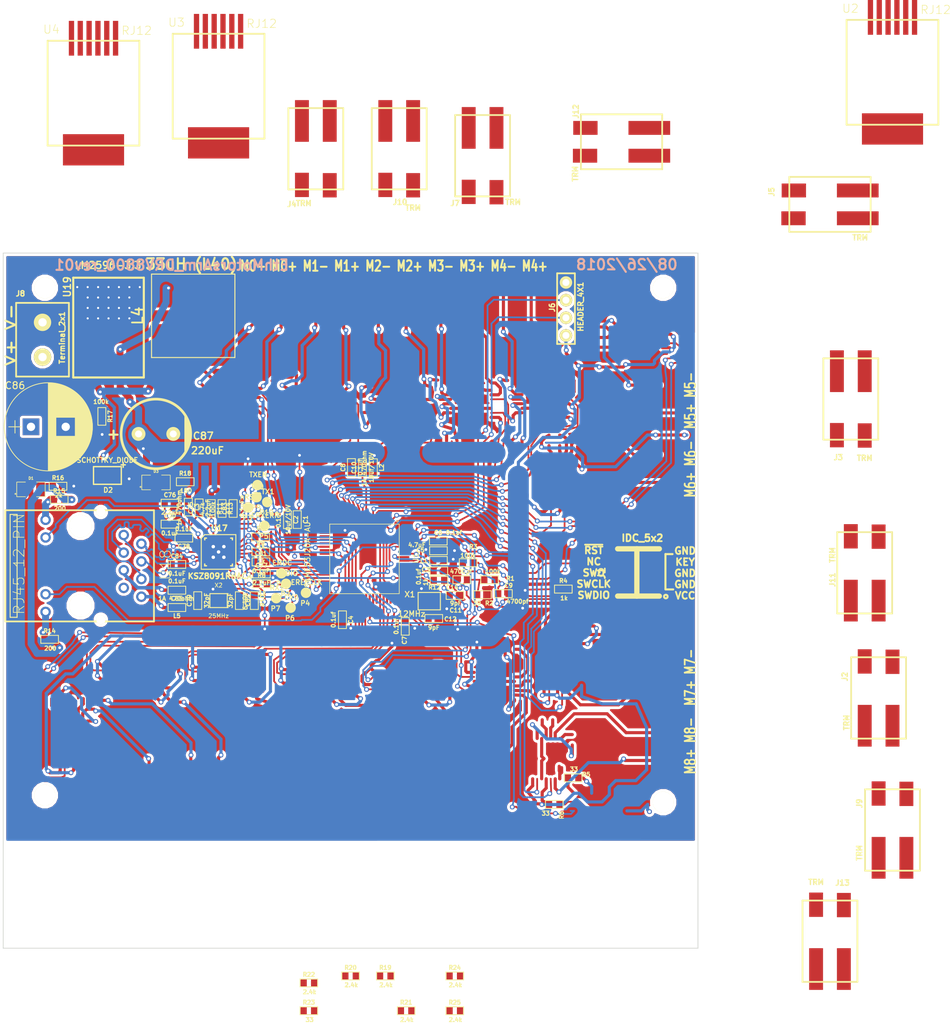
<source format=kicad_pcb>
(kicad_pcb (version 4) (host pcbnew 4.0.7)
  (layers (0 F.Cu signal) (31 B.Cu signal) (34 B.Paste user) (35 F.Paste user) (36 B.SilkS user) (37 F.SilkS user) (38 B.Mask user) (39 F.Mask user) (44 Edge.Cuts user))
  (net 0 "")
  (net 1 AVDD)
  (net 2 GND)
  (net 3 GreenLED)
  (net 4 RXP)
  (net 5 TXP)
  (net 6 VDD)
  (net 7 YellowLED)
  (net 8 VDD_MCU_VDDCORE)
  (net 9 VDDANA)
  (net 10 XOUT)
  (net 11 XIN)
  (net 12 ~RESET~)
  (net 13 "Net-(C75-Pad1)")
  (net 14 "Net-(C76-Pad1)")
  (net 15 "Net-(C79-Pad1)")
  (net 16 "Net-(C82-Pad1)")
  (net 17 ~RST#~)
  (net 18 "Net-(C84-Pad1)")
  (net 19 "Net-(C85-Pad2)")
  (net 20 "Net-(D1-Pad2)")
  (net 21 "Net-(D2-Pad1)")
  (net 22 "Net-(D3-Pad2)")
  (net 23 SWO)
  (net 24 SWCLK)
  (net 25 SWDIO)
  (net 26 USART1RX)
  (net 27 USART1TX)
  (net 28 VDD_MCU_VSW)
  (net 29 RJ45_GND)
  (net 30 MDC)
  (net 31 MDIO)
  (net 32 TXCK)
  (net 33 RXER)
  (net 34 RX0)
  (net 35 RX1)
  (net 36 TXEN)
  (net 37 TX0)
  (net 38 TX1)
  (net 39 RXDV)
  (net 40 "Net-(R10-Pad1)")
  (net 41 INT11)
  (net 42 "Net-(R14-Pad1)")
  (net 43 "Net-(R15-Pad1)")
  (net 44 RXM)
  (net 45 TXM)
  (net 46 "Net-(C86-Pad1)")
  (net 47 "Net-(D1-Pad1)")
  (net 48 "Net-(J1-Pad8)")
  (net 49 "Net-(J1-Pad7)")
  (net 50 AD1[6])
  (net 51 AD0[1])
  (net 52 AD1[8])
  (net 53 AD1[7])
  (net 54 AD0[2])
  (net 55 AD1[9])
  (net 56 AD0[4])
  (net 57 AD0[3])
  (net 58 AD0[6])
  (net 59 AD0[5])
  (net 60 AD0[8])
  (net 61 AD0[7])
  (net 62 AD0[10])
  (net 63 AD0[9])
  (net 64 AD0[12])
  (net 65 AD0[11])
  (net 66 AD0[14])
  (net 67 AD0[13])
  (net 68 "Net-(J13-Pad1)")
  (net 69 AD0[15])
  (net 70 "Net-(R5-Pad2)")
  (net 71 SDA1)
  (net 72 "Net-(R6-Pad2)")
  (net 73 SDA0)
  (net 74 SCL1)
  (net 75 SCL0)
  (net 76 "Net-(R23-Pad2)")
  (net 77 SDA2)
  (net 78 SCL2)
  (net 79 INT5)
  (net 80 INT8)
  (net 81 INT4)
  (net 82 "Net-(U1-Pad3)")
  (net 83 "Net-(U1-Pad46)")
  (net 84 "Net-(U1-Pad23)")
  (net 85 "Net-(U1-Pad24)")
  (net 86 "Net-(U2-Pad5)")
  (net 87 "Net-(U3-Pad5)")
  (net 88 "Net-(U4-Pad5)")
  (net 89 "Net-(U18-Pad7)")
  (net 90 "Net-(J8-Pad1)")
  (module ted_holes:TED_Hole_3mm (layer F.Cu) (at 91 131)
    (fp_text reference H1 hide)
    (fp_text value HOLE hide)
    (pad "" np_thru_hole circle (at 1 0) (size 3 3) (drill 3) (layers *.Cu *.Mask F.SilkS))
  )
  (module ted_holes:TED_Hole_3mm (layer F.Cu) (at 90 58)
    (fp_text reference H2 hide)
    (fp_text value HOLE hide)
    (pad "" np_thru_hole circle (at 2 0) (size 3 3) (drill 3) (layers *.Cu *.Mask F.SilkS))
  )
  (module ted_holes:TED_Hole_3mm (layer F.Cu) (at 181 132)
    (fp_text reference H3 hide)
    (fp_text value HOLE hide)
    (pad "" np_thru_hole circle (at 0 0) (size 3 3) (drill 3) (layers *.Cu *.Mask F.SilkS))
  )
  (module ted_holes:TED_Hole_3mm (layer F.Cu) (at 181 58)
    (fp_text reference H4 hide)
    (fp_text value HOLE hide)
    (pad "" np_thru_hole circle (at 0 0) (size 3 3) (drill 3) (layers *.Cu *.Mask F.SilkS))
  )
  (module ted_capacitors:TED_SM0603_C (layer F.Cu) (at 128.325 91.35 270)
    (fp_text reference C1 (at 0 -1.2 270) (layer F.SilkS) (effects (font (size 0.6 0.6))))
    (fp_text value 10uf/10V (at 0 1.3 270) (layer F.SilkS) (effects (font (size 0.6 0.6))))
    (pad 2 smd rect (at 0.75184 0 270) (size 0.89916 1.00076) (layers F.Cu F.Paste F.Mask) (net 2 GND) (clearance 0.1))
    (pad 1 smd rect (at -0.75184 0 270) (size 0.9 1) (layers F.Cu F.Paste F.Mask) (net 6 VDD) (clearance 0.1))
  )
  (module ted_capacitors:TED_SM0603_C (layer F.Cu) (at 126.925 91.375 270)
    (fp_text reference C2 (at 0 -1.2 270) (layer F.SilkS) (effects (font (size 0.6 0.6))))
    (fp_text value 0.1uf (at 0 1.3 270) (layer F.SilkS) (effects (font (size 0.6 0.6))))
    (pad 2 smd rect (at 0.75184 0 270) (size 0.89916 1.00076) (layers F.Cu F.Paste F.Mask) (net 2 GND) (clearance 0.1))
    (pad 1 smd rect (at -0.75184 0 270) (size 0.9 1) (layers F.Cu F.Paste F.Mask) (net 6 VDD) (clearance 0.1))
  )
  (module ted_capacitors:TED_SM0603_C (layer F.Cu) (at 148.7 98.725)
    (fp_text reference C3 (at -1.888 -0.173) (layer F.SilkS) (effects (font (size 0.6 0.6))))
    (fp_text value 0.1uf (at -2.904 0.843 90) (layer F.SilkS) (effects (font (size 0.6 0.6))))
    (pad 2 smd rect (at 0.75184 0) (size 0.89916 1.00076) (layers F.Cu F.Paste F.Mask) (net 2 GND) (clearance 0.1))
    (pad 1 smd rect (at -0.75184 0) (size 0.9 1) (layers F.Cu F.Paste F.Mask) (net 8 VDD_MCU_VDDCORE) (clearance 0.1))
  )
  (module ted_capacitors:TED_SM0603_C (layer F.Cu) (at 134.83 105.75 270)
    (fp_text reference C4 (at 0 -1.2 270) (layer F.SilkS) (effects (font (size 0.6 0.6))))
    (fp_text value 0.1uf (at 0 1.3 270) (layer F.SilkS) (effects (font (size 0.6 0.6))))
    (pad 2 smd rect (at 0.75184 0 270) (size 0.89916 1.00076) (layers F.Cu F.Paste F.Mask) (net 2 GND) (clearance 0.1))
    (pad 1 smd rect (at -0.75184 0 270) (size 0.9 1) (layers F.Cu F.Paste F.Mask) (net 6 VDD) (clearance 0.1))
  )
  (module ted_capacitors:TED_SM0603_C (layer F.Cu) (at 148.65 95.825 180)
    (fp_text reference C5 (at 2.6 0.067 180) (layer F.SilkS) (effects (font (size 0.6 0.6))))
    (fp_text value 4.7uF (at 3.108 0.829 180) (layer F.SilkS) (effects (font (size 0.6 0.6))))
    (pad 2 smd rect (at 0.75184 0 180) (size 0.89916 1.00076) (layers F.Cu F.Paste F.Mask) (net 2 GND) (clearance 0.1))
    (pad 1 smd rect (at -0.75184 0 180) (size 0.9 1) (layers F.Cu F.Paste F.Mask) (net 8 VDD_MCU_VDDCORE) (clearance 0.1))
  )
  (module ted_capacitors:TED_SM0603_C (layer F.Cu) (at 148.625 94.425)
    (fp_text reference C6 (at 0 -1.2) (layer F.SilkS) (effects (font (size 0.6 0.6))))
    (fp_text value 0.1uf (at 2.251 -1.207) (layer F.SilkS) (effects (font (size 0.6 0.6))))
    (pad 2 smd rect (at 0.75184 0) (size 0.89916 1.00076) (layers F.Cu F.Paste F.Mask) (net 2 GND) (clearance 0.1))
    (pad 1 smd rect (at -0.75184 0) (size 0.9 1) (layers F.Cu F.Paste F.Mask) (net 6 VDD) (clearance 0.1))
  )
  (module ted_capacitors:TED_SM0603_C (layer F.Cu) (at 143.87 106.7 270)
    (fp_text reference C7 (at 2.012 0.106 270) (layer F.SilkS) (effects (font (size 0.6 0.6))))
    (fp_text value 0.1uf (at 0 1.3 270) (layer F.SilkS) (effects (font (size 0.6 0.6))))
    (pad 2 smd rect (at 0.75184 0 270) (size 0.89916 1.00076) (layers F.Cu F.Paste F.Mask) (net 2 GND) (clearance 0.1))
    (pad 1 smd rect (at -0.75184 0 270) (size 0.9 1) (layers F.Cu F.Paste F.Mask) (net 6 VDD) (clearance 0.1))
  )
  (module ted_capacitors:TED_SM0603_C (layer F.Cu) (at 136.125 83.85 90)
    (fp_text reference C8 (at 0 -1.2 90) (layer F.SilkS) (effects (font (size 0.6 0.6))))
    (fp_text value 0.1uf (at 0 1.3 90) (layer F.SilkS) (effects (font (size 0.6 0.6))))
    (pad 2 smd rect (at 0.75184 0 90) (size 0.89916 1.00076) (layers F.Cu F.Paste F.Mask) (net 2 GND) (clearance 0.1))
    (pad 1 smd rect (at -0.75184 0 90) (size 0.9 1) (layers F.Cu F.Paste F.Mask) (net 9 VDDANA) (clearance 0.1))
  )
  (module ted_capacitors:TED_SM0603_C (layer F.Cu) (at 158 102)
    (fp_text reference C9 (at 0.75 -1.162) (layer F.SilkS) (effects (font (size 0.6 0.6))))
    (fp_text value 4700pf (at 2.02 1.124) (layer F.SilkS) (effects (font (size 0.6 0.6))))
    (pad 2 smd rect (at 0.75184 0) (size 0.89916 1.00076) (layers F.Cu F.Paste F.Mask) (net 2 GND) (clearance 0.1))
    (pad 1 smd rect (at -0.75184 0) (size 0.9 1) (layers F.Cu F.Paste F.Mask) (net 6 VDD) (clearance 0.1))
  )
  (module ted_capacitors:TED_SM0603_C (layer F.Cu) (at 137.7 83.875 90)
    (fp_text reference C10 (at 0 -1.2 90) (layer F.SilkS) (effects (font (size 0.6 0.6))))
    (fp_text value 10uf/10V (at 0 1.3 90) (layer F.SilkS) (effects (font (size 0.6 0.6))))
    (pad 2 smd rect (at 0.75184 0 90) (size 0.89916 1.00076) (layers F.Cu F.Paste F.Mask) (net 2 GND) (clearance 0.1))
    (pad 1 smd rect (at -0.75184 0 90) (size 0.9 1) (layers F.Cu F.Paste F.Mask) (net 9 VDDANA) (clearance 0.1))
  )
  (module ted_capacitors:TED_SM0603_C (layer F.Cu) (at 151.025 102.25)
    (fp_text reference C11 (at 0.105 2.144) (layer F.SilkS) (effects (font (size 0.6 0.6))))
    (fp_text value 9pF (at 0.105 1.128) (layer F.SilkS) (effects (font (size 0.6 0.6))))
    (pad 2 smd rect (at 0.75184 0) (size 0.89916 1.00076) (layers F.Cu F.Paste F.Mask) (net 2 GND) (clearance 0.1))
    (pad 1 smd rect (at -0.75184 0) (size 0.9 1) (layers F.Cu F.Paste F.Mask) (net 10 XOUT) (clearance 0.1))
  )
  (module ted_capacitors:TED_SM0603_C (layer F.Cu) (at 147.975 105.575)
    (fp_text reference C12 (at 2.393 0.089) (layer F.SilkS) (effects (font (size 0.6 0.6))))
    (fp_text value 9pF (at 0 1.3) (layer F.SilkS) (effects (font (size 0.6 0.6))))
    (pad 2 smd rect (at 0.75184 0) (size 0.89916 1.00076) (layers F.Cu F.Paste F.Mask) (net 2 GND) (clearance 0.1))
    (pad 1 smd rect (at -0.75184 0) (size 0.9 1) (layers F.Cu F.Paste F.Mask) (net 11 XIN) (clearance 0.1))
  )
  (module ted_capacitors:TED_SM0603_C (layer F.Cu) (at 152 100 180)
    (fp_text reference C14 (at 1.378 -1.092 180) (layer F.SilkS) (effects (font (size 0.6 0.6))))
    (fp_text value 4700pf (at 0.108 1.194 180) (layer F.SilkS) (effects (font (size 0.6 0.6))))
    (pad 2 smd rect (at 0.75184 0 180) (size 0.89916 1.00076) (layers F.Cu F.Paste F.Mask) (net 2 GND) (clearance 0.1))
    (pad 1 smd rect (at -0.75184 0 180) (size 0.9 1) (layers F.Cu F.Paste F.Mask) (net 12 ~RESET~) (clearance 0.1))
  )
  (module ted_capacitors:TED_SM0603_C (layer F.Cu) (at 114.2 89.65 90)
    (fp_text reference C75 (at 0 -1.2 90) (layer F.SilkS) (effects (font (size 0.6 0.6))))
    (fp_text value 2.2uF (at 0 1.3 90) (layer F.SilkS) (effects (font (size 0.6 0.6))))
    (pad 2 smd rect (at 0.75184 0 90) (size 0.89916 1.00076) (layers F.Cu F.Paste F.Mask) (net 2 GND) (clearance 0.1))
    (pad 1 smd rect (at -0.75184 0 90) (size 0.9 1) (layers F.Cu F.Paste F.Mask) (net 13 "Net-(C75-Pad1)") (clearance 0.1))
  )
  (module ted_capacitors:TED_SM0603_C (layer F.Cu) (at 110 89)
    (fp_text reference C76 (at 0 -1.2) (layer F.SilkS) (effects (font (size 0.6 0.6))))
    (fp_text value 2.2uF (at 0 1.3) (layer F.SilkS) (effects (font (size 0.6 0.6))))
    (pad 2 smd rect (at 0.75184 0) (size 0.89916 1.00076) (layers F.Cu F.Paste F.Mask) (net 2 GND) (clearance 0.1))
    (pad 1 smd rect (at -0.75184 0) (size 0.9 1) (layers F.Cu F.Paste F.Mask) (net 14 "Net-(C76-Pad1)") (clearance 0.1))
  )
  (module ted_capacitors:TED_SM0603_C (layer F.Cu) (at 123.17 99.16)
    (fp_text reference C77 (at 0 -1.2) (layer F.SilkS) (effects (font (size 0.6 0.6))))
    (fp_text value 2.2uF (at 0 1.3) (layer F.SilkS) (effects (font (size 0.6 0.6))))
    (pad 2 smd rect (at 0.75184 0) (size 0.89916 1.00076) (layers F.Cu F.Paste F.Mask) (net 2 GND) (clearance 0.1))
    (pad 1 smd rect (at -0.75184 0) (size 0.9 1) (layers F.Cu F.Paste F.Mask) (net 6 VDD) (clearance 0.1))
  )
  (module ted_capacitors:TED_SM0603_C (layer F.Cu) (at 112 94 180)
    (fp_text reference C78 (at 0 -1.2 180) (layer F.SilkS) (effects (font (size 0.6 0.6))))
    (fp_text value 0.1uF (at 0 1.3 180) (layer F.SilkS) (effects (font (size 0.6 0.6))))
    (pad 2 smd rect (at 0.75184 0 180) (size 0.89916 1.00076) (layers F.Cu F.Paste F.Mask) (net 2 GND) (clearance 0.1))
    (pad 1 smd rect (at -0.75184 0 180) (size 0.9 1) (layers F.Cu F.Paste F.Mask) (net 13 "Net-(C75-Pad1)") (clearance 0.1))
  )
  (module ted_capacitors:TED_SM0603_C (layer F.Cu) (at 114 103 90)
    (fp_text reference C79 (at 0 -1.2 90) (layer F.SilkS) (effects (font (size 0.6 0.6))))
    (fp_text value 32pF (at 0 1.3 90) (layer F.SilkS) (effects (font (size 0.6 0.6))))
    (pad 2 smd rect (at 0.75184 0 90) (size 0.89916 1.00076) (layers F.Cu F.Paste F.Mask) (net 2 GND) (clearance 0.1))
    (pad 1 smd rect (at -0.75184 0 90) (size 0.9 1) (layers F.Cu F.Paste F.Mask) (net 15 "Net-(C79-Pad1)") (clearance 0.1))
  )
  (module ted_capacitors:TED_SM0603_C (layer F.Cu) (at 110 92)
    (fp_text reference C80 (at 0 -1.2) (layer F.SilkS) (effects (font (size 0.6 0.6))))
    (fp_text value 0.1uF (at 0 1.3) (layer F.SilkS) (effects (font (size 0.6 0.6))))
    (pad 2 smd rect (at 0.75184 0) (size 0.89916 1.00076) (layers F.Cu F.Paste F.Mask) (net 2 GND) (clearance 0.1))
    (pad 1 smd rect (at -0.75184 0) (size 0.9 1) (layers F.Cu F.Paste F.Mask) (net 14 "Net-(C76-Pad1)") (clearance 0.1))
  )
  (module ted_capacitors:TED_SM0603_C (layer F.Cu) (at 123.1 97.425)
    (fp_text reference C81 (at 0 -1.2) (layer F.SilkS) (effects (font (size 0.6 0.6))))
    (fp_text value 0.1uF (at 0 1.3) (layer F.SilkS) (effects (font (size 0.6 0.6))))
    (pad 2 smd rect (at 0.75184 0) (size 0.89916 1.00076) (layers F.Cu F.Paste F.Mask) (net 2 GND) (clearance 0.1))
    (pad 1 smd rect (at -0.75184 0) (size 0.9 1) (layers F.Cu F.Paste F.Mask) (net 6 VDD) (clearance 0.1))
  )
  (module ted_capacitors:TED_SM0603_C (layer F.Cu) (at 120 103 270)
    (fp_text reference C82 (at 0 -1.2 270) (layer F.SilkS) (effects (font (size 0.6 0.6))))
    (fp_text value 32pF (at 0 1.3 270) (layer F.SilkS) (effects (font (size 0.6 0.6))))
    (pad 2 smd rect (at 0.75184 0 270) (size 0.89916 1.00076) (layers F.Cu F.Paste F.Mask) (net 2 GND) (clearance 0.1))
    (pad 1 smd rect (at -0.75184 0 270) (size 0.9 1) (layers F.Cu F.Paste F.Mask) (net 16 "Net-(C82-Pad1)") (clearance 0.1))
  )
  (module ted_capacitors:TED_SM0603_C (layer F.Cu) (at 119.1 89.75 90)
    (fp_text reference C83 (at 0 -1.2 90) (layer F.SilkS) (effects (font (size 0.6 0.6))))
    (fp_text value 0.1uF (at 0 1.3 90) (layer F.SilkS) (effects (font (size 0.6 0.6))))
    (pad 2 smd rect (at 0.75184 0 90) (size 0.89916 1.00076) (layers F.Cu F.Paste F.Mask) (net 2 GND) (clearance 0.1))
    (pad 1 smd rect (at -0.75184 0 90) (size 0.9 1) (layers F.Cu F.Paste F.Mask) (net 17 ~RST#~) (clearance 0.1))
  )
  (module ted_capacitors:TED_SM0603_C (layer F.Cu) (at 111 97.8)
    (fp_text reference C84 (at 0 -1.2) (layer F.SilkS) (effects (font (size 0.6 0.6))))
    (fp_text value 0.1uF (at 0 1.3) (layer F.SilkS) (effects (font (size 0.6 0.6))))
    (pad 2 smd rect (at 0.75184 0) (size 0.89916 1.00076) (layers F.Cu F.Paste F.Mask) (net 2 GND) (clearance 0.1))
    (pad 1 smd rect (at -0.75184 0) (size 0.9 1) (layers F.Cu F.Paste F.Mask) (net 18 "Net-(C84-Pad1)") (clearance 0.1))
  )
  (module ted_capacitors:TED_SM0603_C (layer F.Cu) (at 111 101.5 180)
    (fp_text reference C85 (at 0 -1.2 180) (layer F.SilkS) (effects (font (size 0.6 0.6))))
    (fp_text value 0.1uF (at 0 1.3 180) (layer F.SilkS) (effects (font (size 0.6 0.6))))
    (pad 2 smd rect (at 0.75184 0 180) (size 0.89916 1.00076) (layers F.Cu F.Paste F.Mask) (net 19 "Net-(C85-Pad2)") (clearance 0.1))
    (pad 1 smd rect (at -0.75184 0 180) (size 0.9 1) (layers F.Cu F.Paste F.Mask) (net 2 GND) (clearance 0.1))
  )
  (module ted_capacitors:CP_Radial_D12.5mm_P5.00mm (layer F.Cu) (at 90 78)
    (fp_text reference C86 (at -2.3 -5.94) (layer F.SilkS))
    (fp_text value 470uF)
    (pad 1 thru_hole rect (at 0 0) (size 2.4 2.4) (drill 1.2) (layers *.Cu *.Mask) (net 46 "Net-(C86-Pad1)"))
    (pad 2 thru_hole circle (at 5 0) (size 2.4 2.4) (drill 1.2) (layers *.Cu *.Mask) (net 2 GND))
  )
  (module ted_capacitors:TED_c_elec_radial_10mm (layer F.Cu) (at 107.98 79.02)
    (fp_text reference C87 (at 6.82 0.3) (layer F.SilkS) (effects (font (size 1.016 1.016) (thickness 0.2032))))
    (fp_text value 220uF (at 7.42 2.4 180) (layer F.SilkS) (effects (font (size 1.016 1.016) (thickness 0.2032))))
    (fp_text user + (at -6.1 0) (layer F.SilkS) (effects (font (thickness 0.3048))))
    (pad 1 thru_hole circle (at -2.5 0) (size 2 2) (drill 1) (layers *.Mask B.Cu F.SilkS) (net 6 VDD))
    (pad 2 thru_hole circle (at 2.5 0) (size 2 2) (drill 1) (layers *.Mask B.Cu F.SilkS) (net 2 GND))
  )
  (module ted_led:TED_SM1206_LED (layer F.Cu) (at 90 87)
    (fp_text reference D1 (at 0 -1.6) (layer F.SilkS) (effects (font (size 0.381 0.381) (thickness 0.09398))))
    (fp_text value LED hide)
    (pad 1 smd rect (at -1.375 0) (size 1.25 2) (layers F.Cu F.Paste F.Mask) (net 47 "Net-(D1-Pad1)"))
    (pad 2 smd rect (at 1.375 0) (size 1.25 2) (layers F.Cu F.Paste F.Mask) (net 20 "Net-(D1-Pad2)"))
  )
  (module ted_diodes:TED_DO-214AC (layer F.Cu) (at 101 85 180)
    (fp_text reference D2 (at -0.1 -2.1 180) (layer F.SilkS) (effects (font (size 0.7 0.7))))
    (fp_text value SCHOTTKY_DIODE (at 0 2.2 180) (layer F.SilkS) (effects (font (size 0.7 0.7))))
    (pad 2 smd rect (at -1.7 0 180) (size 1.52 1.68) (layers F.Cu F.Paste F.Mask) (net 2 GND))
    (pad 1 smd rect (at 1.7 0 180) (size 1.52 1.68) (layers F.Cu F.Paste F.Mask) (net 21 "Net-(D2-Pad1)"))
  )
  (module ted_led:TED_SM1206_LED (layer F.Cu) (at 108 86)
    (fp_text reference D3 (at 0 -1.6) (layer F.SilkS) (effects (font (size 0.381 0.381) (thickness 0.09398))))
    (fp_text value LED hide)
    (pad 1 smd rect (at -1.375 0) (size 1.25 2) (layers F.Cu F.Paste F.Mask) (net 6 VDD))
    (pad 2 smd rect (at 1.375 0) (size 1.25 2) (layers F.Cu F.Paste F.Mask) (net 22 "Net-(D3-Pad2)"))
  )
  (module ted_connectors:TED_LED_KIND_2x1_SMD (layer F.Cu) (at 212 117)
    (fp_text reference J2 (at -4.858 -3.064 90) (layer F.SilkS) (effects (font (size 0.762 0.762) (thickness 0.1905))))
    (fp_text value TRM (at -4.604 3.54 90) (layer F.SilkS) (effects (font (size 0.762 0.762) (thickness 0.1905))))
    (pad "" smd rect (at 2 -5.2) (size 2 3.5) (layers F.Cu F.Paste F.Mask) (clearance 0.508))
    (pad 1 smd rect (at 2 4) (size 2 6) (layers F.Cu F.Paste F.Mask) (net 50 AD1[6]) (clearance 0.508))
    (pad 2 smd rect (at -2 4) (size 2 6) (layers F.Cu F.Paste F.Mask) (net 51 AD0[1]) (clearance 0.508))
    (pad "" smd rect (at -2 -5.25) (size 2 3.5) (layers F.Cu F.Paste F.Mask) (clearance 0.508))
  )
  (module ted_connectors:TED_LED_KIND_2x1_SMD (layer F.Cu) (at 131 38 180)
    (fp_text reference J4 (at 3.46 -7.98 180) (layer F.SilkS) (effects (font (size 0.762 0.762) (thickness 0.1905))))
    (fp_text value TRM (at 1.74 -7.85 180) (layer F.SilkS) (effects (font (size 0.762 0.762) (thickness 0.1905))))
    (pad "" smd rect (at 2 -5.2 180) (size 2 3.5) (layers F.Cu F.Paste F.Mask) (clearance 0.508))
    (pad 1 smd rect (at 2 4 180) (size 2 6) (layers F.Cu F.Paste F.Mask) (net 54 AD0[2]) (clearance 0.508))
    (pad 2 smd rect (at -2 4 180) (size 2 6) (layers F.Cu F.Paste F.Mask) (net 55 AD1[9]) (clearance 0.508))
    (pad "" smd rect (at -2 -5.25 180) (size 2 3.5) (layers F.Cu F.Paste F.Mask) (clearance 0.508))
  )
  (module ted_connectors:TED_LED_KIND_2x1_SMD (layer F.Cu) (at 205 46 90)
    (fp_text reference J5 (at 1.8 -8.4 90) (layer F.SilkS) (effects (font (size 0.762 0.762) (thickness 0.1905))))
    (fp_text value TRM (at -4.778 4.348 180) (layer F.SilkS) (effects (font (size 0.762 0.762) (thickness 0.1905))))
    (pad "" smd rect (at 2 -5.2 90) (size 2 3.5) (layers F.Cu F.Paste F.Mask) (clearance 0.508))
    (pad 1 smd rect (at 2 4 90) (size 2 6) (layers F.Cu F.Paste F.Mask) (net 56 AD0[4]) (clearance 0.508))
    (pad 2 smd rect (at -2 4 90) (size 2 6) (layers F.Cu F.Paste F.Mask) (net 57 AD0[3]) (clearance 0.508))
    (pad "" smd rect (at -2 -5.25 90) (size 2 3.5) (layers F.Cu F.Paste F.Mask) (clearance 0.508))
  )
  (module ted_connectors:TED_HEADER_4x1 (layer F.Cu) (at 167 61 90)
    (fp_text reference J6 (at 0.1778 -1.98628 90) (layer F.SilkS) (effects (font (size 0.762 0.762) (thickness 0.1905))))
    (fp_text value HEADER_4X1 (at 0.26924 2.11328 90) (layer F.SilkS) (effects (font (size 0.762 0.762) (thickness 0.1905))))
    (pad 1 thru_hole circle (at -3.85 0 90) (size 1.8 1.8) (drill 1) (layers *.Cu *.Mask F.SilkS) (net 6 VDD))
    (pad 2 thru_hole circle (at -1.31 0 90) (size 1.8 1.8) (drill 1) (layers *.Cu *.Mask F.SilkS) (net 26 USART1RX))
    (pad 4 thru_hole circle (at 3.75984 0 90) (size 1.8 1.8) (drill 1) (layers *.Cu *.Mask F.SilkS) (net 2 GND))
    (pad 3 thru_hole circle (at 1.21984 0 90) (size 1.8 1.8) (drill 1) (layers *.Cu *.Mask F.SilkS) (net 27 USART1TX))
  )
  (module ted_connectors:TED_LED_KIND_2x1_SMD (layer F.Cu) (at 155 39 180)
    (fp_text reference J7 (at 3.97 -6.84 180) (layer F.SilkS) (effects (font (size 0.762 0.762) (thickness 0.1905))))
    (fp_text value TRM (at -4.39 -6.68 180) (layer F.SilkS) (effects (font (size 0.762 0.762) (thickness 0.1905))))
    (pad "" smd rect (at 2 -5.2 180) (size 2 3.5) (layers F.Cu F.Paste F.Mask) (clearance 0.508))
    (pad 1 smd rect (at 2 4 180) (size 2 6) (layers F.Cu F.Paste F.Mask) (net 58 AD0[6]) (clearance 0.508))
    (pad 2 smd rect (at -2 4 180) (size 2 6) (layers F.Cu F.Paste F.Mask) (net 59 AD0[5]) (clearance 0.508))
    (pad "" smd rect (at -2 -5.25 180) (size 2 3.5) (layers F.Cu F.Paste F.Mask) (clearance 0.508))
  )
  (module ted_connectors:TED_LED_KIND_2x1_SMD (layer F.Cu) (at 214 136)
    (fp_text reference J9 (at -4.764 -3.826 90) (layer F.SilkS) (effects (font (size 0.762 0.762) (thickness 0.1905))))
    (fp_text value TRM (at -4.764 3.286 90) (layer F.SilkS) (effects (font (size 0.762 0.762) (thickness 0.1905))))
    (pad "" smd rect (at 2 -5.2) (size 2 3.5) (layers F.Cu F.Paste F.Mask) (clearance 0.508))
    (pad 1 smd rect (at 2 4) (size 2 6) (layers F.Cu F.Paste F.Mask) (net 60 AD0[8]) (clearance 0.508))
    (pad 2 smd rect (at -2 4) (size 2 6) (layers F.Cu F.Paste F.Mask) (net 61 AD0[7]) (clearance 0.508))
    (pad "" smd rect (at -2 -5.25) (size 2 3.5) (layers F.Cu F.Paste F.Mask) (clearance 0.508))
  )
  (module ted_connectors:TED_LED_KIND_2x1_SMD (layer F.Cu) (at 143 38 180)
    (fp_text reference J10 (at -0.12 -7.67 180) (layer F.SilkS) (effects (font (size 0.762 0.762) (thickness 0.1905))))
    (fp_text value TRM (at -2 -8.5 180) (layer F.SilkS) (effects (font (size 0.762 0.762) (thickness 0.1905))))
    (pad "" smd rect (at 2 -5.2 180) (size 2 3.5) (layers F.Cu F.Paste F.Mask) (clearance 0.508))
    (pad 1 smd rect (at 2 4 180) (size 2 6) (layers F.Cu F.Paste F.Mask) (net 62 AD0[10]) (clearance 0.508))
    (pad 2 smd rect (at -2 4 180) (size 2 6) (layers F.Cu F.Paste F.Mask) (net 63 AD0[9]) (clearance 0.508))
    (pad "" smd rect (at -2 -5.25 180) (size 2 3.5) (layers F.Cu F.Paste F.Mask) (clearance 0.508))
  )
  (module ted_connectors:TED_LED_KIND_2x1_SMD (layer F.Cu) (at 210 99)
    (fp_text reference J11 (at -4.632 1 90) (layer F.SilkS) (effects (font (size 0.762 0.762) (thickness 0.1905))))
    (fp_text value TRM (at -4.632 -2.556 90) (layer F.SilkS) (effects (font (size 0.762 0.762) (thickness 0.1905))))
    (pad "" smd rect (at 2 -5.2) (size 2 3.5) (layers F.Cu F.Paste F.Mask) (clearance 0.508))
    (pad 1 smd rect (at 2 4) (size 2 6) (layers F.Cu F.Paste F.Mask) (net 64 AD0[12]) (clearance 0.508))
    (pad 2 smd rect (at -2 4) (size 2 6) (layers F.Cu F.Paste F.Mask) (net 65 AD0[11]) (clearance 0.508))
    (pad "" smd rect (at -2 -5.25) (size 2 3.5) (layers F.Cu F.Paste F.Mask) (clearance 0.508))
  )
  (module ted_connectors:TED_LED_KIND_2x1_SMD (layer F.Cu) (at 175 37 90)
    (fp_text reference J12 (at 4.37 -6.57 90) (layer F.SilkS) (effects (font (size 0.762 0.762) (thickness 0.1905))))
    (fp_text value TRM (at -4.6 -6.65 90) (layer F.SilkS) (effects (font (size 0.762 0.762) (thickness 0.1905))))
    (pad "" smd rect (at 2 -5.2 90) (size 2 3.5) (layers F.Cu F.Paste F.Mask) (clearance 0.508))
    (pad 1 smd rect (at 2 4 90) (size 2 6) (layers F.Cu F.Paste F.Mask) (net 66 AD0[14]) (clearance 0.508))
    (pad 2 smd rect (at -2 4 90) (size 2 6) (layers F.Cu F.Paste F.Mask) (net 67 AD0[13]) (clearance 0.508))
    (pad "" smd rect (at -2 -5.25 90) (size 2 3.5) (layers F.Cu F.Paste F.Mask) (clearance 0.508))
  )
  (module ted_connectors:TED_LED_KIND_2x1_SMD (layer F.Cu) (at 205 152)
    (fp_text reference J13 (at 1.8 -8.4) (layer F.SilkS) (effects (font (size 0.762 0.762) (thickness 0.1905))))
    (fp_text value TRM (at -2 -8.5) (layer F.SilkS) (effects (font (size 0.762 0.762) (thickness 0.1905))))
    (pad "" smd rect (at 2 -5.2) (size 2 3.5) (layers F.Cu F.Paste F.Mask) (clearance 0.508))
    (pad 1 smd rect (at 2 4) (size 2 6) (layers F.Cu F.Paste F.Mask) (net 68 "Net-(J13-Pad1)") (clearance 0.508))
    (pad 2 smd rect (at -2 4) (size 2 6) (layers F.Cu F.Paste F.Mask) (net 69 AD0[15]) (clearance 0.508))
    (pad "" smd rect (at -2 -5.25) (size 2 3.5) (layers F.Cu F.Paste F.Mask) (clearance 0.508))
  )
  (module ted_resistors:TED_SM0603_R (layer F.Cu) (at 148.65 97.225)
    (fp_text reference L1 (at -2.092 0.057) (layer F.SilkS) (effects (font (size 0.6 0.6))))
    (fp_text value "1A 470ohm" hide)
    (pad 2 smd rect (at 0.75184 0) (size 0.89916 1.00076) (layers F.Cu F.Paste F.Mask) (net 8 VDD_MCU_VDDCORE) (clearance 0.1))
    (pad 1 smd rect (at -0.75184 0) (size 0.89916 1.00076) (layers F.Cu F.Paste F.Mask) (net 28 VDD_MCU_VSW) (clearance 0.1))
  )
  (module ted_resistors:TED_SM0603_R (layer F.Cu) (at 139.275 83.875 270)
    (fp_text reference L2 (at 0 -1.2 270) (layer F.SilkS) (effects (font (size 0.6 0.6))))
    (fp_text value "1A 470ohm" (at 0.1 1.3 270) (layer F.SilkS) (effects (font (size 0.6 0.6))))
    (pad 2 smd rect (at 0.75184 0 270) (size 0.89916 1.00076) (layers F.Cu F.Paste F.Mask) (net 9 VDDANA) (clearance 0.1))
    (pad 1 smd rect (at -0.75184 0 270) (size 0.89916 1.00076) (layers F.Cu F.Paste F.Mask) (net 6 VDD) (clearance 0.1))
  )
  (module ted_resistors:TED_SM0603_R (layer F.Cu) (at 112.65 89.55 270)
    (fp_text reference L3 (at 0 -1.2 270) (layer F.SilkS) (effects (font (size 0.6 0.6))))
    (fp_text value "1A 470ohm" (at 0.1 1.3 270) (layer F.SilkS) (effects (font (size 0.6 0.6))))
    (pad 2 smd rect (at 0.75184 0 270) (size 0.89916 1.00076) (layers F.Cu F.Paste F.Mask) (net 13 "Net-(C75-Pad1)") (clearance 0.1))
    (pad 1 smd rect (at -0.75184 0 270) (size 0.89916 1.00076) (layers F.Cu F.Paste F.Mask) (net 6 VDD) (clearance 0.1))
  )
  (module ted_inductors:INDUCTOR_12x12_SMD (layer F.Cu) (at 113.35 62.03 90)
    (fp_text reference L4 (at 0 -8 90) (layer F.SilkS) (effects (font (size 1.5 1.5) (thickness 0.25))))
    (fp_text value "33uH (L40)" (at 7.44 -0.25 180) (layer F.SilkS) (effects (font (thickness 0.3))))
    (pad 2 smd rect (at 4.2 0 90) (size 6 12) (layers F.Cu F.Paste F.Mask) (net 6 VDD))
    (pad 1 smd rect (at -4.2 0 90) (size 6 12) (layers F.Cu F.Paste F.Mask) (net 21 "Net-(D2-Pad1)"))
  )
  (module ted_test_pads:TED_TEST_PAD (layer F.Cu) (at 126.05 99.075)
    (fp_text reference P1 (at -0.1 1.5) (layer F.SilkS) (effects (font (size 0.7 0.7))))
    (fp_text value EMDC (at 0.1 -1.5) (layer F.SilkS) (effects (font (size 0.7 0.7))))
    (pad 1 smd circle (at 0 0) (size 1.5 1.5) (layers F.Cu F.SilkS F.Mask) (net 30 MDC))
  )
  (module ted_test_pads:TED_TEST_PAD (layer F.Cu) (at 126.71 100.58)
    (fp_text reference P2 (at -0.1 1.5) (layer F.SilkS) (effects (font (size 0.7 0.7))))
    (fp_text value EMDIO (at 0.1 -1.5) (layer F.SilkS) (effects (font (size 0.7 0.7))))
    (pad 1 smd circle (at 0 0) (size 1.5 1.5) (layers F.Cu F.SilkS F.Mask) (net 31 MDIO))
  )
  (module ted_test_pads:TED_TEST_PAD (layer F.Cu) (at 121.25 89.6)
    (fp_text reference P3 (at -0.1 1.5) (layer F.SilkS) (effects (font (size 0.7 0.7))))
    (fp_text value nRST (at 0.1 -1.5) (layer F.SilkS) (effects (font (size 0.7 0.7))))
    (pad 1 smd circle (at 0 0) (size 1.5 1.5) (layers F.Cu F.SilkS F.Mask) (net 17 ~RST#~))
  )
  (module ted_test_pads:TED_TEST_PAD (layer F.Cu) (at 129.575 101.875)
    (fp_text reference P4 (at -0.1 1.5) (layer F.SilkS) (effects (font (size 0.7 0.7))))
    (fp_text value EREFCLK (at 0.1 -1.5) (layer F.SilkS) (effects (font (size 0.7 0.7))))
    (pad 1 smd circle (at 0 0) (size 1.5 1.5) (layers F.Cu F.SilkS F.Mask) (net 32 TXCK))
  )
  (module ted_test_pads:TED_TEST_PAD (layer F.Cu) (at 123.6 92.25)
    (fp_text reference P5 (at -0.1 1.5) (layer F.SilkS) (effects (font (size 0.7 0.7))))
    (fp_text value ERXERR (at 0.1 -1.5) (layer F.SilkS) (effects (font (size 0.7 0.7))))
    (pad 1 smd circle (at 0 0) (size 1.5 1.5) (layers F.Cu F.SilkS F.Mask) (net 33 RXER))
  )
  (module ted_test_pads:TED_TEST_PAD (layer F.Cu) (at 127.375 104.025)
    (fp_text reference P6 (at -0.1 1.5) (layer F.SilkS) (effects (font (size 0.7 0.7))))
    (fp_text value RX0 (at 0.1 -1.5) (layer F.SilkS) (effects (font (size 0.7 0.7))))
    (pad 1 smd circle (at 0 0) (size 1.5 1.5) (layers F.Cu F.SilkS F.Mask) (net 34 RX0))
  )
  (module ted_test_pads:TED_TEST_PAD (layer F.Cu) (at 125.3 102.65)
    (fp_text reference P7 (at -0.1 1.5) (layer F.SilkS) (effects (font (size 0.7 0.7))))
    (fp_text value RX1 (at 0.1 -1.5) (layer F.SilkS) (effects (font (size 0.7 0.7))))
    (pad 1 smd circle (at 0 0) (size 1.5 1.5) (layers F.Cu F.SilkS F.Mask) (net 35 RX1))
  )
  (module ted_test_pads:TED_TEST_PAD (layer F.Cu) (at 122.6 86.375)
    (fp_text reference P8 (at -0.1 1.5) (layer F.SilkS) (effects (font (size 0.7 0.7))))
    (fp_text value TXEN (at 0.1 -1.5) (layer F.SilkS) (effects (font (size 0.7 0.7))))
    (pad 1 smd circle (at 0 0) (size 1.5 1.5) (layers F.Cu F.SilkS F.Mask) (net 36 TXEN))
  )
  (module ted_test_pads:TED_TEST_PAD (layer F.Cu) (at 122.475 88.125)
    (fp_text reference P9 (at -0.1 1.5) (layer F.SilkS) (effects (font (size 0.7 0.7))))
    (fp_text value TX0 (at 0.1 -1.5) (layer F.SilkS) (effects (font (size 0.7 0.7))))
    (pad 1 smd circle (at 0 0) (size 1.5 1.5) (layers F.Cu F.SilkS F.Mask) (net 37 TX0))
  )
  (module ted_test_pads:TED_TEST_PAD (layer F.Cu) (at 124 88.825)
    (fp_text reference P10 (at -0.1 1.5) (layer F.SilkS) (effects (font (size 0.7 0.7))))
    (fp_text value TX1 (at 0.1 -1.5) (layer F.SilkS) (effects (font (size 0.7 0.7))))
    (pad 1 smd circle (at 0 0) (size 1.5 1.5) (layers F.Cu F.SilkS F.Mask) (net 38 TX1))
  )
  (module ted_resistors:TED_SM0603_R (layer F.Cu) (at 156 100 180)
    (fp_text reference R1 (at -3.004 0.178 180) (layer F.SilkS) (effects (font (size 0.6 0.6))))
    (fp_text value 100k (at -0.464 1.194 180) (layer F.SilkS) (effects (font (size 0.6 0.6))))
    (pad 2 smd rect (at 0.75184 0 180) (size 0.89916 1.00076) (layers F.Cu F.Paste F.Mask) (net 12 ~RESET~) (clearance 0.1))
    (pad 1 smd rect (at -0.75184 0 180) (size 0.89916 1.00076) (layers F.Cu F.Paste F.Mask) (net 6 VDD) (clearance 0.1))
  )
  (module ted_resistors:TED_SM0603_R (layer F.Cu) (at 154.975 102.15)
    (fp_text reference R2 (at 0.981 1.228) (layer F.SilkS) (effects (font (size 0.6 0.6))))
    (fp_text value 39 (at -0.797 1.228) (layer F.SilkS) (effects (font (size 0.6 0.6))))
    (pad 2 smd rect (at 0.75184 0) (size 0.89916 1.00076) (layers F.Cu F.Paste F.Mask) (net 2 GND) (clearance 0.1))
    (pad 1 smd rect (at -0.75184 0) (size 0.89916 1.00076) (layers F.Cu F.Paste F.Mask) (net 12 ~RESET~) (clearance 0.1))
  )
  (module ted_resistors:TED_SM0603_R (layer F.Cu) (at 152.925 97.55)
    (fp_text reference R3 (at 0.745 -2.3) (layer F.SilkS) (effects (font (size 0.6 0.6))))
    (fp_text value 100k (at -0.017 -1.03) (layer F.SilkS) (effects (font (size 0.6 0.6))))
    (pad 2 smd rect (at 0.75184 0) (size 0.89916 1.00076) (layers F.Cu F.Paste F.Mask) (net 12 ~RESET~) (clearance 0.1))
    (pad 1 smd rect (at -0.75184 0) (size 0.89916 1.00076) (layers F.Cu F.Paste F.Mask) (net 6 VDD) (clearance 0.1))
  )
  (module ted_resistors:TED_SM0603_R (layer F.Cu) (at 166.624 101.346)
    (fp_text reference R4 (at 0 -1.2) (layer F.SilkS) (effects (font (size 0.6 0.6))))
    (fp_text value 1k (at 0.1 1.3) (layer F.SilkS) (effects (font (size 0.6 0.6))))
    (pad 2 smd rect (at 0.75184 0) (size 0.89916 1.00076) (layers F.Cu F.Paste F.Mask) (net 24 SWCLK) (clearance 0.1))
    (pad 1 smd rect (at -0.75184 0) (size 0.89916 1.00076) (layers F.Cu F.Paste F.Mask) (net 6 VDD) (clearance 0.1))
  )
  (module ted_resistors:TED_SM0603_R (layer F.Cu) (at 168.04 128.49 180)
    (fp_text reference R5 (at -1.886 0.474 180) (layer F.SilkS) (effects (font (size 0.6 0.6))))
    (fp_text value 33 (at -0.108 1.236 180) (layer F.SilkS) (effects (font (size 0.6 0.6))))
    (pad 2 smd rect (at 0.75184 0 180) (size 0.89916 1.00076) (layers F.Cu F.Paste F.Mask) (net 70 "Net-(R5-Pad2)") (clearance 0.1))
    (pad 1 smd rect (at -0.75184 0 180) (size 0.89916 1.00076) (layers F.Cu F.Paste F.Mask) (net 71 SDA1) (clearance 0.1))
  )
  (module ted_resistors:TED_SM0603_R (layer F.Cu) (at 165.32 132.32)
    (fp_text reference R6 (at 1.05 1.538 90) (layer F.SilkS) (effects (font (size 0.6 0.6))))
    (fp_text value 33 (at -1.236 1.284) (layer F.SilkS) (effects (font (size 0.6 0.6))))
    (pad 2 smd rect (at 0.75184 0) (size 0.89916 1.00076) (layers F.Cu F.Paste F.Mask) (net 72 "Net-(R6-Pad2)") (clearance 0.1))
    (pad 1 smd rect (at -0.75184 0) (size 0.89916 1.00076) (layers F.Cu F.Paste F.Mask) (net 73 SDA0) (clearance 0.1))
  )
  (module ted_resistors:TED_SM0603_R (layer F.Cu) (at 123.05 93.85)
    (fp_text reference R7 (at 0 -1.2) (layer F.SilkS) (effects (font (size 0.6 0.6))))
    (fp_text value 1k (at 0.1 1.3) (layer F.SilkS) (effects (font (size 0.6 0.6))))
    (pad 2 smd rect (at 0.75184 0) (size 0.89916 1.00076) (layers F.Cu F.Paste F.Mask) (net 2 GND) (clearance 0.1))
    (pad 1 smd rect (at -0.75184 0) (size 0.89916 1.00076) (layers F.Cu F.Paste F.Mask) (net 33 RXER) (clearance 0.1))
  )
  (module ted_resistors:TED_SM0603_R (layer F.Cu) (at 123.2 100.57)
    (fp_text reference R8 (at 0 -1.2) (layer F.SilkS) (effects (font (size 0.6 0.6))))
    (fp_text value 1k (at 0.1 1.3) (layer F.SilkS) (effects (font (size 0.6 0.6))))
    (pad 2 smd rect (at 0.75184 0) (size 0.89916 1.00076) (layers F.Cu F.Paste F.Mask) (net 31 MDIO) (clearance 0.1))
    (pad 1 smd rect (at -0.75184 0) (size 0.89916 1.00076) (layers F.Cu F.Paste F.Mask) (net 6 VDD) (clearance 0.1))
  )
  (module ted_resistors:TED_SM0603_R (layer F.Cu) (at 123.075 96)
    (fp_text reference R9 (at 0 -1.2) (layer F.SilkS) (effects (font (size 0.6 0.6))))
    (fp_text value 1k (at 0.1 1.3) (layer F.SilkS) (effects (font (size 0.6 0.6))))
    (pad 2 smd rect (at 0.75184 0) (size 0.89916 1.00076) (layers F.Cu F.Paste F.Mask) (net 2 GND) (clearance 0.1))
    (pad 1 smd rect (at -0.75184 0) (size 0.89916 1.00076) (layers F.Cu F.Paste F.Mask) (net 39 RXDV) (clearance 0.1))
  )
  (module ted_resistors:TED_SM0603_R (layer F.Cu) (at 122.15 103 270)
    (fp_text reference R10 (at 0 -1.2 270) (layer F.SilkS) (effects (font (size 0.6 0.6))))
    (fp_text value 6.49k (at 0.1 1.3 270) (layer F.SilkS) (effects (font (size 0.6 0.6))))
    (pad 2 smd rect (at 0.75184 0 270) (size 0.89916 1.00076) (layers F.Cu F.Paste F.Mask) (net 2 GND) (clearance 0.1))
    (pad 1 smd rect (at -0.75184 0 270) (size 0.89916 1.00076) (layers F.Cu F.Paste F.Mask) (net 40 "Net-(R10-Pad1)") (clearance 0.1))
  )
  (module ted_resistors:TED_SM0603_R (layer F.Cu) (at 115.95 89.75 270)
    (fp_text reference R11 (at 0 -1.2 270) (layer F.SilkS) (effects (font (size 0.6 0.6))))
    (fp_text value 4.7k (at 0.1 1.3 270) (layer F.SilkS) (effects (font (size 0.6 0.6))))
    (pad 2 smd rect (at 0.75184 0 270) (size 0.89916 1.00076) (layers F.Cu F.Paste F.Mask) (net 3 GreenLED) (clearance 0.1))
    (pad 1 smd rect (at -0.75184 0 270) (size 0.89916 1.00076) (layers F.Cu F.Paste F.Mask) (net 6 VDD) (clearance 0.1))
  )
  (module ted_resistors:TED_SM0603_R (layer F.Cu) (at 148.725 100.075 180)
    (fp_text reference R12 (at 0.643 -1.017 180) (layer F.SilkS) (effects (font (size 0.6 0.6))))
    (fp_text value 1k (at 1.913 -0.255 270) (layer F.SilkS) (effects (font (size 0.6 0.6))))
    (pad 2 smd rect (at 0.75184 0 180) (size 0.89916 1.00076) (layers F.Cu F.Paste F.Mask) (net 41 INT11) (clearance 0.1))
    (pad 1 smd rect (at -0.75184 0 180) (size 0.89916 1.00076) (layers F.Cu F.Paste F.Mask) (net 6 VDD) (clearance 0.1))
  )
  (module ted_resistors:TED_SM0603_R (layer F.Cu) (at 117.5 89.75 270)
    (fp_text reference R13 (at 0 -1.2 270) (layer F.SilkS) (effects (font (size 0.6 0.6))))
    (fp_text value 100k (at 0.1 1.3 270) (layer F.SilkS) (effects (font (size 0.6 0.6))))
    (pad 2 smd rect (at 0.75184 0 270) (size 0.89916 1.00076) (layers F.Cu F.Paste F.Mask) (net 17 ~RST#~) (clearance 0.1))
    (pad 1 smd rect (at -0.75184 0 270) (size 0.89916 1.00076) (layers F.Cu F.Paste F.Mask) (net 6 VDD) (clearance 0.1))
  )
  (module ted_resistors:TED_SM0603_R (layer F.Cu) (at 92.68 108.57)
    (fp_text reference R14 (at 0 -1.2) (layer F.SilkS) (effects (font (size 0.6 0.6))))
    (fp_text value 200 (at 0.1 1.3) (layer F.SilkS) (effects (font (size 0.6 0.6))))
    (pad 2 smd rect (at 0.75184 0) (size 0.89916 1.00076) (layers F.Cu F.Paste F.Mask) (net 1 AVDD) (clearance 0.1))
    (pad 1 smd rect (at -0.75184 0) (size 0.89916 1.00076) (layers F.Cu F.Paste F.Mask) (net 42 "Net-(R14-Pad1)") (clearance 0.1))
  )
  (module ted_resistors:TED_SM0603_R (layer F.Cu) (at 94.06 88.44)
    (fp_text reference R15 (at 0 -1.2) (layer F.SilkS) (effects (font (size 0.6 0.6))))
    (fp_text value 200 (at 0.1 1.3) (layer F.SilkS) (effects (font (size 0.6 0.6))))
    (pad 2 smd rect (at 0.75184 0) (size 0.89916 1.00076) (layers F.Cu F.Paste F.Mask) (net 1 AVDD) (clearance 0.1))
    (pad 1 smd rect (at -0.75184 0) (size 0.89916 1.00076) (layers F.Cu F.Paste F.Mask) (net 43 "Net-(R15-Pad1)") (clearance 0.1))
  )
  (module ted_resistors:TED_SM0603_R (layer F.Cu) (at 93.89 86.55)
    (fp_text reference R16 (at 0 -1.2) (layer F.SilkS) (effects (font (size 0.6 0.6))))
    (fp_text value 2k (at 0.1 1.3) (layer F.SilkS) (effects (font (size 0.6 0.6))))
    (pad 2 smd rect (at 0.75184 0) (size 0.89916 1.00076) (layers F.Cu F.Paste F.Mask) (net 2 GND) (clearance 0.1))
    (pad 1 smd rect (at -0.75184 0) (size 0.89916 1.00076) (layers F.Cu F.Paste F.Mask) (net 20 "Net-(D1-Pad2)") (clearance 0.1))
  )
  (module ted_resistors:TED_SM0603_R (layer F.Cu) (at 100.2 76.5 270)
    (fp_text reference R17 (at 0 -1.2 270) (layer F.SilkS) (effects (font (size 0.6 0.6))))
    (fp_text value 100k (at -2.1 0.12 360) (layer F.SilkS) (effects (font (size 0.6 0.6))))
    (pad 2 smd rect (at 0.75184 0 270) (size 0.89916 1.00076) (layers F.Cu F.Paste F.Mask) (net 2 GND) (clearance 0.1))
    (pad 1 smd rect (at -0.75184 0 270) (size 0.89916 1.00076) (layers F.Cu F.Paste F.Mask) (net 46 "Net-(C86-Pad1)") (clearance 0.1))
  )
  (module ted_resistors:TED_SM0603_R (layer F.Cu) (at 112.2 85.9)
    (fp_text reference R18 (at 0 -1.2) (layer F.SilkS) (effects (font (size 0.6 0.6))))
    (fp_text value 150 (at 0.1 1.3) (layer F.SilkS) (effects (font (size 0.6 0.6))))
    (pad 2 smd rect (at 0.75184 0) (size 0.89916 1.00076) (layers F.Cu F.Paste F.Mask) (net 2 GND) (clearance 0.1))
    (pad 1 smd rect (at -0.75184 0) (size 0.89916 1.00076) (layers F.Cu F.Paste F.Mask) (net 22 "Net-(D3-Pad2)") (clearance 0.1))
  )
  (module ted_ICs:TED_QFN24+1 (layer F.Cu) (at 117 96)
    (fp_text reference U17 (at 0.1 -3.425) (layer F.SilkS) (effects (font (size 0.8 0.8) (thickness 0.2))))
    (fp_text value KSZ8091RNACA (at 0.175 3.475) (layer F.SilkS) (effects (font (size 0.8 0.8) (thickness 0.2))))
    (pad 25 smd rect (at 0 0 270) (size 2.49936 2.49936) (layers F.Cu F.Paste F.Mask) (net 2 GND))
    (pad 1 smd oval (at -1.99898 -1.24968) (size 0.8001 0.24892) (layers F.Cu F.Paste F.Mask) (net 14 "Net-(C76-Pad1)"))
    (pad 2 smd oval (at -1.99898 -0.7493) (size 0.8001 0.24892) (layers F.Cu F.Paste F.Mask) (net 13 "Net-(C75-Pad1)"))
    (pad 3 smd oval (at -1.99898 -0.24892) (size 0.8001 0.24892) (layers F.Cu F.Paste F.Mask) (net 44 RXM))
    (pad 4 smd oval (at -1.99898 0.24892) (size 0.8001 0.24892) (layers F.Cu F.Paste F.Mask) (net 4 RXP))
    (pad 5 smd oval (at -1.99898 0.7493) (size 0.8001 0.24892) (layers F.Cu F.Paste F.Mask) (net 45 TXM))
    (pad 6 smd oval (at -1.99898 1.24968) (size 0.8001 0.24892) (layers F.Cu F.Paste F.Mask) (net 5 TXP))
    (pad 7 smd oval (at -1.24968 1.99898 90) (size 0.8001 0.24892) (layers F.Cu F.Paste F.Mask) (net 15 "Net-(C79-Pad1)"))
    (pad 8 smd oval (at -0.7493 1.99898 90) (size 0.8001 0.24892) (layers F.Cu F.Paste F.Mask) (net 16 "Net-(C82-Pad1)"))
    (pad 9 smd oval (at -0.24892 1.99898 90) (size 0.8001 0.24892) (layers F.Cu F.Paste F.Mask) (net 40 "Net-(R10-Pad1)"))
    (pad 10 smd oval (at 0.24892 1.99898 90) (size 0.8001 0.24892) (layers F.Cu F.Paste F.Mask) (net 31 MDIO))
    (pad 11 smd oval (at 0.7493 1.99898 90) (size 0.8001 0.24892) (layers F.Cu F.Paste F.Mask) (net 30 MDC))
    (pad 12 smd oval (at 1.24968 1.99898 90) (size 0.8001 0.24892) (layers F.Cu F.Paste F.Mask) (net 35 RX1))
    (pad 13 smd oval (at 1.99898 1.24968 180) (size 0.8001 0.24892) (layers F.Cu F.Paste F.Mask) (net 34 RX0))
    (pad 14 smd oval (at 1.99898 0.7493 180) (size 0.8001 0.24892) (layers F.Cu F.Paste F.Mask) (net 6 VDD))
    (pad 15 smd oval (at 1.99898 0.24892 180) (size 0.8001 0.24892) (layers F.Cu F.Paste F.Mask) (net 39 RXDV))
    (pad 16 smd oval (at 1.99898 -0.24892 180) (size 0.8001 0.24892) (layers F.Cu F.Paste F.Mask) (net 32 TXCK))
    (pad 17 smd oval (at 1.99898 -0.7493 180) (size 0.8001 0.24892) (layers F.Cu F.Paste F.Mask) (net 33 RXER))
    (pad 18 smd oval (at 1.99898 -1.24968 180) (size 0.8001 0.24892) (layers F.Cu F.Paste F.Mask) (net 41 INT11))
    (pad 19 smd oval (at 1.24968 -1.99898 270) (size 0.8001 0.24892) (layers F.Cu F.Paste F.Mask) (net 36 TXEN))
    (pad 20 smd oval (at 0.7493 -1.99898 270) (size 0.8001 0.24892) (layers F.Cu F.Paste F.Mask) (net 37 TX0))
    (pad 21 smd oval (at 0.24892 -1.99898 270) (size 0.8001 0.24892) (layers F.Cu F.Paste F.Mask) (net 38 TX1))
    (pad 22 smd oval (at -0.24892 -1.99898 270) (size 0.8001 0.24892) (layers F.Cu F.Paste F.Mask) (net 2 GND))
    (pad 23 smd oval (at -0.7493 -1.99898 270) (size 0.8001 0.24892) (layers F.Cu F.Paste F.Mask) (net 3 GreenLED))
    (pad 24 smd oval (at -1.24968 -1.99898 270) (size 0.8001 0.24892) (layers F.Cu F.Paste F.Mask) (net 17 ~RST#~))
    (pad 25 thru_hole circle (at 0 0 270) (size 0.6 0.6) (drill 0.5) (layers *.Cu) (net 2 GND))
    (pad 25 thru_hole circle (at 0.762 -0.762 270) (size 0.6 0.6) (drill 0.5) (layers *.Cu) (net 2 GND))
    (pad 25 thru_hole circle (at -0.762 -0.762 270) (size 0.6 0.6) (drill 0.5) (layers *.Cu) (net 2 GND))
    (pad 25 thru_hole circle (at 0.762 0.762 270) (size 0.6 0.6) (drill 0.5) (layers *.Cu) (net 2 GND))
    (pad 25 thru_hole circle (at -0.762 0.762 270) (size 0.6 0.6) (drill 0.5) (layers *.Cu) (net 2 GND))
    (pad 25 smd rect (at 0 0 270) (size 2.49936 2.49936) (layers B.Cu B.Paste B.Mask) (net 2 GND))
  )
  (module ted_connectors:TED_RJ45_12pin (layer F.Cu) (at 97 98 270)
    (fp_text reference U18 (at -0.1524 -12.36472 270) (layer F.SilkS) (effects (font (thickness 0.09906))))
    (fp_text value RJ45_12_PIN (at -0.27 8.72 270) (layer F.SilkS) (effects (font (thickness 0.09906))))
    (pad 9 thru_hole circle (at -6.625 4.9 270) (size 1.5 1.5) (drill 0.89) (layers *.Cu *.Mask) (net 43 "Net-(R15-Pad1)") (clearance 0.2))
    (pad 10 thru_hole circle (at -4.085 4.9 270) (size 1.5 1.5) (drill 0.89) (layers *.Cu *.Mask) (net 3 GreenLED) (clearance 0.2))
    (pad 11 thru_hole circle (at 4.085 4.9 270) (size 1.5 1.5) (drill 0.89) (layers *.Cu *.Mask) (net 7 YellowLED) (clearance 0.2))
    (pad 12 thru_hole circle (at 6.625 4.9 270) (size 1.5 1.5) (drill 0.89) (layers *.Cu *.Mask) (net 42 "Net-(R14-Pad1)") (clearance 0.2))
    (pad 1 thru_hole circle (at -4.44 -6.35 270) (size 1.5 1.5) (drill 0.89) (layers *.Cu *.Mask) (net 5 TXP) (clearance 0.2))
    (pad 5 thru_hole circle (at 0.63 -6.35 270) (size 1.5 1.5) (drill 0.89) (layers *.Cu *.Mask) (net 19 "Net-(C85-Pad2)") (clearance 0.2))
    (pad 3 thru_hole circle (at -1.9 -6.35 270) (size 1.5 1.5) (drill 0.89) (layers *.Cu *.Mask) (net 4 RXP) (clearance 0.2))
    (pad 7 thru_hole circle (at 3.17 -6.35 270) (size 1.5 1.5) (drill 0.89) (layers *.Cu *.Mask) (net 89 "Net-(U18-Pad7)") (clearance 0.2))
    (pad 2 thru_hole circle (at -3.18 -8.89 270) (size 1.5 1.5) (drill 0.89) (layers *.Cu *.Mask) (net 45 TXM) (clearance 0.2))
    (pad 6 thru_hole circle (at 1.9 -8.89 270) (size 1.5 1.5) (drill 0.89) (layers *.Cu *.Mask) (net 44 RXM) (clearance 0.2))
    (pad 4 thru_hole circle (at -0.64 -8.89 270) (size 1.5 1.5) (drill 0.89) (layers *.Cu *.Mask) (net 18 "Net-(C84-Pad1)") (clearance 0.2))
    (pad "" np_thru_hole circle (at 5.715 -0.13208 270) (size 3.25 3.25) (drill 3.25) (layers *.Mask B.Cu F.SilkS) (clearance 0.3))
    (pad "" np_thru_hole circle (at -5.715 -0.13208 270) (size 3.25 3.25) (drill 3.25) (layers *.Mask B.Cu F.SilkS) (clearance 0.3))
    (pad "" np_thru_hole circle (at -7.745 -3.05 270) (size 1.3 1.3) (drill 1.3) (layers *.Mask B.Cu F.SilkS) (clearance 0.3))
    (pad "" np_thru_hole circle (at 7.745 -3.05 270) (size 1.3 1.3) (drill 1.3) (layers *.Mask B.Cu F.SilkS) (clearance 0.3))
    (pad 8 thru_hole circle (at 4.44 -8.89 270) (size 1.5 1.5) (drill 0.89) (layers *.Cu *.Mask) (net 29 RJ45_GND) (clearance 0.2))
  )
  (module ted_ICs:TED_TO263 (layer F.Cu) (at 101.16 70.9 90)
    (fp_text reference U19 (at 13.03 -5.95 90) (layer F.SilkS) (effects (font (size 1.016 1.016) (thickness 0.2032))))
    (fp_text value LM2596-3.3 (at 16.14 -0.07 180) (layer F.SilkS) (effects (font (size 1.016 1.016) (thickness 0.2032))))
    (pad 3 thru_hole circle (at 13 4.5 90) (size 0.78 0.78) (drill 0.3) (layers *.Cu *.Mask) (net 2 GND))
    (pad 3 thru_hole circle (at 13 -4.5 90) (size 0.78 0.78) (drill 0.3) (layers *.Cu *.Mask) (net 2 GND))
    (pad 3 thru_hole circle (at 8.5 3 90) (size 0.78 0.78) (drill 0.3) (layers *.Cu *.Mask) (net 2 GND))
    (pad 3 thru_hole circle (at 10 3 90) (size 0.78 0.78) (drill 0.3) (layers *.Cu *.Mask) (net 2 GND))
    (pad 3 thru_hole circle (at 11.5 3 90) (size 0.78 0.78) (drill 0.3) (layers *.Cu *.Mask) (net 2 GND))
    (pad 3 thru_hole circle (at 13 3 90) (size 0.78 0.78) (drill 0.3) (layers *.Cu *.Mask) (net 2 GND))
    (pad 3 thru_hole circle (at 8.5 0 90) (size 0.78 0.78) (drill 0.3) (layers *.Cu *.Mask) (net 2 GND))
    (pad 3 thru_hole circle (at 10 0 90) (size 0.78 0.78) (drill 0.3) (layers *.Cu *.Mask) (net 2 GND))
    (pad 3 thru_hole circle (at 11.5 0 90) (size 0.78 0.78) (drill 0.3) (layers *.Cu *.Mask) (net 2 GND))
    (pad 3 thru_hole circle (at 13 0 90) (size 0.78 0.78) (drill 0.3) (layers *.Cu *.Mask) (net 2 GND))
    (pad 3 thru_hole circle (at 13 1.5 90) (size 0.78 0.78) (drill 0.3) (layers *.Cu *.Mask) (net 2 GND))
    (pad 3 thru_hole circle (at 11.5 1.5 90) (size 0.78 0.78) (drill 0.3) (layers *.Cu *.Mask) (net 2 GND))
    (pad 3 thru_hole circle (at 10 1.5 90) (size 0.78 0.78) (drill 0.3) (layers *.Cu *.Mask) (net 2 GND))
    (pad 3 thru_hole circle (at 8.5 1.5 90) (size 0.78 0.78) (drill 0.3) (layers *.Cu *.Mask) (net 2 GND))
    (pad 3 thru_hole circle (at 8.5 -1.5 90) (size 0.78 0.78) (drill 0.3) (layers *.Cu *.Mask) (net 2 GND))
    (pad 3 thru_hole circle (at 10 -1.5 90) (size 0.78 0.78) (drill 0.3) (layers *.Cu *.Mask) (net 2 GND))
    (pad 3 thru_hole circle (at 11.5 -1.5 90) (size 0.78 0.78) (drill 0.3) (layers *.Cu *.Mask) (net 2 GND))
    (pad 3 thru_hole circle (at 13 -1.5 90) (size 0.78 0.78) (drill 0.3) (layers *.Cu *.Mask) (net 2 GND))
    (pad 3 thru_hole circle (at 13 -3 90) (size 0.78 0.78) (drill 0.3) (layers *.Cu *.Mask) (net 2 GND))
    (pad 3 thru_hole circle (at 11.5 -3 90) (size 0.78 0.78) (drill 0.3) (layers *.Cu *.Mask) (net 2 GND))
    (pad 3 thru_hole circle (at 10 -3 90) (size 0.78 0.78) (drill 0.3) (layers *.Cu *.Mask) (net 2 GND))
    (pad 3 smd rect (at 13.21 0 90) (size 1.91 10.8) (layers F.Cu F.Paste F.Mask) (net 2 GND))
    (pad 4 smd rect (at 0 1.7 90) (size 2.16 1.07) (layers F.Cu F.Paste F.Mask) (net 6 VDD))
    (pad 5 smd rect (at 0 3.4 90) (size 2.16 1.07) (layers F.Cu F.Paste F.Mask) (net 2 GND))
    (pad 3 smd rect (at 0 0 90) (size 2.16 1.07) (layers F.Cu F.Paste F.Mask) (net 2 GND))
    (pad 2 smd rect (at 0 -1.7 90) (size 2.16 1.07) (layers F.Cu F.Paste F.Mask) (net 21 "Net-(D2-Pad1)"))
    (pad 1 smd rect (at 0 -3.4 90) (size 2.16 1.07) (layers F.Cu F.Paste F.Mask) (net 46 "Net-(C86-Pad1)"))
    (pad 3 smd rect (at 10.675 0 90) (size 6.99 8.33) (layers F.Cu F.Paste F.Mask) (net 2 GND))
    (pad 3 thru_hole circle (at 8.5 -3 90) (size 0.78 0.78) (drill 0.3) (layers *.Cu *.Mask) (net 2 GND))
    (pad 3 smd rect (at 10.675 0 90) (size 6.99 8.33) (layers B.Cu F.Paste F.Mask) (net 2 GND))
    (pad 3 smd rect (at 13.21 0 90) (size 1.91 10.8) (layers B.Cu F.Paste F.Mask) (net 2 GND))
  )
  (module ted_crystals:crystal_3.2_2.5 (layer F.Cu) (at 147.325 103.075 180)
    (fp_text reference X1 (at 2.799 0.967 180) (layer F.SilkS) (effects (font (size 0.8 0.8))))
    (fp_text value 12MHz (at 2.545 -1.827 180) (layer F.SilkS) (effects (font (size 0.8 0.8))))
    (pad 1 smd rect (at -1.1 0.85 180) (size 1.4 1.2) (layers F.Cu F.Paste F.Mask) (net 10 XOUT))
    (pad 2 smd rect (at 1.1 0.85 180) (size 1.4 1.2) (layers F.Cu F.Paste F.Mask) (net 2 GND))
    (pad 4 smd rect (at -1.1 -0.85 180) (size 1.4 1.2) (layers F.Cu F.Paste F.Mask) (net 2 GND))
    (pad 3 smd rect (at 1.1 -0.85 180) (size 1.4 1.2) (layers F.Cu F.Paste F.Mask) (net 11 XIN))
  )
  (module ted_crystals:TED_crystal_FA-20H (layer F.Cu) (at 117 103)
    (fp_text reference X2 (at 0 -2.2) (layer F.SilkS) (effects (font (size 0.6 0.6) (thickness 0.1))))
    (fp_text value 25MHz (at 0 2.2) (layer F.SilkS) (effects (font (size 0.6 0.6) (thickness 0.1))))
    (pad 1 smd rect (at -0.85 0.7) (size 1.2 1.1) (layers F.Cu F.Paste F.Mask) (net 15 "Net-(C79-Pad1)"))
    (pad 2 smd rect (at 0.85 0.7) (size 1.2 1.1) (layers F.Cu F.Paste F.Mask) (net 2 GND))
    (pad 4 smd rect (at -0.85 -0.7) (size 1.2 1.1) (layers F.Cu F.Paste F.Mask) (net 2 GND))
    (pad 3 smd rect (at 0.85 -0.7) (size 1.2 1.1) (layers F.Cu F.Paste F.Mask) (net 16 "Net-(C82-Pad1)"))
  )
  (module ted_ICs:TED_TQFP64 (layer F.Cu) (at 138 97 270)
    (fp_text reference U1 (at -0.1 -7.4 270) (layer F.SilkS) (effects (font (size 0.762 0.762) (thickness 0.127))))
    (fp_text value ATSAME53J20A-AU (at 0 8.2 270) (layer F.SilkS) (effects (font (size 0.762 0.762) (thickness 0.127))))
    (pad 61 smd rect (at -2.25 -5.7 270) (size 0.3 1.5) (layers F.Cu F.Paste F.Mask) (net 64 AD0[12]))
    (pad 62 smd rect (at -2.75 -5.7 270) (size 0.3 1.5) (layers F.Cu F.Paste F.Mask) (net 67 AD0[13]))
    (pad 64 smd rect (at -3.75 -5.7 270) (size 0.3 1.5) (layers F.Cu F.Paste F.Mask) (net 69 AD0[15]))
    (pad 63 smd rect (at -3.25 -5.7 270) (size 0.3 1.5) (layers F.Cu F.Paste F.Mask) (net 66 AD0[14]))
    (pad 34 smd rect (at 5.7 3.25 270) (size 1.5 0.3) (layers F.Cu F.Paste F.Mask) (net 6 VDD))
    (pad 33 smd rect (at 5.7 3.75 270) (size 1.5 0.3) (layers F.Cu F.Paste F.Mask) (net 2 GND))
    (pad 36 smd rect (at 5.7 2.25 270) (size 1.5 0.3) (layers F.Cu F.Paste F.Mask) (net 36 TXEN))
    (pad 35 smd rect (at 5.7 2.75 270) (size 1.5 0.3) (layers F.Cu F.Paste F.Mask) (net 39 RXDV))
    (pad 29 smd rect (at 2.25 5.7 270) (size 0.3 1.5) (layers F.Cu F.Paste F.Mask) (net 35 RX1))
    (pad 30 smd rect (at 2.75 5.7 270) (size 0.3 1.5) (layers F.Cu F.Paste F.Mask) (net 34 RX0))
    (pad 31 smd rect (at 3.25 5.7 270) (size 0.3 1.5) (layers F.Cu F.Paste F.Mask) (net 32 TXCK))
    (pad 32 smd rect (at 3.75 5.7 270) (size 0.3 1.5) (layers F.Cu F.Paste F.Mask) (net 33 RXER))
    (pad 16 smd rect (at -5.7 3.75 270) (size 1.5 0.3) (layers F.Cu F.Paste F.Mask) (net 61 AD0[7]))
    (pad 13 smd rect (at -5.7 2.25 270) (size 1.5 0.3) (layers F.Cu F.Paste F.Mask) (net 56 AD0[4]))
    (pad 14 smd rect (at -5.7 2.75 270) (size 1.5 0.3) (layers F.Cu F.Paste F.Mask) (net 59 AD0[5]))
    (pad 15 smd rect (at -5.7 3.25 270) (size 1.5 0.3) (layers F.Cu F.Paste F.Mask) (net 58 AD0[6]))
    (pad 59 smd rect (at -1.25 -5.7 270) (size 0.3 1.5) (layers F.Cu F.Paste F.Mask) (net 23 SWO))
    (pad 60 smd rect (at -1.75 -5.7 270) (size 0.3 1.5) (layers F.Cu F.Paste F.Mask) (net 7 YellowLED))
    (pad 58 smd rect (at -0.75 -5.7 270) (size 0.3 1.5) (layers F.Cu F.Paste F.Mask) (net 25 SWDIO))
    (pad 57 smd rect (at -0.25 -5.7 270) (size 0.3 1.5) (layers F.Cu F.Paste F.Mask) (net 24 SWCLK))
    (pad 42 smd rect (at 5.7 -0.75 270) (size 1.5 0.3) (layers F.Cu F.Paste F.Mask) (net 79 INT5))
    (pad 43 smd rect (at 5.7 -1.25 270) (size 1.5 0.3) (layers F.Cu F.Paste F.Mask) (net 77 SDA2))
    (pad 45 smd rect (at 5.7 -2.25 270) (size 1.5 0.3) (layers F.Cu F.Paste F.Mask) (net 80 INT8))
    (pad 44 smd rect (at 5.7 -1.75 270) (size 1.5 0.3) (layers F.Cu F.Paste F.Mask) (net 78 SCL2))
    (pad 39 smd rect (at 5.7 0.75 270) (size 1.5 0.3) (layers F.Cu F.Paste F.Mask) (net 71 SDA1))
    (pad 41 smd rect (at 5.7 -0.25 270) (size 1.5 0.3) (layers F.Cu F.Paste F.Mask) (net 81 INT4))
    (pad 40 smd rect (at 5.7 0.25 270) (size 1.5 0.3) (layers F.Cu F.Paste F.Mask) (net 74 SCL1))
    (pad 37 smd rect (at 5.7 1.75 270) (size 1.5 0.3) (layers F.Cu F.Paste F.Mask) (net 37 TX0))
    (pad 38 smd rect (at 5.7 1.25 270) (size 1.5 0.3) (layers F.Cu F.Paste F.Mask) (net 38 TX1))
    (pad 28 smd rect (at 1.75 5.7 270) (size 0.3 1.5) (layers F.Cu F.Paste F.Mask) (net 31 MDIO))
    (pad 27 smd rect (at 1.25 5.7 270) (size 0.3 1.5) (layers F.Cu F.Paste F.Mask) (net 30 MDC))
    (pad 11 smd rect (at -5.7 1.25 270) (size 1.5 0.3) (layers F.Cu F.Paste F.Mask) (net 54 AD0[2]))
    (pad 10 smd rect (at -5.7 0.75 270) (size 1.5 0.3) (layers F.Cu F.Paste F.Mask) (net 55 AD1[9]))
    (pad 8 smd rect (at -5.7 -0.25 270) (size 1.5 0.3) (layers F.Cu F.Paste F.Mask) (net 9 VDDANA))
    (pad 9 smd rect (at -5.7 0.25 270) (size 1.5 0.3) (layers F.Cu F.Paste F.Mask) (net 52 AD1[8]))
    (pad 6 smd rect (at -5.7 -1.25 270) (size 1.5 0.3) (layers F.Cu F.Paste F.Mask) (net 53 AD1[7]))
    (pad 5 smd rect (at -5.7 -1.75 270) (size 1.5 0.3) (layers F.Cu F.Paste F.Mask) (net 50 AD1[6]))
    (pad 7 smd rect (at -5.7 -0.75 270) (size 1.5 0.3) (layers F.Cu F.Paste F.Mask) (net 2 GND))
    (pad 2 smd rect (at -5.7 -3.25 270) (size 1.5 0.3) (layers F.Cu F.Paste F.Mask) (net 26 USART1RX))
    (pad 1 smd rect (at -5.7 -3.75 270) (size 1.5 0.3) (layers F.Cu F.Paste F.Mask) (net 27 USART1TX))
    (pad 3 smd rect (at -5.7 -2.75 270) (size 1.5 0.3) (layers F.Cu F.Paste F.Mask) (net 82 "Net-(U1-Pad3)"))
    (pad 4 smd rect (at -5.7 -2.25 270) (size 1.5 0.3) (layers F.Cu F.Paste F.Mask) (net 51 AD0[1]))
    (pad 56 smd rect (at 0.25 -5.7 270) (size 0.3 1.5) (layers F.Cu F.Paste F.Mask) (net 6 VDD))
    (pad 55 smd rect (at 0.75 -5.7 270) (size 0.3 1.5) (layers F.Cu F.Paste F.Mask) (net 28 VDD_MCU_VSW))
    (pad 53 smd rect (at 1.75 -5.7 270) (size 0.3 1.5) (layers F.Cu F.Paste F.Mask) (net 8 VDD_MCU_VDDCORE))
    (pad 54 smd rect (at 1.25 -5.7 270) (size 0.3 1.5) (layers F.Cu F.Paste F.Mask) (net 2 GND))
    (pad 51 smd rect (at 2.75 -5.7 270) (size 0.3 1.5) (layers F.Cu F.Paste F.Mask) (net 41 INT11))
    (pad 50 smd rect (at 3.25 -5.7 270) (size 0.3 1.5) (layers F.Cu F.Paste F.Mask) (net 10 XOUT))
    (pad 52 smd rect (at 2.25 -5.7 270) (size 0.3 1.5) (layers F.Cu F.Paste F.Mask) (net 12 ~RESET~))
    (pad 47 smd rect (at 5.7 -3.25 270) (size 1.5 0.3) (layers F.Cu F.Paste F.Mask) (net 2 GND))
    (pad 46 smd rect (at 5.7 -2.75 270) (size 1.5 0.3) (layers F.Cu F.Paste F.Mask) (net 83 "Net-(U1-Pad46)"))
    (pad 48 smd rect (at 5.7 -3.75 270) (size 1.5 0.3) (layers F.Cu F.Paste F.Mask) (net 6 VDD))
    (pad 49 smd rect (at 3.75 -5.7 270) (size 0.3 1.5) (layers F.Cu F.Paste F.Mask) (net 11 XIN))
    (pad 23 smd rect (at -0.75 5.7 270) (size 0.3 1.5) (layers F.Cu F.Paste F.Mask) (net 84 "Net-(U1-Pad23)"))
    (pad 24 smd rect (at -0.25 5.7 270) (size 0.3 1.5) (layers F.Cu F.Paste F.Mask) (net 85 "Net-(U1-Pad24)"))
    (pad 26 smd rect (at 0.75 5.7 270) (size 0.3 1.5) (layers F.Cu F.Paste F.Mask) (net 75 SCL0))
    (pad 25 smd rect (at 0.25 5.7 270) (size 0.3 1.5) (layers F.Cu F.Paste F.Mask) (net 73 SDA0))
    (pad 20 smd rect (at -2.25 5.7 270) (size 0.3 1.5) (layers F.Cu F.Paste F.Mask) (net 65 AD0[11]))
    (pad 22 smd rect (at -1.25 5.7 270) (size 0.3 1.5) (layers F.Cu F.Paste F.Mask) (net 2 GND))
    (pad 21 smd rect (at -1.75 5.7 270) (size 0.3 1.5) (layers F.Cu F.Paste F.Mask) (net 6 VDD))
    (pad 18 smd rect (at -3.25 5.7 270) (size 0.3 1.5) (layers F.Cu F.Paste F.Mask) (net 63 AD0[9]))
    (pad 19 smd rect (at -2.75 5.7 270) (size 0.3 1.5) (layers F.Cu F.Paste F.Mask) (net 62 AD0[10]))
    (pad 17 smd rect (at -3.75 5.7 270) (size 0.3 1.5) (layers F.Cu F.Paste F.Mask) (net 60 AD0[8]))
    (pad 12 smd rect (at -5.7 1.75 270) (size 1.5 0.3) (layers F.Cu F.Paste F.Mask) (net 57 AD0[3]))
  )
  (module ted_resistors:TED_SM0603_R (layer F.Cu) (at 111 104 180)
    (fp_text reference L5 (at 0 -1.2 180) (layer F.SilkS) (effects (font (size 0.6 0.6))))
    (fp_text value "1A 470ohm" (at 0.1 1.3 180) (layer F.SilkS) (effects (font (size 0.6 0.6))))
    (pad 2 smd rect (at 0.75184 0 180) (size 0.89916 1.00076) (layers F.Cu F.Paste F.Mask) (net 29 RJ45_GND) (clearance 0.1))
    (pad 1 smd rect (at -0.75184 0 180) (size 0.89916 1.00076) (layers F.Cu F.Paste F.Mask) (net 2 GND) (clearance 0.1))
  )
  (module ted_connectors:TED_TERMINAL_5mm_2x1 (layer F.Cu) (at 91.66 65.47 90)
    (fp_text reference J8 (at 6.63 -3.18 180) (layer F.SilkS) (effects (font (size 0.762 0.762) (thickness 0.1905))))
    (fp_text value Terminal_2x1 (at 0.28 2.82 90) (layer F.SilkS) (effects (font (size 0.762 0.762) (thickness 0.1905))))
    (pad 2 thru_hole circle (at 2.5 0 90) (size 2.5 2.5) (drill 1.2) (layers *.Cu *.Mask F.SilkS) (net 2 GND))
    (pad 1 thru_hole circle (at -2.5 0 90) (size 2.5 2.5) (drill 1.2) (layers *.Cu *.Mask F.SilkS) (net 90 "Net-(J8-Pad1)"))
  )
  (module ted_resistors:TED_SM0603_R (layer F.Cu) (at 141 157)
    (fp_text reference R19 (at 0 -1.2) (layer F.SilkS) (effects (font (size 0.6 0.6))))
    (fp_text value 2.4k (at 0.1 1.3) (layer F.SilkS) (effects (font (size 0.6 0.6))))
    (pad 2 smd rect (at 0.75184 0) (size 0.89916 1.00076) (layers F.Cu F.Paste F.Mask) (net 6 VDD) (clearance 0.1))
    (pad 1 smd rect (at -0.75184 0) (size 0.89916 1.00076) (layers F.Cu F.Paste F.Mask) (net 71 SDA1) (clearance 0.1))
  )
  (module ted_resistors:TED_SM0603_R (layer F.Cu) (at 136 157)
    (fp_text reference R20 (at 0 -1.2) (layer F.SilkS) (effects (font (size 0.6 0.6))))
    (fp_text value 2.4k (at 0.1 1.3) (layer F.SilkS) (effects (font (size 0.6 0.6))))
    (pad 2 smd rect (at 0.75184 0) (size 0.89916 1.00076) (layers F.Cu F.Paste F.Mask) (net 6 VDD) (clearance 0.1))
    (pad 1 smd rect (at -0.75184 0) (size 0.89916 1.00076) (layers F.Cu F.Paste F.Mask) (net 73 SDA0) (clearance 0.1))
  )
  (module ted_resistors:TED_SM0603_R (layer F.Cu) (at 144 162)
    (fp_text reference R21 (at 0 -1.2) (layer F.SilkS) (effects (font (size 0.6 0.6))))
    (fp_text value 2.4k (at 0.1 1.3) (layer F.SilkS) (effects (font (size 0.6 0.6))))
    (pad 2 smd rect (at 0.75184 0) (size 0.89916 1.00076) (layers F.Cu F.Paste F.Mask) (net 6 VDD) (clearance 0.1))
    (pad 1 smd rect (at -0.75184 0) (size 0.89916 1.00076) (layers F.Cu F.Paste F.Mask) (net 74 SCL1) (clearance 0.1))
  )
  (module ted_resistors:TED_SM0603_R (layer F.Cu) (at 130 158)
    (fp_text reference R22 (at 0 -1.2) (layer F.SilkS) (effects (font (size 0.6 0.6))))
    (fp_text value 2.4k (at 0.1 1.3) (layer F.SilkS) (effects (font (size 0.6 0.6))))
    (pad 2 smd rect (at 0.75184 0) (size 0.89916 1.00076) (layers F.Cu F.Paste F.Mask) (net 6 VDD) (clearance 0.1))
    (pad 1 smd rect (at -0.75184 0) (size 0.89916 1.00076) (layers F.Cu F.Paste F.Mask) (net 75 SCL0) (clearance 0.1))
  )
  (module ted_resistors:TED_SM0603_R (layer F.Cu) (at 130 162)
    (fp_text reference R23 (at 0 -1.2) (layer F.SilkS) (effects (font (size 0.6 0.6))))
    (fp_text value 33 (at 0.1 1.3) (layer F.SilkS) (effects (font (size 0.6 0.6))))
    (pad 2 smd rect (at 0.75184 0) (size 0.89916 1.00076) (layers F.Cu F.Paste F.Mask) (net 76 "Net-(R23-Pad2)") (clearance 0.1))
    (pad 1 smd rect (at -0.75184 0) (size 0.89916 1.00076) (layers F.Cu F.Paste F.Mask) (net 77 SDA2) (clearance 0.1))
  )
  (module ted_resistors:TED_SM0603_R (layer F.Cu) (at 151 157)
    (fp_text reference R24 (at 0 -1.2) (layer F.SilkS) (effects (font (size 0.6 0.6))))
    (fp_text value 2.4k (at 0.1 1.3) (layer F.SilkS) (effects (font (size 0.6 0.6))))
    (pad 2 smd rect (at 0.75184 0) (size 0.89916 1.00076) (layers F.Cu F.Paste F.Mask) (net 6 VDD) (clearance 0.1))
    (pad 1 smd rect (at -0.75184 0) (size 0.89916 1.00076) (layers F.Cu F.Paste F.Mask) (net 77 SDA2) (clearance 0.1))
  )
  (module ted_resistors:TED_SM0603_R (layer F.Cu) (at 151 162)
    (fp_text reference R25 (at 0 -1.2) (layer F.SilkS) (effects (font (size 0.6 0.6))))
    (fp_text value 2.4k (at 0.1 1.3) (layer F.SilkS) (effects (font (size 0.6 0.6))))
    (pad 2 smd rect (at 0.75184 0) (size 0.89916 1.00076) (layers F.Cu F.Paste F.Mask) (net 6 VDD) (clearance 0.1))
    (pad 1 smd rect (at -0.75184 0) (size 0.89916 1.00076) (layers F.Cu F.Paste F.Mask) (net 78 SCL2) (clearance 0.1))
  )
  (module ted_connectors:TED_LED_KIND_2x1_SMD (layer F.Cu) (at 208 74 180)
    (fp_text reference J3 (at 1.8 -8.4 180) (layer F.SilkS) (effects (font (size 0.762 0.762) (thickness 0.1905))))
    (fp_text value TRM (at -2 -8.5 180) (layer F.SilkS) (effects (font (size 0.762 0.762) (thickness 0.1905))))
    (pad "" smd rect (at 2 -5.2 180) (size 2 3.5) (layers F.Cu F.Paste F.Mask) (clearance 0.508))
    (pad 1 smd rect (at 2 4 180) (size 2 6) (layers F.Cu F.Paste F.Mask) (net 52 AD1[8]) (clearance 0.508))
    (pad 2 smd rect (at -2 4 180) (size 2 6) (layers F.Cu F.Paste F.Mask) (net 53 AD1[7]) (clearance 0.508))
    (pad "" smd rect (at -2 -5.25 180) (size 2 3.5) (layers F.Cu F.Paste F.Mask) (clearance 0.508))
  )
  (module ted_connectors:TED_RJ12_855135002 (layer F.Cu) (at 214 27 180)
    (fp_text reference U2 (at 6.06 9.17 180) (layer F.SilkS) (effects (font (size 1.2 1.2) (thickness 0.09906))))
    (fp_text value RJ12 (at -6.21 8.99 180) (layer F.SilkS) (effects (font (size 1.2 1.2) (thickness 0.09906))))
    (pad 6 smd rect (at -3.175 7.9 180) (size 0.76 5) (layers F.Cu F.Paste F.Mask) (net 6 VDD) (clearance 0.2))
    (pad 4 smd rect (at -0.635 7.9 180) (size 0.76 5) (layers F.Cu F.Paste F.Mask) (net 79 INT5) (clearance 0.2))
    (pad 2 smd rect (at 1.905 7.9 180) (size 0.76 5) (layers F.Cu F.Paste F.Mask) (net 70 "Net-(R5-Pad2)") (clearance 0.2))
    (pad 3 smd rect (at 0.635 7.9 180) (size 0.76 5) (layers F.Cu F.Paste F.Mask) (net 74 SCL1) (clearance 0.2))
    (pad 1 smd rect (at 3.175 7.9 180) (size 0.76 5) (layers F.Cu F.Paste F.Mask) (net 2 GND) (clearance 0.2))
    (pad 5 smd rect (at -1.905 7.9 180) (size 0.76 5) (layers F.Cu F.Paste F.Mask) (net 86 "Net-(U2-Pad5)") (clearance 0.2))
    (pad PAD smd rect (at 0 -8.15 180) (size 8.8 4.5) (layers F.Cu F.Paste F.Mask))
  )
  (module ted_connectors:TED_RJ12_855135002 (layer F.Cu) (at 117 29 180)
    (fp_text reference U3 (at 6.06 9.17 180) (layer F.SilkS) (effects (font (size 1.2 1.2) (thickness 0.09906))))
    (fp_text value RJ12 (at -6.21 8.99 180) (layer F.SilkS) (effects (font (size 1.2 1.2) (thickness 0.09906))))
    (pad 6 smd rect (at -3.175 7.9 180) (size 0.76 5) (layers F.Cu F.Paste F.Mask) (net 6 VDD) (clearance 0.2))
    (pad 4 smd rect (at -0.635 7.9 180) (size 0.76 5) (layers F.Cu F.Paste F.Mask) (net 81 INT4) (clearance 0.2))
    (pad 2 smd rect (at 1.905 7.9 180) (size 0.76 5) (layers F.Cu F.Paste F.Mask) (net 72 "Net-(R6-Pad2)") (clearance 0.2))
    (pad 3 smd rect (at 0.635 7.9 180) (size 0.76 5) (layers F.Cu F.Paste F.Mask) (net 75 SCL0) (clearance 0.2))
    (pad 1 smd rect (at 3.175 7.9 180) (size 0.76 5) (layers F.Cu F.Paste F.Mask) (net 2 GND) (clearance 0.2))
    (pad 5 smd rect (at -1.905 7.9 180) (size 0.76 5) (layers F.Cu F.Paste F.Mask) (net 87 "Net-(U3-Pad5)") (clearance 0.2))
    (pad PAD smd rect (at 0 -8.15 180) (size 8.8 4.5) (layers F.Cu F.Paste F.Mask))
  )
  (module ted_connectors:TED_RJ12_855135002 (layer F.Cu) (at 99 30 180)
    (fp_text reference U4 (at 6.06 9.17 180) (layer F.SilkS) (effects (font (size 1.2 1.2) (thickness 0.09906))))
    (fp_text value RJ12 (at -6.21 8.99 180) (layer F.SilkS) (effects (font (size 1.2 1.2) (thickness 0.09906))))
    (pad 6 smd rect (at -3.175 7.9 180) (size 0.76 5) (layers F.Cu F.Paste F.Mask) (net 6 VDD) (clearance 0.2))
    (pad 4 smd rect (at -0.635 7.9 180) (size 0.76 5) (layers F.Cu F.Paste F.Mask) (net 80 INT8) (clearance 0.2))
    (pad 2 smd rect (at 1.905 7.9 180) (size 0.76 5) (layers F.Cu F.Paste F.Mask) (net 76 "Net-(R23-Pad2)") (clearance 0.2))
    (pad 3 smd rect (at 0.635 7.9 180) (size 0.76 5) (layers F.Cu F.Paste F.Mask) (net 78 SCL2) (clearance 0.2))
    (pad 1 smd rect (at 3.175 7.9 180) (size 0.76 5) (layers F.Cu F.Paste F.Mask) (net 2 GND) (clearance 0.2))
    (pad 5 smd rect (at -1.905 7.9 180) (size 0.76 5) (layers F.Cu F.Paste F.Mask) (net 88 "Net-(U4-Pad5)") (clearance 0.2))
    (pad PAD smd rect (at 0 -8.15 180) (size 8.8 4.5) (layers F.Cu F.Paste F.Mask))
  )
  (module ted_connectors:TED_IDC_5x2_1.27pitch_SMD (layer F.Cu) (at 177.44 98.95 90)
    (fp_text reference J1 (at -0.1 -5.3 90) (layer F.SilkS) (effects (font (thickness 0.25))))
    (fp_text value IDC_5x2 (at 4.95 0.56 180) (layer F.SilkS) (effects (font (thickness 0.25))))
    (pad 8 smd rect (at 1.27 -1.95 90) (size 0.76 2.4) (layers F.Cu F.Paste F.Mask) (net 48 "Net-(J1-Pad8)"))
    (pad 10 smd rect (at 2.54 -1.95 90) (size 0.76 2.4) (layers F.Cu F.Paste F.Mask) (net 12 ~RESET~))
    (pad 9 smd rect (at 2.54 1.95 90) (size 0.76 2.4) (layers F.Cu F.Paste F.Mask) (net 2 GND))
    (pad 7 smd rect (at 1.27 1.95 90) (size 0.76 2.4) (layers F.Cu F.Paste F.Mask) (net 49 "Net-(J1-Pad7)"))
    (pad 1 smd rect (at -2.54 1.95 90) (size 0.76 2.4) (layers F.Cu F.Paste F.Mask) (net 6 VDD))
    (pad 3 smd rect (at -1.27 1.95 90) (size 0.76 2.4) (layers F.Cu F.Paste F.Mask) (net 2 GND))
    (pad 5 smd rect (at 0 1.95 90) (size 0.76 2.4) (layers F.Cu F.Paste F.Mask) (net 2 GND))
    (pad 6 smd rect (at 0 -1.95 90) (size 0.76 2.4) (layers F.Cu F.Paste F.Mask) (net 23 SWO))
    (pad 4 smd rect (at -1.27 -1.95 90) (size 0.76 2.4) (layers F.Cu F.Paste F.Mask) (net 24 SWCLK))
    (pad 2 smd rect (at -2.54 -1.95 90) (size 0.76 2.4) (layers F.Cu F.Paste F.Mask) (net 25 SWDIO))
  )
  (gr_text "GND\nKEY\nGND\nGND\nVCC" (at 184.15 99.06) (layer F.SilkS) (effects (font (size 1 1) (thickness 0.25))))
  (gr_text "~RST~\nNC\nSWO\nSWCLK\nSWDIO" (at 171 99) (layer F.SilkS) (effects (font (size 1 1) (thickness 0.25))))
  (gr_text "V+ V-" (at 87.09 64.78 90) (layer F.SilkS) (effects (font (size 1.4 1.8) (thickness 0.3))))
  (gr_text 08/26/2018 (at 175.76 54.67) (layer B.SilkS) (effects (font (size 1.5 1.5) (thickness 0.3)) (justify mirror)))
  (gr_text EthMotorsArm_DRV8800_rev01 (at 110.24 54.74) (layer B.SilkS) (effects (font (size 1.5 1.5) (thickness 0.3)) (justify mirror)))
  (gr_text "M8+ M8-  M7+ M7-                          M6+ M6-  M5+ M5-" (at 184.912 99.06 90) (layer F.SilkS) (effects (font (size 1.5 1.1) (thickness 0.25))))
  (gr_text "M0- M0+ M1- M1+ M2- M2+ M3- M3+ M4- M4+" (at 142.24 54.864) (layer F.SilkS) (effects (font (size 1.5 1.1) (thickness 0.275))))
  (gr_line (start 186 53) (end 86 53) (angle 90) (layer Edge.Cuts) (width 0.1))
  (gr_line (start 86 153) (end 186 153) (angle 90) (layer Edge.Cuts) (width 0.1))
  (gr_line (start 86 153) (end 86 53) (angle 90) (layer Edge.Cuts) (width 0.1))
  (gr_line (start 186 53) (end 186 153) (angle 90) (layer Edge.Cuts) (width 0.1))
  (segment (start 127.95 96.3) (end 127.95 96.625) (width 0.25) (layer F.Cu) (net 0))
  (via (at 127.95 96.625) (size 0.7) (drill 0.4) (layers F.Cu B.Cu) (net 0))
  (segment (start 180.9 62.725) (end 181.235 62.725) (width 0.45) (layer F.Cu) (net 0))
  (segment (start 181.235 62.725) (end 181.87 62.09) (width 0.45) (layer F.Cu) (net 0))
  (segment (start 98.1 126.125) (end 98.745 126.125) (width 0.45) (layer F.Cu) (net 0))
  (segment (start 98.745 126.125) (end 98.82 126.05) (width 0.45) (layer F.Cu) (net 0))
  (segment (start 168.1 88.775) (end 168.975 88.775) (width 0.45) (layer F.Cu) (net 0))
  (segment (start 168.975 88.775) (end 169.27 88.48) (width 0.45) (layer F.Cu) (net 0))
  (segment (start 95.5 126.125) (end 95.5 123.55) (width 0.45) (layer F.Cu) (net 0))
  (segment (start 95.5 123.55) (end 95.825 123.225) (width 0.45) (layer F.Cu) (net 0))
  (segment (start 95.5 120.325) (end 95.5 122.9) (width 0.45) (layer F.Cu) (net 0))
  (segment (start 95.5 122.9) (end 95.825 123.225) (width 0.45) (layer F.Cu) (net 0))
  (segment (start 101.494 113.721) (end 104.069 113.721) (width 0.45) (layer F.Cu) (net 0))
  (segment (start 104.069 113.721) (end 104.394 114.046) (width 0.45) (layer F.Cu) (net 0))
  (segment (start 101.494 116.321) (end 102.351 116.321) (width 0.45) (layer F.Cu) (net 0))
  (segment (start 102.351 116.321) (end 102.616 116.586) (width 0.45) (layer F.Cu) (net 0))
  (segment (start 107.294 113.721) (end 104.719 113.721) (width 0.45) (layer F.Cu) (net 0))
  (segment (start 104.719 113.721) (end 104.394 114.046) (width 0.45) (layer F.Cu) (net 0))
  (segment (start 129.202 116.754) (end 128.356 116.754) (width 0.45) (layer F.Cu) (net 0))
  (segment (start 128.281 116.829) (end 127.402 116.829) (width 0.45) (layer F.Cu) (net 0))
  (segment (start 128.356 116.754) (end 128.281 116.829) (width 0.45) (layer F.Cu) (net 0))
  (segment (start 114.75 116.455) (end 116.145 116.455) (width 0.45) (layer F.Cu) (net 0))
  (segment (start 116.145 116.455) (end 116.4 116.71) (width 0.45) (layer F.Cu) (net 0))
  (segment (start 114.75 113.855) (end 117.325 113.855) (width 0.45) (layer F.Cu) (net 0))
  (segment (start 117.325 113.855) (end 117.65 114.18) (width 0.45) (layer F.Cu) (net 0))
  (segment (start 120.55 113.855) (end 117.975 113.855) (width 0.45) (layer F.Cu) (net 0))
  (segment (start 117.975 113.855) (end 117.65 114.18) (width 0.45) (layer F.Cu) (net 0))
  (segment (start 127.402 114.229) (end 129.977 114.229) (width 0.45) (layer F.Cu) (net 0))
  (segment (start 129.977 114.229) (end 130.302 114.554) (width 0.45) (layer F.Cu) (net 0))
  (segment (start 133.202 114.229) (end 130.627 114.229) (width 0.45) (layer F.Cu) (net 0))
  (segment (start 130.627 114.229) (end 130.302 114.554) (width 0.45) (layer F.Cu) (net 0))
  (segment (start 140.54 117.025) (end 141.285 117.025) (width 0.45) (layer F.Cu) (net 0))
  (segment (start 141.285 117.025) (end 141.69 117.87) (width 0.45) (layer F.Cu) (net 0))
  (segment (start 141.69 117.87) (end 141.69 117.88) (width 0.45) (layer F.Cu) (net 0))
  (segment (start 146.34 114.425) (end 143.765 114.425) (width 0.25) (layer F.Cu) (net 0))
  (segment (start 143.765 114.425) (end 143.44 114.75) (width 0.25) (layer F.Cu) (net 0))
  (segment (start 140.54 114.425) (end 143.115 114.425) (width 0.25) (layer F.Cu) (net 0))
  (segment (start 143.115 114.425) (end 143.44 114.75) (width 0.25) (layer F.Cu) (net 0))
  (segment (start 153.79 117.225) (end 154.867 117.275) (width 0.45) (layer F.Cu) (net 0))
  (segment (start 154.867 117.275) (end 155.194 117.602) (width 0.45) (layer F.Cu) (net 0))
  (segment (start 153.79 114.625) (end 156.365 114.625) (width 0.45) (layer F.Cu) (net 0))
  (segment (start 156.365 114.625) (end 156.69 114.95) (width 0.45) (layer F.Cu) (net 0))
  (segment (start 159.59 114.625) (end 157.015 114.625) (width 0.45) (layer F.Cu) (net 0))
  (segment (start 157.015 114.625) (end 156.69 114.95) (width 0.45) (layer F.Cu) (net 0))
  (segment (start 167.745 114.99) (end 167.745 113.925) (width 0.45) (layer F.Cu) (net 0))
  (segment (start 167.745 113.925) (end 165.91 112.09) (width 0.45) (layer F.Cu) (net 0))
  (segment (start 165.91 112.09) (end 166.39 112.09) (width 0.45) (layer F.Cu) (net 0))
  (segment (start 166.39 112.09) (end 168.11 113.81) (width 0.45) (layer F.Cu) (net 0))
  (segment (start 165.145 114.99) (end 165.145 112.415) (width 0.45) (layer F.Cu) (net 0))
  (segment (start 165.145 112.415) (end 165.47 112.09) (width 0.45) (layer F.Cu) (net 0))
  (segment (start 165.145 109.19) (end 165.145 111.765) (width 0.45) (layer F.Cu) (net 0))
  (segment (start 165.145 111.765) (end 165.47 112.09) (width 0.45) (layer F.Cu) (net 0))
  (segment (start 166.105 128.63) (end 166.105 127.995) (width 0.45) (layer F.Cu) (net 0))
  (segment (start 166.105 127.995) (end 166.38 127.72) (width 0.45) (layer F.Cu) (net 0))
  (segment (start 166.38 127.72) (end 166.38 127.03) (width 0.45) (layer F.Cu) (net 0))
  (segment (start 166.105 128.63) (end 166.105 127.535) (width 0.45) (layer F.Cu) (net 0))
  (segment (start 166.03 127.46) (end 166.03 126.83) (width 0.45) (layer F.Cu) (net 0))
  (segment (start 166.105 127.535) (end 166.03 127.46) (width 0.45) (layer F.Cu) (net 0))
  (segment (start 163.505 128.63) (end 163.505 126.055) (width 0.45) (layer F.Cu) (net 0))
  (segment (start 163.505 126.055) (end 163.83 125.73) (width 0.45) (layer F.Cu) (net 0))
  (segment (start 163.505 122.83) (end 163.505 125.405) (width 0.45) (layer F.Cu) (net 0))
  (segment (start 163.505 125.405) (end 163.83 125.73) (width 0.45) (layer F.Cu) (net 0))
  (segment (start 165.5 88.775) (end 165.5 86.2) (width 0.45) (layer F.Cu) (net 0))
  (segment (start 165.5 86.2) (end 165.825 85.875) (width 0.45) (layer F.Cu) (net 0))
  (segment (start 180.9 65.325) (end 178.325 65.325) (width 0.45) (layer F.Cu) (net 0))
  (segment (start 178.325 65.325) (end 178 65) (width 0.45) (layer F.Cu) (net 0))
  (segment (start 175.1 65.325) (end 177.675 65.325) (width 0.45) (layer F.Cu) (net 0))
  (segment (start 177.675 65.325) (end 178 65) (width 0.45) (layer F.Cu) (net 0))
  (segment (start 166.475 75.325) (end 163.9 75.325) (width 0.45) (layer F.Cu) (net 0))
  (segment (start 163.9 75.325) (end 163.575 75) (width 0.45) (layer F.Cu) (net 0))
  (segment (start 166.475 72.725) (end 165.605 72.725) (width 0.45) (layer F.Cu) (net 0))
  (segment (start 165.605 72.725) (end 165.1 72.22) (width 0.45) (layer F.Cu) (net 0))
  (segment (start 160.675 75.325) (end 163.25 75.325) (width 0.45) (layer F.Cu) (net 0))
  (segment (start 163.25 75.325) (end 163.575 75) (width 0.45) (layer F.Cu) (net 0))
  (segment (start 156.21 75.345) (end 153.635 75.345) (width 0.45) (layer F.Cu) (net 0))
  (segment (start 153.635 75.345) (end 153.31 75.02) (width 0.45) (layer F.Cu) (net 0))
  (segment (start 156.21 72.745) (end 155.395 72.745) (width 0.45) (layer F.Cu) (net 0))
  (segment (start 155.17 72.69) (end 154.78 72.3) (width 0.45) (layer F.Cu) (net 0))
  (segment (start 155.34 72.69) (end 155.17 72.69) (width 0.45) (layer F.Cu) (net 0))
  (segment (start 155.395 72.745) (end 155.34 72.69) (width 0.45) (layer F.Cu) (net 0))
  (segment (start 150.41 75.345) (end 152.985 75.345) (width 0.45) (layer F.Cu) (net 0))
  (segment (start 152.985 75.345) (end 153.31 75.02) (width 0.45) (layer F.Cu) (net 0))
  (segment (start 146.41 73.417) (end 146.41 73.217) (width 0.45) (layer F.Cu) (net 0))
  (segment (start 146.41 73.217) (end 145.82 71.97) (width 0.45) (layer F.Cu) (net 0))
  (segment (start 133.964 72.147) (end 133.337 72.147) (width 0.45) (layer F.Cu) (net 0))
  (segment (start 133.337 72.147) (end 133.06 71.87) (width 0.45) (layer F.Cu) (net 0))
  (segment (start 133.06 71.87) (end 132.74 71.87) (width 0.45) (layer F.Cu) (net 0))
  (segment (start 132.74 71.87) (end 132.54 71.67) (width 0.45) (layer F.Cu) (net 0))
  (segment (start 146.41 76.017) (end 143.835 76.017) (width 0.45) (layer F.Cu) (net 0))
  (segment (start 143.835 76.017) (end 143.51 75.692) (width 0.45) (layer F.Cu) (net 0))
  (segment (start 140.61 76.017) (end 143.185 76.017) (width 0.45) (layer F.Cu) (net 0))
  (segment (start 143.185 76.017) (end 143.51 75.692) (width 0.45) (layer F.Cu) (net 0))
  (segment (start 133.964 74.747) (end 131.389 74.747) (width 0.45) (layer F.Cu) (net 0))
  (segment (start 131.389 74.747) (end 131.064 74.422) (width 0.45) (layer F.Cu) (net 0))
  (segment (start 128.164 74.747) (end 130.739 74.747) (width 0.45) (layer F.Cu) (net 0))
  (segment (start 130.739 74.747) (end 131.064 74.422) (width 0.45) (layer F.Cu) (net 0))
  (segment (start 121.8 71.825) (end 120.075 71.825) (width 0.45) (layer F.Cu) (net 0))
  (segment (start 120.075 71.825) (end 120 71.9) (width 0.45) (layer F.Cu) (net 0))
  (segment (start 116 74.425) (end 118.575 74.425) (width 0.45) (layer F.Cu) (net 0))
  (segment (start 118.575 74.425) (end 118.9 74.1) (width 0.45) (layer F.Cu) (net 0))
  (segment (start 121.8 74.425) (end 119.225 74.425) (width 0.45) (layer F.Cu) (net 0))
  (segment (start 119.225 74.425) (end 118.9 74.1) (width 0.45) (layer F.Cu) (net 0))
  (segment (start 165.5 82.975) (end 165.5 85.55) (width 0.45) (layer F.Cu) (net 0))
  (segment (start 165.5 85.55) (end 165.825 85.875) (width 0.45) (layer F.Cu) (net 0))
  (segment (start 117.74816 73.84816) (end 117.925 74.025) (width 0.45) (layer F.Cu) (net 0))
  (segment (start 118.625 74.675) (end 117.94816 75.35184) (width 0.45) (layer F.Cu) (net 0))
  (segment (start 139.26 117.37) (end 139.26 117.5) (width 0.45) (layer F.Cu) (net 0))
  (segment (start 140.37 118.61) (end 140.37 119.66) (width 0.45) (layer F.Cu) (net 0))
  (segment (start 139.26 117.5) (end 140.37 118.61) (width 0.45) (layer F.Cu) (net 0))
  (segment (start 140.54 116.375) (end 139.55 116.42) (width 0.45) (layer F.Cu) (net 0))
  (segment (start 143 125.9) (end 143 130) (width 0.45) (layer F.Cu) (net 0))
  (segment (start 140.37 119.66) (end 140.37 123.27) (width 0.45) (layer F.Cu) (net 0))
  (segment (start 140.37 123.27) (end 143 125.9) (width 0.45) (layer F.Cu) (net 0))
  (segment (start 139.26 117.32) (end 139.26 117.37) (width 0.45) (layer F.Cu) (net 0))
  (segment (start 139.55 116.42) (end 139.26 117.32) (width 0.45) (layer F.Cu) (net 0))
  (segment (start 146.238651 116.373254) (end 147.688651 116.398254) (width 0.45) (layer F.Cu) (net 0))
  (segment (start 147.688651 116.398254) (end 149.49 118.7) (width 0.45) (layer F.Cu) (net 0))
  (segment (start 147 125.67) (end 147 130) (width 0.45) (layer F.Cu) (net 0))
  (segment (start 149.49 118.7) (end 149.49 123.18) (width 0.45) (layer F.Cu) (net 0))
  (segment (start 149.49 123.18) (end 147 125.67) (width 0.45) (layer F.Cu) (net 0))
  (segment (start 127.402 116.179) (end 126.261 116.179) (width 0.45) (layer F.Cu) (net 0))
  (segment (start 133 126.13) (end 133 130) (width 0.45) (layer F.Cu) (net 0))
  (segment (start 130.62 123.75) (end 133 126.13) (width 0.45) (layer F.Cu) (net 0))
  (segment (start 130.62 118.94) (end 130.62 123.75) (width 0.45) (layer F.Cu) (net 0))
  (segment (start 129.658004 117.521947) (end 130.62 118.94) (width 0.45) (layer F.Cu) (net 0))
  (segment (start 126.531283 117.528804) (end 129.658004 117.521947) (width 0.45) (layer F.Cu) (net 0))
  (segment (start 125.9 117.19) (end 126.531283 117.528804) (width 0.45) (layer F.Cu) (net 0))
  (segment (start 125.9 116.54) (end 125.9 117.19) (width 0.45) (layer F.Cu) (net 0))
  (segment (start 126.261 116.179) (end 125.9 116.54) (width 0.45) (layer F.Cu) (net 0))
  (segment (start 137 130) (end 137 126.31) (width 0.45) (layer F.Cu) (net 0))
  (segment (start 134.199 116.179) (end 133.202 116.179) (width 0.45) (layer F.Cu) (net 0))
  (segment (start 134.5 116.48) (end 134.199 116.179) (width 0.45) (layer F.Cu) (net 0))
  (segment (start 134.5 117.26) (end 134.5 116.48) (width 0.45) (layer F.Cu) (net 0))
  (segment (start 135.31 118.07) (end 134.5 117.26) (width 0.45) (layer F.Cu) (net 0))
  (segment (start 138.44 118.07) (end 135.31 118.07) (width 0.45) (layer F.Cu) (net 0))
  (segment (start 139.11 118.74) (end 138.44 118.07) (width 0.45) (layer F.Cu) (net 0))
  (segment (start 139.11 124.2) (end 139.11 118.74) (width 0.45) (layer F.Cu) (net 0))
  (segment (start 137 126.31) (end 139.11 124.2) (width 0.45) (layer F.Cu) (net 0))
  (segment (start 146.41 74.067) (end 147.656923 74.074615) (width 0.45) (layer F.Cu) (net 0))
  (segment (start 144 64.26) (end 144 59) (width 0.45) (layer F.Cu) (net 0))
  (segment (start 143.97 64.29) (end 144 64.26) (width 0.45) (layer F.Cu) (net 0))
  (via (at 143.97 64.29) (size 0.7) (drill 0.4) (layers F.Cu B.Cu) (net 0))
  (segment (start 146.52 66.84) (end 143.97 64.29) (width 0.45) (layer B.Cu) (net 0))
  (segment (start 146.52 71.11) (end 146.52 66.84) (width 0.45) (layer B.Cu) (net 0))
  (segment (start 146.56 71.12) (end 146.52 71.11) (width 0.45) (layer B.Cu) (net 0))
  (via (at 146.56 71.12) (size 0.7) (drill 0.4) (layers F.Cu B.Cu) (net 0))
  (segment (start 146.64 71.12) (end 146.56 71.12) (width 0.45) (layer F.Cu) (net 0))
  (segment (start 147.63 72.31) (end 146.67 71.93) (width 0.45) (layer F.Cu) (net 0))
  (segment (start 146.67 71.93) (end 146.64 71.12) (width 0.45) (layer F.Cu) (net 0))
  (segment (start 147.8 72.98) (end 147.63 72.31) (width 0.45) (layer F.Cu) (net 0))
  (segment (start 147.656923 74.074615) (end 147.8 72.98) (width 0.45) (layer F.Cu) (net 0))
  (segment (start 140.61 74.067) (end 139.78 74.1) (width 0.45) (layer F.Cu) (net 0))
  (segment (start 140 63.89) (end 140 59) (width 0.45) (layer F.Cu) (net 0))
  (segment (start 140.06 63.95) (end 140 63.89) (width 0.45) (layer F.Cu) (net 0))
  (via (at 140.06 63.95) (size 0.7) (drill 0.4) (layers F.Cu B.Cu) (net 0))
  (segment (start 140.06 66.05) (end 140.06 63.95) (width 0.45) (layer B.Cu) (net 0))
  (segment (start 141.03 67.02) (end 140.06 66.05) (width 0.45) (layer B.Cu) (net 0))
  (segment (start 141.03 70.92) (end 141.03 67.02) (width 0.45) (layer B.Cu) (net 0))
  (segment (start 140.41 71.54) (end 141.03 70.92) (width 0.45) (layer B.Cu) (net 0))
  (segment (start 140.41 71.64) (end 140.41 71.54) (width 0.45) (layer B.Cu) (net 0))
  (segment (start 138.938 73.914) (end 140.41 71.64) (width 0.45) (layer B.Cu) (net 0))
  (via (at 138.938 73.914) (size 0.7) (drill 0.4) (layers F.Cu B.Cu) (net 0))
  (segment (start 139.78 74.1) (end 138.938 73.914) (width 0.45) (layer F.Cu) (net 0))
  (segment (start 139.975 58.525) (end 140 58.5) (width 0.45) (layer F.Cu) (net 0))
  (segment (start 150.41 73.395) (end 149.425 73.395) (width 0.45) (layer F.Cu) (net 0))
  (segment (start 149 63.84) (end 149 59) (width 0.45) (layer F.Cu) (net 0))
  (segment (start 149.09 63.93) (end 149 63.84) (width 0.45) (layer F.Cu) (net 0))
  (via (at 149.09 63.93) (size 0.7) (drill 0.4) (layers F.Cu B.Cu) (net 0))
  (segment (start 149.09 72.54) (end 149.09 63.93) (width 0.45) (layer B.Cu) (net 0))
  (segment (start 149.11 72.56) (end 149.09 72.54) (width 0.45) (layer B.Cu) (net 0))
  (via (at 149.11 72.56) (size 0.7) (drill 0.4) (layers F.Cu B.Cu) (net 0))
  (segment (start 149.11 73.08) (end 149.11 72.56) (width 0.45) (layer F.Cu) (net 0))
  (segment (start 149.425 73.395) (end 149.11 73.08) (width 0.45) (layer F.Cu) (net 0))
  (segment (start 167.45 88.775) (end 167.45 89.95) (width 0.45) (layer F.Cu) (net 0))
  (segment (start 176.4 86) (end 180.5 86) (width 0.45) (layer F.Cu) (net 0))
  (segment (start 171.89 90.51) (end 176.4 86) (width 0.45) (layer F.Cu) (net 0))
  (segment (start 168.01 90.51) (end 171.89 90.51) (width 0.45) (layer F.Cu) (net 0))
  (segment (start 167.45 89.95) (end 168.01 90.51) (width 0.45) (layer F.Cu) (net 0))
  (segment (start 167.45 82.975) (end 167.45 81.99) (width 0.45) (layer F.Cu) (net 0))
  (segment (start 176.73 82) (end 180.5 82) (width 0.45) (layer F.Cu) (net 0))
  (segment (start 174.2 79.47) (end 176.73 82) (width 0.45) (layer F.Cu) (net 0))
  (segment (start 168.82 79.47) (end 174.2 79.47) (width 0.45) (layer F.Cu) (net 0))
  (segment (start 167.82 80.47) (end 168.82 79.47) (width 0.45) (layer F.Cu) (net 0))
  (segment (start 167.82 81.62) (end 167.82 80.47) (width 0.45) (layer F.Cu) (net 0))
  (segment (start 167.45 81.99) (end 167.82 81.62) (width 0.45) (layer F.Cu) (net 0))
  (segment (start 167.095 114.99) (end 167.095 116.015) (width 0.45) (layer F.Cu) (net 0))
  (segment (start 176.56 116) (end 180.5 116) (width 0.45) (layer F.Cu) (net 0))
  (segment (start 174.57 117.99) (end 176.56 116) (width 0.45) (layer F.Cu) (net 0))
  (segment (start 169.07 117.99) (end 174.57 117.99) (width 0.45) (layer F.Cu) (net 0))
  (segment (start 167.095 116.015) (end 169.07 117.99) (width 0.45) (layer F.Cu) (net 0))
  (segment (start 167.095 109.19) (end 167.095 108.145) (width 0.45) (layer F.Cu) (net 0))
  (segment (start 175.9 112) (end 180.5 112) (width 0.45) (layer F.Cu) (net 0))
  (segment (start 175.32 111.42) (end 175.9 112) (width 0.45) (layer F.Cu) (net 0))
  (segment (start 175.32 110.56) (end 175.32 111.42) (width 0.45) (layer F.Cu) (net 0))
  (segment (start 172.64 107.88) (end 175.32 110.56) (width 0.45) (layer F.Cu) (net 0))
  (segment (start 167.36 107.88) (end 172.64 107.88) (width 0.45) (layer F.Cu) (net 0))
  (segment (start 167.095 108.145) (end 167.36 107.88) (width 0.45) (layer F.Cu) (net 0))
  (segment (start 116 75.075) (end 114.425 75.075) (width 0.45) (layer F.Cu) (net 0))
  (segment (start 110.8 73.6) (end 110.8 72.95184) (width 0.45) (layer F.Cu) (net 0))
  (segment (start 112.8 75.6) (end 110.8 73.6) (width 0.45) (layer F.Cu) (net 0))
  (segment (start 113.9 75.6) (end 112.8 75.6) (width 0.45) (layer F.Cu) (net 0))
  (segment (start 114.425 75.075) (end 113.9 75.6) (width 0.45) (layer F.Cu) (net 0))
  (segment (start 166.445 109.19) (end 166.445 107.585) (width 0.45) (layer F.Cu) (net 0))
  (segment (start 166.85184 107.17816) (end 166.85184 106.37) (width 0.45) (layer F.Cu) (net 0))
  (segment (start 166.445 107.585) (end 166.85184 107.17816) (width 0.45) (layer F.Cu) (net 0))
  (segment (start 164.85 82.975) (end 164.85 81.61) (width 0.45) (layer F.Cu) (net 0))
  (segment (start 164.56 81.32) (end 164.56 80.70184) (width 0.45) (layer F.Cu) (net 0))
  (segment (start 164.85 81.61) (end 164.56 81.32) (width 0.45) (layer F.Cu) (net 0))
  (segment (start 164.635 80.77684) (end 164.56 80.70184) (width 0.25) (layer F.Cu) (net 0))
  (segment (start 175.1 64.025) (end 173.165 64.025) (width 0.45) (layer F.Cu) (net 0))
  (segment (start 172.77816 63.63816) (end 171.9 63.63816) (width 0.45) (layer F.Cu) (net 0))
  (segment (start 173.165 64.025) (end 172.77816 63.63816) (width 0.45) (layer F.Cu) (net 0))
  (segment (start 175.1 64.675) (end 173.475 64.675) (width 0.45) (layer F.Cu) (net 0))
  (segment (start 173.00816 65.14184) (end 171.9 65.14184) (width 0.45) (layer F.Cu) (net 0))
  (segment (start 173.475 64.675) (end 173.00816 65.14184) (width 0.45) (layer F.Cu) (net 0))
  (segment (start 171.56 61.13) (end 171.56 61.1) (width 0.45) (layer F.Cu) (net 0))
  (segment (start 173.875 65.975) (end 173.3 66.55) (width 0.45) (layer F.Cu) (net 0))
  (segment (start 173.3 66.55) (end 171.15 66.55) (width 0.45) (layer F.Cu) (net 0))
  (segment (start 171.15 66.55) (end 170.67 66.07) (width 0.45) (layer F.Cu) (net 0))
  (segment (start 170.67 66.07) (end 170.67 62.02) (width 0.45) (layer F.Cu) (net 0))
  (segment (start 170.67 62.02) (end 171.56 61.13) (width 0.45) (layer F.Cu) (net 0))
  (segment (start 175.1 65.975) (end 173.875 65.975) (width 0.45) (layer F.Cu) (net 0))
  (segment (start 172.66 60) (end 173.24816 60) (width 0.45) (layer F.Cu) (net 0))
  (segment (start 171.56 61.1) (end 172.66 60) (width 0.45) (layer F.Cu) (net 0))
  (segment (start 158.61816 71.33) (end 158.26 71.33) (width 0.45) (layer F.Cu) (net 0))
  (segment (start 158.26 71.33) (end 157.49 71.15) (width 0.45) (layer F.Cu) (net 0))
  (via (at 157.49 71.15) (size 0.7) (drill 0.4) (layers F.Cu B.Cu) (net 0))
  (segment (start 157.49 71.15) (end 157.48 71.16) (width 0.45) (layer B.Cu) (net 0))
  (segment (start 157.48 71.16) (end 158.21 72.5) (width 0.45) (layer B.Cu) (net 0))
  (segment (start 158.21 72.5) (end 158.32 74.98) (width 0.45) (layer B.Cu) (net 0))
  (segment (start 158.32 74.98) (end 158.32 76.14) (width 0.45) (layer B.Cu) (net 0))
  (segment (start 158.32 76.14) (end 159.33 77.15) (width 0.45) (layer B.Cu) (net 0))
  (via (at 159.33 77.15) (size 0.7) (drill 0.4) (layers F.Cu B.Cu) (net 0))
  (segment (start 159.33 77.15) (end 159.4 77.08) (width 0.45) (layer F.Cu) (net 0))
  (segment (start 159.4 77.08) (end 159.4 76.36) (width 0.45) (layer F.Cu) (net 0))
  (segment (start 159.4 76.36) (end 159.785 75.975) (width 0.45) (layer F.Cu) (net 0))
  (segment (start 159.785 75.975) (end 160.675 75.975) (width 0.45) (layer F.Cu) (net 0))
  (segment (start 133.202 115.529) (end 134.309 115.529) (width 0.45) (layer F.Cu) (net 0))
  (segment (start 135.46984 116.82984) (end 135.79 116.76184) (width 0.45) (layer F.Cu) (net 0))
  (segment (start 135.16 116.52) (end 135.46984 116.82984) (width 0.45) (layer F.Cu) (net 0))
  (segment (start 135.16 116.38) (end 135.16 116.52) (width 0.45) (layer F.Cu) (net 0))
  (segment (start 134.309 115.529) (end 135.16 116.38) (width 0.45) (layer F.Cu) (net 0))
  (segment (start 146.34 113.775) (end 147.629801 113.788722) (width 0.45) (layer F.Cu) (net 0))
  (segment (start 148.01584 112.02416) (end 149.098 112.02416) (width 0.45) (layer F.Cu) (net 0))
  (segment (start 148.01584 112.02416) (end 148.01584 112.02416) (width 0.25) (layer F.Cu) (net 0))
  (segment (start 147.839287 113.346539) (end 148.01584 112.02416) (width 0.45) (layer F.Cu) (net 0))
  (segment (start 147.629801 113.788722) (end 147.839287 113.346539) (width 0.45) (layer F.Cu) (net 0))
  (segment (start 159.59 115.925) (end 161.70516 115.975) (width 0.45) (layer F.Cu) (net 0))
  (segment (start 161.70516 115.975) (end 161.798 116.06784) (width 0.45) (layer F.Cu) (net 0))
  (segment (start 159.59 115.275) (end 160.555 115.275) (width 0.45) (layer F.Cu) (net 0))
  (segment (start 161.03584 114.56416) (end 161.798 114.56416) (width 0.45) (layer F.Cu) (net 0))
  (segment (start 160.86 114.74) (end 161.03584 114.56416) (width 0.45) (layer F.Cu) (net 0))
  (segment (start 160.86 114.97) (end 160.86 114.74) (width 0.45) (layer F.Cu) (net 0))
  (segment (start 160.555 115.275) (end 160.86 114.97) (width 0.45) (layer F.Cu) (net 0))
  (segment (start 162.855 122.83) (end 162.855 121.525) (width 0.45) (layer F.Cu) (net 0))
  (segment (start 167.91 125.18) (end 167.91 123.77184) (width 0.45) (layer F.Cu) (net 0))
  (segment (start 167.76 125.33) (end 167.91 125.18) (width 0.45) (layer F.Cu) (net 0))
  (via (at 167.76 125.33) (size 0.7) (drill 0.4) (layers F.Cu B.Cu) (net 0))
  (segment (start 167.76 124.36) (end 167.76 125.33) (width 0.45) (layer B.Cu) (net 0))
  (segment (start 166.3 122.9) (end 167.76 124.36) (width 0.45) (layer B.Cu) (net 0))
  (segment (start 164.23 122.9) (end 166.3 122.9) (width 0.45) (layer B.Cu) (net 0))
  (segment (start 162.18 120.85) (end 164.23 122.9) (width 0.45) (layer B.Cu) (net 0))
  (via (at 162.18 120.85) (size 0.7) (drill 0.4) (layers F.Cu B.Cu) (net 0))
  (segment (start 162.855 121.525) (end 162.18 120.85) (width 0.45) (layer F.Cu) (net 0))
  (segment (start 96.8 120.325) (end 96.8 118.592) (width 0.45) (layer F.Cu) (net 0))
  (segment (start 97.52584 117.86616) (end 97.52584 117.094) (width 0.45) (layer F.Cu) (net 0))
  (segment (start 96.8 118.592) (end 97.52584 117.86616) (width 0.45) (layer F.Cu) (net 0))
  (segment (start 107.294 113.071) (end 108.163 113.071) (width 0.45) (layer F.Cu) (net 0))
  (segment (start 109.46384 111.00816) (end 110.236 111.00816) (width 0.45) (layer F.Cu) (net 0))
  (segment (start 108.966 111.506) (end 109.46384 111.00816) (width 0.45) (layer F.Cu) (net 0))
  (segment (start 108.966 112.268) (end 108.966 111.506) (width 0.45) (layer F.Cu) (net 0))
  (segment (start 108.163 113.071) (end 108.966 112.268) (width 0.45) (layer F.Cu) (net 0))
  (via (at 149.53 78.9) (size 0.7) (drill 0.4) (layers F.Cu B.Cu) (net 0))
  (segment (start 149.33 73.61) (end 150.82 75.1) (width 0.45) (layer B.Cu) (net 0))
  (segment (start 150.82 75.1) (end 150.82 78.47) (width 0.45) (layer B.Cu) (net 0))
  (segment (start 150.82 78.47) (end 150.39 78.9) (width 0.45) (layer B.Cu) (net 0))
  (segment (start 150.39 78.9) (end 149.53 78.9) (width 0.45) (layer B.Cu) (net 0))
  (segment (start 148.48 73.61) (end 149.33 73.61) (width 0.45) (layer B.Cu) (net 0))
  (segment (start 149.81816 79.18816) (end 149.81816 80.02) (width 0.45) (layer F.Cu) (net 0))
  (segment (start 149.53 78.9) (end 149.81816 79.18816) (width 0.45) (layer F.Cu) (net 0))
  (segment (start 150.41 74.045) (end 148.915 74.045) (width 0.45) (layer F.Cu) (net 0))
  (segment (start 148.62 73.75) (end 149.02 73.75) (width 0.45) (layer B.Cu) (net 0))
  (segment (start 148.48 73.61) (end 148.62 73.75) (width 0.45) (layer B.Cu) (net 0))
  (via (at 148.48 73.61) (size 0.7) (drill 0.4) (layers F.Cu B.Cu) (net 0))
  (segment (start 148.915 74.045) (end 148.48 73.61) (width 0.45) (layer F.Cu) (net 0))
  (segment (start 150.41 74.695) (end 149.65 74.695) (width 0.45) (layer F.Cu) (net 0))
  (segment (start 149.65 74.695) (end 149.44 74.69859) (width 0.45) (layer F.Cu) (net 0))
  (segment (start 149.44 74.69859) (end 149.165 75.115) (width 0.45) (layer F.Cu) (net 0))
  (segment (start 149.28184 77.87184) (end 150.91 78.38) (width 0.45) (layer F.Cu) (net 0))
  (segment (start 150.91 78.38) (end 151.32184 80.02) (width 0.45) (layer F.Cu) (net 0))
  (segment (start 149.1 77.69) (end 149.28184 77.87184) (width 0.45) (layer F.Cu) (net 0))
  (via (at 149.1 77.69) (size 0.7) (drill 0.4) (layers F.Cu B.Cu) (net 0))
  (segment (start 149.96 77.16) (end 149.1 77.69) (width 0.45) (layer B.Cu) (net 0))
  (segment (start 149.93 75.36) (end 149.96 77.16) (width 0.45) (layer B.Cu) (net 0))
  (segment (start 149.15 75.1) (end 149.93 75.36) (width 0.45) (layer B.Cu) (net 0))
  (via (at 149.15 75.1) (size 0.7) (drill 0.4) (layers F.Cu B.Cu) (net 0))
  (segment (start 149.165 75.115) (end 149.15 75.1) (width 0.45) (layer F.Cu) (net 0))
  (segment (start 140.61 74.717) (end 138.938 74.676) (width 0.45) (layer F.Cu) (net 0))
  (segment (start 138.938 74.676) (end 138.12016 74.43216) (width 0.45) (layer F.Cu) (net 0))
  (segment (start 138.12016 74.43216) (end 137.922 74.43216) (width 0.45) (layer F.Cu) (net 0))
  (segment (start 140.61 75.367) (end 139.446 75.438) (width 0.45) (layer F.Cu) (net 0))
  (segment (start 138.938 75.946) (end 137.922 75.93584) (width 0.45) (layer F.Cu) (net 0))
  (segment (start 139.446 75.438) (end 138.938 75.946) (width 0.45) (layer F.Cu) (net 0))
  (segment (start 150.41 75.995) (end 149.42 75.988004) (width 0.45) (layer F.Cu) (net 0))
  (segment (start 149.42 75.988004) (end 149.025 76.635) (width 0.45) (layer F.Cu) (net 0))
  (segment (start 147.41816 71.18816) (end 148.53816 71.28) (width 0.45) (layer F.Cu) (net 0))
  (segment (start 147.44 71.21) (end 147.41816 71.18816) (width 0.45) (layer F.Cu) (net 0))
  (via (at 147.44 71.21) (size 0.7) (drill 0.4) (layers F.Cu B.Cu) (net 0))
  (segment (start 148.19 74.43) (end 147.44 73.93) (width 0.45) (layer B.Cu) (net 0))
  (segment (start 147.44 73.93) (end 147.44 71.21) (width 0.45) (layer B.Cu) (net 0))
  (segment (start 149.02 76.64) (end 148.19 74.43) (width 0.45) (layer B.Cu) (net 0))
  (via (at 149.02 76.64) (size 0.7) (drill 0.4) (layers F.Cu B.Cu) (net 0))
  (segment (start 149.025 76.635) (end 149.02 76.64) (width 0.45) (layer F.Cu) (net 0))
  (segment (start 138.67816 72.1) (end 138.53 72.1) (width 0.45) (layer F.Cu) (net 0))
  (segment (start 138.53 72.1) (end 137.6 72.4) (width 0.45) (layer F.Cu) (net 0))
  (via (at 137.6 72.4) (size 0.7) (drill 0.4) (layers F.Cu B.Cu) (net 0))
  (segment (start 137.6 72.4) (end 137.5 72.5) (width 0.45) (layer B.Cu) (net 0))
  (segment (start 137.5 72.5) (end 137.5 75.775) (width 0.45) (layer B.Cu) (net 0))
  (segment (start 137.5 75.775) (end 138.176 77.978) (width 0.45) (layer B.Cu) (net 0))
  (via (at 138.176 77.978) (size 0.7) (drill 0.4) (layers F.Cu B.Cu) (net 0))
  (segment (start 138.176 77.978) (end 138.938 76.708) (width 0.45) (layer F.Cu) (net 0))
  (segment (start 138.938 76.708) (end 140.61 76.667) (width 0.45) (layer F.Cu) (net 0))
  (segment (start 128.164 73.447) (end 126.22884 73.447) (width 0.45) (layer F.Cu) (net 0))
  (segment (start 126.22884 73.447) (end 126.12 73.33816) (width 0.45) (layer F.Cu) (net 0))
  (segment (start 126.34316 73.115) (end 126.12 73.33816) (width 0.45) (layer F.Cu) (net 0))
  (segment (start 126.12 74.84184) (end 126.38416 74.84184) (width 0.45) (layer F.Cu) (net 0))
  (segment (start 126.38416 74.84184) (end 127.071 74.097) (width 0.45) (layer F.Cu) (net 0))
  (segment (start 127.071 74.097) (end 128.164 74.097) (width 0.45) (layer F.Cu) (net 0))
  (segment (start 116 73.125) (end 114.425 73.125) (width 0.45) (layer F.Cu) (net 0))
  (segment (start 114.04816 72.74816) (end 113.4 72.74816) (width 0.45) (layer F.Cu) (net 0))
  (segment (start 114.425 73.125) (end 114.04816 72.74816) (width 0.45) (layer F.Cu) (net 0))
  (segment (start 116 73.775) (end 114.725 73.775) (width 0.45) (layer F.Cu) (net 0))
  (segment (start 114.24816 74.25184) (end 113.4 74.25184) (width 0.45) (layer F.Cu) (net 0))
  (segment (start 114.725 73.775) (end 114.24816 74.25184) (width 0.45) (layer F.Cu) (net 0))
  (segment (start 128.164 75.397) (end 127.295 75.397) (width 0.45) (layer F.Cu) (net 0))
  (segment (start 125.062 73.87384) (end 124.714 72.88784) (width 0.45) (layer F.Cu) (net 0))
  (segment (start 125.062 75.662) (end 125.062 73.87384) (width 0.45) (layer F.Cu) (net 0))
  (segment (start 125.476 75.946) (end 125.062 75.662) (width 0.45) (layer F.Cu) (net 0))
  (segment (start 126.746 75.946) (end 125.476 75.946) (width 0.45) (layer F.Cu) (net 0))
  (segment (start 127.295 75.397) (end 126.746 75.946) (width 0.45) (layer F.Cu) (net 0))
  (segment (start 125.014 73.18784) (end 124.714 72.88784) (width 0.45) (layer F.Cu) (net 0))
  (segment (start 165.795 109.19) (end 165.795 107.655) (width 0.45) (layer F.Cu) (net 0))
  (segment (start 165.34816 107.20816) (end 165.34816 106.37) (width 0.45) (layer F.Cu) (net 0))
  (segment (start 165.795 107.655) (end 165.34816 107.20816) (width 0.45) (layer F.Cu) (net 0))
  (segment (start 166.8 82.975) (end 166.8 82.05) (width 0.45) (layer F.Cu) (net 0))
  (segment (start 166.89816 79.52316) (end 166.1 79.18816) (width 0.45) (layer F.Cu) (net 0))
  (segment (start 167.07 79.855) (end 166.89816 79.52316) (width 0.45) (layer F.Cu) (net 0))
  (segment (start 167.07 81.48) (end 167.07 79.855) (width 0.45) (layer F.Cu) (net 0))
  (segment (start 166.8 82.05) (end 167.07 81.48) (width 0.45) (layer F.Cu) (net 0))
  (segment (start 166.1 80.69184) (end 166.1 81.51) (width 0.45) (layer F.Cu) (net 0))
  (segment (start 166.15 81.56) (end 166.15 82.975) (width 0.45) (layer F.Cu) (net 0))
  (segment (start 166.1 81.51) (end 166.15 81.56) (width 0.45) (layer F.Cu) (net 0))
  (segment (start 168.28816 106.76) (end 168.28816 105.86816) (width 0.45) (layer F.Cu) (net 0))
  (segment (start 164.495 107.665) (end 164.495 109.19) (width 0.45) (layer F.Cu) (net 0))
  (segment (start 164.06 107.23) (end 164.495 107.665) (width 0.45) (layer F.Cu) (net 0))
  (segment (start 164.06 105.81) (end 164.06 107.23) (width 0.45) (layer F.Cu) (net 0))
  (segment (start 164.73 105.14) (end 164.06 105.81) (width 0.45) (layer F.Cu) (net 0))
  (segment (start 167.56 105.14) (end 164.73 105.14) (width 0.45) (layer F.Cu) (net 0))
  (segment (start 168.28816 105.86816) (end 167.56 105.14) (width 0.45) (layer F.Cu) (net 0))
  (segment (start 160.675 74.025) (end 159.375 74.025) (width 0.45) (layer F.Cu) (net 0))
  (segment (start 160.67184 79.79816) (end 160.67184 81) (width 0.45) (layer F.Cu) (net 0))
  (segment (start 160.86 79.61) (end 160.67184 79.79816) (width 0.45) (layer F.Cu) (net 0))
  (via (at 160.86 79.61) (size 0.7) (drill 0.4) (layers F.Cu B.Cu) (net 0))
  (segment (start 161.07 79.4) (end 160.86 79.61) (width 0.45) (layer B.Cu) (net 0))
  (segment (start 161.07 74.29) (end 161.07 79.4) (width 0.45) (layer B.Cu) (net 0))
  (segment (start 160.5 73.72) (end 161.07 74.29) (width 0.45) (layer B.Cu) (net 0))
  (segment (start 159.07 73.72) (end 160.5 73.72) (width 0.45) (layer B.Cu) (net 0))
  (segment (start 159.04 73.7) (end 159.07 73.72) (width 0.45) (layer B.Cu) (net 0))
  (via (at 159.04 73.7) (size 0.7) (drill 0.4) (layers F.Cu B.Cu) (net 0))
  (segment (start 159.375 74.025) (end 159.04 73.7) (width 0.45) (layer F.Cu) (net 0))
  (segment (start 159.16816 81) (end 159.16816 80.01184) (width 0.45) (layer F.Cu) (net 0))
  (segment (start 159.505 74.675) (end 160.675 74.675) (width 0.45) (layer F.Cu) (net 0))
  (segment (start 159.43 74.75) (end 159.505 74.675) (width 0.45) (layer F.Cu) (net 0))
  (segment (start 159.43 74.84) (end 159.43 74.75) (width 0.45) (layer F.Cu) (net 0))
  (segment (start 159.35 74.92) (end 159.43 74.84) (width 0.45) (layer F.Cu) (net 0))
  (via (at 159.35 74.92) (size 0.7) (drill 0.4) (layers F.Cu B.Cu) (net 0))
  (segment (start 159.65 74.92) (end 159.35 74.92) (width 0.45) (layer B.Cu) (net 0))
  (segment (start 160.36 75.63) (end 159.65 74.92) (width 0.45) (layer B.Cu) (net 0))
  (segment (start 160.36 78.82) (end 160.36 75.63) (width 0.45) (layer B.Cu) (net 0))
  (segment (start 159.73 79.45) (end 160.36 78.82) (width 0.45) (layer B.Cu) (net 0))
  (via (at 159.73 79.45) (size 0.7) (drill 0.4) (layers F.Cu B.Cu) (net 0))
  (segment (start 159.16816 80.01184) (end 159.73 79.45) (width 0.45) (layer F.Cu) (net 0))
  (segment (start 133.202 114.879) (end 134.549 114.879) (width 0.45) (layer F.Cu) (net 0))
  (segment (start 134.99616 115.32616) (end 135.79 115.25816) (width 0.45) (layer F.Cu) (net 0))
  (segment (start 134.549 114.879) (end 134.99616 115.32616) (width 0.45) (layer F.Cu) (net 0))
  (segment (start 146.34 115.725) (end 148.225 115.725) (width 0.45) (layer F.Cu) (net 0))
  (segment (start 148.59816 115.91) (end 149.11 116.42184) (width 0.45) (layer F.Cu) (net 0))
  (segment (start 148.41 115.91) (end 148.59816 115.91) (width 0.45) (layer F.Cu) (net 0))
  (segment (start 148.225 115.725) (end 148.41 115.91) (width 0.45) (layer F.Cu) (net 0))
  (segment (start 146.34 115.075) (end 147.375 115.075) (width 0.45) (layer F.Cu) (net 0))
  (segment (start 147.53184 114.91816) (end 149.11 114.91816) (width 0.45) (layer F.Cu) (net 0))
  (segment (start 147.375 115.075) (end 147.53184 114.91816) (width 0.45) (layer F.Cu) (net 0))
  (segment (start 133.202 113.579) (end 134.471 113.579) (width 0.45) (layer F.Cu) (net 0))
  (segment (start 135.51784 112.53216) (end 135.76 112.49816) (width 0.45) (layer F.Cu) (net 0))
  (segment (start 134.471 113.579) (end 135.51784 112.53216) (width 0.45) (layer F.Cu) (net 0))
  (segment (start 164.805 122.83) (end 164.805 121.315) (width 0.45) (layer F.Cu) (net 0))
  (segment (start 165.08984 121.03016) (end 165.08984 120.142) (width 0.45) (layer F.Cu) (net 0))
  (segment (start 164.805 121.315) (end 165.08984 121.03016) (width 0.45) (layer F.Cu) (net 0))
  (segment (start 164.155 122.83) (end 164.155 121.475) (width 0.45) (layer F.Cu) (net 0))
  (segment (start 163.58616 120.90616) (end 163.58616 120.142) (width 0.45) (layer F.Cu) (net 0))
  (segment (start 164.155 121.475) (end 163.58616 120.90616) (width 0.45) (layer F.Cu) (net 0))
  (segment (start 159.59 113.975) (end 160.585 113.975) (width 0.45) (layer F.Cu) (net 0))
  (segment (start 161.49 113.07) (end 161.49 111.198) (width 0.45) (layer F.Cu) (net 0))
  (segment (start 160.585 113.975) (end 161.49 113.07) (width 0.45) (layer F.Cu) (net 0))
  (segment (start 160.292 110) (end 159.75184 110) (width 0.45) (layer F.Cu) (net 0))
  (segment (start 161.49 111.198) (end 160.292 110) (width 0.45) (layer F.Cu) (net 0))
  (segment (start 96.15 120.325) (end 96.15 118.756) (width 0.45) (layer F.Cu) (net 0))
  (segment (start 96.02216 118.62816) (end 96.02216 117.094) (width 0.45) (layer F.Cu) (net 0))
  (segment (start 96.15 118.756) (end 96.02216 118.62816) (width 0.45) (layer F.Cu) (net 0))
  (segment (start 107.294 115.021) (end 108.925 115.021) (width 0.45) (layer F.Cu) (net 0))
  (segment (start 109.46384 115.55984) (end 110.236 115.55984) (width 0.45) (layer F.Cu) (net 0))
  (segment (start 108.925 115.021) (end 109.46384 115.55984) (width 0.45) (layer F.Cu) (net 0))
  (segment (start 107.294 114.371) (end 108.895 114.371) (width 0.45) (layer F.Cu) (net 0))
  (segment (start 109.20984 114.05616) (end 110.236 114.05616) (width 0.45) (layer F.Cu) (net 0))
  (segment (start 108.895 114.371) (end 109.20984 114.05616) (width 0.45) (layer F.Cu) (net 0))
  (segment (start 120.55 115.155) (end 122.135 115.155) (width 0.45) (layer F.Cu) (net 0))
  (segment (start 122.135 115.155) (end 123.01184 116.03184) (width 0.45) (layer F.Cu) (net 0))
  (segment (start 123.01184 116.03184) (end 123.38 116.03184) (width 0.45) (layer F.Cu) (net 0))
  (segment (start 120.55 114.505) (end 123.35684 114.505) (width 0.45) (layer F.Cu) (net 0))
  (segment (start 123.35684 114.505) (end 123.38 114.52816) (width 0.45) (layer F.Cu) (net 0))
  (segment (start 94.85 120.325) (end 94.85 119.234) (width 0.45) (layer F.Cu) (net 0))
  (segment (start 92.97416 118.12016) (end 92.97416 117.094) (width 0.45) (layer F.Cu) (net 0))
  (segment (start 93.472 118.618) (end 92.97416 118.12016) (width 0.45) (layer F.Cu) (net 0))
  (segment (start 94.234 118.618) (end 93.472 118.618) (width 0.45) (layer F.Cu) (net 0))
  (segment (start 94.85 119.234) (end 94.234 118.618) (width 0.45) (layer F.Cu) (net 0))
  (segment (start 120.55 113.205) (end 123.21684 113.205) (width 0.45) (layer F.Cu) (net 0))
  (segment (start 123.21684 113.205) (end 123.36 113.06184) (width 0.45) (layer F.Cu) (net 0))
  (segment (start 175.78 133.25) (end 177.83 133.25) (width 0.45) (layer B.Cu) (net 0))
  (via (at 179.02 133.36) (size 0.7) (drill 0.4) (layers F.Cu B.Cu) (net 0))
  (segment (start 178.76 133.1) (end 179.02 133.36) (width 0.45) (layer B.Cu) (net 0))
  (segment (start 178.76 132.32) (end 178.76 133.1) (width 0.45) (layer B.Cu) (net 0))
  (segment (start 177.83 133.25) (end 178.76 132.32) (width 0.45) (layer B.Cu) (net 0))
  (segment (start 156.21 76.645) (end 157.345 76.645) (width 0.45) (layer F.Cu) (net 0))
  (via (at 157.58 77.46) (size 0.7) (drill 0.4) (layers F.Cu B.Cu) (net 0))
  (segment (start 157.58 76.88) (end 157.58 77.46) (width 0.45) (layer F.Cu) (net 0))
  (segment (start 157.345 76.645) (end 157.58 76.88) (width 0.45) (layer F.Cu) (net 0))
  (segment (start 157.51 77.53) (end 157.51 79.14) (width 0.45) (layer B.Cu) (net 0))
  (segment (start 157.58 77.46) (end 157.51 77.53) (width 0.45) (layer B.Cu) (net 0))
  (segment (start 156.8 79.85) (end 156.8 81.74) (width 0.45) (layer B.Cu) (net 0))
  (segment (start 157.51 79.14) (end 156.8 79.85) (width 0.45) (layer B.Cu) (net 0))
  (segment (start 147.81 81.66) (end 147.81 80.33) (width 0.45) (layer B.Cu) (net 0))
  (segment (start 147.81 80.33) (end 147.81 81.66) (width 0.45) (layer B.Cu) (net 0))
  (segment (start 156.72 81.66) (end 156.8 81.74) (width 3) (layer B.Cu) (net 0))
  (segment (start 147.81 81.66) (end 156.72 81.66) (width 3) (layer B.Cu) (net 0))
  (segment (start 146.41 77.317) (end 147.257 77.317) (width 0.45) (layer F.Cu) (net 0))
  (segment (start 147.594998 77.654998) (end 147.594998 77.805002) (width 0.45) (layer F.Cu) (net 0))
  (segment (start 147.257 77.317) (end 147.594998 77.654998) (width 0.45) (layer F.Cu) (net 0))
  (segment (start 147.594998 77.805002) (end 147.594998 77.805002) (width 0.45) (layer F.Cu) (net 0))
  (segment (start 158.275 74.025) (end 156.21 74.045) (width 0.25) (layer F.Cu) (net 0))
  (segment (start 158.695 74.835) (end 158.275 74.025) (width 0.25) (layer F.Cu) (net 0))
  (segment (start 158.695 78.985) (end 158.695 74.835) (width 0.25) (layer F.Cu) (net 0))
  (segment (start 158.05 80) (end 158.695 78.985) (width 0.25) (layer F.Cu) (net 0))
  (segment (start 157.55 84.9) (end 158.05 80) (width 0.25) (layer F.Cu) (net 0))
  (segment (start 157 85.6) (end 157.55 84.9) (width 0.25) (layer F.Cu) (net 0))
  (via (at 157 85.6) (size 0.7) (drill 0.4) (layers F.Cu B.Cu) (net 0))
  (segment (start 156.025 85.8) (end 157 85.6) (width 0.25) (layer B.Cu) (net 0))
  (segment (start 153.775 85.15) (end 156.025 85.8) (width 0.25) (layer B.Cu) (net 0))
  (segment (start 132.625 85.65) (end 134.75 85) (width 0.25) (layer B.Cu) (net 0))
  (segment (start 134.75 85) (end 153.775 85.15) (width 0.25) (layer B.Cu) (net 0))
  (via (at 132.625 85.65) (size 0.7) (drill 0.4) (layers F.Cu B.Cu) (net 0))
  (segment (start 132.625 85.65) (end 132.625 85.65) (width 0.25) (layer F.Cu) (net 0))
  (segment (start 157.95 75.975) (end 156.21 75.995) (width 0.25) (layer F.Cu) (net 0))
  (segment (start 158.27 76.555) (end 157.95 75.975) (width 0.25) (layer F.Cu) (net 0))
  (segment (start 158.27 78.305) (end 158.27 76.555) (width 0.25) (layer F.Cu) (net 0))
  (segment (start 157.35 79.525) (end 158.27 78.305) (width 0.25) (layer F.Cu) (net 0))
  (segment (start 156.75 83.825) (end 157.35 79.525) (width 0.25) (layer F.Cu) (net 0))
  (segment (start 147.413792 76.602856) (end 146.41 76.667) (width 0.25) (layer F.Cu) (net 0))
  (segment (start 148.025 77.21) (end 147.413792 76.602856) (width 0.25) (layer F.Cu) (net 0))
  (segment (start 148.025 78.325) (end 148.025 77.21) (width 0.25) (layer F.Cu) (net 0))
  (segment (start 147.496148 80.275897) (end 148.025 78.325) (width 0.25) (layer F.Cu) (net 0))
  (segment (start 140.721148 80.250897) (end 147.496148 80.275897) (width 0.25) (layer F.Cu) (net 0))
  (segment (start 138.275 81.975) (end 140.721148 80.250897) (width 0.25) (layer F.Cu) (net 0))
  (segment (start 135.325 81.975) (end 138.275 81.975) (width 0.25) (layer F.Cu) (net 0))
  (segment (start 133.49991 83.652108) (end 135.325 81.975) (width 0.25) (layer F.Cu) (net 0))
  (segment (start 131.1 84.3) (end 133.49991 83.652108) (width 0.25) (layer F.Cu) (net 0))
  (segment (start 133.964 73.447) (end 135.757 73.447) (width 0.25) (layer F.Cu) (net 0))
  (segment (start 137.1 74.79) (end 137.1 80.4) (width 0.25) (layer F.Cu) (net 0))
  (segment (start 135.757 73.447) (end 137.1 74.79) (width 0.25) (layer F.Cu) (net 0))
  (segment (start 137.1 80.4) (end 136.3 81.2) (width 0.25) (layer F.Cu) (net 0))
  (segment (start 135.175 81.2) (end 136.3 81.2) (width 0.25) (layer F.Cu) (net 0))
  (segment (start 133.975 82.4) (end 135.175 81.2) (width 0.25) (layer F.Cu) (net 0))
  (segment (start 133.2 83.1) (end 133.975 82.4) (width 0.25) (layer F.Cu) (net 0))
  (segment (start 133.964 75.397) (end 135.177 75.397) (width 0.25) (layer F.Cu) (net 0))
  (segment (start 135.96 79.97) (end 135.63 80.3) (width 0.25) (layer F.Cu) (net 0))
  (segment (start 135.96 76.18) (end 135.96 79.97) (width 0.25) (layer F.Cu) (net 0))
  (segment (start 135.177 75.397) (end 135.96 76.18) (width 0.25) (layer F.Cu) (net 0))
  (segment (start 135.63 80.3) (end 135.002026 80.3) (width 0.25) (layer F.Cu) (net 0))
  (segment (start 135.002026 80.3) (end 134.051086 81.25094) (width 0.25) (layer F.Cu) (net 0))
  (segment (start 134 81.31) (end 134.051086 81.25094) (width 0.25) (layer F.Cu) (net 0))
  (segment (start 133.9 81.55) (end 134 81.31) (width 0.25) (layer F.Cu) (net 0))
  (segment (start 133.119221 82.498164) (end 133.9 81.55) (width 0.25) (layer F.Cu) (net 0))
  (segment (start 116 72.475) (end 115.147 72.475) (width 0.45) (layer F.Cu) (net 0))
  (segment (start 122 63.166) (end 122 59) (width 0.45) (layer F.Cu) (net 0))
  (segment (start 121.412 63.754) (end 122 63.166) (width 0.45) (layer F.Cu) (net 0))
  (via (at 121.412 63.754) (size 0.7) (drill 0.4) (layers F.Cu B.Cu) (net 0))
  (segment (start 118.11 67.056) (end 121.412 63.754) (width 0.45) (layer B.Cu) (net 0))
  (segment (start 118.11 67.818) (end 118.11 67.056) (width 0.45) (layer B.Cu) (net 0))
  (segment (start 114.3 71.628) (end 118.11 67.818) (width 0.45) (layer B.Cu) (net 0))
  (via (at 114.3 71.628) (size 0.7) (drill 0.4) (layers F.Cu B.Cu) (net 0))
  (segment (start 115.147 72.475) (end 114.3 71.628) (width 0.45) (layer F.Cu) (net 0))
  (segment (start 122 60.3) (end 122 58.5) (width 0.45) (layer F.Cu) (net 0))
  (segment (start 122 61.1) (end 122 58.5) (width 0.45) (layer F.Cu) (net 0))
  (segment (start 121.8 72.475) (end 123.105 72.475) (width 0.45) (layer F.Cu) (net 0))
  (segment (start 126 63.738) (end 126 59) (width 0.45) (layer F.Cu) (net 0))
  (segment (start 125.73 64.008) (end 126 63.738) (width 0.45) (layer F.Cu) (net 0))
  (via (at 125.73 64.008) (size 0.7) (drill 0.4) (layers F.Cu B.Cu) (net 0))
  (segment (start 123.952 65.786) (end 125.73 64.008) (width 0.45) (layer B.Cu) (net 0))
  (segment (start 123.952 71.628) (end 123.952 65.786) (width 0.45) (layer B.Cu) (net 0))
  (segment (start 123.444 72.136) (end 123.952 71.628) (width 0.45) (layer B.Cu) (net 0))
  (via (at 123.444 72.136) (size 0.7) (drill 0.4) (layers F.Cu B.Cu) (net 0))
  (segment (start 123.105 72.475) (end 123.444 72.136) (width 0.45) (layer F.Cu) (net 0))
  (segment (start 128.164 72.797) (end 127.407 72.797) (width 0.45) (layer F.Cu) (net 0))
  (segment (start 131 63.564) (end 131 59) (width 0.45) (layer F.Cu) (net 0))
  (segment (start 130.81 63.754) (end 131 63.564) (width 0.45) (layer F.Cu) (net 0))
  (via (at 130.81 63.754) (size 0.7) (drill 0.4) (layers F.Cu B.Cu) (net 0))
  (segment (start 130.81 64.516) (end 130.81 63.754) (width 0.45) (layer B.Cu) (net 0))
  (segment (start 129.032 66.294) (end 130.81 64.516) (width 0.45) (layer B.Cu) (net 0))
  (segment (start 129.032 70.612) (end 129.032 66.294) (width 0.45) (layer B.Cu) (net 0))
  (segment (start 128.27 71.374) (end 129.032 70.612) (width 0.45) (layer B.Cu) (net 0))
  (segment (start 127.508 71.374) (end 128.27 71.374) (width 0.45) (layer B.Cu) (net 0))
  (segment (start 126.15 72.01) (end 127.508 71.374) (width 0.45) (layer B.Cu) (net 0))
  (via (at 126.15 72.01) (size 0.7) (drill 0.4) (layers F.Cu B.Cu) (net 0))
  (segment (start 127.407 72.797) (end 126.15 72.01) (width 0.45) (layer F.Cu) (net 0))
  (segment (start 130.8 58.7) (end 131 58.5) (width 0.45) (layer F.Cu) (net 0))
  (segment (start 133.964 72.797) (end 135.123 72.797) (width 0.45) (layer F.Cu) (net 0))
  (segment (start 135 63.79) (end 135 59) (width 0.45) (layer F.Cu) (net 0))
  (segment (start 135.33 64.12) (end 135 63.79) (width 0.45) (layer F.Cu) (net 0))
  (via (at 135.33 64.12) (size 0.7) (drill 0.4) (layers F.Cu B.Cu) (net 0))
  (segment (start 135.33 71.73) (end 135.33 64.12) (width 0.45) (layer B.Cu) (net 0))
  (segment (start 135.76 72.16) (end 135.33 71.73) (width 0.45) (layer B.Cu) (net 0))
  (via (at 135.76 72.16) (size 0.7) (drill 0.4) (layers F.Cu B.Cu) (net 0))
  (segment (start 135.123 72.797) (end 135.76 72.16) (width 0.45) (layer F.Cu) (net 0))
  (segment (start 135.3 58.8) (end 135 58.5) (width 0.45) (layer F.Cu) (net 0))
  (segment (start 160.675 73.375) (end 159.805 73.375) (width 0.45) (layer F.Cu) (net 0))
  (segment (start 158.94 72.51) (end 158.94 72.5) (width 0.45) (layer F.Cu) (net 0))
  (segment (start 159.805 73.375) (end 158.94 72.51) (width 0.45) (layer F.Cu) (net 0))
  (via (at 158.94 72.5) (size 0.7) (drill 0.4) (layers F.Cu B.Cu) (net 0))
  (segment (start 158 64.32) (end 158 59) (width 0.45) (layer F.Cu) (net 0))
  (segment (start 157.99 64.33) (end 158 64.32) (width 0.45) (layer F.Cu) (net 0))
  (via (at 157.99 64.33) (size 0.7) (drill 0.4) (layers F.Cu B.Cu) (net 0))
  (segment (start 157.99 64.46) (end 157.99 64.33) (width 0.45) (layer B.Cu) (net 0))
  (segment (start 159.25 65.72) (end 157.99 64.46) (width 0.45) (layer B.Cu) (net 0))
  (segment (start 159.25 72.19) (end 159.25 65.72) (width 0.45) (layer B.Cu) (net 0))
  (segment (start 158.94 72.5) (end 159.25 72.19) (width 0.45) (layer B.Cu) (net 0))
  (segment (start 167.6 70.79) (end 167.6 70.41) (width 0.45) (layer F.Cu) (net 0))
  (segment (start 162 62.79) (end 162 59) (width 0.45) (layer F.Cu) (net 0))
  (segment (start 164.55 65.34) (end 162 62.79) (width 0.45) (layer F.Cu) (net 0))
  (segment (start 164.55 67.36) (end 164.55 65.34) (width 0.45) (layer F.Cu) (net 0))
  (segment (start 167.6 70.41) (end 164.55 67.36) (width 0.45) (layer F.Cu) (net 0))
  (segment (start 166.475 73.375) (end 167.765 73.375) (width 0.45) (layer F.Cu) (net 0))
  (segment (start 168.17 71.36) (end 167.6 70.79) (width 0.45) (layer F.Cu) (net 0))
  (segment (start 167.6 70.79) (end 167.58 70.77) (width 0.45) (layer F.Cu) (net 0))
  (segment (start 168.17 72.97) (end 168.17 71.36) (width 0.45) (layer F.Cu) (net 0))
  (segment (start 167.765 73.375) (end 168.17 72.97) (width 0.45) (layer F.Cu) (net 0))
  (segment (start 173.56 62.7) (end 173.17 62.7) (width 0.45) (layer B.Cu) (net 0))
  (segment (start 176.02 71.53) (end 176.02 72) (width 0.45) (layer B.Cu) (net 0))
  (segment (start 172.5 68.01) (end 176.02 71.53) (width 0.45) (layer B.Cu) (net 0))
  (segment (start 172.5 63.37) (end 172.5 68.01) (width 0.45) (layer B.Cu) (net 0))
  (segment (start 173.17 62.7) (end 172.5 63.37) (width 0.45) (layer B.Cu) (net 0))
  (segment (start 175.1 63.375) (end 174.235 63.375) (width 0.45) (layer F.Cu) (net 0))
  (segment (start 176.02 72) (end 180.5 72) (width 0.45) (layer F.Cu) (net 0))
  (via (at 176.02 72) (size 0.7) (drill 0.4) (layers F.Cu B.Cu) (net 0))
  (via (at 173.56 62.7) (size 0.7) (drill 0.4) (layers F.Cu B.Cu) (net 0))
  (segment (start 174.235 63.375) (end 173.56 62.7) (width 0.45) (layer F.Cu) (net 0))
  (segment (start 180.9 63.375) (end 183.325 63.375) (width 0.45) (layer F.Cu) (net 0))
  (segment (start 184.68 76) (end 180.5 76) (width 0.45) (layer F.Cu) (net 0))
  (segment (start 185.03 75.65) (end 184.68 76) (width 0.45) (layer F.Cu) (net 0))
  (segment (start 185.03 65.08) (end 185.03 75.65) (width 0.45) (layer F.Cu) (net 0))
  (segment (start 183.325 63.375) (end 185.03 65.08) (width 0.45) (layer F.Cu) (net 0))
  (segment (start 165.455 122.83) (end 165.455 122.015) (width 0.45) (layer F.Cu) (net 0))
  (segment (start 175.65 122) (end 180.5 122) (width 0.45) (layer F.Cu) (net 0))
  (segment (start 172.93 119.28) (end 175.65 122) (width 0.45) (layer F.Cu) (net 0))
  (segment (start 168.19 119.28) (end 172.93 119.28) (width 0.45) (layer F.Cu) (net 0))
  (segment (start 165.455 122.015) (end 168.19 119.28) (width 0.45) (layer F.Cu) (net 0))
  (segment (start 165.455 128.63) (end 165.455 130.005) (width 0.45) (layer F.Cu) (net 0))
  (segment (start 175.53 126) (end 180.5 126) (width 0.45) (layer F.Cu) (net 0))
  (segment (start 175.3 125.77) (end 175.53 126) (width 0.45) (layer F.Cu) (net 0))
  (via (at 175.3 125.77) (size 0.7) (drill 0.4) (layers F.Cu B.Cu) (net 0))
  (segment (start 174.76 126.31) (end 175.3 125.77) (width 0.45) (layer B.Cu) (net 0))
  (segment (start 170.22 126.31) (end 174.76 126.31) (width 0.45) (layer B.Cu) (net 0))
  (segment (start 165.99 130.54) (end 170.22 126.31) (width 0.45) (layer B.Cu) (net 0))
  (via (at 165.99 130.54) (size 0.7) (drill 0.4) (layers F.Cu B.Cu) (net 0))
  (segment (start 165.455 130.005) (end 165.99 130.54) (width 0.45) (layer F.Cu) (net 0))
  (segment (start 159.59 116.575) (end 160.821 116.625) (width 0.45) (layer F.Cu) (net 0))
  (segment (start 157 125.956) (end 157 130) (width 0.45) (layer F.Cu) (net 0))
  (segment (start 159.258 123.698) (end 157 125.956) (width 0.45) (layer F.Cu) (net 0))
  (segment (start 159.258 121.158) (end 159.258 123.698) (width 0.45) (layer F.Cu) (net 0))
  (segment (start 161.29 119.126) (end 159.258 121.158) (width 0.45) (layer F.Cu) (net 0))
  (segment (start 161.29 117.094) (end 161.29 119.126) (width 0.45) (layer F.Cu) (net 0))
  (segment (start 160.821 116.625) (end 161.29 117.094) (width 0.45) (layer F.Cu) (net 0))
  (segment (start 153.79 116.575) (end 152.615 116.575) (width 0.45) (layer F.Cu) (net 0))
  (segment (start 151.384 117.806) (end 151.384 118.11) (width 0.45) (layer F.Cu) (net 0))
  (segment (start 152.615 116.575) (end 151.384 117.806) (width 0.45) (layer F.Cu) (net 0))
  (segment (start 153.79 116.575) (end 153.123 116.625) (width 0.45) (layer F.Cu) (net 0))
  (segment (start 152.654 125.73) (end 152.654 129.654) (width 0.45) (layer F.Cu) (net 0))
  (segment (start 151.384 118.11) (end 150.622 118.872) (width 0.45) (layer F.Cu) (net 0))
  (segment (start 150.622 118.872) (end 150.622 123.698) (width 0.45) (layer F.Cu) (net 0))
  (segment (start 150.622 123.698) (end 152.654 125.73) (width 0.45) (layer F.Cu) (net 0))
  (segment (start 152.654 129.654) (end 153 130) (width 0.45) (layer F.Cu) (net 0))
  (segment (start 120.55 115.805) (end 121.865 115.805) (width 0.45) (layer F.Cu) (net 0))
  (segment (start 127 125.69) (end 127 130) (width 0.45) (layer F.Cu) (net 0))
  (segment (start 129.46 123.23) (end 127 125.69) (width 0.45) (layer F.Cu) (net 0))
  (segment (start 129.46 119.28) (end 129.46 123.23) (width 0.45) (layer F.Cu) (net 0))
  (segment (start 128.782658 118.283339) (end 129.46 119.28) (width 0.45) (layer F.Cu) (net 0))
  (segment (start 125.988566 118.203736) (end 128.782658 118.283339) (width 0.45) (layer F.Cu) (net 0))
  (segment (start 122.500156 117.116489) (end 125.988566 118.203736) (width 0.45) (layer F.Cu) (net 0))
  (segment (start 122.297717 116.311404) (end 122.500156 117.116489) (width 0.45) (layer F.Cu) (net 0))
  (segment (start 121.865 115.805) (end 122.297717 116.311404) (width 0.45) (layer F.Cu) (net 0))
  (segment (start 114.75 115.805) (end 113.665 115.805) (width 0.45) (layer F.Cu) (net 0))
  (segment (start 123 125.59) (end 123 130) (width 0.45) (layer F.Cu) (net 0))
  (segment (start 120.48 123.07) (end 123 125.59) (width 0.45) (layer F.Cu) (net 0))
  (segment (start 120.48 118.47) (end 120.48 123.07) (width 0.45) (layer F.Cu) (net 0))
  (segment (start 119.38 117.37) (end 120.48 118.47) (width 0.45) (layer F.Cu) (net 0))
  (segment (start 113.75 117.37) (end 119.38 117.37) (width 0.45) (layer F.Cu) (net 0))
  (segment (start 113.41 117.03) (end 113.75 117.37) (width 0.45) (layer F.Cu) (net 0))
  (segment (start 113.41 116.06) (end 113.41 117.03) (width 0.45) (layer F.Cu) (net 0))
  (segment (start 113.665 115.805) (end 113.41 116.06) (width 0.45) (layer F.Cu) (net 0))
  (segment (start 107.294 115.671) (end 108.458 115.671) (width 0.45) (layer F.Cu) (net 0))
  (segment (start 117 125.57) (end 117 130) (width 0.45) (layer F.Cu) (net 0))
  (segment (start 117.348 125.222) (end 117 125.57) (width 0.45) (layer F.Cu) (net 0))
  (via (at 117.348 125.222) (size 0.7) (drill 0.4) (layers F.Cu B.Cu) (net 0))
  (segment (start 117.348 122.936) (end 117.348 125.222) (width 0.45) (layer B.Cu) (net 0))
  (segment (start 112.014 117.602) (end 117.348 122.936) (width 0.45) (layer B.Cu) (net 0))
  (via (at 112.014 117.602) (size 0.7) (drill 0.4) (layers F.Cu B.Cu) (net 0))
  (segment (start 110.236 117.602) (end 112.014 117.602) (width 0.45) (layer F.Cu) (net 0))
  (segment (start 109.22 116.586) (end 110.236 117.602) (width 0.45) (layer F.Cu) (net 0))
  (segment (start 108.869327 115.986043) (end 109.22 116.586) (width 0.45) (layer F.Cu) (net 0))
  (segment (start 108.458 115.671) (end 108.869327 115.986043) (width 0.45) (layer F.Cu) (net 0))
  (segment (start 101.494 115.671) (end 100.483 115.671) (width 0.45) (layer F.Cu) (net 0))
  (segment (start 113 125.252) (end 113 130) (width 0.45) (layer F.Cu) (net 0))
  (segment (start 113.03 125.222) (end 113 125.252) (width 0.45) (layer F.Cu) (net 0))
  (via (at 113.03 125.222) (size 0.7) (drill 0.4) (layers F.Cu B.Cu) (net 0))
  (segment (start 113.03 123.444) (end 113.03 125.222) (width 0.45) (layer B.Cu) (net 0))
  (segment (start 107.442 117.856) (end 113.03 123.444) (width 0.45) (layer B.Cu) (net 0))
  (segment (start 101.6 117.856) (end 107.442 117.856) (width 0.45) (layer B.Cu) (net 0))
  (segment (start 101.092 117.348) (end 101.6 117.856) (width 0.45) (layer B.Cu) (net 0))
  (via (at 101.092 117.348) (size 0.7) (drill 0.4) (layers F.Cu B.Cu) (net 0))
  (segment (start 100.33 117.348) (end 101.092 117.348) (width 0.45) (layer F.Cu) (net 0))
  (segment (start 100.076 117.094) (end 100.33 117.348) (width 0.45) (layer F.Cu) (net 0))
  (segment (start 100.076 116.078) (end 100.076 117.094) (width 0.45) (layer F.Cu) (net 0))
  (segment (start 100.483 115.671) (end 100.076 116.078) (width 0.45) (layer F.Cu) (net 0))
  (segment (start 97.45 120.325) (end 97.45 119.212) (width 0.45) (layer F.Cu) (net 0))
  (segment (start 107 125.796) (end 107 130) (width 0.45) (layer F.Cu) (net 0))
  (segment (start 106.934 125.73) (end 107 125.796) (width 0.45) (layer F.Cu) (net 0))
  (via (at 106.934 125.73) (size 0.7) (drill 0.4) (layers F.Cu B.Cu) (net 0))
  (segment (start 100.076 118.872) (end 106.934 125.73) (width 0.45) (layer B.Cu) (net 0))
  (segment (start 99.314 118.872) (end 100.076 118.872) (width 0.45) (layer B.Cu) (net 0))
  (via (at 99.314 118.872) (size 0.7) (drill 0.4) (layers F.Cu B.Cu) (net 0))
  (segment (start 99.06 118.618) (end 99.314 118.872) (width 0.45) (layer F.Cu) (net 0))
  (segment (start 98.044 118.618) (end 99.06 118.618) (width 0.45) (layer F.Cu) (net 0))
  (segment (start 97.45 119.212) (end 98.044 118.618) (width 0.45) (layer F.Cu) (net 0))
  (segment (start 97.45 126.125) (end 97.45 128.438) (width 0.45) (layer F.Cu) (net 0))
  (segment (start 99.012 130) (end 103 130) (width 0.45) (layer F.Cu) (net 0))
  (segment (start 97.45 128.438) (end 99.012 130) (width 0.45) (layer F.Cu) (net 0))
  (segment (start 167.745 109.19) (end 170.07 109.19) (width 0.45) (layer F.Cu) (net 0))
  (segment (start 171.05 106.65) (end 169.90184 106.65) (width 0.45) (layer F.Cu) (net 0))
  (segment (start 171.38 106.98) (end 171.05 106.65) (width 0.45) (layer F.Cu) (net 0))
  (via (at 171.38 106.98) (size 0.7) (drill 0.4) (layers F.Cu B.Cu) (net 0))
  (segment (start 171.38 107.94) (end 171.38 106.98) (width 0.45) (layer B.Cu) (net 0))
  (segment (start 170.1 109.22) (end 171.38 107.94) (width 0.45) (layer B.Cu) (net 0))
  (via (at 170.1 109.22) (size 0.7) (drill 0.4) (layers F.Cu B.Cu) (net 0))
  (segment (start 170.07 109.19) (end 170.1 109.22) (width 0.45) (layer F.Cu) (net 0))
  (segment (start 169.90184 106.65) (end 169.79184 106.76) (width 0.45) (layer F.Cu) (net 0))
  (segment (start 166.3 122.83) (end 166.105 122.83) (width 0.45) (layer F.Cu) (net 0))
  (segment (start 166.105 122.83) (end 166.3 122.83) (width 0.45) (layer F.Cu) (net 0))
  (segment (start 166.3 122.83) (end 166.86184 122.26816) (width 0.45) (layer F.Cu) (net 0))
  (segment (start 166.86184 122.26816) (end 167.91 122.26816) (width 0.45) (layer F.Cu) (net 0))
  (segment (start 164.56 79.19816) (end 164.07184 79.49816) (width 0.45) (layer F.Cu) (net 0))
  (segment (start 169.39 83.985) (end 169.3 84.075) (width 0.45) (layer B.Cu) (net 0))
  (segment (start 169.39 82.37) (end 169.39 83.985) (width 0.45) (layer B.Cu) (net 0))
  (segment (start 168.07 81.05) (end 169.39 82.37) (width 0.45) (layer B.Cu) (net 0))
  (segment (start 163.63 81.05) (end 168.07 81.05) (width 0.45) (layer B.Cu) (net 0))
  (segment (start 163.48 80.9) (end 163.63 81.05) (width 0.45) (layer B.Cu) (net 0))
  (via (at 163.48 80.9) (size 0.7) (drill 0.4) (layers F.Cu B.Cu) (net 0))
  (segment (start 163.48 80.09) (end 163.48 80.9) (width 0.45) (layer F.Cu) (net 0))
  (segment (start 164.07184 79.49816) (end 163.48 80.09) (width 0.45) (layer F.Cu) (net 0))
  (segment (start 124.714 71.38416) (end 124.714 71.374) (width 0.45) (layer F.Cu) (net 0))
  (segment (start 127.508 70.866) (end 128.016 70.358) (width 0.45) (layer F.Cu) (net 0))
  (segment (start 125.222 70.866) (end 127.508 70.866) (width 0.45) (layer F.Cu) (net 0))
  (segment (start 124.714 71.374) (end 125.222 70.866) (width 0.45) (layer F.Cu) (net 0))
  (segment (start 128.164 72.147) (end 128.216 70.558) (width 0.45) (layer F.Cu) (net 0))
  (segment (start 128.216 70.558) (end 128.016 70.358) (width 0.45) (layer F.Cu) (net 0))
  (segment (start 110.8 71.44816) (end 111.55184 71.44816) (width 0.45) (layer F.Cu) (net 0))
  (segment (start 111.55184 71.44816) (end 112.7 70.3) (width 0.45) (layer F.Cu) (net 0))
  (segment (start 116 71.825) (end 116 71) (width 0.45) (layer F.Cu) (net 0))
  (segment (start 113 70) (end 112.7 70.3) (width 0.45) (layer F.Cu) (net 0))
  (segment (start 115 70) (end 113 70) (width 0.45) (layer F.Cu) (net 0))
  (segment (start 116 71) (end 115 70) (width 0.45) (layer F.Cu) (net 0))
  (segment (start 168.1 82.975) (end 168.2 82.975) (width 0.45) (layer F.Cu) (net 0))
  (segment (start 168.2 82.975) (end 169.3 84.075) (width 0.45) (layer F.Cu) (net 0))
  (via (at 169.3 84.075) (size 0.7) (drill 0.4) (layers F.Cu B.Cu) (net 0))
  (segment (start 169.3 84.075) (end 169.625 83.75) (width 0.45) (layer B.Cu) (net 0))
  (segment (start 169.625 83.75) (end 174.15 83.75) (width 0.45) (layer B.Cu) (net 0))
  (segment (start 174.15 83.75) (end 178.725 79.175) (width 0.45) (layer B.Cu) (net 0))
  (segment (start 178.725 79.175) (end 179.9 79.175) (width 0.45) (layer B.Cu) (net 0))
  (via (at 179.9 79.175) (size 0.7) (drill 0.4) (layers F.Cu B.Cu) (net 0))
  (segment (start 179.9 79.175) (end 184.05 79.175) (width 0.45) (layer F.Cu) (net 0))
  (via (at 184.05 79.175) (size 0.7) (drill 0.4) (layers F.Cu B.Cu) (net 0))
  (segment (start 184.05 79.175) (end 184.4 79.175) (width 0.45) (layer B.Cu) (net 0))
  (segment (start 184.4 79.175) (end 184.05 79.175) (width 0.45) (layer B.Cu) (net 0))
  (segment (start 184.05 79.175) (end 184.4 79.175) (width 0.45) (layer B.Cu) (net 0))
  (segment (start 158.75 118.618) (end 158.75 118.25) (width 0.45) (layer B.Cu) (net 0))
  (segment (start 158.24816 110.89816) (end 158.24816 110) (width 0.45) (layer F.Cu) (net 0))
  (segment (start 158.51 111.16) (end 158.24816 110.89816) (width 0.45) (layer F.Cu) (net 0))
  (via (at 158.51 111.16) (size 0.7) (drill 0.4) (layers F.Cu B.Cu) (net 0))
  (segment (start 159.03 111.68) (end 158.51 111.16) (width 0.45) (layer B.Cu) (net 0))
  (segment (start 159.03 117.97) (end 159.03 111.68) (width 0.45) (layer B.Cu) (net 0))
  (segment (start 158.75 118.25) (end 159.03 117.97) (width 0.45) (layer B.Cu) (net 0))
  (segment (start 159.59 117.225) (end 159.59 117.418) (width 0.45) (layer F.Cu) (net 0))
  (segment (start 159.59 117.418) (end 158.75 118.618) (width 0.45) (layer F.Cu) (net 0))
  (via (at 158.75 118.618) (size 0.7) (drill 0.4) (layers F.Cu B.Cu) (net 0))
  (segment (start 99.314 120.396) (end 99.06 120.396) (width 0.45) (layer B.Cu) (net 0))
  (segment (start 94.488 116.078) (end 94.488 117.08384) (width 0.45) (layer F.Cu) (net 0))
  (segment (start 94.996 115.57) (end 94.488 116.078) (width 0.45) (layer F.Cu) (net 0))
  (via (at 94.996 115.57) (size 0.7) (drill 0.4) (layers F.Cu B.Cu) (net 0))
  (segment (start 95.758 115.57) (end 94.996 115.57) (width 0.45) (layer B.Cu) (net 0))
  (segment (start 97.282 117.094) (end 95.758 115.57) (width 0.45) (layer B.Cu) (net 0))
  (segment (start 97.282 118.618) (end 97.282 117.094) (width 0.45) (layer B.Cu) (net 0))
  (segment (start 99.06 120.396) (end 97.282 118.618) (width 0.45) (layer B.Cu) (net 0))
  (segment (start 94.488 117.08384) (end 94.47784 117.094) (width 0.45) (layer F.Cu) (net 0))
  (segment (start 98.1 120.325) (end 99.243 120.325) (width 0.45) (layer F.Cu) (net 0))
  (via (at 99.314 120.396) (size 0.7) (drill 0.4) (layers F.Cu B.Cu) (net 0))
  (segment (start 99.243 120.325) (end 99.314 120.396) (width 0.45) (layer F.Cu) (net 0))
  (segment (start 107.294 116.321) (end 107.431 116.321) (width 0.45) (layer F.Cu) (net 0))
  (segment (start 107.431 116.321) (end 108.712 117.602) (width 0.45) (layer F.Cu) (net 0))
  (segment (start 110.98784 112.51184) (end 110.236 112.51184) (width 0.45) (layer F.Cu) (net 0))
  (segment (start 111.252 112.776) (end 110.98784 112.51184) (width 0.45) (layer F.Cu) (net 0))
  (segment (start 111.252 113.284) (end 111.252 112.776) (width 0.45) (layer F.Cu) (net 0))
  (segment (start 111.506 113.538) (end 111.252 113.284) (width 0.45) (layer F.Cu) (net 0))
  (via (at 111.506 113.538) (size 0.7) (drill 0.4) (layers F.Cu B.Cu) (net 0))
  (segment (start 111.506 114.3) (end 111.506 113.538) (width 0.45) (layer B.Cu) (net 0))
  (segment (start 109.728 116.078) (end 111.506 114.3) (width 0.45) (layer B.Cu) (net 0))
  (segment (start 109.728 116.586) (end 109.728 116.078) (width 0.45) (layer B.Cu) (net 0))
  (segment (start 108.712 117.602) (end 109.728 116.586) (width 0.45) (layer B.Cu) (net 0))
  (via (at 108.712 117.602) (size 0.7) (drill 0.4) (layers F.Cu B.Cu) (net 0))
  (segment (start 121.412 117.602) (end 122.936 117.602) (width 0.45) (layer B.Cu) (net 0))
  (segment (start 123.36 111.082) (end 123.36 111.55816) (width 0.45) (layer F.Cu) (net 0))
  (segment (start 123.698 110.744) (end 123.36 111.082) (width 0.45) (layer F.Cu) (net 0))
  (segment (start 124.46 110.744) (end 123.698 110.744) (width 0.45) (layer F.Cu) (net 0))
  (via (at 124.46 110.744) (size 0.7) (drill 0.4) (layers F.Cu B.Cu) (net 0))
  (segment (start 124.46 116.078) (end 124.46 110.744) (width 0.45) (layer B.Cu) (net 0))
  (segment (start 122.936 117.602) (end 124.46 116.078) (width 0.45) (layer B.Cu) (net 0))
  (segment (start 120.55 116.455) (end 120.55 116.74) (width 0.45) (layer F.Cu) (net 0))
  (via (at 121.412 117.602) (size 0.7) (drill 0.4) (layers F.Cu B.Cu) (net 0))
  (segment (start 120.55 116.74) (end 121.412 117.602) (width 0.45) (layer F.Cu) (net 0))
  (segment (start 133.99 117.94) (end 136.95 117.94) (width 0.45) (layer B.Cu) (net 0))
  (segment (start 136.44 113.96) (end 135.76 114.00184) (width 0.45) (layer F.Cu) (net 0))
  (segment (start 136.8 114.27) (end 136.44 113.96) (width 0.45) (layer F.Cu) (net 0))
  (segment (start 136.8 116.69) (end 136.8 114.27) (width 0.45) (layer F.Cu) (net 0))
  (segment (start 137.43 117.1) (end 136.8 116.69) (width 0.45) (layer F.Cu) (net 0))
  (via (at 137.43 117.1) (size 0.7) (drill 0.4) (layers F.Cu B.Cu) (net 0))
  (segment (start 137.43 117.46) (end 137.43 117.1) (width 0.45) (layer B.Cu) (net 0))
  (segment (start 136.95 117.94) (end 137.43 117.46) (width 0.45) (layer B.Cu) (net 0))
  (segment (start 133.202 116.829) (end 133.202 117.152) (width 0.45) (layer F.Cu) (net 0))
  (via (at 133.99 117.94) (size 0.7) (drill 0.4) (layers F.Cu B.Cu) (net 0))
  (segment (start 133.202 117.152) (end 133.99 117.94) (width 0.45) (layer F.Cu) (net 0))
  (segment (start 147.28 118.02) (end 149.84 118.02) (width 0.45) (layer B.Cu) (net 0))
  (segment (start 149.75784 113.52784) (end 149.098 113.52784) (width 0.45) (layer F.Cu) (net 0))
  (segment (start 150.29 114.06) (end 149.75784 113.52784) (width 0.45) (layer F.Cu) (net 0))
  (segment (start 150.29 117.57) (end 150.29 114.06) (width 0.45) (layer F.Cu) (net 0))
  (segment (start 150.27 117.59) (end 150.29 117.57) (width 0.45) (layer F.Cu) (net 0))
  (via (at 150.27 117.59) (size 0.7) (drill 0.4) (layers F.Cu B.Cu) (net 0))
  (segment (start 149.84 118.02) (end 150.27 117.59) (width 0.45) (layer B.Cu) (net 0))
  (segment (start 146.34 117.025) (end 146.34 117.08) (width 0.45) (layer F.Cu) (net 0))
  (segment (start 146.34 117.08) (end 147.28 118.02) (width 0.45) (layer F.Cu) (net 0))
  (via (at 147.28 118.02) (size 0.7) (drill 0.4) (layers F.Cu B.Cu) (net 0))
  (segment (start 156.21 73.395) (end 157.285 73.395) (width 0.45) (layer F.Cu) (net 0))
  (segment (start 153 62.62) (end 153 59) (width 0.45) (layer F.Cu) (net 0))
  (segment (start 155.57 65.19) (end 153 62.62) (width 0.45) (layer F.Cu) (net 0))
  (segment (start 155.57 70.98) (end 155.57 65.19) (width 0.45) (layer F.Cu) (net 0))
  (segment (start 156.28 71.69) (end 155.57 70.98) (width 0.45) (layer F.Cu) (net 0))
  (segment (start 156.84 71.69) (end 156.28 71.69) (width 0.45) (layer F.Cu) (net 0))
  (segment (start 157.56 72.41) (end 156.84 71.69) (width 0.45) (layer F.Cu) (net 0))
  (segment (start 157.56 73.12) (end 157.56 72.41) (width 0.45) (layer F.Cu) (net 0))
  (segment (start 157.285 73.395) (end 157.56 73.12) (width 0.45) (layer F.Cu) (net 0))
  (segment (start 93.43184 108.57) (end 93.43184 109.08184) (width 1) (layer F.Cu) (net 1))
  (segment (start 95.84 88.44) (end 94.81184 88.44) (width 1) (layer F.Cu) (net 1))
  (segment (start 95.89 88.49) (end 95.84 88.44) (width 1) (layer F.Cu) (net 1))
  (via (at 95.89 88.49) (size 0.7) (drill 0.4) (layers F.Cu B.Cu) (net 1))
  (segment (start 94.86 88.49) (end 95.89 88.49) (width 1) (layer B.Cu) (net 1))
  (segment (start 93.18 86.81) (end 94.86 88.49) (width 1) (layer B.Cu) (net 1))
  (segment (start 91.5 86.81) (end 93.18 86.81) (width 1) (layer B.Cu) (net 1))
  (segment (start 90.02 88.88) (end 91.5 86.81) (width 1) (layer B.Cu) (net 1))
  (segment (start 90.02 109.22) (end 90.02 88.88) (width 1) (layer B.Cu) (net 1))
  (segment (start 90.86 110.59) (end 90.02 109.22) (width 1) (layer B.Cu) (net 1))
  (segment (start 93.32 110.59) (end 90.86 110.59) (width 1) (layer B.Cu) (net 1))
  (segment (start 94.13 109.78) (end 93.32 110.59) (width 1) (layer B.Cu) (net 1))
  (via (at 94.13 109.78) (size 0.7) (drill 0.4) (layers F.Cu B.Cu) (net 1))
  (segment (start 93.43184 109.08184) (end 94.13 109.78) (width 1) (layer F.Cu) (net 1))
  (segment (start 149.37684 94.425) (end 150.025 94.425) (width 0.25) (layer F.Cu) (net 2))
  (via (at 150.96 95.81) (size 0.7) (drill 0.4) (layers F.Cu B.Cu) (net 2))
  (segment (start 150.96 95.36) (end 150.96 95.81) (width 0.25) (layer F.Cu) (net 2))
  (segment (start 150.025 94.425) (end 150.96 95.36) (width 0.25) (layer F.Cu) (net 2))
  (segment (start 147.89816 95.825) (end 147.015 95.825) (width 0.25) (layer F.Cu) (net 2))
  (via (at 146.84 95.65) (size 0.7) (drill 0.4) (layers F.Cu B.Cu) (net 2))
  (segment (start 147.015 95.825) (end 146.84 95.65) (width 0.25) (layer F.Cu) (net 2))
  (segment (start 151.77684 102.25) (end 151.77684 102.17684) (width 0.25) (layer F.Cu) (net 2))
  (segment (start 151.77684 102.17684) (end 150.86 101.26) (width 0.25) (layer F.Cu) (net 2))
  (segment (start 150.86 101.26) (end 150.86 101.08) (width 0.25) (layer F.Cu) (net 2))
  (segment (start 147.67 103.61) (end 147.67 103.37) (width 0.25) (layer F.Cu) (net 2))
  (segment (start 147.67 103.37) (end 146.525 102.225) (width 0.25) (layer F.Cu) (net 2))
  (segment (start 146.525 102.225) (end 146.225 102.225) (width 0.25) (layer F.Cu) (net 2))
  (segment (start 151.77684 102.25) (end 151.77684 103.10316) (width 0.25) (layer F.Cu) (net 2))
  (segment (start 151.77684 103.10316) (end 151 103.88) (width 0.25) (layer F.Cu) (net 2))
  (segment (start 123.92184 99.16) (end 124.29 99.16) (width 0.25) (layer F.Cu) (net 2))
  (segment (start 124.29 99.16) (end 124.83 99.7) (width 0.25) (layer F.Cu) (net 2))
  (via (at 124.83 99.7) (size 0.7) (drill 0.4) (layers F.Cu B.Cu) (net 2))
  (segment (start 141.25 102.7) (end 141.25 101.575) (width 0.25) (layer F.Cu) (net 2))
  (via (at 139.65 101) (size 0.7) (drill 0.4) (layers F.Cu B.Cu) (net 2))
  (segment (start 139.975 101.325) (end 139.65 101) (width 0.25) (layer F.Cu) (net 2))
  (segment (start 141 101.325) (end 139.975 101.325) (width 0.25) (layer F.Cu) (net 2))
  (segment (start 141.25 101.575) (end 141 101.325) (width 0.25) (layer F.Cu) (net 2))
  (segment (start 134.25 102.7) (end 131.85 102.7) (width 0.25) (layer F.Cu) (net 2))
  (via (at 131.775 102.625) (size 0.7) (drill 0.4) (layers F.Cu B.Cu) (net 2))
  (segment (start 131.85 102.7) (end 131.775 102.625) (width 0.25) (layer F.Cu) (net 2))
  (segment (start 151.24816 100) (end 151.24816 98.94816) (width 0.25) (layer F.Cu) (net 2))
  (via (at 150.775 97.05) (size 0.7) (drill 0.4) (layers F.Cu B.Cu) (net 2))
  (segment (start 150.775 98.475) (end 150.775 97.05) (width 0.25) (layer F.Cu) (net 2))
  (segment (start 151.24816 98.94816) (end 150.775 98.475) (width 0.25) (layer F.Cu) (net 2))
  (segment (start 148.425 103.925) (end 149.6 103.925) (width 0.25) (layer F.Cu) (net 2))
  (via (at 149.85 104.175) (size 0.7) (drill 0.4) (layers F.Cu B.Cu) (net 2))
  (segment (start 149.6 103.925) (end 149.85 104.175) (width 0.25) (layer F.Cu) (net 2))
  (segment (start 151.24816 100) (end 151.24816 100.47684) (width 0.25) (layer F.Cu) (net 2))
  (segment (start 151.77684 102.25) (end 151.77684 102.34816) (width 0.25) (layer F.Cu) (net 2))
  (segment (start 151.77684 102.34816) (end 151.35 103.25) (width 0.25) (layer F.Cu) (net 2))
  (segment (start 151.35 103.25) (end 150.75 103.25) (width 0.25) (layer F.Cu) (net 2))
  (segment (start 150.75 103.25) (end 150.55 103.45) (width 0.25) (layer F.Cu) (net 2))
  (segment (start 150.55 103.45) (end 150.55 103.675) (width 0.25) (layer F.Cu) (net 2))
  (segment (start 143.7 98.25) (end 145.525853 98.236027) (width 0.25) (layer F.Cu) (net 2))
  (segment (start 145.525853 98.236027) (end 145.975 98.119) (width 0.25) (layer F.Cu) (net 2))
  (segment (start 145.975 98.119) (end 146.05 98.044) (width 0.25) (layer F.Cu) (net 2))
  (via (at 146.05 98.044) (size 0.7) (drill 0.4) (layers F.Cu B.Cu) (net 2))
  (segment (start 146.05 98.044) (end 145.975 98.119) (width 0.25) (layer B.Cu) (net 2))
  (segment (start 145.975 98.119) (end 146.2 101.275) (width 0.25) (layer B.Cu) (net 2))
  (via (at 146.2 101.275) (size 0.7) (drill 0.4) (layers F.Cu B.Cu) (net 2))
  (segment (start 146.2 101.275) (end 146.225 101.95) (width 0.25) (layer F.Cu) (net 2))
  (segment (start 146.225 101.95) (end 146.225 102.225) (width 0.25) (layer F.Cu) (net 2))
  (segment (start 132.3 95.75) (end 133.5 95.75) (width 0.25) (layer F.Cu) (net 2))
  (via (at 135.2 92.9) (size 0.7) (drill 0.4) (layers F.Cu B.Cu) (net 2))
  (segment (start 134.225 93.875) (end 135.2 92.9) (width 0.25) (layer F.Cu) (net 2))
  (segment (start 134.225 95.025) (end 134.225 93.875) (width 0.25) (layer F.Cu) (net 2))
  (segment (start 133.5 95.75) (end 134.225 95.025) (width 0.25) (layer F.Cu) (net 2))
  (segment (start 126.925 92.12684) (end 126.925 92.75) (width 0.25) (layer F.Cu) (net 2))
  (via (at 127.175 93) (size 0.7) (drill 0.4) (layers F.Cu B.Cu) (net 2))
  (segment (start 126.925 92.75) (end 127.175 93) (width 0.25) (layer F.Cu) (net 2))
  (segment (start 123.85184 97.425) (end 123.85184 97.37316) (width 0.25) (layer F.Cu) (net 2))
  (segment (start 123.85184 97.37316) (end 124.825 96.4) (width 0.25) (layer F.Cu) (net 2))
  (segment (start 124.825 96.4) (end 124.825 95.15) (width 0.25) (layer F.Cu) (net 2))
  (segment (start 123.85184 97.425) (end 123.85184 96.025) (width 0.25) (layer F.Cu) (net 2))
  (segment (start 123.85184 96.025) (end 123.82684 96) (width 0.25) (layer F.Cu) (net 2))
  (segment (start 123.80184 93.85) (end 123.975 93.85) (width 0.25) (layer F.Cu) (net 2))
  (segment (start 123.975 93.85) (end 124.825 94.8) (width 0.25) (layer F.Cu) (net 2))
  (segment (start 124.825 94.8) (end 124.825 95.15) (width 0.25) (layer F.Cu) (net 2))
  (via (at 124.825 95.15) (size 0.7) (drill 0.4) (layers F.Cu B.Cu) (net 2))
  (segment (start 124.825 95.15) (end 124.925 95.25) (width 0.25) (layer B.Cu) (net 2))
  (segment (start 124.925 95.25) (end 127.375 95.35) (width 0.25) (layer B.Cu) (net 2))
  (via (at 127.375 95.35) (size 0.7) (drill 0.4) (layers F.Cu B.Cu) (net 2))
  (segment (start 149.45184 98.725) (end 149.89816 98.725) (width 0.25) (layer F.Cu) (net 2))
  (segment (start 149.89816 98.725) (end 151.24816 100) (width 0.25) (layer F.Cu) (net 2))
  (segment (start 146.225 102.225) (end 146.375 102.225) (width 0.25) (layer F.Cu) (net 2))
  (segment (start 138.75 91.3) (end 138.75 92.725) (width 0.25) (layer F.Cu) (net 2))
  (segment (start 138.75 92.725) (end 138.7 92.775) (width 0.25) (layer F.Cu) (net 2))
  (segment (start 132.3 95.75) (end 133.425 95.75) (width 0.25) (layer F.Cu) (net 2))
  (segment (start 133.575 97.075) (end 133.6 97.1) (width 0.25) (layer F.Cu) (net 2))
  (segment (start 133.575 95.9) (end 133.575 97.075) (width 0.25) (layer F.Cu) (net 2))
  (segment (start 133.425 95.75) (end 133.575 95.9) (width 0.25) (layer F.Cu) (net 2))
  (segment (start 116.75108 94.00102) (end 116.75108 95.75108) (width 0.25) (layer F.Cu) (net 2))
  (segment (start 116.75108 95.75108) (end 117 96) (width 0.25) (layer F.Cu) (net 2))
  (segment (start 116.15 102.3) (end 116.15 101.4) (width 0.5) (layer F.Cu) (net 2))
  (via (at 116.2 101.35) (size 0.7) (drill 0.4) (layers F.Cu B.Cu) (net 2))
  (segment (start 116.15 101.4) (end 116.2 101.35) (width 0.5) (layer F.Cu) (net 2))
  (segment (start 94.64184 86.55) (end 96.14 86.55) (width 1) (layer F.Cu) (net 2))
  (via (at 96.16 86.53) (size 0.7) (drill 0.4) (layers F.Cu B.Cu) (net 2))
  (segment (start 96.14 86.55) (end 96.16 86.53) (width 1) (layer F.Cu) (net 2))
  (segment (start 102.7 85) (end 103.65 85) (width 1) (layer F.Cu) (net 2))
  (via (at 104.13 85.48) (size 0.7) (drill 0.4) (layers F.Cu B.Cu) (net 2))
  (segment (start 103.65 85) (end 104.13 85.48) (width 1) (layer F.Cu) (net 2))
  (segment (start 100.2 77.25184) (end 100.14 79) (width 1) (layer F.Cu) (net 2))
  (segment (start 100.24 79.1) (end 100.24 79) (width 1) (layer B.Cu) (net 2))
  (via (at 100.24 79.1) (size 0.7) (drill 0.4) (layers F.Cu B.Cu) (net 2))
  (segment (start 100.14 79) (end 100.24 79.1) (width 1) (layer F.Cu) (net 2))
  (segment (start 104.56 70.9) (end 104.56 63.625) (width 1) (layer F.Cu) (net 2))
  (segment (start 104.56 63.625) (end 101.16 60.225) (width 1) (layer F.Cu) (net 2))
  (segment (start 101.16 70.9) (end 101.16 60.225) (width 1) (layer F.Cu) (net 2))
  (segment (start 145.85 101.85) (end 145.85 102.8) (width 0.25) (layer F.Cu) (net 2))
  (segment (start 116.2 92.85) (end 116.2 91.75) (width 0.25) (layer B.Cu) (net 3))
  (segment (start 115.95 91.5) (end 115.95 90.50184) (width 0.25) (layer F.Cu) (net 3))
  (segment (start 116 91.55) (end 115.95 91.5) (width 0.25) (layer F.Cu) (net 3))
  (via (at 116 91.55) (size 0.7) (drill 0.4) (layers F.Cu B.Cu) (net 3))
  (segment (start 116.2 91.75) (end 116 91.55) (width 0.25) (layer B.Cu) (net 3))
  (segment (start 116.2507 90.80254) (end 115.95 90.50184) (width 0.25) (layer F.Cu) (net 3))
  (segment (start 116.2507 94.00102) (end 116.2507 93.45) (width 0.25) (layer F.Cu) (net 3))
  (segment (start 116.2507 93.45) (end 116.2507 93.3007) (width 0.25) (layer F.Cu) (net 3))
  (segment (start 93.55 92.465) (end 92.1 93.915) (width 0.25) (layer B.Cu) (net 3))
  (segment (start 93.55 92) (end 93.55 92.465) (width 0.25) (layer B.Cu) (net 3))
  (segment (start 95.55 90) (end 93.55 92) (width 0.25) (layer B.Cu) (net 3))
  (segment (start 96.6 90) (end 95.55 90) (width 0.25) (layer B.Cu) (net 3))
  (segment (start 98.05 88.55) (end 96.6 90) (width 0.25) (layer B.Cu) (net 3))
  (segment (start 101.15 88.55) (end 98.05 88.55) (width 0.25) (layer B.Cu) (net 3))
  (segment (start 102 89.4) (end 101.15 88.55) (width 0.25) (layer B.Cu) (net 3))
  (segment (start 112.35 89.4) (end 102 89.4) (width 0.25) (layer B.Cu) (net 3))
  (segment (start 116.2 92.85) (end 112.35 89.4) (width 0.25) (layer B.Cu) (net 3))
  (via (at 116.2 92.85) (size 0.7) (drill 0.4) (layers F.Cu B.Cu) (net 3))
  (segment (start 116.2507 93.3007) (end 116.2 92.85) (width 0.25) (layer F.Cu) (net 3))
  (segment (start 103.35 96.1) (end 103.35 96) (width 0.25) (layer B.Cu) (net 4))
  (segment (start 106.140937 92.97994) (end 106.180329 92.948527) (width 0.25) (layer B.Cu) (net 4))
  (segment (start 107.685804 94.042622) (end 107.685804 94.08181) (width 0.25) (layer B.Cu) (net 4))
  (segment (start 102.7 92.1) (end 102.738941 92.104387) (width 0.25) (layer B.Cu) (net 4))
  (segment (start 104.075 92.325) (end 104.080641 92.375067) (width 0.25) (layer B.Cu) (net 4))
  (segment (start 103.35 96) (end 101.7 94.35) (width 0.25) (layer B.Cu) (net 4))
  (segment (start 107.711526 94.155322) (end 107.73596 94.18596) (width 0.25) (layer B.Cu) (net 4))
  (segment (start 105.996038 93.013013) (end 106.046422 93.013013) (width 0.25) (layer B.Cu) (net 4))
  (segment (start 109.587378 95.670765) (end 109.602271 95.647064) (width 0.25) (layer B.Cu) (net 4))
  (segment (start 110.775 95.75) (end 110.777507 95.727748) (width 0.25) (layer B.Cu) (net 4))
  (segment (start 102.97407 92.432669) (end 103.011058 92.445612) (width 0.25) (layer B.Cu) (net 4))
  (segment (start 103.05 92.45) (end 103.3 92.45) (width 0.25) (layer B.Cu) (net 4))
  (segment (start 101.7 94.35) (end 101.7 93.1) (width 0.25) (layer B.Cu) (net 4))
  (segment (start 104.031366 91.775303) (end 104.055193 91.813224) (width 0.25) (layer B.Cu) (net 4))
  (segment (start 101.7 93.1) (end 102.7 92.1) (width 0.25) (layer B.Cu) (net 4))
  (segment (start 106.180329 92.948527) (end 106.463171 92.665684) (width 0.25) (layer B.Cu) (net 4))
  (segment (start 102.738941 92.104387) (end 102.775929 92.11733) (width 0.25) (layer B.Cu) (net 4))
  (segment (start 106.937589 92.985796) (end 106.92887 93.024002) (width 0.25) (layer B.Cu) (net 4))
  (segment (start 108.847623 95.872282) (end 108.890285 95.899087) (width 0.25) (layer B.Cu) (net 4))
  (segment (start 111.365096 95.706612) (end 111.372492 95.727748) (width 0.25) (layer B.Cu) (net 4))
  (segment (start 105.809339 92.290851) (end 105.820551 92.339972) (width 0.25) (layer B.Cu) (net 4))
  (segment (start 102.775929 92.11733) (end 102.80911 92.138179) (width 0.25) (layer B.Cu) (net 4))
  (segment (start 110.796816 95.687652) (end 110.812651 95.671817) (width 0.25) (layer B.Cu) (net 4))
  (segment (start 110.831611 95.659904) (end 110.852747 95.652508) (width 0.25) (layer B.Cu) (net 4))
  (segment (start 106.750047 93.828466) (end 106.795442 93.850327) (width 0.25) (layer B.Cu) (net 4))
  (segment (start 103.550302 91.743634) (end 103.588223 91.719807) (width 0.25) (layer B.Cu) (net 4))
  (segment (start 102.80911 92.138179) (end 102.83682 92.165889) (width 0.25) (layer B.Cu) (net 4))
  (segment (start 104.697282 92.227376) (end 104.724087 92.184714) (width 0.25) (layer B.Cu) (net 4))
  (segment (start 105.691578 92.65817) (end 105.691578 92.708554) (width 0.25) (layer B.Cu) (net 4))
  (segment (start 102.83682 92.165889) (end 102.857669 92.19907) (width 0.25) (layer B.Cu) (net 4))
  (segment (start 106.463171 92.665684) (end 106.493808 92.64125) (width 0.25) (layer B.Cu) (net 4))
  (segment (start 102.857669 92.19907) (end 102.870612 92.236058) (width 0.25) (layer B.Cu) (net 4))
  (segment (start 104.590285 92.500912) (end 104.625912 92.465285) (width 0.25) (layer B.Cu) (net 4))
  (segment (start 106.573177 93.651595) (end 106.60459 93.690987) (width 0.25) (layer B.Cu) (net 4))
  (segment (start 105.756065 92.842461) (end 105.862131 92.948527) (width 0.25) (layer B.Cu) (net 4))
  (segment (start 102.879387 92.313941) (end 102.89233 92.350929) (width 0.25) (layer B.Cu) (net 4))
  (segment (start 104.669358 92.375067) (end 104.680641 92.274932) (width 0.25) (layer B.Cu) (net 4))
  (segment (start 102.870612 92.236058) (end 102.879387 92.313941) (width 0.25) (layer B.Cu) (net 4))
  (segment (start 106.095542 93.001801) (end 106.140937 92.97994) (width 0.25) (layer B.Cu) (net 4))
  (segment (start 102.913179 92.38411) (end 102.940889 92.41182) (width 0.25) (layer B.Cu) (net 4))
  (segment (start 103.43682 92.38411) (end 103.457669 92.350929) (width 0.25) (layer B.Cu) (net 4))
  (segment (start 102.89233 92.350929) (end 102.913179 92.38411) (width 0.25) (layer B.Cu) (net 4))
  (segment (start 103.875 91.7) (end 103.919504 91.705015) (width 0.25) (layer B.Cu) (net 4))
  (segment (start 109.525912 96.215285) (end 109.552717 96.172623) (width 0.25) (layer B.Cu) (net 4))
  (segment (start 104.249932 92.544358) (end 104.3 92.55) (width 0.25) (layer B.Cu) (net 4))
  (segment (start 109.35 96.3) (end 109.400067 96.294358) (width 0.25) (layer B.Cu) (net 4))
  (segment (start 102.940889 92.41182) (end 102.97407 92.432669) (width 0.25) (layer B.Cu) (net 4))
  (segment (start 103.470612 92.313941) (end 103.475 92.275) (width 0.25) (layer B.Cu) (net 4))
  (segment (start 103.011058 92.445612) (end 103.05 92.45) (width 0.25) (layer B.Cu) (net 4))
  (segment (start 106.60459 93.372789) (end 106.573177 93.41218) (width 0.25) (layer B.Cu) (net 4))
  (segment (start 104.45 92.55) (end 104.500067 92.544358) (width 0.25) (layer B.Cu) (net 4))
  (segment (start 103.3 92.45) (end 103.338941 92.445612) (width 0.25) (layer B.Cu) (net 4))
  (segment (start 103.338941 92.445612) (end 103.375929 92.432669) (width 0.25) (layer B.Cu) (net 4))
  (segment (start 103.375929 92.432669) (end 103.40911 92.41182) (width 0.25) (layer B.Cu) (net 4))
  (segment (start 104.802376 92.122282) (end 104.849932 92.105641) (width 0.25) (layer B.Cu) (net 4))
  (segment (start 107.777396 93.75693) (end 107.786115 93.795134) (width 0.25) (layer B.Cu) (net 4))
  (segment (start 104.124087 92.465285) (end 104.159714 92.500912) (width 0.25) (layer B.Cu) (net 4))
  (segment (start 103.518633 91.775303) (end 103.550302 91.743634) (width 0.25) (layer B.Cu) (net 4))
  (segment (start 104.055193 91.813224) (end 104.069985 91.855496) (width 0.25) (layer B.Cu) (net 4))
  (segment (start 103.40911 92.41182) (end 103.43682 92.38411) (width 0.25) (layer B.Cu) (net 4))
  (segment (start 104.080641 92.375067) (end 104.097282 92.422623) (width 0.25) (layer B.Cu) (net 4))
  (segment (start 105.862131 92.948527) (end 105.901522 92.97994) (width 0.25) (layer B.Cu) (net 4))
  (segment (start 110.175 95.725) (end 110.175 96.075) (width 0.25) (layer B.Cu) (net 4))
  (segment (start 103.475 91.9) (end 103.480014 91.855496) (width 0.25) (layer B.Cu) (net 4))
  (segment (start 108.969358 96.024932) (end 108.980641 96.125067) (width 0.25) (layer B.Cu) (net 4))
  (segment (start 103.480014 91.855496) (end 103.494806 91.813224) (width 0.25) (layer B.Cu) (net 4))
  (segment (start 103.457669 92.350929) (end 103.470612 92.313941) (width 0.25) (layer B.Cu) (net 4))
  (segment (start 106.710656 93.797053) (end 106.750047 93.828466) (width 0.25) (layer B.Cu) (net 4))
  (segment (start 106.937589 92.946608) (end 106.937589 92.985796) (width 0.25) (layer B.Cu) (net 4))
  (segment (start 105.691578 92.708554) (end 105.70279 92.757674) (width 0.25) (layer B.Cu) (net 4))
  (segment (start 110.55 96.3) (end 110.600067 96.294358) (width 0.25) (layer B.Cu) (net 4))
  (segment (start 103.475 92.275) (end 103.475 91.9) (width 0.25) (layer B.Cu) (net 4))
  (segment (start 103.919504 91.705015) (end 103.961776 91.719807) (width 0.25) (layer B.Cu) (net 4))
  (segment (start 106.887433 93.089946) (end 106.60459 93.372789) (width 0.25) (layer B.Cu) (net 4))
  (segment (start 103.494806 91.813224) (end 103.518633 91.775303) (width 0.25) (layer B.Cu) (net 4))
  (segment (start 104.680641 92.274932) (end 104.697282 92.227376) (width 0.25) (layer B.Cu) (net 4))
  (segment (start 104.724087 92.184714) (end 104.759714 92.149087) (width 0.25) (layer B.Cu) (net 4))
  (segment (start 103.588223 91.719807) (end 103.630495 91.705015) (width 0.25) (layer B.Cu) (net 4))
  (segment (start 109.102376 96.277717) (end 109.149932 96.294358) (width 0.25) (layer B.Cu) (net 4))
  (segment (start 103.630495 91.705015) (end 103.675 91.7) (width 0.25) (layer B.Cu) (net 4))
  (segment (start 111.337348 95.671817) (end 111.353183 95.687652) (width 0.25) (layer B.Cu) (net 4))
  (segment (start 103.675 91.7) (end 103.875 91.7) (width 0.25) (layer B.Cu) (net 4))
  (segment (start 109.578134 95.697185) (end 109.587378 95.670765) (width 0.25) (layer B.Cu) (net 4))
  (segment (start 105.756065 92.206065) (end 105.787478 92.245456) (width 0.25) (layer B.Cu) (net 4))
  (segment (start 111.452747 95.847493) (end 111.475 95.85) (width 0.25) (layer B.Cu) (net 4))
  (segment (start 103.961776 91.719807) (end 103.999697 91.743634) (width 0.25) (layer B.Cu) (net 4))
  (segment (start 108.952717 95.977376) (end 108.969358 96.024932) (width 0.25) (layer B.Cu) (net 4))
  (segment (start 104.547623 92.527717) (end 104.590285 92.500912) (width 0.25) (layer B.Cu) (net 4))
  (segment (start 109.645764 95.612379) (end 109.672184 95.603135) (width 0.25) (layer B.Cu) (net 4))
  (segment (start 103.999697 91.743634) (end 104.031366 91.775303) (width 0.25) (layer B.Cu) (net 4))
  (segment (start 106.540104 93.506696) (end 106.540104 93.55708) (width 0.25) (layer B.Cu) (net 4))
  (segment (start 104.069985 91.855496) (end 104.075 91.9) (width 0.25) (layer B.Cu) (net 4))
  (segment (start 104.075 91.9) (end 104.075 92.325) (width 0.25) (layer B.Cu) (net 4))
  (segment (start 104.097282 92.422623) (end 104.124087 92.465285) (width 0.25) (layer B.Cu) (net 4))
  (segment (start 107.559183 93.514208) (end 107.735959 93.690984) (width 0.25) (layer B.Cu) (net 4))
  (segment (start 104.159714 92.500912) (end 104.202376 92.527717) (width 0.25) (layer B.Cu) (net 4))
  (segment (start 107.311697 93.51421) (end 107.342334 93.489776) (width 0.25) (layer B.Cu) (net 4))
  (segment (start 104.202376 92.527717) (end 104.249932 92.544358) (width 0.25) (layer B.Cu) (net 4))
  (segment (start 104.3 92.55) (end 104.45 92.55) (width 0.25) (layer B.Cu) (net 4))
  (segment (start 106.887433 92.842458) (end 106.911867 92.873097) (width 0.25) (layer B.Cu) (net 4))
  (segment (start 104.652717 92.422623) (end 104.669358 92.375067) (width 0.25) (layer B.Cu) (net 4))
  (segment (start 104.500067 92.544358) (end 104.547623 92.527717) (width 0.25) (layer B.Cu) (net 4))
  (segment (start 104.625912 92.465285) (end 104.652717 92.422623) (width 0.25) (layer B.Cu) (net 4))
  (segment (start 105.65 92.1) (end 105.756065 92.206065) (width 0.25) (layer B.Cu) (net 4))
  (segment (start 104.759714 92.149087) (end 104.802376 92.122282) (width 0.25) (layer B.Cu) (net 4))
  (segment (start 106.795442 93.850327) (end 106.844563 93.861539) (width 0.25) (layer B.Cu) (net 4))
  (segment (start 106.92887 93.024002) (end 106.911866 93.059307) (width 0.25) (layer B.Cu) (net 4))
  (segment (start 106.551316 93.457575) (end 106.540104 93.506696) (width 0.25) (layer B.Cu) (net 4))
  (segment (start 104.849932 92.105641) (end 104.9 92.1) (width 0.25) (layer B.Cu) (net 4))
  (segment (start 104.9 92.1) (end 105.65 92.1) (width 0.25) (layer B.Cu) (net 4))
  (segment (start 106.493808 92.64125) (end 106.529115 92.624247) (width 0.25) (layer B.Cu) (net 4))
  (segment (start 107.735959 93.690984) (end 107.760393 93.721623) (width 0.25) (layer B.Cu) (net 4))
  (segment (start 105.787478 92.245456) (end 105.809339 92.290851) (width 0.25) (layer B.Cu) (net 4))
  (segment (start 109.552717 96.172623) (end 109.569358 96.125067) (width 0.25) (layer B.Cu) (net 4))
  (segment (start 105.820551 92.339972) (end 105.820551 92.390356) (width 0.25) (layer B.Cu) (net 4))
  (segment (start 105.820551 92.390356) (end 105.809339 92.439476) (width 0.25) (layer B.Cu) (net 4))
  (segment (start 110.769358 96.125067) (end 110.775 96.075) (width 0.25) (layer B.Cu) (net 4))
  (segment (start 105.809339 92.439476) (end 105.787478 92.484871) (width 0.25) (layer B.Cu) (net 4))
  (segment (start 111.353183 95.687652) (end 111.365096 95.706612) (width 0.25) (layer B.Cu) (net 4))
  (segment (start 106.540104 93.55708) (end 106.551316 93.6062) (width 0.25) (layer B.Cu) (net 4))
  (segment (start 105.787478 92.484871) (end 105.724651 92.563654) (width 0.25) (layer B.Cu) (net 4))
  (segment (start 108.75 95.85) (end 108.800067 95.855641) (width 0.25) (layer B.Cu) (net 4))
  (segment (start 109.490285 96.250912) (end 109.525912 96.215285) (width 0.25) (layer B.Cu) (net 4))
  (segment (start 107.342334 93.489776) (end 107.377641 93.472773) (width 0.25) (layer B.Cu) (net 4))
  (segment (start 107.528544 93.489775) (end 107.559183 93.514208) (width 0.25) (layer B.Cu) (net 4))
  (segment (start 105.724651 92.563654) (end 105.70279 92.609049) (width 0.25) (layer B.Cu) (net 4))
  (segment (start 110.647623 96.277717) (end 110.690285 96.250912) (width 0.25) (layer B.Cu) (net 4))
  (segment (start 105.70279 92.609049) (end 105.691578 92.65817) (width 0.25) (layer B.Cu) (net 4))
  (segment (start 105.70279 92.757674) (end 105.724651 92.803069) (width 0.25) (layer B.Cu) (net 4))
  (segment (start 110.784903 95.706612) (end 110.796816 95.687652) (width 0.25) (layer B.Cu) (net 4))
  (segment (start 105.724651 92.803069) (end 105.756065 92.842461) (width 0.25) (layer B.Cu) (net 4))
  (segment (start 108.800067 95.855641) (end 108.847623 95.872282) (width 0.25) (layer B.Cu) (net 4))
  (segment (start 106.644713 92.624247) (end 106.680018 92.641249) (width 0.25) (layer B.Cu) (net 4))
  (segment (start 105.901522 92.97994) (end 105.946917 93.001801) (width 0.25) (layer B.Cu) (net 4))
  (segment (start 108.890285 95.899087) (end 108.925912 95.934714) (width 0.25) (layer B.Cu) (net 4))
  (segment (start 107.493239 93.472773) (end 107.528544 93.489775) (width 0.25) (layer B.Cu) (net 4))
  (segment (start 107.777396 93.872528) (end 107.760392 93.907833) (width 0.25) (layer B.Cu) (net 4))
  (segment (start 105.946917 93.001801) (end 105.996038 93.013013) (width 0.25) (layer B.Cu) (net 4))
  (segment (start 106.046422 93.013013) (end 106.095542 93.001801) (width 0.25) (layer B.Cu) (net 4))
  (segment (start 108.4 94.85) (end 108.4 95.5) (width 0.25) (layer B.Cu) (net 4))
  (segment (start 106.529115 92.624247) (end 106.567319 92.615526) (width 0.25) (layer B.Cu) (net 4))
  (segment (start 106.567319 92.615526) (end 106.606507 92.615526) (width 0.25) (layer B.Cu) (net 4))
  (segment (start 109.059714 96.250912) (end 109.102376 96.277717) (width 0.25) (layer B.Cu) (net 4))
  (segment (start 106.606507 92.615526) (end 106.644713 92.624247) (width 0.25) (layer B.Cu) (net 4))
  (segment (start 106.680018 92.641249) (end 106.710657 92.665682) (width 0.25) (layer B.Cu) (net 4))
  (segment (start 106.551316 93.6062) (end 106.573177 93.651595) (width 0.25) (layer B.Cu) (net 4))
  (segment (start 111.318388 95.659904) (end 111.337348 95.671817) (width 0.25) (layer B.Cu) (net 4))
  (segment (start 106.710657 92.665682) (end 106.887433 92.842458) (width 0.25) (layer B.Cu) (net 4))
  (segment (start 106.911867 92.873097) (end 106.92887 92.908404) (width 0.25) (layer B.Cu) (net 4))
  (segment (start 106.92887 92.908404) (end 106.937589 92.946608) (width 0.25) (layer B.Cu) (net 4))
  (segment (start 107.685804 94.08181) (end 107.694523 94.120014) (width 0.25) (layer B.Cu) (net 4))
  (segment (start 107.415845 93.464052) (end 107.455033 93.464052) (width 0.25) (layer B.Cu) (net 4))
  (segment (start 106.911866 93.059307) (end 106.887433 93.089946) (width 0.25) (layer B.Cu) (net 4))
  (segment (start 106.573177 93.41218) (end 106.551316 93.457575) (width 0.25) (layer B.Cu) (net 4))
  (segment (start 109.569358 96.125067) (end 109.575 96.075) (width 0.25) (layer B.Cu) (net 4))
  (segment (start 106.60459 93.690987) (end 106.710656 93.797053) (width 0.25) (layer B.Cu) (net 4))
  (segment (start 111.396816 95.812349) (end 111.412651 95.828184) (width 0.25) (layer B.Cu) (net 4))
  (segment (start 106.844563 93.861539) (end 106.894947 93.861539) (width 0.25) (layer B.Cu) (net 4))
  (segment (start 110.104235 95.612379) (end 110.127936 95.627272) (width 0.25) (layer B.Cu) (net 4))
  (segment (start 106.894947 93.861539) (end 106.944067 93.850327) (width 0.25) (layer B.Cu) (net 4))
  (segment (start 106.944067 93.850327) (end 106.989462 93.828466) (width 0.25) (layer B.Cu) (net 4))
  (segment (start 106.989462 93.828466) (end 107.028854 93.797053) (width 0.25) (layer B.Cu) (net 4))
  (segment (start 107.028854 93.797053) (end 107.311697 93.51421) (width 0.25) (layer B.Cu) (net 4))
  (segment (start 107.377641 93.472773) (end 107.415845 93.464052) (width 0.25) (layer B.Cu) (net 4))
  (segment (start 107.455033 93.464052) (end 107.493239 93.472773) (width 0.25) (layer B.Cu) (net 4))
  (segment (start 107.760393 93.721623) (end 107.777396 93.75693) (width 0.25) (layer B.Cu) (net 4))
  (segment (start 107.786115 93.795134) (end 107.786115 93.834322) (width 0.25) (layer B.Cu) (net 4))
  (segment (start 107.786115 93.834322) (end 107.777396 93.872528) (width 0.25) (layer B.Cu) (net 4))
  (segment (start 109.2 96.3) (end 109.35 96.3) (width 0.25) (layer B.Cu) (net 4))
  (segment (start 107.760392 93.907833) (end 107.711525 93.96911) (width 0.25) (layer B.Cu) (net 4))
  (segment (start 110.077815 95.603135) (end 110.104235 95.612379) (width 0.25) (layer B.Cu) (net 4))
  (segment (start 107.711525 93.96911) (end 107.694523 94.004416) (width 0.25) (layer B.Cu) (net 4))
  (segment (start 107.694523 94.004416) (end 107.685804 94.042622) (width 0.25) (layer B.Cu) (net 4))
  (segment (start 110.752717 96.172623) (end 110.769358 96.125067) (width 0.25) (layer B.Cu) (net 4))
  (segment (start 110.875 95.65) (end 111.275 95.65) (width 0.25) (layer B.Cu) (net 4))
  (segment (start 111.475 95.85) (end 112.169364 95.85) (width 0.25) (layer B.Cu) (net 4))
  (segment (start 107.694523 94.120014) (end 107.711526 94.155322) (width 0.25) (layer B.Cu) (net 4))
  (segment (start 107.73596 94.18596) (end 108.4 94.85) (width 0.25) (layer B.Cu) (net 4))
  (segment (start 108.4 95.5) (end 108.75 95.85) (width 0.25) (layer B.Cu) (net 4))
  (segment (start 110.127936 95.627272) (end 110.147728 95.647064) (width 0.25) (layer B.Cu) (net 4))
  (segment (start 108.925912 95.934714) (end 108.952717 95.977376) (width 0.25) (layer B.Cu) (net 4))
  (segment (start 108.980641 96.125067) (end 108.997282 96.172623) (width 0.25) (layer B.Cu) (net 4))
  (segment (start 108.997282 96.172623) (end 109.024087 96.215285) (width 0.25) (layer B.Cu) (net 4))
  (segment (start 109.400067 96.294358) (end 109.447623 96.277717) (width 0.25) (layer B.Cu) (net 4))
  (segment (start 109.024087 96.215285) (end 109.059714 96.250912) (width 0.25) (layer B.Cu) (net 4))
  (segment (start 109.149932 96.294358) (end 109.2 96.3) (width 0.25) (layer B.Cu) (net 4))
  (segment (start 109.447623 96.277717) (end 109.490285 96.250912) (width 0.25) (layer B.Cu) (net 4))
  (segment (start 109.575 96.075) (end 109.575 95.725) (width 0.25) (layer B.Cu) (net 4))
  (segment (start 110.259714 96.250912) (end 110.302376 96.277717) (width 0.25) (layer B.Cu) (net 4))
  (segment (start 109.575 95.725) (end 109.578134 95.697185) (width 0.25) (layer B.Cu) (net 4))
  (segment (start 109.602271 95.647064) (end 109.622063 95.627272) (width 0.25) (layer B.Cu) (net 4))
  (segment (start 109.622063 95.627272) (end 109.645764 95.612379) (width 0.25) (layer B.Cu) (net 4))
  (segment (start 109.672184 95.603135) (end 109.7 95.6) (width 0.25) (layer B.Cu) (net 4))
  (segment (start 109.7 95.6) (end 110.05 95.6) (width 0.25) (layer B.Cu) (net 4))
  (segment (start 111.297252 95.652508) (end 111.318388 95.659904) (width 0.25) (layer B.Cu) (net 4))
  (segment (start 110.05 95.6) (end 110.077815 95.603135) (width 0.25) (layer B.Cu) (net 4))
  (segment (start 110.147728 95.647064) (end 110.162621 95.670765) (width 0.25) (layer B.Cu) (net 4))
  (segment (start 110.162621 95.670765) (end 110.171865 95.697185) (width 0.25) (layer B.Cu) (net 4))
  (segment (start 110.171865 95.697185) (end 110.175 95.725) (width 0.25) (layer B.Cu) (net 4))
  (segment (start 110.180641 96.125067) (end 110.197282 96.172623) (width 0.25) (layer B.Cu) (net 4))
  (segment (start 110.175 96.075) (end 110.180641 96.125067) (width 0.25) (layer B.Cu) (net 4))
  (segment (start 110.197282 96.172623) (end 110.224087 96.215285) (width 0.25) (layer B.Cu) (net 4))
  (segment (start 110.777507 95.727748) (end 110.784903 95.706612) (width 0.25) (layer B.Cu) (net 4))
  (segment (start 112.169364 95.85) (end 112.45 95.85) (width 0.25) (layer B.Cu) (net 4))
  (segment (start 110.224087 96.215285) (end 110.259714 96.250912) (width 0.25) (layer B.Cu) (net 4))
  (segment (start 110.302376 96.277717) (end 110.349932 96.294358) (width 0.25) (layer B.Cu) (net 4))
  (segment (start 110.349932 96.294358) (end 110.4 96.3) (width 0.25) (layer B.Cu) (net 4))
  (segment (start 110.4 96.3) (end 110.55 96.3) (width 0.25) (layer B.Cu) (net 4))
  (segment (start 111.372492 95.727748) (end 111.377507 95.772253) (width 0.25) (layer B.Cu) (net 4))
  (segment (start 110.600067 96.294358) (end 110.647623 96.277717) (width 0.25) (layer B.Cu) (net 4))
  (segment (start 110.690285 96.250912) (end 110.725912 96.215285) (width 0.25) (layer B.Cu) (net 4))
  (segment (start 111.431611 95.840097) (end 111.452747 95.847493) (width 0.25) (layer B.Cu) (net 4))
  (segment (start 110.725912 96.215285) (end 110.752717 96.172623) (width 0.25) (layer B.Cu) (net 4))
  (segment (start 110.775 96.075) (end 110.775 95.75) (width 0.25) (layer B.Cu) (net 4))
  (segment (start 110.812651 95.671817) (end 110.831611 95.659904) (width 0.25) (layer B.Cu) (net 4))
  (segment (start 110.852747 95.652508) (end 110.875 95.65) (width 0.25) (layer B.Cu) (net 4))
  (segment (start 111.377507 95.772253) (end 111.384903 95.793389) (width 0.25) (layer B.Cu) (net 4))
  (segment (start 111.384903 95.793389) (end 111.396816 95.812349) (width 0.25) (layer B.Cu) (net 4))
  (segment (start 111.275 95.65) (end 111.297252 95.652508) (width 0.25) (layer B.Cu) (net 4))
  (segment (start 111.412651 95.828184) (end 111.431611 95.840097) (width 0.25) (layer B.Cu) (net 4))
  (segment (start 114.99994 96.25) (end 114.05 96.25) (width 0.25) (layer F.Cu) (net 4))
  (via (at 112.45 95.85) (size 0.7) (drill 0.4) (layers F.Cu B.Cu) (net 4))
  (segment (start 112.45 95.85) (end 112.6 96) (width 0.25) (layer F.Cu) (net 4))
  (segment (start 112.6 96) (end 113.8 96) (width 0.25) (layer F.Cu) (net 4))
  (segment (start 113.8 96) (end 114.05 96.25) (width 0.25) (layer F.Cu) (net 4))
  (segment (start 114.99994 96.25) (end 115.00102 96.24892) (width 0.25) (layer F.Cu) (net 4))
  (segment (start 103.35 96.1) (end 103.35 96.7) (width 0.25) (layer B.Cu) (net 4))
  (segment (start 103.35 93.56) (end 103.35 94.2) (width 0.25) (layer B.Cu) (net 5))
  (segment (start 103.35 94.2) (end 105.25 96.1) (width 0.25) (layer B.Cu) (net 5))
  (segment (start 113.85032 97.24968) (end 115.00102 97.24968) (width 0.25) (layer F.Cu) (net 5))
  (segment (start 113.45 97.65) (end 113.85032 97.24968) (width 0.25) (layer F.Cu) (net 5))
  (via (at 113.45 97.65) (size 0.7) (drill 0.4) (layers F.Cu B.Cu) (net 5))
  (segment (start 108.2 97.65) (end 113.45 97.65) (width 0.25) (layer B.Cu) (net 5))
  (segment (start 106.65 96.1) (end 108.2 97.65) (width 0.25) (layer B.Cu) (net 5))
  (segment (start 105.25 96.1) (end 106.65 96.1) (width 0.25) (layer B.Cu) (net 5))
  (segment (start 103.35 93.56) (end 103.35 94.1) (width 0.25) (layer F.Cu) (net 5))
  (segment (start 96.15 126.125) (end 96.15 127.37) (width 0.45) (layer F.Cu) (net 6))
  (segment (start 92.71 127.508) (end 92.456 127.508) (width 0.45) (layer B.Cu) (net 6))
  (segment (start 92.964 127.762) (end 92.71 127.508) (width 0.45) (layer B.Cu) (net 6))
  (segment (start 95.758 127.762) (end 92.964 127.762) (width 0.45) (layer B.Cu) (net 6))
  (via (at 95.758 127.762) (size 0.7) (drill 0.4) (layers F.Cu B.Cu) (net 6))
  (segment (start 96.15 127.37) (end 95.758 127.762) (width 0.45) (layer F.Cu) (net 6))
  (segment (start 103.378 108.08) (end 101.47 108.08) (width 0.45) (layer B.Cu) (net 6))
  (segment (start 94.2 127.542) (end 94.2 126.125) (width 0.45) (layer F.Cu) (net 6))
  (segment (start 93.98 127.762) (end 94.2 127.542) (width 0.45) (layer F.Cu) (net 6))
  (segment (start 92.71 127.762) (end 93.98 127.762) (width 0.45) (layer F.Cu) (net 6))
  (segment (start 92.456 127.508) (end 92.71 127.762) (width 0.45) (layer F.Cu) (net 6))
  (via (at 92.456 127.508) (size 0.7) (drill 0.4) (layers F.Cu B.Cu) (net 6))
  (segment (start 92.202 127.254) (end 92.456 127.508) (width 0.45) (layer B.Cu) (net 6))
  (segment (start 92.202 116.332) (end 92.202 127.254) (width 0.45) (layer B.Cu) (net 6))
  (segment (start 94.996 113.538) (end 92.202 116.332) (width 0.45) (layer B.Cu) (net 6))
  (segment (start 96.012 113.538) (end 94.996 113.538) (width 0.45) (layer B.Cu) (net 6))
  (segment (start 101.47 108.08) (end 96.012 113.538) (width 0.45) (layer B.Cu) (net 6))
  (segment (start 101.494 114.371) (end 100.147 114.371) (width 0.45) (layer F.Cu) (net 6))
  (segment (start 99.568 113.792) (end 99.568 111.76) (width 0.45) (layer B.Cu) (net 6))
  (via (at 99.568 113.792) (size 0.7) (drill 0.4) (layers F.Cu B.Cu) (net 6))
  (segment (start 100.147 114.371) (end 99.568 113.792) (width 0.45) (layer F.Cu) (net 6))
  (segment (start 101.494 112.421) (end 100.229 112.421) (width 0.45) (layer F.Cu) (net 6))
  (segment (start 107.44 108.08) (end 113.3 108.08) (width 3) (layer B.Cu) (net 6))
  (segment (start 103.248 108.08) (end 103.378 108.08) (width 0.45) (layer B.Cu) (net 6))
  (segment (start 103.378 108.08) (end 107.44 108.08) (width 0.45) (layer B.Cu) (net 6))
  (segment (start 99.568 111.76) (end 103.248 108.08) (width 0.45) (layer B.Cu) (net 6))
  (via (at 99.568 111.76) (size 0.7) (drill 0.4) (layers F.Cu B.Cu) (net 6))
  (segment (start 100.229 112.421) (end 99.568 111.76) (width 0.45) (layer F.Cu) (net 6))
  (segment (start 114.75 114.505) (end 113.405 114.505) (width 0.45) (layer F.Cu) (net 6))
  (segment (start 113.26 114.1) (end 113.26 112.41) (width 0.45) (layer B.Cu) (net 6))
  (segment (start 113.13 114.23) (end 113.26 114.1) (width 0.45) (layer B.Cu) (net 6))
  (via (at 113.13 114.23) (size 0.7) (drill 0.4) (layers F.Cu B.Cu) (net 6))
  (segment (start 113.405 114.505) (end 113.13 114.23) (width 0.45) (layer F.Cu) (net 6))
  (segment (start 113.26 112.41) (end 113.26 108.12) (width 0.45) (layer B.Cu) (net 6))
  (segment (start 113.26 108.12) (end 113.3 108.08) (width 0.45) (layer B.Cu) (net 6))
  (segment (start 114.75 112.555) (end 113.445 112.595) (width 0.45) (layer F.Cu) (net 6))
  (via (at 113.26 112.41) (size 0.7) (drill 0.4) (layers F.Cu B.Cu) (net 6))
  (segment (start 113.445 112.595) (end 113.26 112.41) (width 0.45) (layer F.Cu) (net 6))
  (segment (start 127.402 114.879) (end 126.339 114.879) (width 0.45) (layer F.Cu) (net 6))
  (segment (start 126.03 114.39) (end 126.03 112.8) (width 0.45) (layer B.Cu) (net 6))
  (segment (start 125.94 114.48) (end 126.03 114.39) (width 0.45) (layer B.Cu) (net 6))
  (via (at 125.94 114.48) (size 0.7) (drill 0.4) (layers F.Cu B.Cu) (net 6))
  (segment (start 126.339 114.879) (end 125.94 114.48) (width 0.45) (layer F.Cu) (net 6))
  (segment (start 127.402 112.929) (end 126.149 112.919) (width 0.45) (layer F.Cu) (net 6))
  (segment (start 125.97 112.5) (end 125.97 108.08) (width 0.45) (layer B.Cu) (net 6))
  (segment (start 126.03 112.8) (end 125.97 112.5) (width 0.45) (layer B.Cu) (net 6))
  (via (at 126.03 112.8) (size 0.7) (drill 0.4) (layers F.Cu B.Cu) (net 6))
  (segment (start 126.149 112.919) (end 126.03 112.8) (width 0.45) (layer F.Cu) (net 6))
  (segment (start 140.54 115.075) (end 138.115 115.075) (width 0.45) (layer F.Cu) (net 6))
  (segment (start 138.2 113.38) (end 138.98 112.6) (width 0.45) (layer F.Cu) (net 6))
  (segment (start 138.1 113.38) (end 138.2 113.38) (width 0.45) (layer F.Cu) (net 6))
  (segment (start 137.64 113.84) (end 138.1 113.38) (width 0.45) (layer F.Cu) (net 6))
  (segment (start 137.64 114.6) (end 137.64 113.84) (width 0.45) (layer F.Cu) (net 6))
  (segment (start 138.115 115.075) (end 137.64 114.6) (width 0.45) (layer F.Cu) (net 6))
  (segment (start 139.935 111.585) (end 139.965 111.585) (width 0.45) (layer F.Cu) (net 6))
  (segment (start 141.96 109.59) (end 141.96 109.12) (width 0.45) (layer F.Cu) (net 6))
  (segment (start 139.965 111.585) (end 141.96 109.59) (width 0.45) (layer F.Cu) (net 6))
  (segment (start 141.950391 109.110391) (end 141.950391 108.083771) (width 0.45) (layer B.Cu) (net 6))
  (via (at 141.96 109.12) (size 0.7) (drill 0.4) (layers F.Cu B.Cu) (net 6))
  (segment (start 141.96 109.12) (end 141.950391 109.110391) (width 0.45) (layer B.Cu) (net 6))
  (segment (start 140.54 113.125) (end 139.295 113.125) (width 0.45) (layer F.Cu) (net 6))
  (segment (start 139.88 111.64) (end 139.935 111.585) (width 0.45) (layer F.Cu) (net 6))
  (segment (start 139.68 111.64) (end 139.88 111.64) (width 0.45) (layer F.Cu) (net 6))
  (segment (start 138.98 112.34) (end 139.68 111.64) (width 0.45) (layer F.Cu) (net 6))
  (segment (start 138.98 112.81) (end 138.98 112.6) (width 0.45) (layer F.Cu) (net 6))
  (segment (start 138.98 112.6) (end 138.98 112.34) (width 0.45) (layer F.Cu) (net 6))
  (segment (start 139.295 113.125) (end 138.98 112.81) (width 0.45) (layer F.Cu) (net 6))
  (segment (start 153.79 113.325) (end 152.765 113.325) (width 0.45) (layer F.Cu) (net 6))
  (segment (start 153.4 111.82) (end 153.4 111.82) (width 0.45) (layer F.Cu) (net 6))
  (segment (start 152.58 111.81) (end 153.4 111.82) (width 0.45) (layer F.Cu) (net 6))
  (segment (start 152.58 113.14) (end 152.58 111.81) (width 0.45) (layer F.Cu) (net 6))
  (segment (start 152.765 113.325) (end 152.58 113.14) (width 0.45) (layer F.Cu) (net 6))
  (segment (start 153.79 115.275) (end 153.171 115.325) (width 0.45) (layer F.Cu) (net 6))
  (segment (start 153.4 111.82) (end 153.4 111.566) (width 0.45) (layer F.Cu) (net 6))
  (via (at 153.4 111.82) (size 0.7) (drill 0.4) (layers F.Cu B.Cu) (net 6))
  (segment (start 153.4 114.26) (end 153.4 111.82) (width 0.45) (layer B.Cu) (net 6))
  (segment (start 152.42 115.03) (end 153.4 114.26) (width 0.45) (layer B.Cu) (net 6))
  (via (at 152.42 115.03) (size 0.7) (drill 0.4) (layers F.Cu B.Cu) (net 6))
  (segment (start 153.171 115.325) (end 152.42 115.03) (width 0.45) (layer F.Cu) (net 6))
  (segment (start 154.177587 108.965587) (end 154.177587 108.080831) (width 0.45) (layer B.Cu) (net 6))
  (segment (start 154.178 108.966) (end 154.177587 108.965587) (width 0.45) (layer B.Cu) (net 6))
  (via (at 154.178 108.966) (size 0.7) (drill 0.4) (layers F.Cu B.Cu) (net 6))
  (segment (start 154.178 110.49) (end 154.178 108.966) (width 0.45) (layer F.Cu) (net 6))
  (segment (start 153.4 111.566) (end 154.178 110.49) (width 0.45) (layer F.Cu) (net 6))
  (segment (start 160.77 104.08) (end 160.77 103.92) (width 0.45) (layer F.Cu) (net 6))
  (segment (start 170.2 103.39) (end 172.42 105.61) (width 0.45) (layer F.Cu) (net 6))
  (segment (start 161.3 103.39) (end 170.2 103.39) (width 0.45) (layer F.Cu) (net 6))
  (segment (start 160.77 103.92) (end 161.3 103.39) (width 0.45) (layer F.Cu) (net 6))
  (segment (start 180.045 104.03) (end 179.76 104.03) (width 0.45) (layer F.Cu) (net 6))
  (segment (start 179.76 104.03) (end 178.18 105.61) (width 0.45) (layer F.Cu) (net 6))
  (segment (start 178.18 105.61) (end 172.42 105.61) (width 0.45) (layer F.Cu) (net 6))
  (segment (start 160.58 103.89) (end 160.15 103.89) (width 0.45) (layer B.Cu) (net 6))
  (segment (start 160.77 104.08) (end 160.58 103.89) (width 0.45) (layer B.Cu) (net 6))
  (via (at 160.77 104.08) (size 0.7) (drill 0.4) (layers F.Cu B.Cu) (net 6))
  (segment (start 166.15 88.775) (end 166.15 90.07) (width 0.45) (layer F.Cu) (net 6))
  (segment (start 162.44 89.6) (end 162.44 89.55) (width 0.45) (layer B.Cu) (net 6))
  (segment (start 163.46 90.62) (end 162.44 89.6) (width 0.45) (layer B.Cu) (net 6))
  (segment (start 165.6 90.62) (end 163.46 90.62) (width 0.45) (layer B.Cu) (net 6))
  (segment (start 165.77 90.45) (end 165.6 90.62) (width 0.45) (layer B.Cu) (net 6))
  (via (at 165.77 90.45) (size 0.7) (drill 0.4) (layers F.Cu B.Cu) (net 6))
  (segment (start 166.15 90.07) (end 165.77 90.45) (width 0.45) (layer F.Cu) (net 6))
  (segment (start 164.2 88.775) (end 164.2 89.93) (width 0.45) (layer F.Cu) (net 6))
  (segment (start 160.78 87.89) (end 160.15 87.89) (width 0.45) (layer B.Cu) (net 6))
  (segment (start 162.44 89.55) (end 160.78 87.89) (width 0.45) (layer B.Cu) (net 6))
  (via (at 162.44 89.55) (size 0.7) (drill 0.4) (layers F.Cu B.Cu) (net 6))
  (segment (start 163.1 90.21) (end 162.44 89.55) (width 0.45) (layer F.Cu) (net 6))
  (segment (start 163.92 90.21) (end 163.1 90.21) (width 0.45) (layer F.Cu) (net 6))
  (segment (start 164.2 89.93) (end 163.92 90.21) (width 0.45) (layer F.Cu) (net 6))
  (segment (start 180.9 64.675) (end 182.085 64.675) (width 0.45) (layer F.Cu) (net 6))
  (segment (start 182.594998 66.565002) (end 182.22 66.94) (width 0.45) (layer B.Cu) (net 6))
  (segment (start 182.594998 65.184998) (end 182.594998 66.565002) (width 0.45) (layer B.Cu) (net 6))
  (segment (start 182.45 65.04) (end 182.594998 65.184998) (width 0.45) (layer B.Cu) (net 6))
  (via (at 182.45 65.04) (size 0.7) (drill 0.4) (layers F.Cu B.Cu) (net 6))
  (segment (start 182.085 64.675) (end 182.45 65.04) (width 0.45) (layer F.Cu) (net 6))
  (segment (start 180.9 66.625) (end 181.905 66.625) (width 0.45) (layer F.Cu) (net 6))
  (segment (start 171.61 69.21) (end 168.79 69.21) (width 0.45) (layer B.Cu) (net 6))
  (segment (start 171.8 69.4) (end 171.61 69.21) (width 0.45) (layer B.Cu) (net 6))
  (via (at 171.8 69.4) (size 0.7) (drill 0.4) (layers F.Cu B.Cu) (net 6))
  (segment (start 175.24 69.4) (end 171.8 69.4) (width 0.45) (layer F.Cu) (net 6))
  (segment (start 175.6 69.04) (end 175.24 69.4) (width 0.45) (layer F.Cu) (net 6))
  (via (at 175.6 69.04) (size 0.7) (drill 0.4) (layers F.Cu B.Cu) (net 6))
  (segment (start 179.55 69.04) (end 175.6 69.04) (width 0.45) (layer B.Cu) (net 6))
  (segment (start 179.74 68.85) (end 179.55 69.04) (width 0.45) (layer B.Cu) (net 6))
  (segment (start 179.74 68.45) (end 179.74 68.85) (width 0.45) (layer B.Cu) (net 6))
  (segment (start 180.97 67.22) (end 179.74 68.45) (width 0.45) (layer B.Cu) (net 6))
  (segment (start 181.94 67.22) (end 180.97 67.22) (width 0.45) (layer B.Cu) (net 6))
  (segment (start 182.22 66.94) (end 181.94 67.22) (width 0.45) (layer B.Cu) (net 6))
  (via (at 182.22 66.94) (size 0.7) (drill 0.4) (layers F.Cu B.Cu) (net 6))
  (segment (start 181.905 66.625) (end 182.22 66.94) (width 0.45) (layer F.Cu) (net 6))
  (segment (start 167.9 75.12) (end 167.9 74.82) (width 0.45) (layer B.Cu) (net 6))
  (segment (start 167 66.92) (end 167 64.85) (width 0.45) (layer B.Cu) (net 6))
  (segment (start 167.05 66.97) (end 167 66.92) (width 0.45) (layer B.Cu) (net 6))
  (via (at 167.05 66.97) (size 0.7) (drill 0.4) (layers F.Cu B.Cu) (net 6))
  (segment (start 167.05 67.47) (end 167.05 66.97) (width 0.45) (layer F.Cu) (net 6))
  (segment (start 168.79 69.21) (end 167.05 67.47) (width 0.45) (layer F.Cu) (net 6))
  (via (at 168.79 69.21) (size 0.7) (drill 0.4) (layers F.Cu B.Cu) (net 6))
  (segment (start 168.93 69.35) (end 168.79 69.21) (width 0.45) (layer B.Cu) (net 6))
  (segment (start 168.93 73.79) (end 168.93 69.35) (width 0.45) (layer B.Cu) (net 6))
  (segment (start 167.9 74.82) (end 168.93 73.79) (width 0.45) (layer B.Cu) (net 6))
  (segment (start 167.69 76.89) (end 168.01 77.21) (width 0.45) (layer B.Cu) (net 6))
  (segment (start 166.475 76.625) (end 167.425 76.625) (width 0.45) (layer F.Cu) (net 6))
  (segment (start 167.425 76.625) (end 167.69 76.89) (width 0.45) (layer F.Cu) (net 6))
  (segment (start 168.01 77.21) (end 168.01 77.78) (width 0.45) (layer B.Cu) (net 6))
  (via (at 167.69 76.89) (size 0.7) (drill 0.4) (layers F.Cu B.Cu) (net 6))
  (segment (start 167.425 76.625) (end 167.69 76.89) (width 0.45) (layer F.Cu) (net 6))
  (segment (start 166.475 74.675) (end 167.455 74.675) (width 0.45) (layer F.Cu) (net 6))
  (segment (start 168.31 77.48) (end 167.9 77.89) (width 0.45) (layer B.Cu) (net 6))
  (segment (start 168.31 75.53) (end 168.31 77.48) (width 0.45) (layer B.Cu) (net 6))
  (segment (start 167.9 75.12) (end 168.31 75.53) (width 0.45) (layer B.Cu) (net 6))
  (via (at 167.9 75.12) (size 0.7) (drill 0.4) (layers F.Cu B.Cu) (net 6))
  (segment (start 167.455 74.675) (end 167.9 75.12) (width 0.45) (layer F.Cu) (net 6))
  (segment (start 121.8 75.725) (end 122.725 75.725) (width 0.45) (layer F.Cu) (net 6))
  (segment (start 123.4 76.4) (end 123.4 81) (width 0.45) (layer B.Cu) (net 6))
  (via (at 123.4 76.4) (size 0.7) (drill 0.4) (layers F.Cu B.Cu) (net 6))
  (segment (start 122.725 75.725) (end 123.4 76.4) (width 0.45) (layer F.Cu) (net 6))
  (segment (start 123.4 81) (end 123.2 81) (width 0.45) (layer B.Cu) (net 6))
  (segment (start 123.2 81) (end 123.4 81) (width 0.45) (layer B.Cu) (net 6))
  (segment (start 121.8 73.775) (end 122.875 73.775) (width 0.45) (layer F.Cu) (net 6))
  (segment (start 123.4 74.3) (end 123.4 81) (width 0.45) (layer B.Cu) (net 6))
  (segment (start 123.4 81) (end 123.4 81.66) (width 0.45) (layer B.Cu) (net 6))
  (segment (start 123.2 74.1) (end 123.4 74.3) (width 0.45) (layer B.Cu) (net 6))
  (via (at 123.2 74.1) (size 0.7) (drill 0.4) (layers F.Cu B.Cu) (net 6))
  (segment (start 122.875 73.775) (end 123.2 74.1) (width 0.45) (layer F.Cu) (net 6))
  (segment (start 127.3 81.66) (end 127.3 81) (width 0.45) (layer B.Cu) (net 6))
  (segment (start 127.3 81) (end 127.3 81.66) (width 0.45) (layer B.Cu) (net 6))
  (segment (start 112.65 88.79816) (end 112.65 87.65) (width 0.8) (layer F.Cu) (net 6))
  (segment (start 113.7 86.6) (end 113.7 81.66) (width 0.8) (layer B.Cu) (net 6))
  (segment (start 112.8 87.5) (end 113.7 86.6) (width 0.8) (layer B.Cu) (net 6))
  (via (at 112.8 87.5) (size 0.7) (drill 0.4) (layers F.Cu B.Cu) (net 6))
  (segment (start 112.65 87.65) (end 112.8 87.5) (width 0.8) (layer F.Cu) (net 6))
  (segment (start 152.58 103.74) (end 152.58 104.13) (width 0.25) (layer F.Cu) (net 6))
  (segment (start 151.420449 107.120449) (end 151.420449 108.082117) (width 0.25) (layer B.Cu) (net 6))
  (segment (start 151.42 107.12) (end 151.420449 107.120449) (width 0.25) (layer B.Cu) (net 6))
  (via (at 151.42 107.12) (size 0.7) (drill 0.4) (layers F.Cu B.Cu) (net 6))
  (segment (start 151.42 105.29) (end 151.42 107.12) (width 0.25) (layer F.Cu) (net 6))
  (segment (start 152.58 104.13) (end 151.42 105.29) (width 0.25) (layer F.Cu) (net 6))
  (segment (start 155.907206 96.038207) (end 158.601793 96.038207) (width 0.25) (layer B.Cu) (net 6))
  (segment (start 158.601793 96.038207) (end 160.15 94.49) (width 0.25) (layer B.Cu) (net 6))
  (segment (start 123.65 105.32) (end 123.65 105.15) (width 0.25) (layer F.Cu) (net 6))
  (via (at 123.64 103.17) (size 0.7) (drill 0.4) (layers F.Cu B.Cu) (net 6))
  (segment (start 123.63 105.13) (end 123.64 103.17) (width 0.25) (layer B.Cu) (net 6))
  (segment (start 123.64 105.14) (end 123.63 105.13) (width 0.25) (layer B.Cu) (net 6))
  (via (at 123.64 105.14) (size 0.7) (drill 0.4) (layers F.Cu B.Cu) (net 6))
  (segment (start 123.65 105.15) (end 123.64 105.14) (width 0.25) (layer F.Cu) (net 6))
  (segment (start 123.64 103.17) (end 123.66 103.17) (width 0.25) (layer F.Cu) (net 6))
  (segment (start 123.66 103.17) (end 123.64 103.17) (width 0.25) (layer F.Cu) (net 6))
  (segment (start 123.64 103.17) (end 123.66 103.17) (width 0.25) (layer F.Cu) (net 6))
  (segment (start 122.44816 100.57) (end 122.44816 100.69816) (width 0.25) (layer F.Cu) (net 6))
  (segment (start 122.44816 100.69816) (end 123.65 101.9) (width 0.25) (layer F.Cu) (net 6))
  (via (at 123.65 107.07) (size 0.7) (drill 0.4) (layers F.Cu B.Cu) (net 6))
  (segment (start 123.65 101.9) (end 123.66 103.17) (width 0.25) (layer F.Cu) (net 6))
  (segment (start 123.65 105.32) (end 123.65 107.07) (width 0.25) (layer F.Cu) (net 6))
  (segment (start 123.65 107.07) (end 123.65 108.08) (width 0.25) (layer B.Cu) (net 6))
  (segment (start 123.65 108.08) (end 123.65 107.07) (width 0.25) (layer B.Cu) (net 6))
  (segment (start 123.65 107.07) (end 123.65 108.08) (width 0.25) (layer B.Cu) (net 6))
  (segment (start 134.83 104.99816) (end 135.60816 104.99816) (width 0.25) (layer F.Cu) (net 6))
  (segment (start 136.029585 106.970415) (end 136.029585 108.081558) (width 0.25) (layer B.Cu) (net 6))
  (segment (start 136.03 106.97) (end 136.029585 106.970415) (width 0.25) (layer B.Cu) (net 6))
  (via (at 136.03 106.97) (size 0.7) (drill 0.4) (layers F.Cu B.Cu) (net 6))
  (segment (start 136.03 105.42) (end 136.03 106.97) (width 0.25) (layer F.Cu) (net 6))
  (segment (start 135.60816 104.99816) (end 136.03 105.42) (width 0.25) (layer F.Cu) (net 6))
  (segment (start 122.44816 100.57) (end 122.44816 99.19) (width 0.25) (layer F.Cu) (net 6))
  (segment (start 122.44816 99.19) (end 122.41816 99.16) (width 0.25) (layer F.Cu) (net 6))
  (segment (start 145.24 108.085) (end 141.950391 108.083771) (width 3) (layer B.Cu) (net 6))
  (segment (start 151.420449 108.082117) (end 145.24 108.085) (width 3) (layer B.Cu) (net 6))
  (segment (start 141.950391 108.083771) (end 136.029585 108.081558) (width 3) (layer B.Cu) (net 6))
  (segment (start 157.3 106.74) (end 155.96 108.08) (width 3) (layer B.Cu) (net 6))
  (segment (start 155.96 108.08) (end 154.177587 108.080831) (width 3) (layer B.Cu) (net 6))
  (segment (start 154.177587 108.080831) (end 151.420449 108.082117) (width 3) (layer B.Cu) (net 6))
  (segment (start 136.029585 108.081558) (end 131.86 108.08) (width 3) (layer B.Cu) (net 6))
  (segment (start 131.86 107.08) (end 131.86 108.08) (width 0.25) (layer B.Cu) (net 6))
  (segment (start 131.86 108.08) (end 131.86 107.08) (width 0.25) (layer B.Cu) (net 6))
  (segment (start 131.86 107.08) (end 131.86 108.08) (width 0.25) (layer B.Cu) (net 6))
  (segment (start 134.83 104.99816) (end 134.38184 104.99816) (width 0.25) (layer F.Cu) (net 6))
  (segment (start 134.38184 104.99816) (end 134.39 104.99) (width 0.25) (layer F.Cu) (net 6))
  (segment (start 131.8 107.35) (end 132.9 108.08) (width 0.25) (layer B.Cu) (net 6))
  (segment (start 132.9 108.08) (end 131.8 107.35) (width 0.25) (layer B.Cu) (net 6))
  (segment (start 131.8 107.35) (end 132.9 108.08) (width 0.25) (layer B.Cu) (net 6))
  (segment (start 116.725 108.825) (end 116.725 108.08) (width 0.25) (layer B.Cu) (net 6))
  (segment (start 116.725 108.08) (end 116.725 108.825) (width 0.25) (layer B.Cu) (net 6))
  (segment (start 116.725 108.825) (end 116.725 108.08) (width 0.25) (layer B.Cu) (net 6))
  (segment (start 149.47684 100.075) (end 149.45184 101.19816) (width 0.25) (layer F.Cu) (net 6))
  (via (at 152.58 103.74) (size 0.7) (drill 0.4) (layers F.Cu B.Cu) (net 6))
  (segment (start 151.675 102.8) (end 152.58 103.74) (width 0.25) (layer B.Cu) (net 6))
  (segment (start 149.45 101.2) (end 151.675 102.8) (width 0.25) (layer B.Cu) (net 6))
  (via (at 149.45 101.2) (size 0.7) (drill 0.4) (layers F.Cu B.Cu) (net 6))
  (segment (start 149.45184 101.19816) (end 149.45 101.2) (width 0.25) (layer F.Cu) (net 6))
  (segment (start 157.3 105.2) (end 158.07 105.97) (width 0.25) (layer B.Cu) (net 6))
  (segment (start 158.07 105.97) (end 157.3 105.2) (width 0.25) (layer B.Cu) (net 6))
  (segment (start 157.3 105.2) (end 157.3 106.74) (width 0.25) (layer B.Cu) (net 6))
  (segment (start 165.87216 101.346) (end 161.225 101.425) (width 0.25) (layer F.Cu) (net 6))
  (segment (start 160.2 100.6) (end 160.15 100.6) (width 0.25) (layer B.Cu) (net 6))
  (segment (start 161.125 101.525) (end 160.2 100.6) (width 0.25) (layer B.Cu) (net 6))
  (via (at 161.125 101.525) (size 0.7) (drill 0.4) (layers F.Cu B.Cu) (net 6))
  (segment (start 161.225 101.425) (end 161.125 101.525) (width 0.25) (layer F.Cu) (net 6))
  (segment (start 152.17316 97.55) (end 152.17316 97.12684) (width 0.25) (layer F.Cu) (net 6))
  (segment (start 152.17316 97.12684) (end 152.73 96.56) (width 0.25) (layer F.Cu) (net 6))
  (segment (start 152.73 96.56) (end 155.47 96.66) (width 0.25) (layer F.Cu) (net 6))
  (segment (start 155.34 96.54) (end 155.49 96.39) (width 0.25) (layer F.Cu) (net 6))
  (via (at 155.62 96.51) (size 0.7) (drill 0.4) (layers F.Cu B.Cu) (net 6))
  (segment (start 155.62 96.51) (end 155.67 96.46) (width 0.25) (layer B.Cu) (net 6))
  (segment (start 155.67 96.46) (end 159.575 96.625) (width 0.25) (layer B.Cu) (net 6))
  (segment (start 159.575 96.625) (end 160.15 97.2) (width 0.25) (layer B.Cu) (net 6))
  (segment (start 157.24816 102) (end 157.24816 101.10184) (width 0.25) (layer F.Cu) (net 6))
  (segment (start 157.24816 101.10184) (end 157.775 100.575) (width 0.25) (layer F.Cu) (net 6))
  (segment (start 156.75184 100) (end 157.2 100) (width 0.25) (layer F.Cu) (net 6))
  (segment (start 157.2 100) (end 157.775 100.575) (width 0.25) (layer F.Cu) (net 6))
  (via (at 157.775 100.575) (size 0.7) (drill 0.4) (layers F.Cu B.Cu) (net 6))
  (segment (start 157.775 100.575) (end 157.8 100.6) (width 0.25) (layer B.Cu) (net 6))
  (segment (start 157.8 100.6) (end 160.15 100.6) (width 0.25) (layer B.Cu) (net 6))
  (segment (start 147.87316 94.425) (end 148.02316 94.05184) (width 0.25) (layer F.Cu) (net 6))
  (segment (start 153.81 93.6) (end 155.907206 96.038207) (width 0.25) (layer B.Cu) (net 6))
  (via (at 153.81 93.6) (size 0.7) (drill 0.4) (layers F.Cu B.Cu) (net 6))
  (segment (start 153.81 93.525) (end 153.81 93.6) (width 0.25) (layer F.Cu) (net 6))
  (segment (start 152.425 93.475) (end 153.81 93.525) (width 0.25) (layer F.Cu) (net 6))
  (segment (start 148.6 93.475) (end 152.425 93.475) (width 0.25) (layer F.Cu) (net 6))
  (segment (start 148.02316 94.05184) (end 148.6 93.475) (width 0.25) (layer F.Cu) (net 6))
  (segment (start 143.7 97.25) (end 145.075 97.25) (width 0.25) (layer F.Cu) (net 6))
  (segment (start 146.975 94.625) (end 147.87316 94.425) (width 0.25) (layer F.Cu) (net 6))
  (segment (start 146.125 95.475) (end 146.975 94.625) (width 0.25) (layer F.Cu) (net 6))
  (segment (start 146.125 96.95) (end 146.125 95.475) (width 0.25) (layer F.Cu) (net 6))
  (segment (start 145.075 97.25) (end 146.125 96.95) (width 0.25) (layer F.Cu) (net 6))
  (segment (start 143.87 105.94816) (end 144.04816 105.87816) (width 0.25) (layer F.Cu) (net 6))
  (via (at 145.24 106.98) (size 0.7) (drill 0.4) (layers F.Cu B.Cu) (net 6))
  (segment (start 143.88 105.93) (end 145.24 106.98) (width 0.25) (layer F.Cu) (net 6))
  (segment (start 144.04816 105.87816) (end 143.88 105.93) (width 0.25) (layer F.Cu) (net 6))
  (segment (start 145.24 106.98) (end 143.1 108.08) (width 0.25) (layer B.Cu) (net 6))
  (segment (start 143.1 108.08) (end 145.24 106.98) (width 0.25) (layer B.Cu) (net 6))
  (segment (start 145.24 106.98) (end 143.1 108.08) (width 0.25) (layer B.Cu) (net 6))
  (segment (start 143.87 105.94816) (end 143.47 104.41) (width 0.25) (layer F.Cu) (net 6))
  (segment (start 143.47 104.41) (end 142.66 103.52) (width 0.25) (layer F.Cu) (net 6))
  (segment (start 142.36 103.21) (end 141.75 102.7) (width 0.25) (layer F.Cu) (net 6))
  (segment (start 142.66 103.52) (end 142.36 103.21) (width 0.25) (layer F.Cu) (net 6))
  (segment (start 139.275 83.12316) (end 139.275 82.275) (width 0.8) (layer F.Cu) (net 6))
  (via (at 139.425 82.125) (size 0.7) (drill 0.4) (layers F.Cu B.Cu) (net 6))
  (segment (start 139.275 82.275) (end 139.425 82.125) (width 0.8) (layer F.Cu) (net 6))
  (segment (start 139.425 82.125) (end 139.425 81.66) (width 0.8) (layer B.Cu) (net 6))
  (segment (start 139.425 81.66) (end 139.425 82.125) (width 0.8) (layer B.Cu) (net 6))
  (segment (start 139.425 82.125) (end 139.425 81.66) (width 0.8) (layer B.Cu) (net 6))
  (segment (start 132.3 95.25) (end 131.05 95.25) (width 0.25) (layer F.Cu) (net 6))
  (segment (start 129.2 90.9) (end 128.325 90.59816) (width 0.25) (layer F.Cu) (net 6))
  (segment (start 129.219998 94.880002) (end 129.2 90.9) (width 0.25) (layer F.Cu) (net 6))
  (segment (start 128.875 95.35) (end 129.219998 94.880002) (width 0.25) (layer F.Cu) (net 6))
  (via (at 128.875 95.35) (size 0.7) (drill 0.4) (layers F.Cu B.Cu) (net 6))
  (segment (start 130.9 95.35) (end 128.875 95.35) (width 0.25) (layer B.Cu) (net 6))
  (segment (start 130.925 95.375) (end 130.9 95.35) (width 0.25) (layer B.Cu) (net 6))
  (via (at 130.925 95.375) (size 0.7) (drill 0.4) (layers F.Cu B.Cu) (net 6))
  (segment (start 131.05 95.25) (end 130.925 95.375) (width 0.25) (layer F.Cu) (net 6))
  (segment (start 128.325 90.59816) (end 128.67684 89.22684) (width 0.25) (layer F.Cu) (net 6))
  (via (at 128.65 82.1) (size 0.7) (drill 0.4) (layers F.Cu B.Cu) (net 6))
  (segment (start 128.65 84.45) (end 128.65 82.1) (width 0.25) (layer F.Cu) (net 6))
  (segment (start 128.7 84.5) (end 128.65 84.45) (width 0.25) (layer F.Cu) (net 6))
  (via (at 128.7 84.5) (size 0.7) (drill 0.4) (layers F.Cu B.Cu) (net 6))
  (segment (start 128.625 89.175) (end 128.7 84.5) (width 0.25) (layer B.Cu) (net 6))
  (via (at 128.625 89.175) (size 0.7) (drill 0.4) (layers F.Cu B.Cu) (net 6))
  (segment (start 128.67684 89.22684) (end 128.625 89.175) (width 0.25) (layer F.Cu) (net 6))
  (segment (start 128.65 82.1) (end 128.65 81.66) (width 0.25) (layer B.Cu) (net 6))
  (segment (start 128.65 81.66) (end 128.65 82.1) (width 0.25) (layer B.Cu) (net 6))
  (segment (start 128.65 82.1) (end 128.65 81.66) (width 0.25) (layer B.Cu) (net 6))
  (segment (start 128.85 82.6) (end 128.85 81.66) (width 0.25) (layer B.Cu) (net 6))
  (segment (start 128.85 81.66) (end 128.85 82.6) (width 0.25) (layer B.Cu) (net 6))
  (segment (start 128.85 82.6) (end 128.85 81.66) (width 0.25) (layer B.Cu) (net 6))
  (segment (start 134.75 102.7) (end 134.75 104.49816) (width 0.25) (layer F.Cu) (net 6))
  (segment (start 134.75 104.49816) (end 134.83 104.99816) (width 0.25) (layer F.Cu) (net 6))
  (segment (start 126.925 90.62316) (end 128.325 90.59816) (width 1) (layer F.Cu) (net 6))
  (segment (start 127.175 90.37316) (end 126.925 90.62316) (width 0.25) (layer F.Cu) (net 6))
  (segment (start 118.99898 96.7493) (end 120.7493 96.7493) (width 0.25) (layer F.Cu) (net 6))
  (segment (start 120.7493 96.7493) (end 120.8 97.25) (width 0.25) (layer F.Cu) (net 6))
  (segment (start 122.34816 99.325) (end 121.5 99.025) (width 0.25) (layer F.Cu) (net 6))
  (segment (start 121.15 99.075) (end 120.8 97.25) (width 0.25) (layer B.Cu) (net 6))
  (segment (start 121.3 99.225) (end 121.15 99.075) (width 0.25) (layer B.Cu) (net 6))
  (via (at 121.3 99.225) (size 0.7) (drill 0.4) (layers F.Cu B.Cu) (net 6))
  (segment (start 121.5 99.025) (end 121.3 99.225) (width 0.25) (layer F.Cu) (net 6))
  (via (at 121.25 82.6) (size 0.7) (drill 0.4) (layers F.Cu B.Cu) (net 6))
  (segment (start 121.15 81.66) (end 121.15 82.5) (width 0.25) (layer B.Cu) (net 6))
  (segment (start 121.15 82.5) (end 121.25 82.6) (width 0.25) (layer B.Cu) (net 6))
  (segment (start 122.34816 97.425) (end 120.9 97.15) (width 0.25) (layer F.Cu) (net 6))
  (segment (start 120.9 97.15) (end 120.8 97.25) (width 0.25) (layer F.Cu) (net 6))
  (via (at 120.8 97.25) (size 0.7) (drill 0.4) (layers F.Cu B.Cu) (net 6))
  (segment (start 120.8 97.25) (end 120.7 97.15) (width 0.25) (layer B.Cu) (net 6))
  (segment (start 120.7 97.15) (end 120.7 96.5) (width 0.25) (layer B.Cu) (net 6))
  (segment (start 120.7 96.5) (end 120.7 87.575) (width 0.25) (layer B.Cu) (net 6))
  (via (at 120.7 87.575) (size 0.7) (drill 0.4) (layers F.Cu B.Cu) (net 6))
  (segment (start 120.7 87.575) (end 120.8 87.475) (width 0.25) (layer F.Cu) (net 6))
  (segment (start 120.8 87.475) (end 121.25 82.6) (width 0.25) (layer F.Cu) (net 6))
  (segment (start 121.25 82.6) (end 121.25 82.55) (width 0.25) (layer F.Cu) (net 6))
  (segment (start 117.5 88.99816) (end 117.5 87.8) (width 0.8) (layer F.Cu) (net 6))
  (segment (start 116.85 87.15) (end 116.05 87.15) (width 0.8) (layer F.Cu) (net 6))
  (segment (start 117.5 87.8) (end 116.85 87.15) (width 0.8) (layer F.Cu) (net 6))
  (segment (start 115.95 88.99816) (end 115.95 87.25) (width 0.8) (layer F.Cu) (net 6))
  (segment (start 116.4 86.8) (end 116.4 81.66) (width 0.8) (layer B.Cu) (net 6))
  (segment (start 116.05 87.15) (end 116.4 86.8) (width 0.25) (layer B.Cu) (net 6))
  (via (at 116.05 87.15) (size 0.7) (drill 0.4) (layers F.Cu B.Cu) (net 6))
  (segment (start 115.95 87.25) (end 116.05 87.15) (width 0.25) (layer F.Cu) (net 6))
  (segment (start 105.48 79.02) (end 105.48 79.16) (width 3) (layer B.Cu) (net 6))
  (segment (start 105.48 79.16) (end 107.98 81.66) (width 3) (layer B.Cu) (net 6))
  (segment (start 160.15 97.2) (end 160.15 100.6) (width 3) (layer B.Cu) (net 6))
  (segment (start 160.15 100.6) (end 160.15 103.89) (width 3) (layer B.Cu) (net 6))
  (segment (start 160.15 103.89) (end 157.3 106.74) (width 3) (layer B.Cu) (net 6))
  (segment (start 131.86 108.08) (end 131.8 108.08) (width 3) (layer B.Cu) (net 6))
  (segment (start 131.8 108.08) (end 125.97 108.08) (width 3) (layer B.Cu) (net 6))
  (segment (start 125.97 108.08) (end 123.65 108.08) (width 3) (layer B.Cu) (net 6))
  (segment (start 123.65 108.08) (end 116.725 108.08) (width 3) (layer B.Cu) (net 6))
  (segment (start 116.725 108.08) (end 113.3 108.08) (width 3) (layer B.Cu) (net 6))
  (segment (start 160.15 85.09) (end 160.15 87.89) (width 3) (layer B.Cu) (net 6))
  (segment (start 160.15 87.89) (end 160.15 94.49) (width 3) (layer B.Cu) (net 6))
  (segment (start 160.15 94.49) (end 160.15 97.2) (width 3) (layer B.Cu) (net 6))
  (segment (start 107.98 81.66) (end 113.7 81.66) (width 3) (layer B.Cu) (net 6))
  (segment (start 113.7 81.66) (end 116.4 81.66) (width 3) (layer B.Cu) (net 6))
  (segment (start 116.4 81.66) (end 121.15 81.66) (width 3) (layer B.Cu) (net 6))
  (segment (start 121.15 81.66) (end 123.4 81.66) (width 3) (layer B.Cu) (net 6))
  (segment (start 123.4 81.66) (end 127.3 81.66) (width 3) (layer B.Cu) (net 6))
  (segment (start 127.3 81.66) (end 128.65 81.66) (width 3) (layer B.Cu) (net 6))
  (segment (start 128.65 81.66) (end 128.85 81.66) (width 3) (layer B.Cu) (net 6))
  (segment (start 128.85 81.66) (end 135.14 81.66) (width 3) (layer B.Cu) (net 6))
  (segment (start 135.14 81.66) (end 135.9 81.66) (width 3) (layer B.Cu) (net 6))
  (segment (start 135.9 81.66) (end 136.9 81.66) (width 3) (layer B.Cu) (net 6))
  (segment (start 136.9 81.66) (end 139.425 81.66) (width 3) (layer B.Cu) (net 6))
  (segment (start 106.625 86) (end 106.625 81.595) (width 1) (layer F.Cu) (net 6))
  (segment (start 105.5 80.47) (end 105.48 79.02) (width 1) (layer B.Cu) (net 6))
  (segment (start 106.17 81.14) (end 105.5 80.47) (width 1) (layer B.Cu) (net 6))
  (via (at 106.17 81.14) (size 0.7) (drill 0.4) (layers F.Cu B.Cu) (net 6))
  (segment (start 106.625 81.595) (end 106.17 81.14) (width 1) (layer F.Cu) (net 6))
  (segment (start 102.84 66.85) (end 102.84 66.79) (width 1) (layer B.Cu) (net 6))
  (segment (start 109.79 58.03) (end 109.99 57.83) (width 1) (layer F.Cu) (net 6))
  (via (at 109.79 58.03) (size 0.7) (drill 0.4) (layers F.Cu B.Cu) (net 6))
  (segment (start 109.44 60.1) (end 109.44 58) (width 1) (layer B.Cu) (net 6))
  (segment (start 102.84 66.79) (end 107.188 64.516) (width 1) (layer B.Cu) (net 6))
  (segment (start 107.188 64.516) (end 109.44 60.1) (width 1) (layer B.Cu) (net 6))
  (segment (start 109.99 57.83) (end 113.35 57.83) (width 1) (layer F.Cu) (net 6))
  (segment (start 102.86 70.9) (end 102.8 66.89) (width 1) (layer F.Cu) (net 6))
  (via (at 102.84 66.85) (size 0.7) (drill 0.4) (layers F.Cu B.Cu) (net 6))
  (segment (start 102.8 66.89) (end 102.84 66.85) (width 1) (layer F.Cu) (net 6))
  (segment (start 113.5 57.83) (end 113.35 57.83) (width 1) (layer F.Cu) (net 6))
  (segment (start 102.86 70.9) (end 102.84 72.36) (width 1) (layer F.Cu) (net 6))
  (segment (start 105.5 75.49) (end 105.48 79.02) (width 1) (layer B.Cu) (net 6))
  (segment (start 104.24 74.41) (end 105.5 75.49) (width 1) (layer B.Cu) (net 6))
  (via (at 104.24 74.41) (size 0.7) (drill 0.4) (layers F.Cu B.Cu) (net 6))
  (segment (start 104.24 73.93) (end 104.24 74.41) (width 1) (layer F.Cu) (net 6))
  (segment (start 102.84 72.36) (end 104.24 73.93) (width 1) (layer F.Cu) (net 6))
  (segment (start 160.15 83.09) (end 160.15 85.09) (width 0.45) (layer B.Cu) (net 6))
  (segment (start 163.72 79.52) (end 160.15 83.09) (width 0.45) (layer B.Cu) (net 6))
  (segment (start 166.27 79.52) (end 163.72 79.52) (width 0.45) (layer B.Cu) (net 6))
  (segment (start 167.9 77.89) (end 166.27 79.52) (width 0.45) (layer B.Cu) (net 6))
  (segment (start 141.4 95.35) (end 142.1 95.35) (width 0.25) (layer B.Cu) (net 7))
  (segment (start 94.09 102.085) (end 95.15 101.025) (width 0.25) (layer B.Cu) (net 7))
  (segment (start 95.15 101.025) (end 99.125 101.025) (width 0.25) (layer B.Cu) (net 7))
  (segment (start 99.125 101.025) (end 103.975 105.875) (width 0.25) (layer B.Cu) (net 7))
  (segment (start 103.975 105.875) (end 128.875 105.875) (width 0.25) (layer B.Cu) (net 7))
  (segment (start 128.875 105.875) (end 128.975 105.775) (width 0.25) (layer B.Cu) (net 7))
  (segment (start 128.975 105.775) (end 130.425 105.775) (width 0.25) (layer B.Cu) (net 7))
  (segment (start 130.425 105.775) (end 131.65 104.55) (width 0.25) (layer B.Cu) (net 7))
  (segment (start 131.65 104.55) (end 131.65 104.025) (width 0.25) (layer B.Cu) (net 7))
  (segment (start 131.65 104.025) (end 133.925 101.75) (width 0.25) (layer B.Cu) (net 7))
  (segment (start 133.925 101.75) (end 133.925 101.275) (width 0.25) (layer B.Cu) (net 7))
  (via (at 133.925 101.275) (size 0.7) (drill 0.4) (layers F.Cu B.Cu) (net 7))
  (segment (start 133.925 101.275) (end 134.35 100.85) (width 0.25) (layer F.Cu) (net 7))
  (segment (start 134.35 100.85) (end 134.35 98.725) (width 0.25) (layer F.Cu) (net 7))
  (via (at 134.35 98.725) (size 0.7) (drill 0.4) (layers F.Cu B.Cu) (net 7))
  (segment (start 134.35 98.725) (end 137.725 95.35) (width 0.25) (layer B.Cu) (net 7))
  (segment (start 137.725 95.35) (end 141.4 95.35) (width 0.25) (layer B.Cu) (net 7))
  (segment (start 92.1 102.085) (end 94.09 102.085) (width 0.25) (layer B.Cu) (net 7))
  (segment (start 142.45 95.25) (end 143.7 95.25) (width 0.25) (layer F.Cu) (net 7))
  (segment (start 142.225 95.475) (end 142.45 95.25) (width 0.25) (layer F.Cu) (net 7))
  (via (at 142.225 95.475) (size 0.7) (drill 0.4) (layers F.Cu B.Cu) (net 7))
  (segment (start 142.1 95.35) (end 142.225 95.475) (width 0.25) (layer B.Cu) (net 7))
  (segment (start 143.7 98.75) (end 147.92316 98.75) (width 0.25) (layer F.Cu) (net 8))
  (segment (start 147.92316 98.75) (end 147.94816 98.725) (width 0.25) (layer F.Cu) (net 8))
  (segment (start 149.40184 97.225) (end 149.40184 97.32316) (width 0.25) (layer F.Cu) (net 8))
  (segment (start 149.40184 97.32316) (end 147.94816 98.57684) (width 0.25) (layer F.Cu) (net 8))
  (segment (start 147.94816 98.57684) (end 147.94816 98.725) (width 0.25) (layer F.Cu) (net 8))
  (segment (start 149.40184 95.825) (end 149.47684 97.15) (width 0.25) (layer F.Cu) (net 8))
  (segment (start 149.47684 97.15) (end 149.40184 97.225) (width 0.25) (layer F.Cu) (net 8))
  (segment (start 147.87316 98.65) (end 147.94816 98.725) (width 0.25) (layer F.Cu) (net 8))
  (segment (start 137.7 84.62684) (end 139.2 84.70184) (width 0.8) (layer F.Cu) (net 9))
  (segment (start 139.2 84.70184) (end 139.275 84.62684) (width 0.8) (layer F.Cu) (net 9))
  (segment (start 136.125 84.60184) (end 137.625 84.70184) (width 0.8) (layer F.Cu) (net 9))
  (segment (start 137.625 84.70184) (end 137.7 84.62684) (width 0.8) (layer F.Cu) (net 9))
  (segment (start 138.25 91.3) (end 138.25 86.8) (width 0.25) (layer F.Cu) (net 9))
  (segment (start 137.725 86.275) (end 137.7 84.62684) (width 0.25) (layer F.Cu) (net 9))
  (segment (start 138.25 86.8) (end 137.725 86.275) (width 0.25) (layer F.Cu) (net 9))
  (segment (start 148.425 102.225) (end 150.22316 102.2) (width 0.25) (layer F.Cu) (net 10))
  (segment (start 150.22316 102.2) (end 150.27316 102.25) (width 0.25) (layer F.Cu) (net 10))
  (segment (start 143.7 100.25) (end 146.4 100.25) (width 0.25) (layer F.Cu) (net 10))
  (segment (start 146.4 100.25) (end 147.35 101.075) (width 0.25) (layer F.Cu) (net 10))
  (segment (start 147.35 101.075) (end 148.425 102.225) (width 0.25) (layer F.Cu) (net 10))
  (segment (start 143.7 100.75) (end 143.7 101.925) (width 0.25) (layer F.Cu) (net 11))
  (segment (start 143.7 101.925) (end 145.7 103.925) (width 0.25) (layer F.Cu) (net 11))
  (segment (start 145.7 103.925) (end 146.225 103.925) (width 0.25) (layer F.Cu) (net 11))
  (segment (start 146.225 103.925) (end 146.9 105.25184) (width 0.25) (layer F.Cu) (net 11))
  (segment (start 146.9 105.25184) (end 147.22316 105.575) (width 0.25) (layer F.Cu) (net 11))
  (segment (start 155.24816 100) (end 155.24816 98.44816) (width 0.25) (layer F.Cu) (net 12))
  (segment (start 155.24816 98.44816) (end 154.75 97.95) (width 0.25) (layer F.Cu) (net 12))
  (segment (start 153.67684 97.55) (end 154.35 97.55) (width 0.25) (layer F.Cu) (net 12))
  (segment (start 154.35 97.55) (end 154.75 97.95) (width 0.25) (layer F.Cu) (net 12))
  (segment (start 155.575 98.775) (end 155.7 98.775) (width 0.25) (layer B.Cu) (net 12))
  (via (at 154.75 97.95) (size 0.7) (drill 0.4) (layers F.Cu B.Cu) (net 12))
  (segment (start 154.75 97.95) (end 155.575 98.775) (width 0.25) (layer B.Cu) (net 12))
  (segment (start 152.75184 100) (end 152.75184 100.12316) (width 0.25) (layer F.Cu) (net 12))
  (segment (start 152.75184 100.12316) (end 151.725 101.15) (width 0.25) (layer F.Cu) (net 12))
  (segment (start 146.775 99.25) (end 143.7 99.25) (width 0.25) (layer F.Cu) (net 12))
  (segment (start 146.875 99.35) (end 146.775 99.25) (width 0.25) (layer F.Cu) (net 12))
  (via (at 146.875 99.35) (size 0.7) (drill 0.4) (layers F.Cu B.Cu) (net 12))
  (segment (start 147.8 100.275) (end 146.875 99.35) (width 0.25) (layer B.Cu) (net 12))
  (segment (start 149.97 100.32) (end 147.8 100.275) (width 0.25) (layer B.Cu) (net 12))
  (segment (start 151.74 101.19) (end 149.97 100.32) (width 0.25) (layer B.Cu) (net 12))
  (via (at 151.74 101.19) (size 0.7) (drill 0.4) (layers F.Cu B.Cu) (net 12))
  (segment (start 151.725 101.15) (end 151.74 101.19) (width 0.25) (layer F.Cu) (net 12))
  (segment (start 152.75184 100) (end 155.24816 100) (width 0.25) (layer F.Cu) (net 12))
  (segment (start 154.22316 102.15) (end 154.24816 102.07684) (width 0.25) (layer F.Cu) (net 12))
  (segment (start 154.58 100) (end 155.24816 100) (width 0.25) (layer F.Cu) (net 12))
  (segment (start 154.24816 102.07684) (end 154.58 100) (width 0.25) (layer F.Cu) (net 12))
  (segment (start 155.24816 100) (end 155.125 100) (width 0.25) (layer F.Cu) (net 12))
  (segment (start 168.656 93.98) (end 174.835 93.85) (width 0.25) (layer F.Cu) (net 12))
  (segment (start 155.7 98.775) (end 155.7 98.775) (width 0.25) (layer B.Cu) (net 12))
  (segment (start 155.7 98.775) (end 157.35 98.7) (width 0.25) (layer B.Cu) (net 12))
  (segment (start 157.35 98.7) (end 158 99.35) (width 0.25) (layer B.Cu) (net 12))
  (via (at 158 99.35) (size 0.7) (drill 0.4) (layers F.Cu B.Cu) (net 12))
  (segment (start 158 99.35) (end 158.525 99.875) (width 0.25) (layer F.Cu) (net 12))
  (segment (start 158.525 99.875) (end 164.3 99.875) (width 0.25) (layer F.Cu) (net 12))
  (segment (start 164.3 99.875) (end 166.878 98.552) (width 0.25) (layer F.Cu) (net 12))
  (via (at 166.878 98.552) (size 0.7) (drill 0.4) (layers F.Cu B.Cu) (net 12))
  (segment (start 166.878 98.552) (end 167.132 95.504) (width 0.25) (layer B.Cu) (net 12))
  (segment (start 167.132 95.504) (end 167.894 94.742) (width 0.25) (layer B.Cu) (net 12))
  (via (at 167.894 94.742) (size 0.7) (drill 0.4) (layers F.Cu B.Cu) (net 12))
  (segment (start 167.894 94.742) (end 168.656 93.98) (width 0.25) (layer F.Cu) (net 12))
  (segment (start 112.75184 94) (end 112.75184 90.40368) (width 0.25) (layer F.Cu) (net 13))
  (segment (start 112.75184 90.40368) (end 112.65 90.30184) (width 0.25) (layer F.Cu) (net 13))
  (segment (start 112.75184 94) (end 112.75184 92.49632) (width 0.25) (layer F.Cu) (net 13))
  (segment (start 112.75184 92.49632) (end 114.2 90.40184) (width 0.25) (layer F.Cu) (net 13))
  (segment (start 115.00102 95.2507) (end 114.5007 95.2507) (width 0.25) (layer F.Cu) (net 13))
  (segment (start 113.25 94) (end 112.75184 94) (width 0.25) (layer F.Cu) (net 13))
  (segment (start 114.5007 95.2507) (end 113.25 94) (width 0.25) (layer F.Cu) (net 13))
  (segment (start 109.24816 92) (end 109.24816 89) (width 0.25) (layer F.Cu) (net 14))
  (segment (start 115.00102 94.75032) (end 114.85032 94.75032) (width 0.25) (layer F.Cu) (net 14))
  (segment (start 114.85032 94.75032) (end 114.05 93.95) (width 0.25) (layer F.Cu) (net 14))
  (segment (start 114.05 93.95) (end 114.05 93.4) (width 0.25) (layer F.Cu) (net 14))
  (via (at 114.05 93.4) (size 0.7) (drill 0.4) (layers F.Cu B.Cu) (net 14))
  (segment (start 114.05 93.4) (end 111.45 90.8) (width 0.25) (layer B.Cu) (net 14))
  (segment (start 111.45 90.8) (end 109.9 90.8) (width 0.25) (layer B.Cu) (net 14))
  (via (at 109.9 90.8) (size 0.7) (drill 0.4) (layers F.Cu B.Cu) (net 14))
  (segment (start 109.9 90.8) (end 109.24816 91.45184) (width 0.25) (layer F.Cu) (net 14))
  (segment (start 109.24816 91.45184) (end 109.24816 92) (width 0.25) (layer F.Cu) (net 14))
  (segment (start 115.75032 97.99898) (end 115.75032 100.49968) (width 0.25) (layer F.Cu) (net 15))
  (segment (start 114.95 103.1) (end 115.60184 103.75184) (width 0.25) (layer F.Cu) (net 15))
  (segment (start 114.95 101.3) (end 114.95 103.1) (width 0.25) (layer F.Cu) (net 15))
  (segment (start 115.75032 100.49968) (end 114.95 101.3) (width 0.25) (layer F.Cu) (net 15))
  (segment (start 115.60184 103.75184) (end 116.15 103.7) (width 0.25) (layer F.Cu) (net 15))
  (segment (start 114 103.75184) (end 116.09816 103.75184) (width 0.5) (layer F.Cu) (net 15))
  (segment (start 116.09816 103.75184) (end 116.15 103.7) (width 0.5) (layer F.Cu) (net 15))
  (segment (start 117.85 102.3) (end 119.94816 102.3) (width 0.5) (layer F.Cu) (net 16))
  (segment (start 119.94816 102.3) (end 120 102.24816) (width 0.5) (layer F.Cu) (net 16))
  (segment (start 117.85 102.3) (end 117.85 101.7) (width 0.25) (layer F.Cu) (net 16))
  (segment (start 116.2507 100.1007) (end 116.2507 97.99898) (width 0.25) (layer F.Cu) (net 16))
  (segment (start 117.85 101.7) (end 116.2507 100.1007) (width 0.25) (layer F.Cu) (net 16))
  (segment (start 119.1 90.50184) (end 120.1 90.5) (width 0.25) (layer F.Cu) (net 17))
  (segment (start 120.1 90.5) (end 121.10184 89.45184) (width 0.25) (layer F.Cu) (net 17))
  (segment (start 121.10184 89.45184) (end 121.25 89.6) (width 0.25) (layer F.Cu) (net 17))
  (segment (start 117.5 90.50184) (end 119.1 90.50184) (width 0.25) (layer F.Cu) (net 17))
  (segment (start 117.5 90.50184) (end 117.5 91.35) (width 0.25) (layer F.Cu) (net 17))
  (segment (start 115.3 92.75) (end 115.75 92.3) (width 0.25) (layer F.Cu) (net 17))
  (segment (start 115.3 93.2) (end 115.3 92.75) (width 0.25) (layer F.Cu) (net 17))
  (segment (start 115.3 93.2) (end 115.75032 93.65032) (width 0.25) (layer F.Cu) (net 17))
  (segment (start 115.85 92.2) (end 115.75 92.3) (width 0.25) (layer F.Cu) (net 17))
  (segment (start 116.65 92.2) (end 115.85 92.2) (width 0.25) (layer F.Cu) (net 17))
  (segment (start 117.5 91.35) (end 116.65 92.2) (width 0.25) (layer F.Cu) (net 17))
  (segment (start 115.75032 94.00102) (end 115.75032 93.65032) (width 0.25) (layer F.Cu) (net 17))
  (segment (start 105.89 97.36) (end 106.56 97.36) (width 0.25) (layer B.Cu) (net 18))
  (segment (start 106.56 97.36) (end 108.2 99) (width 0.25) (layer B.Cu) (net 18))
  (segment (start 108.2 99) (end 109.05 99) (width 0.25) (layer B.Cu) (net 18))
  (via (at 109.05 99) (size 0.7) (drill 0.4) (layers F.Cu B.Cu) (net 18))
  (segment (start 109.05 99) (end 109.25 98.8) (width 0.25) (layer F.Cu) (net 18))
  (segment (start 109.25 98.8) (end 109.25 98.79816) (width 0.25) (layer F.Cu) (net 18))
  (segment (start 109.25 98.79816) (end 110.24816 97.8) (width 0.25) (layer F.Cu) (net 18))
  (segment (start 103.35 98.63) (end 103.35 99.15) (width 0.5) (layer B.Cu) (net 19))
  (segment (start 103.35 99.15) (end 105.35 101.15) (width 0.5) (layer B.Cu) (net 19))
  (segment (start 105.35 101.15) (end 108.55 101.15) (width 0.5) (layer B.Cu) (net 19))
  (segment (start 108.55 101.15) (end 108.8 101.4) (width 0.5) (layer B.Cu) (net 19))
  (via (at 108.8 101.4) (size 0.7) (drill 0.4) (layers F.Cu B.Cu) (net 19))
  (segment (start 108.8 101.4) (end 108.9 101.5) (width 0.5) (layer F.Cu) (net 19))
  (segment (start 108.9 101.5) (end 110.24816 101.5) (width 0.5) (layer F.Cu) (net 19))
  (segment (start 93.13816 86.55) (end 92.23 86.59) (width 1) (layer F.Cu) (net 20))
  (segment (start 92.23 86.59) (end 91.375 87) (width 1) (layer F.Cu) (net 20))
  (segment (start 100.47 72.87) (end 100.47 73.68) (width 0.45) (layer B.Cu) (net 21))
  (segment (start 99.3 83.2) (end 99.3 85) (width 0.45) (layer F.Cu) (net 21))
  (segment (start 100.43 82.07) (end 99.3 83.2) (width 0.45) (layer F.Cu) (net 21))
  (via (at 100.43 82.07) (size 0.7) (drill 0.4) (layers F.Cu B.Cu) (net 21))
  (segment (start 101.99 80.51) (end 100.43 82.07) (width 0.45) (layer B.Cu) (net 21))
  (segment (start 101.99 75.2) (end 101.99 80.51) (width 0.45) (layer B.Cu) (net 21))
  (segment (start 100.47 73.68) (end 101.99 75.2) (width 0.45) (layer B.Cu) (net 21))
  (segment (start 99.58 71.34) (end 99.39 71.71) (width 1) (layer F.Cu) (net 21))
  (segment (start 109.69 69.51) (end 113.35 66.23) (width 1) (layer F.Cu) (net 21))
  (segment (start 108.47 69.51) (end 109.69 69.51) (width 1) (layer F.Cu) (net 21))
  (segment (start 106.87 72.87) (end 108.47 69.51) (width 1) (layer F.Cu) (net 21))
  (via (at 106.87 72.87) (size 0.7) (drill 0.4) (layers F.Cu B.Cu) (net 21))
  (segment (start 100.08 72.87) (end 100.47 72.87) (width 1) (layer B.Cu) (net 21))
  (segment (start 100.47 72.87) (end 106.87 72.87) (width 1) (layer B.Cu) (net 21))
  (segment (start 99.97 72.98) (end 100.08 72.87) (width 1) (layer B.Cu) (net 21))
  (via (at 99.97 72.98) (size 0.7) (drill 0.4) (layers F.Cu B.Cu) (net 21))
  (segment (start 99.39 71.71) (end 99.97 72.98) (width 1) (layer F.Cu) (net 21))
  (segment (start 111.44816 85.9) (end 109.475 85.9) (width 0.8) (layer F.Cu) (net 22))
  (segment (start 109.475 85.9) (end 109.375 86) (width 0.8) (layer F.Cu) (net 22))
  (segment (start 143.7 95.75) (end 144.475 95.75) (width 0.25) (layer F.Cu) (net 23))
  (segment (start 170.75 98.95) (end 174.835 98.95) (width 0.25) (layer F.Cu) (net 23))
  (segment (start 169.45 97.65) (end 170.75 98.95) (width 0.25) (layer F.Cu) (net 23))
  (segment (start 164.025 97.65) (end 169.45 97.65) (width 0.25) (layer F.Cu) (net 23))
  (segment (start 162.65 99.025) (end 164.025 97.65) (width 0.25) (layer F.Cu) (net 23))
  (segment (start 158.975 99.025) (end 162.65 99.025) (width 0.25) (layer F.Cu) (net 23))
  (segment (start 157.925 97.975) (end 158.975 99.025) (width 0.25) (layer F.Cu) (net 23))
  (via (at 157.925 97.975) (size 0.7) (drill 0.4) (layers F.Cu B.Cu) (net 23))
  (segment (start 155.8 97.975) (end 157.925 97.975) (width 0.25) (layer B.Cu) (net 23))
  (segment (start 155.45 97.625) (end 155.8 97.975) (width 0.25) (layer B.Cu) (net 23))
  (segment (start 155.45 97.6) (end 155.45 97.625) (width 0.25) (layer B.Cu) (net 23))
  (segment (start 154.58 95.92) (end 155.45 97.6) (width 0.25) (layer B.Cu) (net 23))
  (via (at 154.58 95.92) (size 0.7) (drill 0.4) (layers F.Cu B.Cu) (net 23))
  (segment (start 152.875 95.975) (end 154.58 95.92) (width 0.25) (layer F.Cu) (net 23))
  (segment (start 152.45 95.3) (end 152.875 95.975) (width 0.25) (layer F.Cu) (net 23))
  (via (at 152.45 95.3) (size 0.7) (drill 0.4) (layers F.Cu B.Cu) (net 23))
  (segment (start 151.76578 94.556282) (end 152.45 95.3) (width 0.25) (layer B.Cu) (net 23))
  (segment (start 150.464195 93.533745) (end 151.76578 94.556282) (width 0.25) (layer B.Cu) (net 23))
  (segment (start 146.8 93.51) (end 150.464195 93.533745) (width 0.25) (layer B.Cu) (net 23))
  (segment (start 146.59 93.77) (end 146.8 93.51) (width 0.25) (layer B.Cu) (net 23))
  (via (at 146.59 93.77) (size 0.7) (drill 0.4) (layers F.Cu B.Cu) (net 23))
  (segment (start 144.475 95.75) (end 146.59 93.77) (width 0.25) (layer F.Cu) (net 23))
  (segment (start 159.29 102.825) (end 160.075 102.825) (width 0.25) (layer F.Cu) (net 24))
  (segment (start 167.132 102.362) (end 167.37584 101.74916) (width 0.25) (layer F.Cu) (net 24))
  (segment (start 161.85 102.37) (end 167.132 102.362) (width 0.25) (layer F.Cu) (net 24))
  (segment (start 161.81 102.33) (end 161.85 102.37) (width 0.25) (layer F.Cu) (net 24))
  (segment (start 160.57 102.33) (end 161.81 102.33) (width 0.25) (layer F.Cu) (net 24))
  (segment (start 160.075 102.825) (end 160.57 102.33) (width 0.25) (layer F.Cu) (net 24))
  (segment (start 167.37584 101.74916) (end 167.37584 101.346) (width 0.25) (layer F.Cu) (net 24))
  (segment (start 152.7 101.25) (end 152.7 102.225) (width 0.25) (layer F.Cu) (net 24))
  (segment (start 158.18 102.93) (end 158.18 102.825) (width 0.25) (layer F.Cu) (net 24))
  (segment (start 157.89 103.22) (end 158.18 102.93) (width 0.25) (layer F.Cu) (net 24))
  (via (at 157.89 103.22) (size 0.7) (drill 0.4) (layers F.Cu B.Cu) (net 24))
  (segment (start 157.89 103.53) (end 157.89 103.22) (width 0.25) (layer B.Cu) (net 24))
  (segment (start 157.18 104.24) (end 157.89 103.53) (width 0.25) (layer B.Cu) (net 24))
  (segment (start 154.62 104.24) (end 157.18 104.24) (width 0.25) (layer B.Cu) (net 24))
  (segment (start 154.55 104.17) (end 154.62 104.24) (width 0.25) (layer B.Cu) (net 24))
  (via (at 154.55 104.17) (size 0.7) (drill 0.4) (layers F.Cu B.Cu) (net 24))
  (segment (start 153.34 102.96) (end 154.55 104.17) (width 0.25) (layer F.Cu) (net 24))
  (segment (start 153.34 102.865) (end 153.34 102.96) (width 0.25) (layer F.Cu) (net 24))
  (segment (start 152.7 102.225) (end 153.34 102.865) (width 0.25) (layer F.Cu) (net 24))
  (segment (start 159.29 102.825) (end 158.18 102.825) (width 0.25) (layer F.Cu) (net 24))
  (segment (start 143.7 96.75) (end 142.45 96.75) (width 0.25) (layer F.Cu) (net 24))
  (segment (start 142.45 96.75) (end 142.35 96.65) (width 0.25) (layer F.Cu) (net 24))
  (via (at 142.35 96.65) (size 0.7) (drill 0.4) (layers F.Cu B.Cu) (net 24))
  (segment (start 142.35 96.65) (end 142.725 97.025) (width 0.25) (layer B.Cu) (net 24))
  (segment (start 142.725 97.025) (end 146.05 97.025) (width 0.25) (layer B.Cu) (net 24))
  (segment (start 146.05 97.025) (end 147.7 98.675) (width 0.25) (layer B.Cu) (net 24))
  (segment (start 147.7 98.675) (end 148.75 98.675) (width 0.25) (layer B.Cu) (net 24))
  (segment (start 148.75 98.675) (end 152.7 101.125) (width 0.25) (layer B.Cu) (net 24))
  (segment (start 152.7 101.125) (end 152.7 101.25) (width 0.25) (layer B.Cu) (net 24))
  (via (at 152.7 101.25) (size 0.7) (drill 0.4) (layers F.Cu B.Cu) (net 24))
  (segment (start 174.835 101.49) (end 167.44084 101.411) (width 0.25) (layer F.Cu) (net 24))
  (segment (start 167.44084 101.411) (end 167.37584 101.346) (width 0.25) (layer F.Cu) (net 24))
  (segment (start 160.47 103.32) (end 160.47 103.24) (width 0.25) (layer F.Cu) (net 25))
  (segment (start 171.13 102.78) (end 172.38 104.03) (width 0.25) (layer F.Cu) (net 25))
  (segment (start 160.93 102.78) (end 171.13 102.78) (width 0.25) (layer F.Cu) (net 25))
  (segment (start 160.47 103.24) (end 160.93 102.78) (width 0.25) (layer F.Cu) (net 25))
  (segment (start 157.94 103.9) (end 158.48 103.9) (width 0.25) (layer F.Cu) (net 25))
  (segment (start 159.06 103.32) (end 160.47 103.32) (width 0.25) (layer F.Cu) (net 25))
  (segment (start 158.48 103.9) (end 159.06 103.32) (width 0.25) (layer F.Cu) (net 25))
  (segment (start 154.525 98.825) (end 154.525 98.9) (width 0.25) (layer B.Cu) (net 25))
  (segment (start 156.71 100.02) (end 157.075 103.425) (width 0.25) (layer B.Cu) (net 25))
  (segment (start 154.525 98.9) (end 156.71 100.02) (width 0.25) (layer B.Cu) (net 25))
  (segment (start 143.7 96.25) (end 145.1 96.25) (width 0.25) (layer F.Cu) (net 25))
  (segment (start 172.38 104.03) (end 174.835 104.03) (width 0.25) (layer F.Cu) (net 25))
  (via (at 157.075 103.425) (size 0.7) (drill 0.4) (layers F.Cu B.Cu) (net 25))
  (segment (start 157.075 103.425) (end 157.55 103.9) (width 0.25) (layer F.Cu) (net 25))
  (segment (start 157.55 103.9) (end 157.94 103.9) (width 0.25) (layer F.Cu) (net 25))
  (via (at 154.525 98.825) (size 0.7) (drill 0.4) (layers F.Cu B.Cu) (net 25))
  (segment (start 152.65 98.75) (end 154.525 98.825) (width 0.25) (layer F.Cu) (net 25))
  (segment (start 152.6 98.8) (end 152.65 98.75) (width 0.25) (layer F.Cu) (net 25))
  (via (at 152.6 98.8) (size 0.7) (drill 0.4) (layers F.Cu B.Cu) (net 25))
  (segment (start 152.2 98.05) (end 152.6 98.8) (width 0.25) (layer B.Cu) (net 25))
  (segment (start 147.8 98.025) (end 152.2 98.05) (width 0.25) (layer B.Cu) (net 25))
  (segment (start 146.45 96.675) (end 147.8 98.025) (width 0.25) (layer B.Cu) (net 25))
  (segment (start 146.325 96.675) (end 146.45 96.675) (width 0.25) (layer B.Cu) (net 25))
  (segment (start 145.45 96.325) (end 146.325 96.675) (width 0.25) (layer B.Cu) (net 25))
  (via (at 145.45 96.325) (size 0.7) (drill 0.4) (layers F.Cu B.Cu) (net 25))
  (segment (start 145.1 96.25) (end 145.45 96.325) (width 0.25) (layer F.Cu) (net 25))
  (segment (start 141.25 91.3) (end 141.25 92.375) (width 0.25) (layer F.Cu) (net 26))
  (segment (start 157.226 62.23) (end 167 62.31) (width 0.25) (layer B.Cu) (net 26))
  (segment (start 156.294183 69.519707) (end 156.28 63.15) (width 0.25) (layer B.Cu) (net 26))
  (segment (start 156.28 63.15) (end 157.226 62.23) (width 0.25) (layer B.Cu) (net 26))
  (segment (start 156.329183 78.364707) (end 156.294183 69.519707) (width 0.25) (layer B.Cu) (net 26))
  (segment (start 156.25 79.1) (end 156.329183 78.364707) (width 0.25) (layer B.Cu) (net 26))
  (via (at 156.25 79.1) (size 0.7) (drill 0.4) (layers F.Cu B.Cu) (net 26))
  (segment (start 155.175 80.175) (end 156.25 79.1) (width 0.25) (layer F.Cu) (net 26))
  (segment (start 155.175 89.6) (end 155.175 80.175) (width 0.25) (layer F.Cu) (net 26))
  (segment (start 151.375 91.65) (end 155.175 89.6) (width 0.25) (layer F.Cu) (net 26))
  (via (at 151.375 91.65) (size 0.7) (drill 0.4) (layers F.Cu B.Cu) (net 26))
  (segment (start 151.55 91.6) (end 151.375 91.65) (width 0.25) (layer B.Cu) (net 26))
  (segment (start 143.225 91.45) (end 151.55 91.6) (width 0.25) (layer B.Cu) (net 26))
  (segment (start 141.775 92.9) (end 143.225 91.45) (width 0.25) (layer B.Cu) (net 26))
  (via (at 141.775 92.9) (size 0.7) (drill 0.4) (layers F.Cu B.Cu) (net 26))
  (segment (start 141.25 92.375) (end 141.775 92.9) (width 0.25) (layer F.Cu) (net 26))
  (segment (start 141.75 91.3) (end 142.05 91.3) (width 0.25) (layer F.Cu) (net 27))
  (segment (start 156.61042 59.718808) (end 167 59.78016) (width 0.25) (layer B.Cu) (net 27))
  (segment (start 155.72 69.255) (end 155.716155 60.550024) (width 0.25) (layer B.Cu) (net 27))
  (segment (start 155.716155 60.550024) (end 156.61042 59.718808) (width 0.25) (layer B.Cu) (net 27))
  (segment (start 155.72 77.73) (end 155.72 69.255) (width 0.25) (layer B.Cu) (net 27))
  (segment (start 155.45 78.475) (end 155.72 77.73) (width 0.25) (layer B.Cu) (net 27))
  (via (at 155.45 78.475) (size 0.7) (drill 0.4) (layers F.Cu B.Cu) (net 27))
  (segment (start 154.35 79.575) (end 155.45 78.475) (width 0.25) (layer F.Cu) (net 27))
  (segment (start 154.35 89.05) (end 154.35 79.575) (width 0.25) (layer F.Cu) (net 27))
  (segment (start 151.175 90.675) (end 154.35 89.05) (width 0.25) (layer F.Cu) (net 27))
  (via (at 151.175 90.675) (size 0.7) (drill 0.4) (layers F.Cu B.Cu) (net 27))
  (segment (start 151.1 90.8) (end 151.175 90.675) (width 0.25) (layer B.Cu) (net 27))
  (segment (start 142.7 90.8) (end 151.1 90.8) (width 0.25) (layer B.Cu) (net 27))
  (segment (start 142.625 90.725) (end 142.7 90.8) (width 0.25) (layer B.Cu) (net 27))
  (via (at 142.625 90.725) (size 0.7) (drill 0.4) (layers F.Cu B.Cu) (net 27))
  (segment (start 142.05 91.3) (end 142.625 90.725) (width 0.25) (layer F.Cu) (net 27))
  (segment (start 143.7 97.75) (end 145.288 97.75) (width 0.25) (layer F.Cu) (net 28))
  (segment (start 145.95 97.375) (end 147.89816 97.225) (width 0.25) (layer F.Cu) (net 28))
  (segment (start 145.288 97.75) (end 145.95 97.375) (width 0.25) (layer F.Cu) (net 28))
  (segment (start 110.24816 104) (end 109 104) (width 0.5) (layer F.Cu) (net 29))
  (segment (start 107.44 102.44) (end 105.89 102.44) (width 0.5) (layer B.Cu) (net 29))
  (segment (start 108.75 103.75) (end 107.44 102.44) (width 0.5) (layer B.Cu) (net 29))
  (via (at 108.75 103.75) (size 0.7) (drill 0.4) (layers F.Cu B.Cu) (net 29))
  (segment (start 109 104) (end 108.75 103.75) (width 0.5) (layer F.Cu) (net 29))
  (segment (start 126.05 99.075) (end 126.575 99.075) (width 0.25) (layer F.Cu) (net 30))
  (segment (start 126.575 99.075) (end 127.4 98.25) (width 0.25) (layer F.Cu) (net 30))
  (segment (start 117.7493 97.99898) (end 117.7493 98.7993) (width 0.25) (layer F.Cu) (net 30))
  (segment (start 127.4 98.25) (end 132.3 98.25) (width 0.25) (layer F.Cu) (net 30))
  (segment (start 127.225 98.325) (end 127.4 98.25) (width 0.25) (layer F.Cu) (net 30))
  (segment (start 121.475 98.325) (end 127.225 98.325) (width 0.25) (layer F.Cu) (net 30))
  (segment (start 119.9 99.7) (end 121.475 98.325) (width 0.25) (layer F.Cu) (net 30))
  (segment (start 118.65 99.7) (end 119.9 99.7) (width 0.25) (layer F.Cu) (net 30))
  (segment (start 117.7493 98.7993) (end 118.65 99.7) (width 0.25) (layer F.Cu) (net 30))
  (segment (start 126.71 100.58) (end 126.71 100.55) (width 0.25) (layer F.Cu) (net 31))
  (segment (start 126.71 100.55) (end 127.92 99.34) (width 0.25) (layer F.Cu) (net 31))
  (segment (start 127.92 99.34) (end 127.92 99.0233) (width 0.25) (layer F.Cu) (net 31))
  (segment (start 125.24 100.68) (end 126.61 100.68) (width 0.25) (layer F.Cu) (net 31))
  (segment (start 126.61 100.68) (end 126.71 100.58) (width 0.25) (layer F.Cu) (net 31))
  (segment (start 117.24892 97.99898) (end 117.24892 99.09892) (width 0.25) (layer F.Cu) (net 31))
  (segment (start 125.221381 100.661381) (end 125.221381 100.35219) (width 0.25) (layer F.Cu) (net 31))
  (segment (start 125.24 100.68) (end 125.221381 100.661381) (width 0.25) (layer F.Cu) (net 31))
  (via (at 125.24 100.68) (size 0.7) (drill 0.4) (layers F.Cu B.Cu) (net 31))
  (segment (start 121.43 100.68) (end 125.24 100.68) (width 0.25) (layer B.Cu) (net 31))
  (segment (start 121.38 100.63) (end 121.43 100.68) (width 0.25) (layer B.Cu) (net 31))
  (via (at 121.38 100.63) (size 0.7) (drill 0.4) (layers F.Cu B.Cu) (net 31))
  (segment (start 118.78 100.63) (end 121.38 100.63) (width 0.25) (layer F.Cu) (net 31))
  (segment (start 117.24892 99.09892) (end 118.78 100.63) (width 0.25) (layer F.Cu) (net 31))
  (segment (start 132.3 98.75) (end 128.475 98.75) (width 0.25) (layer F.Cu) (net 31))
  (segment (start 128.475 98.75) (end 127.92 99.0233) (width 0.25) (layer F.Cu) (net 31))
  (segment (start 125.221381 100.35219) (end 124.18 100.865) (width 0.25) (layer F.Cu) (net 31))
  (segment (start 124.18 100.865) (end 124.08 100.765) (width 0.25) (layer F.Cu) (net 31))
  (segment (start 130.15 100.4) (end 130.15 101.3) (width 0.25) (layer F.Cu) (net 32))
  (segment (start 130.15 101.3) (end 129.575 101.875) (width 0.25) (layer F.Cu) (net 32))
  (segment (start 118.99898 95.75108) (end 120.59892 95.75108) (width 0.25) (layer F.Cu) (net 32))
  (segment (start 130.3 100.25) (end 132.3 100.25) (width 0.25) (layer F.Cu) (net 32))
  (segment (start 130.15 100.4) (end 130.3 100.25) (width 0.25) (layer F.Cu) (net 32))
  (via (at 130.15 100.4) (size 0.7) (drill 0.4) (layers F.Cu B.Cu) (net 32))
  (segment (start 130.1 100.4) (end 130.15 100.4) (width 0.25) (layer B.Cu) (net 32))
  (segment (start 128.45 98.75) (end 130.1 100.4) (width 0.25) (layer B.Cu) (net 32))
  (segment (start 123.2 98.75) (end 128.45 98.75) (width 0.25) (layer B.Cu) (net 32))
  (segment (start 122.7 98.25) (end 123.2 98.75) (width 0.25) (layer B.Cu) (net 32))
  (segment (start 122.7 96.45) (end 122.7 98.25) (width 0.25) (layer B.Cu) (net 32))
  (segment (start 121.3 95.35) (end 122.7 96.45) (width 0.25) (layer B.Cu) (net 32))
  (via (at 121.3 95.35) (size 0.7) (drill 0.4) (layers F.Cu B.Cu) (net 32))
  (segment (start 120.59892 95.75108) (end 121.3 95.35) (width 0.25) (layer F.Cu) (net 32))
  (segment (start 132.3 100.75) (end 131.7 100.75) (width 0.25) (layer F.Cu) (net 33))
  (segment (start 131.7 100.75) (end 131.05 101.4) (width 0.25) (layer F.Cu) (net 33))
  (via (at 131.05 101.4) (size 0.7) (drill 0.4) (layers F.Cu B.Cu) (net 33))
  (segment (start 131.05 101.4) (end 130.95 101.3) (width 0.25) (layer B.Cu) (net 33))
  (segment (start 130.95 101.3) (end 130.95 100.15) (width 0.25) (layer B.Cu) (net 33))
  (segment (start 130.95 100.15) (end 128.25 98) (width 0.25) (layer B.Cu) (net 33))
  (segment (start 128.25 98) (end 125.05 98) (width 0.25) (layer B.Cu) (net 33))
  (segment (start 125.05 98) (end 121.3 94.45) (width 0.25) (layer B.Cu) (net 33))
  (via (at 121.3 94.45) (size 0.7) (drill 0.4) (layers F.Cu B.Cu) (net 33))
  (segment (start 121.3 94.45) (end 121.35 94.5) (width 0.25) (layer F.Cu) (net 33))
  (segment (start 121.35 94.5) (end 122.29816 93.85) (width 0.25) (layer F.Cu) (net 33))
  (segment (start 123.6 92.25) (end 123.3 92.25) (width 0.25) (layer F.Cu) (net 33))
  (segment (start 123.3 92.25) (end 122.29816 93.25184) (width 0.25) (layer F.Cu) (net 33))
  (segment (start 122.29816 93.25184) (end 122.29816 93.85) (width 0.25) (layer F.Cu) (net 33))
  (segment (start 118.99898 95.2507) (end 120.1993 95.2507) (width 0.25) (layer F.Cu) (net 33))
  (segment (start 121.5 94.5) (end 122.29816 93.85) (width 0.25) (layer F.Cu) (net 33))
  (segment (start 120.1993 95.2507) (end 121.5 94.5) (width 0.25) (layer F.Cu) (net 33))
  (segment (start 127.375 104.025) (end 127.725 102.825) (width 0.25) (layer F.Cu) (net 34))
  (segment (start 127.725 102.825) (end 127.8 102.825) (width 0.25) (layer F.Cu) (net 34))
  (segment (start 118.99898 97.24968) (end 119.24968 97.24968) (width 0.25) (layer F.Cu) (net 34))
  (segment (start 119.24968 97.24968) (end 120.1 98.1) (width 0.25) (layer F.Cu) (net 34))
  (via (at 120.1 98.1) (size 0.7) (drill 0.4) (layers F.Cu B.Cu) (net 34))
  (segment (start 120.1 98.1) (end 120.3 98.3) (width 0.25) (layer B.Cu) (net 34))
  (segment (start 120.3 98.3) (end 120.72 101.14) (width 0.25) (layer B.Cu) (net 34))
  (segment (start 120.72 101.14) (end 121.69 101.53) (width 0.25) (layer B.Cu) (net 34))
  (segment (start 121.69 101.53) (end 123.645 101.79) (width 0.25) (layer B.Cu) (net 34))
  (segment (start 123.645 101.79) (end 126.545 101.715) (width 0.25) (layer B.Cu) (net 34))
  (segment (start 126.545 101.715) (end 127.475 102) (width 0.25) (layer B.Cu) (net 34))
  (segment (start 127.475 102) (end 127.8 102.825) (width 0.25) (layer B.Cu) (net 34))
  (via (at 127.8 102.825) (size 0.7) (drill 0.4) (layers F.Cu B.Cu) (net 34))
  (segment (start 127.8 102.825) (end 129.35 99.75) (width 0.25) (layer F.Cu) (net 34))
  (segment (start 129.35 99.75) (end 132.3 99.75) (width 0.25) (layer F.Cu) (net 34))
  (segment (start 126.835 102.495) (end 126 102.65) (width 0.25) (layer F.Cu) (net 35))
  (segment (start 126 102.65) (end 125.3 102.65) (width 0.25) (layer F.Cu) (net 35))
  (segment (start 118.24968 97.99898) (end 118.24968 98.24968) (width 0.25) (layer F.Cu) (net 35))
  (segment (start 118.24968 98.24968) (end 119.05 99.05) (width 0.25) (layer F.Cu) (net 35))
  (via (at 119.05 99.05) (size 0.7) (drill 0.4) (layers F.Cu B.Cu) (net 35))
  (segment (start 119.05 99.05) (end 120.35 101.44) (width 0.25) (layer B.Cu) (net 35))
  (segment (start 120.35 101.44) (end 121.84 102.17) (width 0.25) (layer B.Cu) (net 35))
  (segment (start 121.84 102.17) (end 123.535 102.47) (width 0.25) (layer B.Cu) (net 35))
  (segment (start 123.535 102.47) (end 126.835 102.495) (width 0.25) (layer B.Cu) (net 35))
  (via (at 126.835 102.495) (size 0.7) (drill 0.4) (layers F.Cu B.Cu) (net 35))
  (segment (start 126.835 102.495) (end 128.425 99.275) (width 0.25) (layer F.Cu) (net 35))
  (segment (start 128.425 99.275) (end 132.3 99.25) (width 0.25) (layer F.Cu) (net 35))
  (segment (start 122.6 86.375) (end 122.45 86.375) (width 0.25) (layer F.Cu) (net 36))
  (segment (start 122.45 86.375) (end 121.825 87) (width 0.25) (layer F.Cu) (net 36))
  (via (at 121.825 87) (size 0.7) (drill 0.4) (layers F.Cu B.Cu) (net 36))
  (segment (start 121.825 87) (end 121.65 87.175) (width 0.25) (layer B.Cu) (net 36))
  (segment (start 121.65 87.175) (end 121.65 89.775) (width 0.25) (layer B.Cu) (net 36))
  (segment (start 121.65 89.775) (end 121.275 90.15) (width 0.25) (layer B.Cu) (net 36))
  (segment (start 121.275 90.15) (end 121.275 92.675) (width 0.25) (layer B.Cu) (net 36))
  (segment (start 121.275 92.675) (end 121.4 92.8) (width 0.25) (layer B.Cu) (net 36))
  (segment (start 135.75 102.7) (end 135.75 96.2) (width 0.25) (layer F.Cu) (net 36))
  (segment (start 118.24968 93.40032) (end 118.24968 94.00102) (width 0.25) (layer F.Cu) (net 36))
  (segment (start 119 92.65) (end 118.24968 93.40032) (width 0.25) (layer F.Cu) (net 36))
  (segment (start 121.25 92.65) (end 119 92.65) (width 0.25) (layer F.Cu) (net 36))
  (segment (start 121.4 92.8) (end 121.25 92.65) (width 0.25) (layer F.Cu) (net 36))
  (via (at 121.4 92.8) (size 0.7) (drill 0.4) (layers F.Cu B.Cu) (net 36))
  (segment (start 121.6 93) (end 121.4 92.8) (width 0.25) (layer B.Cu) (net 36))
  (segment (start 122.05 93) (end 121.6 93) (width 0.25) (layer B.Cu) (net 36))
  (segment (start 123.2 94.15) (end 122.05 93) (width 0.25) (layer B.Cu) (net 36))
  (segment (start 124.65 94.15) (end 123.2 94.15) (width 0.25) (layer B.Cu) (net 36))
  (segment (start 125.625 94.775) (end 124.65 94.15) (width 0.25) (layer B.Cu) (net 36))
  (segment (start 134.675 94.775) (end 125.625 94.775) (width 0.25) (layer B.Cu) (net 36))
  (segment (start 135.15 95.6) (end 134.675 94.775) (width 0.25) (layer B.Cu) (net 36))
  (via (at 135.15 95.6) (size 0.7) (drill 0.4) (layers F.Cu B.Cu) (net 36))
  (segment (start 135.75 96.2) (end 135.15 95.6) (width 0.25) (layer F.Cu) (net 36))
  (segment (start 122.1 92.1) (end 122.1 91.575) (width 0.25) (layer B.Cu) (net 37))
  (segment (start 122.475 89.675) (end 122.475 88.125) (width 0.25) (layer F.Cu) (net 37))
  (segment (start 122.7 89.9) (end 122.475 89.675) (width 0.25) (layer F.Cu) (net 37))
  (via (at 122.7 89.9) (size 0.7) (drill 0.4) (layers F.Cu B.Cu) (net 37))
  (segment (start 121.85 90.75) (end 122.7 89.9) (width 0.25) (layer B.Cu) (net 37))
  (segment (start 121.85 91.325) (end 121.85 90.75) (width 0.25) (layer B.Cu) (net 37))
  (segment (start 122.1 91.575) (end 121.85 91.325) (width 0.25) (layer B.Cu) (net 37))
  (segment (start 136.25 102.7) (end 136.25 95.4) (width 0.25) (layer F.Cu) (net 37))
  (segment (start 117.7493 93.0507) (end 117.7493 94.00102) (width 0.25) (layer F.Cu) (net 37))
  (segment (start 118.85 91.95) (end 117.7493 93.0507) (width 0.25) (layer F.Cu) (net 37))
  (segment (start 121.95 91.95) (end 118.85 91.95) (width 0.25) (layer F.Cu) (net 37))
  (segment (start 122.1 92.1) (end 121.95 91.95) (width 0.25) (layer F.Cu) (net 37))
  (via (at 122.1 92.1) (size 0.7) (drill 0.4) (layers F.Cu B.Cu) (net 37))
  (segment (start 123.4 93.4) (end 122.1 92.1) (width 0.25) (layer B.Cu) (net 37))
  (segment (start 124.85 93.4) (end 123.4 93.4) (width 0.25) (layer B.Cu) (net 37))
  (segment (start 125.75 94.3) (end 124.85 93.4) (width 0.25) (layer B.Cu) (net 37))
  (segment (start 135.15 94.3) (end 125.75 94.3) (width 0.25) (layer B.Cu) (net 37))
  (segment (start 135.45 94.6) (end 135.15 94.3) (width 0.25) (layer B.Cu) (net 37))
  (via (at 135.45 94.6) (size 0.7) (drill 0.4) (layers F.Cu B.Cu) (net 37))
  (segment (start 136.25 95.4) (end 135.45 94.6) (width 0.25) (layer F.Cu) (net 37))
  (segment (start 122.75 91.25) (end 122.75 91.1) (width 0.25) (layer F.Cu) (net 38))
  (segment (start 124 89.85) (end 124 88.825) (width 0.25) (layer F.Cu) (net 38))
  (segment (start 122.75 91.1) (end 124 89.85) (width 0.25) (layer F.Cu) (net 38))
  (segment (start 122.05 91.25) (end 120.3 91.25) (width 0.25) (layer F.Cu) (net 38))
  (segment (start 136.75 94.2) (end 136.3 93.75) (width 0.25) (layer F.Cu) (net 38))
  (via (at 136.3 93.75) (size 0.7) (drill 0.4) (layers F.Cu B.Cu) (net 38))
  (segment (start 136.3 93.75) (end 136.075 93.875) (width 0.25) (layer B.Cu) (net 38))
  (segment (start 136.075 93.875) (end 125.975 93.875) (width 0.25) (layer B.Cu) (net 38))
  (segment (start 125.975 93.875) (end 125.2 92.75) (width 0.25) (layer B.Cu) (net 38))
  (segment (start 125.2 92.75) (end 124.25 92.75) (width 0.25) (layer B.Cu) (net 38))
  (segment (start 124.25 92.75) (end 122.75 91.25) (width 0.25) (layer B.Cu) (net 38))
  (via (at 122.75 91.25) (size 0.7) (drill 0.4) (layers F.Cu B.Cu) (net 38))
  (segment (start 122.75 91.25) (end 122.05 91.25) (width 0.25) (layer F.Cu) (net 38))
  (segment (start 136.75 102.7) (end 136.75 94.2) (width 0.25) (layer F.Cu) (net 38))
  (segment (start 117.24892 92.75108) (end 117.24892 94.00102) (width 0.25) (layer F.Cu) (net 38))
  (segment (start 118.55 91.45) (end 117.24892 92.75108) (width 0.25) (layer F.Cu) (net 38))
  (segment (start 120.1 91.45) (end 118.55 91.45) (width 0.25) (layer F.Cu) (net 38))
  (segment (start 120.3 91.25) (end 120.1 91.45) (width 0.25) (layer F.Cu) (net 38))
  (segment (start 125.15 96.025) (end 124.75 95.9) (width 0.25) (layer B.Cu) (net 39))
  (segment (start 124.75 95.9) (end 123.75 94.9) (width 0.25) (layer B.Cu) (net 39))
  (segment (start 122.32316 95.07684) (end 122.32316 96) (width 0.25) (layer F.Cu) (net 39))
  (via (at 123.75 94.9) (size 0.7) (drill 0.4) (layers F.Cu B.Cu) (net 39))
  (segment (start 123.75 94.9) (end 123.65 94.8) (width 0.25) (layer F.Cu) (net 39))
  (segment (start 123.65 94.8) (end 122.6 94.8) (width 0.25) (layer F.Cu) (net 39))
  (segment (start 122.6 94.8) (end 122.32316 95.07684) (width 0.25) (layer F.Cu) (net 39))
  (segment (start 135.25 102.7) (end 135.25 97.2) (width 0.25) (layer F.Cu) (net 39))
  (segment (start 133.95 96.075) (end 125.15 96.025) (width 0.25) (layer B.Cu) (net 39))
  (segment (start 134.3 96.25) (end 133.95 96.075) (width 0.25) (layer B.Cu) (net 39))
  (via (at 134.3 96.25) (size 0.7) (drill 0.4) (layers F.Cu B.Cu) (net 39))
  (segment (start 135.25 97.2) (end 134.3 96.25) (width 0.25) (layer F.Cu) (net 39))
  (segment (start 118.99898 96.24892) (end 120.80108 96.24892) (width 0.25) (layer F.Cu) (net 39))
  (segment (start 121.390333 96.220364) (end 122.32316 96) (width 0.25) (layer F.Cu) (net 39))
  (segment (start 120.80108 96.24892) (end 121.390333 96.220364) (width 0.25) (layer F.Cu) (net 39))
  (segment (start 116.75108 97.99898) (end 116.75108 99.35108) (width 0.25) (layer F.Cu) (net 40))
  (segment (start 121.02 101.29) (end 122.15 101.9) (width 0.25) (layer F.Cu) (net 40))
  (segment (start 118.17 101.29) (end 121.02 101.29) (width 0.25) (layer F.Cu) (net 40))
  (segment (start 116.75108 99.35108) (end 118.17 101.29) (width 0.25) (layer F.Cu) (net 40))
  (segment (start 122.15 101.9) (end 122.15 102.24816) (width 0.25) (layer F.Cu) (net 40))
  (segment (start 143.7 99.75) (end 146.3 99.75) (width 0.25) (layer F.Cu) (net 41))
  (segment (start 147.325 100.2) (end 147.97316 100.075) (width 0.25) (layer F.Cu) (net 41))
  (segment (start 146.3 99.75) (end 147.325 100.2) (width 0.25) (layer F.Cu) (net 41))
  (segment (start 118.99898 94.75032) (end 119.94968 94.75032) (width 0.25) (layer F.Cu) (net 41))
  (segment (start 142.15 99.75) (end 143.7 99.75) (width 0.25) (layer F.Cu) (net 41))
  (via (at 142.15 99.75) (size 0.7) (drill 0.4) (layers F.Cu B.Cu) (net 41))
  (segment (start 131.45 99.75) (end 142.15 99.75) (width 0.25) (layer B.Cu) (net 41))
  (segment (start 129.1 97.4) (end 131.45 99.75) (width 0.25) (layer B.Cu) (net 41))
  (segment (start 125.35 97.4) (end 129.1 97.4) (width 0.25) (layer B.Cu) (net 41))
  (segment (start 121.75 93.8) (end 125.35 97.4) (width 0.25) (layer B.Cu) (net 41))
  (segment (start 121.45 93.8) (end 121.75 93.8) (width 0.25) (layer B.Cu) (net 41))
  (segment (start 121.3 93.65) (end 121.45 93.8) (width 0.25) (layer B.Cu) (net 41))
  (via (at 121.3 93.65) (size 0.7) (drill 0.4) (layers F.Cu B.Cu) (net 41))
  (segment (start 121.05 93.65) (end 121.3 93.65) (width 0.25) (layer F.Cu) (net 41))
  (segment (start 119.94968 94.75032) (end 121.05 93.65) (width 0.25) (layer F.Cu) (net 41))
  (segment (start 91.92816 108.57) (end 91.92816 107.74816) (width 1) (layer F.Cu) (net 42))
  (segment (start 92.1 107.22) (end 92.1 104.625) (width 1) (layer B.Cu) (net 42))
  (segment (start 91.75 107.57) (end 92.1 107.22) (width 1) (layer B.Cu) (net 42))
  (via (at 91.75 107.57) (size 0.7) (drill 0.4) (layers F.Cu B.Cu) (net 42))
  (segment (start 91.92816 107.74816) (end 91.75 107.57) (width 1) (layer F.Cu) (net 42))
  (segment (start 93.30816 88.44) (end 92.8 88.44) (width 1) (layer F.Cu) (net 43))
  (segment (start 92.1 89.14) (end 92.1 91.375) (width 1) (layer B.Cu) (net 43))
  (segment (start 92.43 88.81) (end 92.1 89.14) (width 1) (layer B.Cu) (net 43))
  (via (at 92.43 88.81) (size 0.7) (drill 0.4) (layers F.Cu B.Cu) (net 43))
  (segment (start 92.8 88.44) (end 92.43 88.81) (width 1) (layer F.Cu) (net 43))
  (segment (start 105.89 99.9) (end 105.89 99.29) (width 0.25) (layer B.Cu) (net 44))
  (segment (start 105.89 99.29) (end 103.95 97.35) (width 0.25) (layer B.Cu) (net 44))
  (segment (start 103.95 97.35) (end 102.8 97.35) (width 0.25) (layer B.Cu) (net 44))
  (segment (start 102.8 97.35) (end 101.05 95.6) (width 0.25) (layer B.Cu) (net 44))
  (segment (start 101.05 95.6) (end 101.05 92.75) (width 0.25) (layer B.Cu) (net 44))
  (segment (start 101.05 92.75) (end 102.45 91.35) (width 0.25) (layer B.Cu) (net 44))
  (segment (start 102.45 91.35) (end 105.9 91.35) (width 0.25) (layer B.Cu) (net 44))
  (segment (start 105.9 91.35) (end 109.15 94.6) (width 0.25) (layer B.Cu) (net 44))
  (segment (start 109.15 94.6) (end 109.9 94.6) (width 0.25) (layer B.Cu) (net 44))
  (segment (start 109.9 94.6) (end 110.5 95.2) (width 0.25) (layer B.Cu) (net 44))
  (via (at 110.5 95.2) (size 0.7) (drill 0.4) (layers F.Cu B.Cu) (net 44))
  (segment (start 110.5 95.2) (end 110.6 95.1) (width 0.25) (layer F.Cu) (net 44))
  (segment (start 110.6 95.1) (end 113.4 95.1) (width 0.25) (layer F.Cu) (net 44))
  (segment (start 113.4 95.1) (end 114.05108 95.75108) (width 0.25) (layer F.Cu) (net 44))
  (segment (start 114.05108 95.75108) (end 115.00102 95.75108) (width 0.25) (layer F.Cu) (net 44))
  (segment (start 105.89 94.82) (end 106.12 94.82) (width 0.25) (layer B.Cu) (net 45))
  (segment (start 109.87407 97.082669) (end 109.911058 97.095612) (width 0.25) (layer B.Cu) (net 45))
  (segment (start 107.693135 95.991342) (end 107.684416 96.029548) (width 0.25) (layer B.Cu) (net 45))
  (segment (start 106.882842 95.865684) (end 106.90035 95.879646) (width 0.25) (layer B.Cu) (net 45))
  (segment (start 107.249354 95.646796) (end 107.284661 95.629793) (width 0.25) (layer B.Cu) (net 45))
  (segment (start 111.53682 97.03411) (end 111.557669 97.000929) (width 0.25) (layer B.Cu) (net 45))
  (segment (start 107.362053 95.621072) (end 107.400259 95.629793) (width 0.25) (layer B.Cu) (net 45))
  (segment (start 106.613961 95.317507) (end 106.623677 95.337682) (width 0.25) (layer B.Cu) (net 45))
  (segment (start 106.12 94.82) (end 106.6 95.3) (width 0.25) (layer B.Cu) (net 45))
  (segment (start 109.756174 96.660909) (end 109.764091 96.668826) (width 0.25) (layer B.Cu) (net 45))
  (segment (start 107.466203 95.671228) (end 107.642979 95.848004) (width 0.25) (layer B.Cu) (net 45))
  (segment (start 106.6 95.3) (end 106.613961 95.317507) (width 0.25) (layer B.Cu) (net 45))
  (segment (start 112.038941 96.404388) (end 112.075929 96.417331) (width 0.25) (layer B.Cu) (net 45))
  (segment (start 109.813179 97.03411) (end 109.840889 97.06182) (width 0.25) (layer B.Cu) (net 45))
  (segment (start 106.62866 95.381907) (end 106.623677 95.403738) (width 0.25) (layer B.Cu) (net 45))
  (segment (start 109.170612 96.963941) (end 109.175 96.925) (width 0.25) (layer B.Cu) (net 45))
  (segment (start 109.911058 97.095612) (end 109.95 97.1) (width 0.25) (layer B.Cu) (net 45))
  (segment (start 106.623677 95.337682) (end 106.62866 95.359514) (width 0.25) (layer B.Cu) (net 45))
  (segment (start 111.15 97.1) (end 111.4 97.1) (width 0.25) (layer B.Cu) (net 45))
  (segment (start 106.586038 95.565334) (end 106.6 95.582842) (width 0.25) (layer B.Cu) (net 45))
  (segment (start 106.62866 95.359514) (end 106.62866 95.381907) (width 0.25) (layer B.Cu) (net 45))
  (segment (start 110.370612 96.963941) (end 110.375 96.925) (width 0.25) (layer B.Cu) (net 45))
  (segment (start 107.024264 95.865684) (end 107.218717 95.67123) (width 0.25) (layer B.Cu) (net 45))
  (segment (start 110.975 96.7) (end 110.975 96.925) (width 0.25) (layer B.Cu) (net 45))
  (segment (start 107.693135 95.952154) (end 107.693135 95.991342) (width 0.25) (layer B.Cu) (net 45))
  (segment (start 106.90035 95.879646) (end 106.920525 95.889362) (width 0.25) (layer B.Cu) (net 45))
  (segment (start 111.575 96.925) (end 111.575 96.575) (width 0.25) (layer B.Cu) (net 45))
  (segment (start 112.969954 96.75) (end 113.3 96.75) (width 0.25) (layer B.Cu) (net 45))
  (segment (start 110.425 96.65) (end 110.925 96.65) (width 0.25) (layer B.Cu) (net 45))
  (segment (start 106.623677 95.403738) (end 106.613961 95.423913) (width 0.25) (layer B.Cu) (net 45))
  (segment (start 107.684416 95.91395) (end 107.693135 95.952154) (width 0.25) (layer B.Cu) (net 45))
  (segment (start 106.576322 95.479103) (end 106.571339 95.500935) (width 0.25) (layer B.Cu) (net 45))
  (segment (start 110.376253 96.688874) (end 110.379951 96.678306) (width 0.25) (layer B.Cu) (net 45))
  (segment (start 106.613961 95.423913) (end 106.586038 95.458928) (width 0.25) (layer B.Cu) (net 45))
  (segment (start 106.586038 95.458928) (end 106.576322 95.479103) (width 0.25) (layer B.Cu) (net 45))
  (segment (start 109.213873 96.651254) (end 109.225 96.65) (width 0.25) (layer B.Cu) (net 45))
  (segment (start 109.075929 97.082669) (end 109.10911 97.06182) (width 0.25) (layer B.Cu) (net 45))
  (segment (start 112.213179 96.684111) (end 112.240889 96.711821) (width 0.25) (layer B.Cu) (net 45))
  (segment (start 107.218717 95.67123) (end 107.249354 95.646796) (width 0.25) (layer B.Cu) (net 45))
  (segment (start 106.571339 95.500935) (end 106.571339 95.523328) (width 0.25) (layer B.Cu) (net 45))
  (segment (start 109.225 96.65) (end 109.725 96.65) (width 0.25) (layer B.Cu) (net 45))
  (segment (start 110.275929 97.082669) (end 110.30911 97.06182) (width 0.25) (layer B.Cu) (net 45))
  (segment (start 106.571339 95.523328) (end 106.576322 95.545159) (width 0.25) (layer B.Cu) (net 45))
  (segment (start 106.920525 95.889362) (end 106.942356 95.894345) (width 0.25) (layer B.Cu) (net 45))
  (segment (start 109.203305 96.654952) (end 109.213873 96.651254) (width 0.25) (layer B.Cu) (net 45))
  (segment (start 106.576322 95.545159) (end 106.586038 95.565334) (width 0.25) (layer B.Cu) (net 45))
  (segment (start 107.006756 95.879646) (end 107.024264 95.865684) (width 0.25) (layer B.Cu) (net 45))
  (segment (start 109.773746 96.688874) (end 109.775 96.7) (width 0.25) (layer B.Cu) (net 45))
  (segment (start 106.6 95.582842) (end 106.882842 95.865684) (width 0.25) (layer B.Cu) (net 45))
  (segment (start 106.942356 95.894345) (end 106.964749 95.894345) (width 0.25) (layer B.Cu) (net 45))
  (segment (start 107.667413 95.878643) (end 107.684416 95.91395) (width 0.25) (layer B.Cu) (net 45))
  (segment (start 106.964749 95.894345) (end 106.986581 95.889362) (width 0.25) (layer B.Cu) (net 45))
  (segment (start 106.986581 95.889362) (end 107.006756 95.879646) (width 0.25) (layer B.Cu) (net 45))
  (segment (start 110.975 96.925) (end 110.979387 96.963941) (width 0.25) (layer B.Cu) (net 45))
  (segment (start 107.684416 96.029548) (end 107.667412 96.064853) (width 0.25) (layer B.Cu) (net 45))
  (segment (start 108.557669 96.84907) (end 108.570612 96.886058) (width 0.25) (layer B.Cu) (net 45))
  (segment (start 107.284661 95.629793) (end 107.322865 95.621072) (width 0.25) (layer B.Cu) (net 45))
  (segment (start 107.400259 95.629793) (end 107.435564 95.646795) (width 0.25) (layer B.Cu) (net 45))
  (segment (start 108.438941 96.754387) (end 108.475929 96.76733) (width 0.25) (layer B.Cu) (net 45))
  (segment (start 107.322865 95.621072) (end 107.362053 95.621072) (width 0.25) (layer B.Cu) (net 45))
  (segment (start 107.435564 95.646795) (end 107.466203 95.671228) (width 0.25) (layer B.Cu) (net 45))
  (segment (start 107.642979 95.848004) (end 107.667413 95.878643) (width 0.25) (layer B.Cu) (net 45))
  (segment (start 110.375 96.925) (end 110.375 96.7) (width 0.25) (layer B.Cu) (net 45))
  (segment (start 107.667412 96.064853) (end 107.618545 96.12613) (width 0.25) (layer B.Cu) (net 45))
  (segment (start 109.840889 97.06182) (end 109.87407 97.082669) (width 0.25) (layer B.Cu) (net 45))
  (segment (start 108.05 96.75) (end 108.4 96.75) (width 0.25) (layer B.Cu) (net 45))
  (segment (start 109.779387 96.963941) (end 109.79233 97.000929) (width 0.25) (layer B.Cu) (net 45))
  (segment (start 109.770048 96.678306) (end 109.773746 96.688874) (width 0.25) (layer B.Cu) (net 45))
  (segment (start 107.618545 96.12613) (end 107.601543 96.161436) (width 0.25) (layer B.Cu) (net 45))
  (segment (start 107.601543 96.277034) (end 107.618546 96.312342) (width 0.25) (layer B.Cu) (net 45))
  (segment (start 108.4 96.75) (end 108.438941 96.754387) (width 0.25) (layer B.Cu) (net 45))
  (segment (start 107.64298 96.34298) (end 108.05 96.75) (width 0.25) (layer B.Cu) (net 45))
  (segment (start 107.601543 96.161436) (end 107.592824 96.199642) (width 0.25) (layer B.Cu) (net 45))
  (segment (start 108.475929 96.76733) (end 108.50911 96.788179) (width 0.25) (layer B.Cu) (net 45))
  (segment (start 110.393825 96.660909) (end 110.403305 96.654952) (width 0.25) (layer B.Cu) (net 45))
  (segment (start 109.764091 96.668826) (end 109.770048 96.678306) (width 0.25) (layer B.Cu) (net 45))
  (segment (start 107.592824 96.199642) (end 107.592824 96.23883) (width 0.25) (layer B.Cu) (net 45))
  (segment (start 108.53682 96.815889) (end 108.557669 96.84907) (width 0.25) (layer B.Cu) (net 45))
  (segment (start 107.592824 96.23883) (end 107.601543 96.277034) (width 0.25) (layer B.Cu) (net 45))
  (segment (start 109.79233 97.000929) (end 109.813179 97.03411) (width 0.25) (layer B.Cu) (net 45))
  (segment (start 107.618546 96.312342) (end 107.64298 96.34298) (width 0.25) (layer B.Cu) (net 45))
  (segment (start 108.50911 96.788179) (end 108.53682 96.815889) (width 0.25) (layer B.Cu) (net 45))
  (segment (start 108.570612 96.886058) (end 108.579387 96.963941) (width 0.25) (layer B.Cu) (net 45))
  (segment (start 109 97.1) (end 109.038941 97.095612) (width 0.25) (layer B.Cu) (net 45))
  (segment (start 110.30911 97.06182) (end 110.33682 97.03411) (width 0.25) (layer B.Cu) (net 45))
  (segment (start 109.038941 97.095612) (end 109.075929 97.082669) (width 0.25) (layer B.Cu) (net 45))
  (segment (start 108.579387 96.963941) (end 108.59233 97.000929) (width 0.25) (layer B.Cu) (net 45))
  (segment (start 108.59233 97.000929) (end 108.613179 97.03411) (width 0.25) (layer B.Cu) (net 45))
  (segment (start 108.640889 97.06182) (end 108.67407 97.082669) (width 0.25) (layer B.Cu) (net 45))
  (segment (start 108.613179 97.03411) (end 108.640889 97.06182) (width 0.25) (layer B.Cu) (net 45))
  (segment (start 108.75 97.1) (end 109 97.1) (width 0.25) (layer B.Cu) (net 45))
  (segment (start 112.35 96.75) (end 112.969954 96.75) (width 0.25) (layer B.Cu) (net 45))
  (segment (start 111.013179 97.03411) (end 111.040889 97.06182) (width 0.25) (layer B.Cu) (net 45))
  (segment (start 108.67407 97.082669) (end 108.711058 97.095612) (width 0.25) (layer B.Cu) (net 45))
  (segment (start 108.711058 97.095612) (end 108.75 97.1) (width 0.25) (layer B.Cu) (net 45))
  (segment (start 109.746694 96.654952) (end 109.756174 96.660909) (width 0.25) (layer B.Cu) (net 45))
  (segment (start 109.10911 97.06182) (end 109.13682 97.03411) (width 0.25) (layer B.Cu) (net 45))
  (segment (start 109.13682 97.03411) (end 109.157669 97.000929) (width 0.25) (layer B.Cu) (net 45))
  (segment (start 110.964091 96.668826) (end 110.970048 96.678306) (width 0.25) (layer B.Cu) (net 45))
  (segment (start 109.157669 97.000929) (end 109.170612 96.963941) (width 0.25) (layer B.Cu) (net 45))
  (segment (start 109.175 96.925) (end 109.175 96.7) (width 0.25) (layer B.Cu) (net 45))
  (segment (start 109.175 96.7) (end 109.176253 96.688874) (width 0.25) (layer B.Cu) (net 45))
  (segment (start 111.575 96.575) (end 111.579387 96.536059) (width 0.25) (layer B.Cu) (net 45))
  (segment (start 109.176253 96.688874) (end 109.179951 96.678306) (width 0.25) (layer B.Cu) (net 45))
  (segment (start 110.33682 97.03411) (end 110.357669 97.000929) (width 0.25) (layer B.Cu) (net 45))
  (segment (start 109.179951 96.678306) (end 109.185908 96.668826) (width 0.25) (layer B.Cu) (net 45))
  (segment (start 109.185908 96.668826) (end 109.193825 96.660909) (width 0.25) (layer B.Cu) (net 45))
  (segment (start 111.613179 96.46589) (end 111.640889 96.43818) (width 0.25) (layer B.Cu) (net 45))
  (segment (start 111.4 97.1) (end 111.438941 97.095612) (width 0.25) (layer B.Cu) (net 45))
  (segment (start 109.193825 96.660909) (end 109.203305 96.654952) (width 0.25) (layer B.Cu) (net 45))
  (segment (start 111.50911 97.06182) (end 111.53682 97.03411) (width 0.25) (layer B.Cu) (net 45))
  (segment (start 112.240889 96.711821) (end 112.27407 96.73267) (width 0.25) (layer B.Cu) (net 45))
  (segment (start 109.775 96.925) (end 109.779387 96.963941) (width 0.25) (layer B.Cu) (net 45))
  (segment (start 109.725 96.65) (end 109.736126 96.651254) (width 0.25) (layer B.Cu) (net 45))
  (segment (start 112.19233 96.65093) (end 112.213179 96.684111) (width 0.25) (layer B.Cu) (net 45))
  (segment (start 109.736126 96.651254) (end 109.746694 96.654952) (width 0.25) (layer B.Cu) (net 45))
  (segment (start 109.775 96.7) (end 109.775 96.925) (width 0.25) (layer B.Cu) (net 45))
  (segment (start 110.925 96.65) (end 110.936126 96.651254) (width 0.25) (layer B.Cu) (net 45))
  (segment (start 109.95 97.1) (end 110.2 97.1) (width 0.25) (layer B.Cu) (net 45))
  (segment (start 110.413873 96.651254) (end 110.425 96.65) (width 0.25) (layer B.Cu) (net 45))
  (segment (start 110.2 97.1) (end 110.238941 97.095612) (width 0.25) (layer B.Cu) (net 45))
  (segment (start 110.238941 97.095612) (end 110.275929 97.082669) (width 0.25) (layer B.Cu) (net 45))
  (segment (start 110.357669 97.000929) (end 110.370612 96.963941) (width 0.25) (layer B.Cu) (net 45))
  (segment (start 110.375 96.7) (end 110.376253 96.688874) (width 0.25) (layer B.Cu) (net 45))
  (segment (start 110.379951 96.678306) (end 110.385908 96.668826) (width 0.25) (layer B.Cu) (net 45))
  (segment (start 110.385908 96.668826) (end 110.393825 96.660909) (width 0.25) (layer B.Cu) (net 45))
  (segment (start 110.403305 96.654952) (end 110.413873 96.651254) (width 0.25) (layer B.Cu) (net 45))
  (segment (start 112.075929 96.417331) (end 112.10911 96.43818) (width 0.25) (layer B.Cu) (net 45))
  (segment (start 112.13682 96.46589) (end 112.157669 96.499071) (width 0.25) (layer B.Cu) (net 45))
  (segment (start 110.936126 96.651254) (end 110.946694 96.654952) (width 0.25) (layer B.Cu) (net 45))
  (segment (start 110.946694 96.654952) (end 110.956174 96.660909) (width 0.25) (layer B.Cu) (net 45))
  (segment (start 110.956174 96.660909) (end 110.964091 96.668826) (width 0.25) (layer B.Cu) (net 45))
  (segment (start 110.970048 96.678306) (end 110.973746 96.688874) (width 0.25) (layer B.Cu) (net 45))
  (segment (start 110.973746 96.688874) (end 110.975 96.7) (width 0.25) (layer B.Cu) (net 45))
  (segment (start 110.979387 96.963941) (end 110.99233 97.000929) (width 0.25) (layer B.Cu) (net 45))
  (segment (start 110.99233 97.000929) (end 111.013179 97.03411) (width 0.25) (layer B.Cu) (net 45))
  (segment (start 111.040889 97.06182) (end 111.07407 97.082669) (width 0.25) (layer B.Cu) (net 45))
  (segment (start 111.07407 97.082669) (end 111.111058 97.095612) (width 0.25) (layer B.Cu) (net 45))
  (segment (start 111.75 96.4) (end 112 96.4) (width 0.25) (layer B.Cu) (net 45))
  (segment (start 111.475929 97.082669) (end 111.50911 97.06182) (width 0.25) (layer B.Cu) (net 45))
  (segment (start 111.111058 97.095612) (end 111.15 97.1) (width 0.25) (layer B.Cu) (net 45))
  (segment (start 111.438941 97.095612) (end 111.475929 97.082669) (width 0.25) (layer B.Cu) (net 45))
  (segment (start 111.557669 97.000929) (end 111.570612 96.963941) (width 0.25) (layer B.Cu) (net 45))
  (segment (start 111.570612 96.963941) (end 111.575 96.925) (width 0.25) (layer B.Cu) (net 45))
  (segment (start 111.640889 96.43818) (end 111.67407 96.417331) (width 0.25) (layer B.Cu) (net 45))
  (segment (start 111.579387 96.536059) (end 111.59233 96.499071) (width 0.25) (layer B.Cu) (net 45))
  (segment (start 111.59233 96.499071) (end 111.613179 96.46589) (width 0.25) (layer B.Cu) (net 45))
  (segment (start 111.67407 96.417331) (end 111.711058 96.404388) (width 0.25) (layer B.Cu) (net 45))
  (segment (start 111.711058 96.404388) (end 111.75 96.4) (width 0.25) (layer B.Cu) (net 45))
  (segment (start 112 96.4) (end 112.038941 96.404388) (width 0.25) (layer B.Cu) (net 45))
  (segment (start 112.10911 96.43818) (end 112.13682 96.46589) (width 0.25) (layer B.Cu) (net 45))
  (segment (start 112.157669 96.499071) (end 112.170612 96.536059) (width 0.25) (layer B.Cu) (net 45))
  (segment (start 112.170612 96.536059) (end 112.179387 96.613942) (width 0.25) (layer B.Cu) (net 45))
  (segment (start 112.179387 96.613942) (end 112.19233 96.65093) (width 0.25) (layer B.Cu) (net 45))
  (segment (start 112.27407 96.73267) (end 112.311058 96.745613) (width 0.25) (layer B.Cu) (net 45))
  (segment (start 112.311058 96.745613) (end 112.35 96.75) (width 0.25) (layer B.Cu) (net 45))
  (via (at 113.3 96.75) (size 0.7) (drill 0.4) (layers F.Cu B.Cu) (net 45))
  (segment (start 113.3 96.75) (end 113.3007 96.7493) (width 0.25) (layer F.Cu) (net 45))
  (segment (start 113.3007 96.7493) (end 115.00102 96.7493) (width 0.25) (layer F.Cu) (net 45))
  (segment (start 97.76 70.9) (end 97.76 72.03) (width 1) (layer F.Cu) (net 46))
  (segment (start 98.59816 73.36816) (end 100.08 75.65) (width 1) (layer F.Cu) (net 46))
  (segment (start 97.76 72.03) (end 98.59816 73.36816) (width 1) (layer F.Cu) (net 46))
  (segment (start 162.225 98.075) (end 162.225 104.885) (width 0.25) (layer B.Cu) (net 50))
  (segment (start 164.87 130.56) (end 164.8 128.635) (width 0.25) (layer F.Cu) (net 50))
  (segment (start 164.67 130.76) (end 164.87 130.56) (width 0.25) (layer F.Cu) (net 50))
  (via (at 164.67 130.76) (size 0.7) (drill 0.4) (layers F.Cu B.Cu) (net 50))
  (segment (start 160.85 131.29) (end 163.88 131.29) (width 0.25) (layer B.Cu) (net 50))
  (segment (start 163.88 131.29) (end 164.67 130.76) (width 0.25) (layer B.Cu) (net 50))
  (segment (start 160.42 130.86) (end 160.85 131.29) (width 0.25) (layer B.Cu) (net 50))
  (segment (start 160.42 108.97) (end 160.42 130.86) (width 0.25) (layer B.Cu) (net 50))
  (segment (start 160.93 108.46) (end 160.42 108.97) (width 0.25) (layer B.Cu) (net 50))
  (segment (start 160.93 106.18) (end 160.93 108.46) (width 0.25) (layer B.Cu) (net 50))
  (segment (start 162.225 104.885) (end 160.93 106.18) (width 0.25) (layer B.Cu) (net 50))
  (segment (start 164.8 128.635) (end 164.805 128.63) (width 0.25) (layer F.Cu) (net 50))
  (segment (start 162.060006 97.950806) (end 162.100806 97.950806) (width 0.25) (layer F.Cu) (net 50))
  (segment (start 139.75 90.425) (end 140.075 90.1) (width 0.25) (layer F.Cu) (net 50))
  (segment (start 140.075 90.1) (end 143.85 90.1) (width 0.25) (layer F.Cu) (net 50))
  (segment (start 143.85 90.1) (end 143.975 90.225) (width 0.25) (layer F.Cu) (net 50))
  (via (at 143.975 90.225) (size 0.7) (drill 0.4) (layers F.Cu B.Cu) (net 50))
  (segment (start 143.975 90.225) (end 144.125 90.075) (width 0.25) (layer B.Cu) (net 50))
  (segment (start 144.125 90.075) (end 152.275 90.075) (width 0.25) (layer B.Cu) (net 50))
  (segment (start 152.275 90.075) (end 154.6 91.825) (width 0.25) (layer B.Cu) (net 50))
  (segment (start 154.6 91.825) (end 156.125 93.925) (width 0.25) (layer B.Cu) (net 50))
  (segment (start 156.125 93.925) (end 157.55 95.2) (width 0.25) (layer B.Cu) (net 50))
  (via (at 157.55 95.2) (size 0.7) (drill 0.4) (layers F.Cu B.Cu) (net 50))
  (segment (start 157.55 95.2) (end 158.692631 95.572597) (width 0.25) (layer F.Cu) (net 50))
  (segment (start 158.692631 95.572597) (end 160.864815 96.810677) (width 0.25) (layer F.Cu) (net 50))
  (segment (start 160.864815 96.810677) (end 162.060006 97.950806) (width 0.25) (layer F.Cu) (net 50))
  (segment (start 139.75 91.3) (end 139.75 90.425) (width 0.25) (layer F.Cu) (net 50))
  (via (at 162.225 98.075) (size 0.7) (drill 0.4) (layers F.Cu B.Cu) (net 50))
  (segment (start 162.100806 97.950806) (end 162.225 98.075) (width 0.25) (layer F.Cu) (net 50))
  (segment (start 153.79 113.975) (end 151.821 113.975) (width 0.25) (layer F.Cu) (net 51))
  (segment (start 151.26 113.564) (end 151.26 111.69) (width 0.25) (layer F.Cu) (net 51))
  (segment (start 151.821 113.975) (end 151.26 113.564) (width 0.25) (layer F.Cu) (net 51))
  (segment (start 145.875 108.25) (end 145.97 108.25) (width 0.25) (layer F.Cu) (net 51))
  (segment (start 151.28624 110.170971) (end 151.26 111.69) (width 0.25) (layer F.Cu) (net 51))
  (segment (start 150.32 109.15) (end 151.28624 110.170971) (width 0.25) (layer F.Cu) (net 51))
  (segment (start 146.87 109.15) (end 150.32 109.15) (width 0.25) (layer F.Cu) (net 51))
  (segment (start 145.97 108.25) (end 146.87 109.15) (width 0.25) (layer F.Cu) (net 51))
  (segment (start 144.025 103.86) (end 144.025 104.6) (width 0.25) (layer F.Cu) (net 51))
  (segment (start 144.025 104.6) (end 145.075 105.65) (width 0.25) (layer F.Cu) (net 51))
  (segment (start 140.53 100.85) (end 141.35 100.825) (width 0.25) (layer F.Cu) (net 51))
  (segment (start 144.025 103.825) (end 144.025 103.86) (width 0.25) (layer F.Cu) (net 51))
  (segment (start 142.5 102.3) (end 144.025 103.825) (width 0.25) (layer F.Cu) (net 51))
  (segment (start 142.5 101.975) (end 142.5 102.3) (width 0.25) (layer F.Cu) (net 51))
  (segment (start 141.35 100.825) (end 142.5 101.975) (width 0.25) (layer F.Cu) (net 51))
  (segment (start 140.25 91.3) (end 140.25 100.43) (width 0.25) (layer F.Cu) (net 51))
  (segment (start 140.25 100.43) (end 140.53 100.85) (width 0.25) (layer F.Cu) (net 51))
  (segment (start 145.075 105.65) (end 145.875 106.45) (width 0.25) (layer F.Cu) (net 51))
  (segment (start 145.875 106.45) (end 145.875 108.25) (width 0.25) (layer F.Cu) (net 51))
  (segment (start 165.62 118.8) (end 166.12 118.3) (width 0.25) (layer B.Cu) (net 52))
  (segment (start 152.75 89.2) (end 155.375 90.8) (width 0.25) (layer B.Cu) (net 52))
  (segment (start 155.375 90.8) (end 157.725 93.075) (width 0.25) (layer B.Cu) (net 52))
  (via (at 157.725 93.075) (size 0.7) (drill 0.4) (layers F.Cu B.Cu) (net 52))
  (segment (start 157.725 93.075) (end 159.7 93.8) (width 0.25) (layer F.Cu) (net 52))
  (segment (start 159.7 93.8) (end 162.225 95.475) (width 0.25) (layer F.Cu) (net 52))
  (via (at 162.225 95.475) (size 0.7) (drill 0.4) (layers F.Cu B.Cu) (net 52))
  (segment (start 137.75 91.3) (end 137.75 89.4) (width 0.25) (layer F.Cu) (net 52))
  (segment (start 137.8 89.2) (end 146.85 89.2) (width 0.25) (layer B.Cu) (net 52))
  (segment (start 137.675 89.325) (end 137.8 89.2) (width 0.25) (layer B.Cu) (net 52))
  (via (at 137.675 89.325) (size 0.7) (drill 0.4) (layers F.Cu B.Cu) (net 52))
  (segment (start 137.75 89.4) (end 137.675 89.325) (width 0.25) (layer F.Cu) (net 52))
  (segment (start 146.85 89.2) (end 152.75 89.2) (width 0.25) (layer B.Cu) (net 52))
  (segment (start 162.225 95.785) (end 163.64 97.2) (width 0.25) (layer B.Cu) (net 52))
  (segment (start 163.64 97.2) (end 163.64 100.7) (width 0.25) (layer B.Cu) (net 52))
  (segment (start 163.64 100.7) (end 163.49 100.85) (width 0.25) (layer B.Cu) (net 52))
  (segment (start 163.49 100.85) (end 163.49 105.57) (width 0.25) (layer B.Cu) (net 52))
  (segment (start 163.49 105.57) (end 162 107.06) (width 0.25) (layer B.Cu) (net 52))
  (segment (start 162 107.06) (end 162 109.61) (width 0.25) (layer B.Cu) (net 52))
  (segment (start 162 109.61) (end 161.54 110.07) (width 0.25) (layer B.Cu) (net 52))
  (segment (start 161.54 110.07) (end 161.54 116.88) (width 0.25) (layer B.Cu) (net 52))
  (segment (start 161.54 116.88) (end 163.46 118.8) (width 0.25) (layer B.Cu) (net 52))
  (segment (start 163.46 118.8) (end 165.62 118.8) (width 0.25) (layer B.Cu) (net 52))
  (segment (start 162.225 95.475) (end 162.225 95.785) (width 0.25) (layer B.Cu) (net 52))
  (segment (start 166.445 117.975) (end 166.445 114.99) (width 0.25) (layer F.Cu) (net 52))
  (segment (start 166.12 118.3) (end 166.445 117.975) (width 0.25) (layer F.Cu) (net 52))
  (via (at 166.12 118.3) (size 0.7) (drill 0.4) (layers F.Cu B.Cu) (net 52))
  (segment (start 161.036 120.396) (end 161.036 130.302) (width 0.25) (layer B.Cu) (net 53))
  (segment (start 139.25 89.9) (end 139.35 89.8) (width 0.25) (layer F.Cu) (net 53))
  (via (at 139.35 89.8) (size 0.7) (drill 0.4) (layers F.Cu B.Cu) (net 53))
  (segment (start 139.35 89.8) (end 139.5 89.65) (width 0.25) (layer B.Cu) (net 53))
  (segment (start 139.5 89.65) (end 152.575 89.65) (width 0.25) (layer B.Cu) (net 53))
  (segment (start 155.025 91.35) (end 157.675 94.25) (width 0.25) (layer B.Cu) (net 53))
  (segment (start 152.575 89.65) (end 155.025 91.35) (width 0.25) (layer B.Cu) (net 53))
  (segment (start 157.675 94.25) (end 157.8 94.25) (width 0.25) (layer B.Cu) (net 53))
  (via (at 157.8 94.25) (size 0.7) (drill 0.4) (layers F.Cu B.Cu) (net 53))
  (segment (start 157.8 94.25) (end 162.175 96.425) (width 0.25) (layer F.Cu) (net 53))
  (segment (start 162.175 96.425) (end 162.175 96.775) (width 0.25) (layer F.Cu) (net 53))
  (via (at 162.175 96.775) (size 0.7) (drill 0.4) (layers F.Cu B.Cu) (net 53))
  (segment (start 139.25 89.975) (end 139.25 89.9) (width 0.25) (layer F.Cu) (net 53))
  (segment (start 161.036 109.474) (end 161.036 120.396) (width 0.25) (layer B.Cu) (net 53))
  (segment (start 161.544 108.966) (end 161.036 109.474) (width 0.25) (layer B.Cu) (net 53))
  (segment (start 161.544 106.426) (end 161.544 108.966) (width 0.25) (layer B.Cu) (net 53))
  (segment (start 162.814 105.156) (end 161.544 106.426) (width 0.25) (layer B.Cu) (net 53))
  (segment (start 162.814 100.076) (end 162.814 105.156) (width 0.25) (layer B.Cu) (net 53))
  (segment (start 163.068 99.822) (end 162.814 100.076) (width 0.25) (layer B.Cu) (net 53))
  (segment (start 163.068 97.79) (end 163.068 99.822) (width 0.25) (layer B.Cu) (net 53))
  (segment (start 162.175 96.897) (end 163.068 97.79) (width 0.25) (layer B.Cu) (net 53))
  (segment (start 162.175 96.775) (end 162.175 96.897) (width 0.25) (layer B.Cu) (net 53))
  (segment (start 162.855 130.515) (end 162.855 128.63) (width 0.25) (layer F.Cu) (net 53))
  (segment (start 162.814 130.556) (end 162.855 130.515) (width 0.25) (layer F.Cu) (net 53))
  (via (at 162.814 130.556) (size 0.7) (drill 0.4) (layers F.Cu B.Cu) (net 53))
  (segment (start 161.29 130.556) (end 162.814 130.556) (width 0.25) (layer B.Cu) (net 53))
  (segment (start 161.036 130.302) (end 161.29 130.556) (width 0.25) (layer B.Cu) (net 53))
  (segment (start 139.25 91.3) (end 139.25 89.975) (width 0.25) (layer F.Cu) (net 53))
  (segment (start 139.25 89.975) (end 139.25 89.95) (width 0.25) (layer F.Cu) (net 53))
  (segment (start 136.75 91.3) (end 136.741623 89.899303) (width 0.25) (layer F.Cu) (net 54))
  (segment (start 136.741623 89.899303) (end 136.2 88.45) (width 0.25) (layer F.Cu) (net 54))
  (segment (start 166.8 92.825) (end 166.8 88.775) (width 0.25) (layer F.Cu) (net 54))
  (segment (start 164.925 94.7) (end 166.8 92.825) (width 0.25) (layer F.Cu) (net 54))
  (segment (start 163.275 94.125) (end 164.925 94.7) (width 0.25) (layer F.Cu) (net 54))
  (segment (start 157.925 91.075) (end 159.025 91.75) (width 0.25) (layer F.Cu) (net 54))
  (segment (start 159.025 91.75) (end 163.275 94.125) (width 0.25) (layer F.Cu) (net 54))
  (via (at 157.925 91.075) (size 0.7) (drill 0.4) (layers F.Cu B.Cu) (net 54))
  (segment (start 156.1 90) (end 157.925 91.075) (width 0.25) (layer B.Cu) (net 54))
  (segment (start 152.775 88.15) (end 156.1 90) (width 0.25) (layer B.Cu) (net 54))
  (segment (start 136.475 88.525) (end 136.8 88.1) (width 0.25) (layer B.Cu) (net 54))
  (segment (start 136.8 88.1) (end 152.775 88.15) (width 0.25) (layer B.Cu) (net 54))
  (segment (start 136.3 88.35) (end 136.475 88.525) (width 0.25) (layer B.Cu) (net 54))
  (via (at 136.3 88.35) (size 0.7) (drill 0.4) (layers F.Cu B.Cu) (net 54))
  (segment (start 136.2 88.45) (end 136.3 88.35) (width 0.25) (layer F.Cu) (net 54))
  (segment (start 162.5 94.575) (end 162.5 94.6) (width 0.25) (layer B.Cu) (net 55))
  (segment (start 164.59 117.46) (end 164.59 115.085) (width 0.25) (layer F.Cu) (net 55))
  (segment (start 164.36 117.69) (end 164.59 117.46) (width 0.25) (layer F.Cu) (net 55))
  (via (at 164.36 117.69) (size 0.7) (drill 0.4) (layers F.Cu B.Cu) (net 55))
  (segment (start 163.37 117.69) (end 164.36 117.69) (width 0.25) (layer B.Cu) (net 55))
  (segment (start 162 116.32) (end 163.37 117.69) (width 0.25) (layer B.Cu) (net 55))
  (segment (start 162 110.76) (end 162 116.32) (width 0.25) (layer B.Cu) (net 55))
  (segment (start 162.38 110.38) (end 162 110.76) (width 0.25) (layer B.Cu) (net 55))
  (segment (start 162.38 107.45) (end 162.38 110.38) (width 0.25) (layer B.Cu) (net 55))
  (segment (start 164.1 105.73) (end 162.38 107.45) (width 0.25) (layer B.Cu) (net 55))
  (segment (start 164.1 96.2) (end 164.1 105.73) (width 0.25) (layer B.Cu) (net 55))
  (segment (start 162.5 94.6) (end 164.1 96.2) (width 0.25) (layer B.Cu) (net 55))
  (segment (start 164.59 115.085) (end 164.495 114.99) (width 0.25) (layer F.Cu) (net 55))
  (segment (start 152.7 88.7) (end 137.6 88.575) (width 0.25) (layer B.Cu) (net 55))
  (segment (start 155.797419 90.383236) (end 157.65 92.025) (width 0.25) (layer B.Cu) (net 55))
  (segment (start 152.7 88.7) (end 155.797419 90.383236) (width 0.25) (layer B.Cu) (net 55))
  (segment (start 157.65 92.025) (end 157.925 92.025) (width 0.25) (layer B.Cu) (net 55))
  (via (at 157.925 92.025) (size 0.7) (drill 0.4) (layers F.Cu B.Cu) (net 55))
  (segment (start 157.925 92.025) (end 160.025 93.15) (width 0.25) (layer F.Cu) (net 55))
  (segment (start 160.025 93.15) (end 162.5 94.575) (width 0.25) (layer F.Cu) (net 55))
  (via (at 162.5 94.575) (size 0.7) (drill 0.4) (layers F.Cu B.Cu) (net 55))
  (segment (start 137.25 89.825) (end 137.25 91.3) (width 0.25) (layer F.Cu) (net 55))
  (segment (start 137.25 89.825) (end 136.9 88.9) (width 0.25) (layer F.Cu) (net 55))
  (segment (start 137.05 88.75) (end 137.575 88.6) (width 0.25) (layer B.Cu) (net 55))
  (via (at 137.05 88.75) (size 0.7) (drill 0.4) (layers F.Cu B.Cu) (net 55))
  (segment (start 136.9 88.9) (end 137.05 88.75) (width 0.25) (layer F.Cu) (net 55))
  (segment (start 137.6 88.575) (end 137.575 88.6) (width 0.25) (layer B.Cu) (net 55))
  (via (at 167.6 92.525) (size 0.7) (drill 0.4) (layers F.Cu B.Cu) (net 56))
  (segment (start 176.4225 88.9025) (end 176.4225 89.1275) (width 0.25) (layer B.Cu) (net 56))
  (segment (start 176.4 89.15) (end 176.4225 89.1275) (width 0.25) (layer B.Cu) (net 56))
  (via (at 176.4 89.15) (size 0.7) (drill 0.4) (layers F.Cu B.Cu) (net 56))
  (segment (start 176.25 89.15) (end 176.4 89.15) (width 0.25) (layer F.Cu) (net 56))
  (segment (start 173.12 92.28) (end 176.25 89.15) (width 0.25) (layer F.Cu) (net 56))
  (segment (start 167.845 92.28) (end 173.12 92.28) (width 0.25) (layer F.Cu) (net 56))
  (segment (start 167.845 92.28) (end 167.6 92.525) (width 0.25) (layer F.Cu) (net 56))
  (segment (start 135.75 91.3) (end 135.75 89.65) (width 0.25) (layer F.Cu) (net 56))
  (segment (start 162.725 92.525) (end 167.6 92.525) (width 0.25) (layer B.Cu) (net 56))
  (segment (start 162.675 92.475) (end 162.725 92.525) (width 0.25) (layer B.Cu) (net 56))
  (via (at 162.675 92.475) (size 0.7) (drill 0.4) (layers F.Cu B.Cu) (net 56))
  (segment (start 160.15 89.925) (end 162.675 92.475) (width 0.25) (layer F.Cu) (net 56))
  (segment (start 157.95 89.2) (end 160.15 89.925) (width 0.25) (layer F.Cu) (net 56))
  (via (at 157.95 89.2) (size 0.7) (drill 0.4) (layers F.Cu B.Cu) (net 56))
  (segment (start 153.041207 87.24199) (end 157.95 89.2) (width 0.25) (layer B.Cu) (net 56))
  (segment (start 135.875 87.2) (end 153.041207 87.24199) (width 0.25) (layer B.Cu) (net 56))
  (segment (start 134.7 87.875) (end 135.875 87.2) (width 0.25) (layer B.Cu) (net 56))
  (via (at 134.7 87.875) (size 0.7) (drill 0.4) (layers F.Cu B.Cu) (net 56))
  (segment (start 135.75 89.65) (end 134.7 87.875) (width 0.25) (layer F.Cu) (net 56))
  (segment (start 182.6 64.025) (end 180.9 64.025) (width 0.25) (layer F.Cu) (net 56))
  (segment (start 184.375 65.8) (end 182.6 64.025) (width 0.25) (layer F.Cu) (net 56))
  (segment (start 184.375 67.95) (end 184.375 65.8) (width 0.25) (layer F.Cu) (net 56))
  (segment (start 183.125 68.8) (end 184.375 67.95) (width 0.25) (layer F.Cu) (net 56))
  (segment (start 182.7 68.8) (end 183.125 68.8) (width 0.25) (layer F.Cu) (net 56))
  (segment (start 182.15 69) (end 182.7 68.8) (width 0.25) (layer F.Cu) (net 56))
  (via (at 182.15 69) (size 0.7) (drill 0.4) (layers F.Cu B.Cu) (net 56))
  (segment (start 182.125 83.2) (end 182.15 69) (width 0.25) (layer B.Cu) (net 56))
  (segment (start 176.4225 88.9025) (end 182.125 83.2) (width 0.25) (layer B.Cu) (net 56))
  (segment (start 155.15 88.675) (end 155.15 88.7) (width 0.25) (layer B.Cu) (net 57))
  (segment (start 136.234289 89.700891) (end 135.5 88.1) (width 0.25) (layer F.Cu) (net 57))
  (via (at 135.5 88.1) (size 0.7) (drill 0.4) (layers F.Cu B.Cu) (net 57))
  (segment (start 135.5 88.1) (end 136.1 87.625) (width 0.25) (layer B.Cu) (net 57))
  (segment (start 136.1 87.625) (end 152.925 87.7) (width 0.25) (layer B.Cu) (net 57))
  (segment (start 152.925 87.7) (end 155.15 88.675) (width 0.25) (layer B.Cu) (net 57))
  (segment (start 136.25 91.3) (end 136.234289 89.700891) (width 0.25) (layer F.Cu) (net 57))
  (segment (start 164.85 92.175) (end 164.85 88.775) (width 0.25) (layer F.Cu) (net 57))
  (segment (start 163.576 93.218) (end 164.85 92.175) (width 0.25) (layer F.Cu) (net 57))
  (segment (start 161.75 92.725) (end 162.56 93.218) (width 0.25) (layer F.Cu) (net 57))
  (segment (start 162.56 93.218) (end 163.576 93.218) (width 0.25) (layer F.Cu) (net 57))
  (segment (start 159.425 90.675) (end 161.75 92.725) (width 0.25) (layer F.Cu) (net 57))
  (segment (start 158 90.15) (end 159.425 90.675) (width 0.25) (layer F.Cu) (net 57))
  (segment (start 157.925 90.075) (end 158 90.15) (width 0.25) (layer F.Cu) (net 57))
  (via (at 157.925 90.075) (size 0.7) (drill 0.4) (layers F.Cu B.Cu) (net 57))
  (segment (start 156.5 89.325) (end 157.925 90.075) (width 0.25) (layer B.Cu) (net 57))
  (segment (start 155.15 88.7) (end 156.5 89.325) (width 0.25) (layer B.Cu) (net 57))
  (segment (start 161.8 84.95) (end 161.8 84.825) (width 0.25) (layer F.Cu) (net 58))
  (segment (start 167.7 74.025) (end 166.475 74.025) (width 0.25) (layer F.Cu) (net 58))
  (segment (start 168.7 75.025) (end 167.7 74.025) (width 0.25) (layer F.Cu) (net 58))
  (segment (start 168.675 78) (end 168.7 75.025) (width 0.25) (layer F.Cu) (net 58))
  (segment (start 167.575 78.345) (end 168.675 78) (width 0.25) (layer F.Cu) (net 58))
  (segment (start 163.6 78.345) (end 167.575 78.345) (width 0.25) (layer F.Cu) (net 58))
  (segment (start 162 80.7) (end 163.6 78.345) (width 0.25) (layer F.Cu) (net 58))
  (segment (start 162 84.325) (end 162 80.7) (width 0.25) (layer F.Cu) (net 58))
  (segment (start 161.8 84.825) (end 162 84.325) (width 0.25) (layer F.Cu) (net 58))
  (segment (start 134.75 91.3) (end 134.75 90.4) (width 0.25) (layer F.Cu) (net 58))
  (segment (start 159.1875 86.9875) (end 161.8 84.95) (width 0.25) (layer F.Cu) (net 58))
  (segment (start 161.8 84.95) (end 161.8375 84.9125) (width 0.25) (layer F.Cu) (net 58))
  (segment (start 158 87.25) (end 159.1875 86.9875) (width 0.25) (layer F.Cu) (net 58))
  (segment (start 157.85 87.275) (end 158 87.25) (width 0.25) (layer F.Cu) (net 58))
  (via (at 157.85 87.275) (size 0.7) (drill 0.4) (layers F.Cu B.Cu) (net 58))
  (segment (start 153.38433 86.144505) (end 156.664301 87.179687) (width 0.25) (layer B.Cu) (net 58))
  (segment (start 156.664301 87.179687) (end 157.85 87.275) (width 0.25) (layer B.Cu) (net 58))
  (segment (start 136.725181 86.125001) (end 153.38433 86.144505) (width 0.25) (layer B.Cu) (net 58))
  (segment (start 135.05 86.075) (end 136.725181 86.125001) (width 0.25) (layer B.Cu) (net 58))
  (segment (start 133.825 86.75) (end 135.05 86.075) (width 0.25) (layer B.Cu) (net 58))
  (segment (start 133.65 86.925) (end 133.825 86.75) (width 0.25) (layer B.Cu) (net 58))
  (via (at 133.65 86.925) (size 0.7) (drill 0.4) (layers F.Cu B.Cu) (net 58))
  (segment (start 133.65 86.925) (end 133.65 86.925) (width 0.25) (layer F.Cu) (net 58))
  (segment (start 133.525 88.9) (end 133.25 87.775) (width 0.25) (layer F.Cu) (net 58))
  (segment (start 133.25 87.775) (end 133.65 86.925) (width 0.25) (layer F.Cu) (net 58))
  (segment (start 134.75 90.4) (end 133.525 88.9) (width 0.25) (layer F.Cu) (net 58))
  (segment (start 167.560136 91.613239) (end 167.566761 91.613239) (width 0.25) (layer B.Cu) (net 59))
  (segment (start 175.735781 88.444219) (end 175.924023 88.444219) (width 0.25) (layer B.Cu) (net 59))
  (segment (start 175.67 88.51) (end 175.735781 88.444219) (width 0.25) (layer B.Cu) (net 59))
  (via (at 175.67 88.51) (size 0.7) (drill 0.4) (layers F.Cu B.Cu) (net 59))
  (segment (start 172.56 91.62) (end 175.67 88.51) (width 0.25) (layer F.Cu) (net 59))
  (segment (start 167.573556 91.62) (end 172.56 91.62) (width 0.25) (layer F.Cu) (net 59))
  (segment (start 167.566778 91.613222) (end 167.573556 91.62) (width 0.25) (layer F.Cu) (net 59))
  (via (at 167.566778 91.613222) (size 0.7) (drill 0.4) (layers F.Cu B.Cu) (net 59))
  (segment (start 167.566761 91.613239) (end 167.566778 91.613222) (width 0.25) (layer B.Cu) (net 59))
  (segment (start 135.25 91.3) (end 135.225 90.275) (width 0.25) (layer F.Cu) (net 59))
  (segment (start 182.825 65.975) (end 180.9 65.975) (width 0.25) (layer F.Cu) (net 59))
  (segment (start 183.55 66.6) (end 182.825 65.975) (width 0.25) (layer F.Cu) (net 59))
  (segment (start 183.55 67.475) (end 183.55 66.6) (width 0.25) (layer F.Cu) (net 59))
  (segment (start 182.882726 68.108142) (end 183.55 67.475) (width 0.25) (layer F.Cu) (net 59))
  (segment (start 181.525 68.175) (end 182.882726 68.108142) (width 0.25) (layer F.Cu) (net 59))
  (segment (start 181.3 68.4) (end 181.525 68.175) (width 0.25) (layer F.Cu) (net 59))
  (via (at 181.3 68.4) (size 0.7) (drill 0.4) (layers F.Cu B.Cu) (net 59))
  (segment (start 181.3 69.944998) (end 181.3 68.4) (width 0.25) (layer B.Cu) (net 59))
  (segment (start 181.45 71.069998) (end 181.3 69.944998) (width 0.25) (layer B.Cu) (net 59))
  (segment (start 181.45 82.95) (end 181.45 71.069998) (width 0.25) (layer B.Cu) (net 59))
  (segment (start 175.924023 88.444219) (end 181.45 82.95) (width 0.25) (layer B.Cu) (net 59))
  (segment (start 162.95 91.625) (end 167.560136 91.613239) (width 0.25) (layer B.Cu) (net 59))
  (segment (start 162.875 91.55) (end 162.95 91.625) (width 0.25) (layer B.Cu) (net 59))
  (via (at 162.875 91.55) (size 0.7) (drill 0.4) (layers F.Cu B.Cu) (net 59))
  (segment (start 162.775 91.45) (end 162.875 91.55) (width 0.25) (layer F.Cu) (net 59))
  (segment (start 160.15 88.95) (end 162.775 91.45) (width 0.25) (layer F.Cu) (net 59))
  (segment (start 157.85 88.25) (end 160.15 88.95) (width 0.25) (layer F.Cu) (net 59))
  (via (at 157.85 88.25) (size 0.7) (drill 0.4) (layers F.Cu B.Cu) (net 59))
  (segment (start 153.225 86.725) (end 156.625 87.875) (width 0.25) (layer B.Cu) (net 59))
  (segment (start 156.625 87.875) (end 157.85 88.25) (width 0.25) (layer B.Cu) (net 59))
  (segment (start 137.525 86.725) (end 153.225 86.725) (width 0.25) (layer B.Cu) (net 59))
  (segment (start 136.525 86.725) (end 137.525 86.725) (width 0.25) (layer B.Cu) (net 59))
  (segment (start 135.5 86.725) (end 136.525 86.725) (width 0.25) (layer B.Cu) (net 59))
  (segment (start 134.55 87.025) (end 135.5 86.725) (width 0.25) (layer B.Cu) (net 59))
  (via (at 134.55 87.025) (size 0.7) (drill 0.4) (layers F.Cu B.Cu) (net 59))
  (segment (start 135.225 90.275) (end 134.097233 88.190265) (width 0.25) (layer F.Cu) (net 59))
  (segment (start 134.097233 88.190265) (end 133.95 87.725) (width 0.25) (layer F.Cu) (net 59))
  (segment (start 133.95 87.725) (end 134.55 87.025) (width 0.25) (layer F.Cu) (net 59))
  (segment (start 134.25 91.3) (end 134.275 90.675) (width 0.25) (layer F.Cu) (net 61))
  (segment (start 167.5 75.975) (end 166.475 75.975) (width 0.25) (layer F.Cu) (net 61))
  (segment (start 168.27 76.175) (end 167.5 75.975) (width 0.25) (layer F.Cu) (net 61))
  (segment (start 168.27 77.675) (end 168.27 76.175) (width 0.25) (layer F.Cu) (net 61))
  (segment (start 167.065 77.945) (end 168.27 77.675) (width 0.25) (layer F.Cu) (net 61))
  (segment (start 163.415 77.945) (end 167.065 77.945) (width 0.25) (layer F.Cu) (net 61))
  (segment (start 161.6 80.425) (end 163.415 77.945) (width 0.25) (layer F.Cu) (net 61))
  (segment (start 161.6 84.125) (end 161.6 80.425) (width 0.25) (layer F.Cu) (net 61))
  (segment (start 160.15 85.09) (end 161.6 84.125) (width 0.25) (layer F.Cu) (net 61))
  (segment (start 159.05 86) (end 160.15 85.09) (width 0.25) (layer F.Cu) (net 61))
  (segment (start 157.7 86.35) (end 159.05 86) (width 0.25) (layer F.Cu) (net 61))
  (via (at 157.7 86.35) (size 0.7) (drill 0.4) (layers F.Cu B.Cu) (net 61))
  (segment (start 153.924894 85.657201) (end 156.426046 86.471788) (width 0.25) (layer B.Cu) (net 61))
  (segment (start 156.426046 86.471788) (end 157.7 86.35) (width 0.25) (layer B.Cu) (net 61))
  (segment (start 133.5 85.975) (end 134.89403 85.594541) (width 0.25) (layer B.Cu) (net 61))
  (segment (start 134.89403 85.594541) (end 153.924894 85.657201) (width 0.25) (layer B.Cu) (net 61))
  (segment (start 133.4 86.075) (end 133.5 85.975) (width 0.25) (layer B.Cu) (net 61))
  (via (at 133.4 86.075) (size 0.7) (drill 0.4) (layers F.Cu B.Cu) (net 61))
  (segment (start 133.025 89.1) (end 132.575 87.575) (width 0.25) (layer F.Cu) (net 61))
  (segment (start 132.575 87.575) (end 133.4 86.075) (width 0.25) (layer F.Cu) (net 61))
  (segment (start 134.275 90.675) (end 133.025 89.1) (width 0.25) (layer F.Cu) (net 61))
  (segment (start 134.26 110.34) (end 126.642 110.34) (width 0.25) (layer F.Cu) (net 64))
  (via (at 141.46 104.5) (size 0.7) (drill 0.4) (layers F.Cu B.Cu) (net 64))
  (segment (start 139.20641 110.285989) (end 134.26 110.34) (width 0.25) (layer F.Cu) (net 64))
  (segment (start 141.132454 108.136618) (end 139.20641 110.285989) (width 0.25) (layer F.Cu) (net 64))
  (segment (start 141.46 104.5) (end 141.132454 108.136618) (width 0.25) (layer F.Cu) (net 64))
  (segment (start 125.689 115.529) (end 127.402 115.529) (width 0.25) (layer F.Cu) (net 64))
  (segment (start 124.99 114.59) (end 125.689 115.529) (width 0.25) (layer F.Cu) (net 64))
  (segment (start 124.97 111.546) (end 124.99 114.59) (width 0.25) (layer F.Cu) (net 64))
  (segment (start 126.642 110.34) (end 124.97 111.546) (width 0.25) (layer F.Cu) (net 64))
  (segment (start 143.7 94.75) (end 142.275 94.75) (width 0.25) (layer F.Cu) (net 64))
  (segment (start 137.375 100.775) (end 139.64 103.04) (width 0.25) (layer B.Cu) (net 64))
  (segment (start 139.64 103.04) (end 141.06 103.92) (width 0.25) (layer B.Cu) (net 64))
  (segment (start 141.06 103.92) (end 141.46 104.5) (width 0.25) (layer B.Cu) (net 64))
  (segment (start 141.46 104.5) (end 141.46 104.525) (width 0.25) (layer B.Cu) (net 64))
  (segment (start 137.55 100.475) (end 137.375 100.775) (width 0.25) (layer B.Cu) (net 64))
  (via (at 137.55 100.475) (size 0.7) (drill 0.4) (layers F.Cu B.Cu) (net 64))
  (segment (start 137.55 99.25) (end 137.55 100.475) (width 0.25) (layer F.Cu) (net 64))
  (segment (start 138.45 98.35) (end 137.55 99.25) (width 0.25) (layer F.Cu) (net 64))
  (via (at 138.45 98.35) (size 0.7) (drill 0.4) (layers F.Cu B.Cu) (net 64))
  (segment (start 138.725 98.075) (end 138.45 98.35) (width 0.25) (layer B.Cu) (net 64))
  (segment (start 141.575 98.075) (end 138.725 98.075) (width 0.25) (layer B.Cu) (net 64))
  (segment (start 141.825 97.7) (end 141.575 98.075) (width 0.25) (layer B.Cu) (net 64))
  (via (at 141.825 97.7) (size 0.7) (drill 0.4) (layers F.Cu B.Cu) (net 64))
  (segment (start 141.6 95.075) (end 141.6 97.075) (width 0.25) (layer F.Cu) (net 64))
  (segment (start 141.6 97.075) (end 141.825 97.7) (width 0.25) (layer F.Cu) (net 64))
  (segment (start 142.275 94.75) (end 141.6 95.075) (width 0.25) (layer F.Cu) (net 64))
  (segment (start 153.06 104.74) (end 153.06 104.86) (width 0.25) (layer F.Cu) (net 66))
  (segment (start 138.305 115.775) (end 140.54 115.725) (width 0.25) (layer F.Cu) (net 66))
  (segment (start 138.3 115.78) (end 138.305 115.775) (width 0.25) (layer F.Cu) (net 66))
  (via (at 138.3 115.78) (size 0.7) (drill 0.4) (layers F.Cu B.Cu) (net 66))
  (segment (start 137.83 115.28) (end 138.3 115.78) (width 0.25) (layer B.Cu) (net 66))
  (segment (start 137.82 112.99) (end 137.83 115.28) (width 0.25) (layer B.Cu) (net 66))
  (segment (start 139 111.81) (end 137.82 112.99) (width 0.25) (layer B.Cu) (net 66))
  (segment (start 140.46 111.81) (end 139 111.81) (width 0.25) (layer B.Cu) (net 66))
  (segment (start 142.08 110.19) (end 140.46 111.81) (width 0.25) (layer B.Cu) (net 66))
  (segment (start 152.38 110.19) (end 142.08 110.19) (width 0.25) (layer B.Cu) (net 66))
  (segment (start 152.5 110.07) (end 152.38 110.19) (width 0.25) (layer B.Cu) (net 66))
  (via (at 152.5 110.07) (size 0.7) (drill 0.4) (layers F.Cu B.Cu) (net 66))
  (segment (start 152.79 109.78) (end 152.5 110.07) (width 0.25) (layer F.Cu) (net 66))
  (segment (start 152.79 105.13) (end 152.79 109.78) (width 0.25) (layer F.Cu) (net 66))
  (segment (start 153.06 104.86) (end 152.79 105.13) (width 0.25) (layer F.Cu) (net 66))
  (segment (start 143.7 93.75) (end 145.57 93.76) (width 0.25) (layer F.Cu) (net 66))
  (via (at 153.06 104.74) (size 0.7) (drill 0.4) (layers F.Cu B.Cu) (net 66))
  (segment (start 153.28 104) (end 153.06 104.74) (width 0.25) (layer B.Cu) (net 66))
  (segment (start 153.275 94.975) (end 153.28 104) (width 0.25) (layer B.Cu) (net 66))
  (segment (start 150.629749 92.85782) (end 153.275 94.975) (width 0.25) (layer B.Cu) (net 66))
  (segment (start 146.545 92.845) (end 150.629749 92.85782) (width 0.25) (layer B.Cu) (net 66))
  (segment (start 146.52 92.87) (end 146.545 92.845) (width 0.25) (layer B.Cu) (net 66))
  (via (at 146.52 92.87) (size 0.7) (drill 0.4) (layers F.Cu B.Cu) (net 66))
  (segment (start 145.57 93.76) (end 146.52 92.87) (width 0.25) (layer F.Cu) (net 66))
  (segment (start 139.361 110.829) (end 126.915 110.829) (width 0.25) (layer F.Cu) (net 67))
  (segment (start 142.25 94.25) (end 142.225 94.275) (width 0.25) (layer F.Cu) (net 67))
  (segment (start 142.225 94.275) (end 141.9 94.275) (width 0.25) (layer F.Cu) (net 67))
  (segment (start 141.9 94.275) (end 141.175 94.825) (width 0.25) (layer F.Cu) (net 67))
  (segment (start 141.175 98.35) (end 141.325 98.825) (width 0.25) (layer F.Cu) (net 67))
  (segment (start 141.175 94.825) (end 141.175 98.35) (width 0.25) (layer F.Cu) (net 67))
  (via (at 141.325 98.825) (size 0.7) (drill 0.4) (layers F.Cu B.Cu) (net 67))
  (segment (start 141.325 98.825) (end 141.125 99.025) (width 0.25) (layer B.Cu) (net 67))
  (segment (start 141.125 99.025) (end 139.25 99.025) (width 0.25) (layer B.Cu) (net 67))
  (via (at 139.25 99.025) (size 0.7) (drill 0.4) (layers F.Cu B.Cu) (net 67))
  (segment (start 139.25 99.025) (end 138.5 99.775) (width 0.25) (layer F.Cu) (net 67))
  (segment (start 138.5 99.775) (end 138.5 100.775) (width 0.25) (layer F.Cu) (net 67))
  (via (at 138.5 100.775) (size 0.7) (drill 0.4) (layers F.Cu B.Cu) (net 67))
  (segment (start 138.5 100.775) (end 140.06 102.52) (width 0.25) (layer B.Cu) (net 67))
  (segment (start 141.5 103.58) (end 142.36 104.42) (width 0.25) (layer B.Cu) (net 67))
  (segment (start 140.06 102.52) (end 141.5 103.58) (width 0.25) (layer B.Cu) (net 67))
  (via (at 142.36 104.42) (size 0.7) (drill 0.4) (layers F.Cu B.Cu) (net 67))
  (segment (start 143.7 94.25) (end 142.25 94.25) (width 0.25) (layer F.Cu) (net 67))
  (segment (start 139.446 110.744) (end 139.361 110.829) (width 0.25) (layer F.Cu) (net 67))
  (segment (start 141.579287 108.361646) (end 139.446 110.744) (width 0.25) (layer F.Cu) (net 67))
  (segment (start 142.36 104.42) (end 141.579287 108.361646) (width 0.25) (layer F.Cu) (net 67))
  (segment (start 126.238 113.579) (end 127.402 113.579) (width 0.25) (layer F.Cu) (net 67))
  (segment (start 125.42 113.370002) (end 126.238 113.579) (width 0.25) (layer F.Cu) (net 67))
  (segment (start 125.42 111.947998) (end 125.42 113.370002) (width 0.25) (layer F.Cu) (net 67))
  (segment (start 126.915 110.829) (end 125.42 111.947998) (width 0.25) (layer F.Cu) (net 67))
  (segment (start 138.69 112.8) (end 138.66 112.8) (width 0.25) (layer B.Cu) (net 69))
  (segment (start 139.445 113.775) (end 140.54 113.775) (width 0.25) (layer F.Cu) (net 69))
  (segment (start 138.87 114.35) (end 139.445 113.775) (width 0.25) (layer F.Cu) (net 69))
  (segment (start 138.54 114.35) (end 138.87 114.35) (width 0.25) (layer F.Cu) (net 69))
  (segment (start 138.51 114.38) (end 138.54 114.35) (width 0.25) (layer F.Cu) (net 69))
  (via (at 138.51 114.38) (size 0.7) (drill 0.4) (layers F.Cu B.Cu) (net 69))
  (segment (start 138.2 114.07) (end 138.51 114.38) (width 0.25) (layer B.Cu) (net 69))
  (segment (start 138.2 113.26) (end 138.2 114.07) (width 0.25) (layer B.Cu) (net 69))
  (segment (start 138.66 112.8) (end 138.2 113.26) (width 0.25) (layer B.Cu) (net 69))
  (segment (start 153.88 104.85) (end 153.88 105.18) (width 0.25) (layer F.Cu) (net 69))
  (segment (start 139.32 112.39) (end 138.69 112.8) (width 0.25) (layer B.Cu) (net 69))
  (segment (start 140.9 112.39) (end 139.32 112.39) (width 0.25) (layer B.Cu) (net 69))
  (segment (start 142.05 110.84) (end 140.9 112.39) (width 0.25) (layer B.Cu) (net 69))
  (segment (start 152.65 111.02) (end 142.05 110.84) (width 0.25) (layer B.Cu) (net 69))
  (segment (start 152.67 111.04) (end 152.65 111.02) (width 0.25) (layer B.Cu) (net 69))
  (via (at 152.67 111.04) (size 0.7) (drill 0.4) (layers F.Cu B.Cu) (net 69))
  (segment (start 153.27 110.01) (end 152.67 111.04) (width 0.25) (layer F.Cu) (net 69))
  (segment (start 153.27 105.79) (end 153.27 110.01) (width 0.25) (layer F.Cu) (net 69))
  (segment (start 153.88 105.18) (end 153.27 105.79) (width 0.25) (layer F.Cu) (net 69))
  (segment (start 143.7 93.25) (end 145.3 93.25) (width 0.25) (layer F.Cu) (net 69))
  (via (at 153.88 104.85) (size 0.7) (drill 0.4) (layers F.Cu B.Cu) (net 69))
  (segment (start 153.85 94.8) (end 153.88 104.85) (width 0.25) (layer B.Cu) (net 69))
  (segment (start 150.74 92.2) (end 153.85 94.8) (width 0.25) (layer B.Cu) (net 69))
  (segment (start 145.99 92.2) (end 150.74 92.2) (width 0.25) (layer B.Cu) (net 69))
  (segment (start 145.69 92.23) (end 145.99 92.2) (width 0.25) (layer B.Cu) (net 69))
  (via (at 145.69 92.23) (size 0.7) (drill 0.4) (layers F.Cu B.Cu) (net 69))
  (segment (start 145.3 93.25) (end 145.69 92.23) (width 0.25) (layer F.Cu) (net 69))
  (segment (start 167.28816 128.49) (end 167.28816 129.83816) (width 0.45) (layer F.Cu) (net 70))
  (segment (start 167.28816 129.83816) (end 168.16 130.71) (width 0.45) (layer F.Cu) (net 70))
  (segment (start 170.7 129.74) (end 170.7 130.71) (width 0.45) (layer B.Cu) (net 71))
  (segment (start 169.96 129) (end 170.7 129.74) (width 0.45) (layer B.Cu) (net 71))
  (via (at 169.96 129) (size 0.7) (drill 0.4) (layers F.Cu B.Cu) (net 71))
  (segment (start 169.45 128.49) (end 169.96 129) (width 0.45) (layer F.Cu) (net 71))
  (segment (start 168.79184 128.49) (end 169.45 128.49) (width 0.45) (layer F.Cu) (net 71))
  (segment (start 134.76 107.66) (end 122.7 107.66) (width 0.25) (layer F.Cu) (net 71))
  (segment (start 96.8 128.57) (end 96.8 126.125) (width 0.25) (layer F.Cu) (net 71))
  (segment (start 96.1 128.99) (end 96.8 128.57) (width 0.25) (layer F.Cu) (net 71))
  (segment (start 91.96 128.98) (end 96.1 128.99) (width 0.25) (layer F.Cu) (net 71))
  (segment (start 90.22 127.68) (end 91.96 128.98) (width 0.25) (layer F.Cu) (net 71))
  (segment (start 90.22 114.69) (end 90.22 127.68) (width 0.25) (layer F.Cu) (net 71))
  (segment (start 92.42 112.49) (end 90.22 114.69) (width 0.25) (layer F.Cu) (net 71))
  (via (at 92.42 112.49) (size 0.7) (drill 0.4) (layers F.Cu B.Cu) (net 71))
  (segment (start 92.99 112.05) (end 92.42 112.49) (width 0.25) (layer B.Cu) (net 71))
  (segment (start 93.29 111.79) (end 92.99 112.05) (width 0.25) (layer B.Cu) (net 71))
  (segment (start 95.97 109.11) (end 93.29 111.79) (width 0.25) (layer B.Cu) (net 71))
  (segment (start 96.26 108.62) (end 95.97 109.11) (width 0.25) (layer B.Cu) (net 71))
  (segment (start 97 107.57) (end 96.26 108.62) (width 0.25) (layer B.Cu) (net 71))
  (via (at 97 107.57) (size 0.7) (drill 0.4) (layers F.Cu B.Cu) (net 71))
  (segment (start 121.48 107.7) (end 121.08 107.91) (width 0.25) (layer F.Cu) (net 71))
  (segment (start 121.08 107.91) (end 97 107.57) (width 0.25) (layer F.Cu) (net 71))
  (segment (start 122.7 107.66) (end 121.48 107.7) (width 0.25) (layer F.Cu) (net 71))
  (segment (start 137.25 102.7) (end 137.25 104.09) (width 0.25) (layer F.Cu) (net 71))
  (segment (start 136.33 107.66) (end 134.76 107.66) (width 0.25) (layer F.Cu) (net 71))
  (segment (start 134.76 107.66) (end 134.72 107.66) (width 0.25) (layer F.Cu) (net 71))
  (segment (start 136.72 106.98) (end 136.33 107.66) (width 0.25) (layer F.Cu) (net 71))
  (segment (start 136.72 104.62) (end 136.72 106.98) (width 0.25) (layer F.Cu) (net 71))
  (segment (start 137.25 104.09) (end 136.72 104.62) (width 0.25) (layer F.Cu) (net 71))
  (segment (start 166.07184 132.32) (end 166.89 132.32) (width 0.25) (layer F.Cu) (net 72))
  (segment (start 169.04 131.94) (end 170.35 133.25) (width 0.25) (layer F.Cu) (net 72))
  (segment (start 167.27 131.94) (end 169.04 131.94) (width 0.25) (layer F.Cu) (net 72))
  (segment (start 166.89 132.32) (end 167.27 131.94) (width 0.25) (layer F.Cu) (net 72))
  (segment (start 170.35 133.25) (end 170.7 133.25) (width 0.25) (layer F.Cu) (net 72))
  (segment (start 163.845 114.99) (end 163.845 116.375) (width 0.45) (layer F.Cu) (net 73))
  (segment (start 165.61 116.54) (end 165.71 116.64) (width 0.45) (layer B.Cu) (net 73))
  (segment (start 163.68 116.54) (end 165.61 116.54) (width 0.45) (layer B.Cu) (net 73))
  (segment (start 163.6 116.62) (end 163.68 116.54) (width 0.45) (layer B.Cu) (net 73))
  (via (at 163.6 116.62) (size 0.7) (drill 0.4) (layers F.Cu B.Cu) (net 73))
  (segment (start 163.845 116.375) (end 163.6 116.62) (width 0.45) (layer F.Cu) (net 73))
  (segment (start 163.520986 132.339014) (end 166.530986 132.339014) (width 0.45) (layer B.Cu) (net 73))
  (segment (start 166.530986 132.339014) (end 168.16 130.71) (width 0.45) (layer B.Cu) (net 73))
  (segment (start 173.24 130.71) (end 173.24 130.91) (width 0.45) (layer B.Cu) (net 73))
  (segment (start 173.24 130.91) (end 172.19 131.96) (width 0.45) (layer B.Cu) (net 73))
  (segment (start 170.1 131.96) (end 168.85 130.71) (width 0.45) (layer B.Cu) (net 73))
  (segment (start 172.19 131.96) (end 170.1 131.96) (width 0.45) (layer B.Cu) (net 73))
  (segment (start 168.85 130.71) (end 168.16 130.71) (width 0.45) (layer B.Cu) (net 73))
  (segment (start 169.25 115.19) (end 169.25 116.79) (width 0.45) (layer B.Cu) (net 73))
  (segment (start 174.16 128.89) (end 173.24 129.81) (width 0.45) (layer B.Cu) (net 73))
  (segment (start 177.06 128.89) (end 174.16 128.89) (width 0.45) (layer B.Cu) (net 73))
  (segment (start 178.61 127.34) (end 177.06 128.89) (width 0.45) (layer B.Cu) (net 73))
  (segment (start 178.61 121.27) (end 178.61 127.34) (width 0.45) (layer B.Cu) (net 73))
  (segment (start 177.11 117.85) (end 178.61 121.27) (width 0.45) (layer B.Cu) (net 73))
  (segment (start 172.23 117.85) (end 177.11 117.85) (width 0.45) (layer B.Cu) (net 73))
  (segment (start 169.25 116.79) (end 172.23 117.85) (width 0.45) (layer B.Cu) (net 73))
  (segment (start 173.24 129.81) (end 173.24 130.71) (width 0.45) (layer B.Cu) (net 73))
  (segment (start 164.56816 132.32) (end 163.54 132.32) (width 0.45) (layer F.Cu) (net 73))
  (via (at 163.520986 132.339014) (size 0.7) (drill 0.4) (layers F.Cu B.Cu) (net 73))
  (segment (start 163.54 132.32) (end 163.520986 132.339014) (width 0.45) (layer F.Cu) (net 73))
  (segment (start 165.795 114.99) (end 165.795 116.555) (width 0.45) (layer F.Cu) (net 73))
  (segment (start 169.25 115.38) (end 169.25 115.19) (width 0.45) (layer B.Cu) (net 73))
  (segment (start 167.59 117.04) (end 167.67 116.96) (width 0.45) (layer B.Cu) (net 73))
  (segment (start 167.67 116.96) (end 169.25 115.38) (width 0.45) (layer B.Cu) (net 73))
  (segment (start 166.11 117.04) (end 167.59 117.04) (width 0.45) (layer B.Cu) (net 73))
  (segment (start 165.71 116.64) (end 166.11 117.04) (width 0.45) (layer B.Cu) (net 73))
  (via (at 165.71 116.64) (size 0.7) (drill 0.4) (layers F.Cu B.Cu) (net 73))
  (segment (start 165.795 116.555) (end 165.71 116.64) (width 0.45) (layer F.Cu) (net 73))
  (segment (start 164.56816 132.32) (end 162.38184 132.2) (width 0.45) (layer F.Cu) (net 73))
  (segment (start 164.155 128.63) (end 164.155 129.977) (width 0.45) (layer F.Cu) (net 73))
  (segment (start 163.576 131.75784) (end 164.56816 132.32) (width 0.45) (layer F.Cu) (net 73))
  (segment (start 163.576 130.556) (end 163.576 131.75784) (width 0.45) (layer F.Cu) (net 73))
  (segment (start 164.155 129.977) (end 163.576 130.556) (width 0.45) (layer F.Cu) (net 73))
  (segment (start 162.205 128.63) (end 162.205 129.641) (width 0.45) (layer F.Cu) (net 73))
  (segment (start 162.205 129.641) (end 161.544 130.302) (width 0.45) (layer F.Cu) (net 73))
  (segment (start 161.544 130.302) (end 161.544 130.556) (width 0.45) (layer F.Cu) (net 73))
  (segment (start 161.544 130.556) (end 162.59184 131.82384) (width 0.45) (layer F.Cu) (net 73))
  (segment (start 162.59184 131.82384) (end 162.38184 132.2) (width 0.45) (layer F.Cu) (net 73))
  (segment (start 162.38184 132.2) (end 162.38184 131.81784) (width 0.45) (layer F.Cu) (net 73))
  (segment (start 121.8 73.125) (end 123.125 73.125) (width 0.25) (layer F.Cu) (net 73))
  (segment (start 125 84.65) (end 125 85) (width 0.25) (layer F.Cu) (net 73))
  (segment (start 124.6 82.8) (end 125 84.65) (width 0.25) (layer F.Cu) (net 73))
  (segment (start 124.6 74.9) (end 124.6 82.8) (width 0.25) (layer F.Cu) (net 73))
  (segment (start 123.125 73.125) (end 124.6 74.9) (width 0.25) (layer F.Cu) (net 73))
  (segment (start 126.975 97.25) (end 126.075 96.35) (width 0.25) (layer F.Cu) (net 73))
  (segment (start 126.075 96.35) (end 126.075 94.425) (width 0.25) (layer F.Cu) (net 73))
  (segment (start 126.075 94.425) (end 125.825 94.175) (width 0.25) (layer F.Cu) (net 73))
  (segment (start 125.825 94.175) (end 125.825 90.05) (width 0.25) (layer F.Cu) (net 73))
  (via (at 125.825 90.05) (size 0.7) (drill 0.4) (layers F.Cu B.Cu) (net 73))
  (segment (start 125.825 90.05) (end 126.125 89.75) (width 0.25) (layer B.Cu) (net 73))
  (segment (start 126.125 89.75) (end 125 85) (width 0.25) (layer B.Cu) (net 73))
  (via (at 125 85) (size 0.7) (drill 0.4) (layers F.Cu B.Cu) (net 73))
  (segment (start 132.3 97.25) (end 126.975 97.25) (width 0.25) (layer F.Cu) (net 73))
  (segment (start 137.75 102.7) (end 137.75 104.34) (width 0.25) (layer F.Cu) (net 74))
  (segment (start 94.85 128.22) (end 94.85 126.125) (width 0.25) (layer F.Cu) (net 74))
  (segment (start 94.38 128.43) (end 94.85 128.22) (width 0.25) (layer F.Cu) (net 74))
  (segment (start 92.14 128.43) (end 94.38 128.43) (width 0.25) (layer F.Cu) (net 74))
  (segment (start 90.69 127.24) (end 92.14 128.43) (width 0.25) (layer F.Cu) (net 74))
  (segment (start 90.69 115.34) (end 90.69 127.24) (width 0.25) (layer F.Cu) (net 74))
  (segment (start 93.26 112.77) (end 90.69 115.34) (width 0.25) (layer F.Cu) (net 74))
  (via (at 93.26 112.77) (size 0.7) (drill 0.4) (layers F.Cu B.Cu) (net 74))
  (segment (start 93.26 112.63) (end 93.26 112.77) (width 0.25) (layer B.Cu) (net 74))
  (segment (start 97.51 108.31) (end 93.26 112.63) (width 0.25) (layer B.Cu) (net 74))
  (via (at 97.51 108.31) (size 0.7) (drill 0.4) (layers F.Cu B.Cu) (net 74))
  (segment (start 97.7 108.12) (end 97.51 108.31) (width 0.25) (layer F.Cu) (net 74))
  (segment (start 121.86 108.12) (end 121.44 108.41) (width 0.25) (layer F.Cu) (net 74))
  (segment (start 121.44 108.41) (end 97.7 108.12) (width 0.25) (layer F.Cu) (net 74))
  (segment (start 122.46 108.13) (end 121.86 108.12) (width 0.25) (layer F.Cu) (net 74))
  (segment (start 136.899998 108.13) (end 122.46 108.13) (width 0.25) (layer F.Cu) (net 74))
  (segment (start 137.24 107.409998) (end 136.899998 108.13) (width 0.25) (layer F.Cu) (net 74))
  (segment (start 137.24 105.03) (end 137.24 107.409998) (width 0.25) (layer F.Cu) (net 74))
  (segment (start 137.75 104.34) (end 137.24 105.03) (width 0.25) (layer F.Cu) (net 74))
  (segment (start 121.8 75.075) (end 123.475 75.075) (width 0.25) (layer F.Cu) (net 75))
  (segment (start 124.1 83.45) (end 124.1 85) (width 0.25) (layer F.Cu) (net 75))
  (segment (start 124.1 75.8) (end 124.1 83.45) (width 0.25) (layer F.Cu) (net 75))
  (segment (start 123.475 75.075) (end 124.1 75.8) (width 0.25) (layer F.Cu) (net 75))
  (segment (start 132.3 97.75) (end 126.825 97.75) (width 0.25) (layer F.Cu) (net 75))
  (via (at 124.1 85) (size 0.7) (drill 0.4) (layers F.Cu B.Cu) (net 75))
  (segment (start 125.2 89.825) (end 125.075 90.225) (width 0.25) (layer B.Cu) (net 75))
  (segment (start 125.075 90.225) (end 124.1 85) (width 0.25) (layer B.Cu) (net 75))
  (segment (start 125 90.025) (end 125.2 89.825) (width 0.25) (layer B.Cu) (net 75))
  (via (at 125 90.025) (size 0.7) (drill 0.4) (layers F.Cu B.Cu) (net 75))
  (segment (start 125.325 94.225) (end 125 90.025) (width 0.25) (layer F.Cu) (net 75))
  (segment (start 125.675 95) (end 125.325 94.225) (width 0.25) (layer F.Cu) (net 75))
  (segment (start 125.675 96.6) (end 125.675 95) (width 0.25) (layer F.Cu) (net 75))
  (segment (start 126.825 97.75) (end 125.675 96.6) (width 0.25) (layer F.Cu) (net 75))
  (segment (start 159.27 132.69) (end 159.84 132.65) (width 0.25) (layer F.Cu) (net 77))
  (segment (start 165.56 133.69) (end 167.72 133.69) (width 0.25) (layer B.Cu) (net 77))
  (segment (start 165.49 133.62) (end 165.56 133.69) (width 0.25) (layer B.Cu) (net 77))
  (via (at 165.49 133.62) (size 0.7) (drill 0.4) (layers F.Cu B.Cu) (net 77))
  (segment (start 160.75 133.56) (end 165.49 133.62) (width 0.25) (layer F.Cu) (net 77))
  (segment (start 159.84 132.65) (end 160.75 133.56) (width 0.25) (layer F.Cu) (net 77))
  (segment (start 167.72 133.69) (end 168.16 133.25) (width 0.25) (layer B.Cu) (net 77))
  (segment (start 153.9 106.23) (end 154.13 106.23) (width 0.25) (layer B.Cu) (net 77))
  (via (at 159.27 132.69) (size 0.7) (drill 0.4) (layers F.Cu B.Cu) (net 77))
  (segment (start 159.29 108.25) (end 159.509409 109.219974) (width 0.25) (layer B.Cu) (net 77))
  (segment (start 159.509409 109.219974) (end 159.511971 131.572) (width 0.25) (layer B.Cu) (net 77))
  (segment (start 159.511971 131.572) (end 159.27 132.69) (width 0.25) (layer B.Cu) (net 77))
  (segment (start 159.65 108.04) (end 159.44 108.25) (width 0.25) (layer B.Cu) (net 77))
  (via (at 159.5 108.04) (size 0.7) (drill 0.4) (layers F.Cu B.Cu) (net 77))
  (segment (start 157.66 107.55) (end 159.5 108.04) (width 0.25) (layer F.Cu) (net 77))
  (segment (start 154.23 106.13) (end 157.66 107.55) (width 0.25) (layer F.Cu) (net 77))
  (via (at 154.23 106.13) (size 0.7) (drill 0.4) (layers F.Cu B.Cu) (net 77))
  (segment (start 154.13 106.23) (end 154.23 106.13) (width 0.25) (layer B.Cu) (net 77))
  (segment (start 167.66 133.25) (end 168.16 133.25) (width 0.25) (layer B.Cu) (net 77))
  (segment (start 139.25 102.7) (end 139.25 104.91) (width 0.25) (layer F.Cu) (net 77))
  (segment (start 139.135958 106.23) (end 153.9 106.23) (width 0.25) (layer B.Cu) (net 77))
  (segment (start 153.9 106.23) (end 153.939952 106.23) (width 0.25) (layer B.Cu) (net 77))
  (segment (start 138.77 106.05) (end 139.135958 106.23) (width 0.25) (layer B.Cu) (net 77))
  (via (at 138.77 106.05) (size 0.7) (drill 0.4) (layers F.Cu B.Cu) (net 77))
  (segment (start 138.77 105.39) (end 138.77 106.05) (width 0.25) (layer F.Cu) (net 77))
  (segment (start 139.25 104.91) (end 138.77 105.39) (width 0.25) (layer F.Cu) (net 77))
  (segment (start 123.1 108.94) (end 122.12084 109.61788) (width 0.25) (layer F.Cu) (net 79))
  (segment (start 138.75 104.65) (end 138.12 105.28) (width 0.25) (layer F.Cu) (net 79))
  (segment (start 138.12 105.28) (end 138.12 108.2) (width 0.25) (layer F.Cu) (net 79))
  (segment (start 138.12 108.2) (end 137.62 108.94) (width 0.25) (layer F.Cu) (net 79))
  (segment (start 137.62 108.94) (end 123.1 108.94) (width 0.25) (layer F.Cu) (net 79))
  (segment (start 138.75 102.7) (end 138.75 104.65) (width 0.25) (layer F.Cu) (net 79))
  (segment (start 99.058286 113.030416) (end 101.494 113.071) (width 0.25) (layer F.Cu) (net 79))
  (segment (start 98.552 112.776) (end 99.058286 113.030416) (width 0.25) (layer F.Cu) (net 79))
  (segment (start 98.552 110.49) (end 98.552 112.776) (width 0.25) (layer F.Cu) (net 79))
  (segment (start 99.568 109.474) (end 98.552 110.49) (width 0.25) (layer F.Cu) (net 79))
  (segment (start 121.91 109.59) (end 99.568 109.474) (width 0.25) (layer F.Cu) (net 79))
  (segment (start 122.12084 109.61788) (end 121.91 109.59) (width 0.25) (layer F.Cu) (net 79))
  (segment (start 140.25 102.7) (end 140.25 107.7) (width 0.25) (layer F.Cu) (net 80))
  (segment (start 112.84 115.15) (end 114.75 115.155) (width 0.25) (layer F.Cu) (net 80))
  (segment (start 112.2 114.58) (end 112.84 115.15) (width 0.25) (layer F.Cu) (net 80))
  (segment (start 112.2 110.79) (end 112.2 114.58) (width 0.25) (layer F.Cu) (net 80))
  (segment (start 113 110.3) (end 112.2 110.79) (width 0.25) (layer F.Cu) (net 80))
  (segment (start 122.196653 110.283347) (end 113 110.3) (width 0.25) (layer F.Cu) (net 80))
  (segment (start 123.332849 109.380344) (end 122.196653 110.283347) (width 0.25) (layer F.Cu) (net 80))
  (segment (start 138.836196 109.346997) (end 123.332849 109.380344) (width 0.25) (layer F.Cu) (net 80))
  (segment (start 140.25 107.7) (end 138.836196 109.346997) (width 0.25) (layer F.Cu) (net 80))
  (segment (start 99.568 108.92) (end 99.36 108.92) (width 0.25) (layer F.Cu) (net 81))
  (segment (start 99.527 115.021) (end 101.494 115.021) (width 0.25) (layer F.Cu) (net 81))
  (segment (start 98.044 113.538) (end 99.527 115.021) (width 0.25) (layer F.Cu) (net 81))
  (segment (start 98.044 110.236) (end 98.044 113.538) (width 0.25) (layer F.Cu) (net 81))
  (segment (start 99.36 108.92) (end 98.044 110.236) (width 0.25) (layer F.Cu) (net 81))
  (segment (start 138.25 102.7) (end 138.25 104.5) (width 0.25) (layer F.Cu) (net 81))
  (segment (start 121.87 108.92) (end 99.568 108.92) (width 0.25) (layer F.Cu) (net 81))
  (segment (start 122.414551 108.482362) (end 121.87 108.92) (width 0.25) (layer F.Cu) (net 81))
  (segment (start 137.656345 108.049733) (end 137.170994 108.558244) (width 0.25) (layer F.Cu) (net 81))
  (segment (start 137.170994 108.558244) (end 122.414551 108.482362) (width 0.25) (layer F.Cu) (net 81))
  (segment (start 137.666345 108.059733) (end 137.656345 108.049733) (width 0.25) (layer F.Cu) (net 81))
  (segment (start 137.68 105.07) (end 137.666345 108.059733) (width 0.25) (layer F.Cu) (net 81))
  (segment (start 138.25 104.5) (end 137.68 105.07) (width 0.25) (layer F.Cu) (net 81))
  (segment (start 146.43 107.98) (end 146.48 107.98) (width 0.25) (layer F.Cu) (net 82))
  (segment (start 140.75 99.98) (end 141 100.38) (width 0.25) (layer F.Cu) (net 82))
  (segment (start 140.75 91.3) (end 140.75 99.98) (width 0.25) (layer F.Cu) (net 82))
  (segment (start 141.55 100.375) (end 143 101.825) (width 0.25) (layer F.Cu) (net 82))
  (segment (start 143 101.825) (end 143 102.125) (width 0.25) (layer F.Cu) (net 82))
  (segment (start 143 102.125) (end 144.825 103.95) (width 0.25) (layer F.Cu) (net 82))
  (segment (start 144.825 103.95) (end 144.825 103.96) (width 0.25) (layer F.Cu) (net 82))
  (segment (start 141 100.38) (end 141.55 100.375) (width 0.25) (layer F.Cu) (net 82))
  (segment (start 144.825 104.345) (end 145.8 105.32) (width 0.25) (layer F.Cu) (net 82))
  (segment (start 145.8 105.32) (end 145.8 105.65) (width 0.25) (layer F.Cu) (net 82))
  (segment (start 145.8 105.65) (end 146.43 106.28) (width 0.25) (layer F.Cu) (net 82))
  (segment (start 146.43 106.28) (end 146.43 107.98) (width 0.25) (layer F.Cu) (net 82))
  (segment (start 144.825 103.96) (end 144.825 104.345) (width 0.25) (layer F.Cu) (net 82))
  (segment (start 146.48 107.98) (end 146.99 108.49) (width 0.25) (layer F.Cu) (net 82))
  (segment (start 146.99 108.49) (end 150.42 108.49) (width 0.25) (layer F.Cu) (net 82))
  (segment (start 150.42 108.49) (end 151.923581 110.09026) (width 0.25) (layer F.Cu) (net 82))
  (segment (start 151.923581 110.09026) (end 151.92 112.32) (width 0.25) (layer F.Cu) (net 82))
  (via (at 151.92 112.32) (size 0.7) (drill 0.4) (layers F.Cu B.Cu) (net 82))
  (segment (start 151.92 112.32) (end 151.92 113.8) (width 0.25) (layer B.Cu) (net 82))
  (segment (start 151.92 113.8) (end 151.384 115.316) (width 0.25) (layer B.Cu) (net 82))
  (via (at 151.384 115.316) (size 0.7) (drill 0.4) (layers F.Cu B.Cu) (net 82))
  (segment (start 151.384 115.316) (end 151.424 115.356) (width 0.25) (layer F.Cu) (net 82))
  (segment (start 151.424 115.356) (end 151.384 115.316) (width 0.25) (layer F.Cu) (net 82))
  (segment (start 152.45 115.975) (end 153.79 115.925) (width 0.25) (layer F.Cu) (net 82))
  (segment (start 151.5 115.305) (end 152.45 115.975) (width 0.25) (layer F.Cu) (net 82))
  (segment (start 151.384 115.386) (end 151.5 115.305) (width 0.25) (layer F.Cu) (net 82))
  (segment (start 140.75 102.7) (end 140.75 107.92) (width 0.25) (layer F.Cu) (net 83))
  (segment (start 113.41 113.2) (end 114.75 113.205) (width 0.25) (layer F.Cu) (net 83))
  (segment (start 112.61 112.87) (end 113.41 113.2) (width 0.25) (layer F.Cu) (net 83))
  (segment (start 112.61 111.06) (end 112.61 112.87) (width 0.25) (layer F.Cu) (net 83))
  (segment (start 113.3 110.78) (end 112.61 111.06) (width 0.25) (layer F.Cu) (net 83))
  (segment (start 122.55 110.74) (end 113.3 110.78) (width 0.25) (layer F.Cu) (net 83))
  (segment (start 123.654907 109.923674) (end 122.55 110.74) (width 0.25) (layer F.Cu) (net 83))
  (segment (start 139.048677 109.856053) (end 123.654907 109.923674) (width 0.25) (layer F.Cu) (net 83))
  (segment (start 140.75 107.92) (end 139.048677 109.856053) (width 0.25) (layer F.Cu) (net 83))
  (segment (start 91.66 67.97) (end 92.29 67.97) (width 1) (layer F.Cu) (net 90))
  (zone (net 2) (net_name GND) (layer B.Cu) (connect_pads yes (clearance 0.4)) (min_thickness 0.254) (fill yes (arc_segments 16) (thermal_gap 0.508) (thermal_bridge_width 0.508))
    (polygon (pts (xy 86.04 53.02) (xy 85.54 137.55) (xy 185.97 137.54) (xy 185.97 53.01)))
  )
  (zone (net 2) (net_name GND) (layer F.Cu) (connect_pads yes (clearance 0.4)) (min_thickness 0.254) (fill yes (arc_segments 16) (thermal_gap 0.508) (thermal_bridge_width 0.508))
    (polygon (pts (xy 86.1 52.9) (xy 186.01 52.97) (xy 185.97 137.54) (xy 85.95 137.38)))
  )
)
</source>
